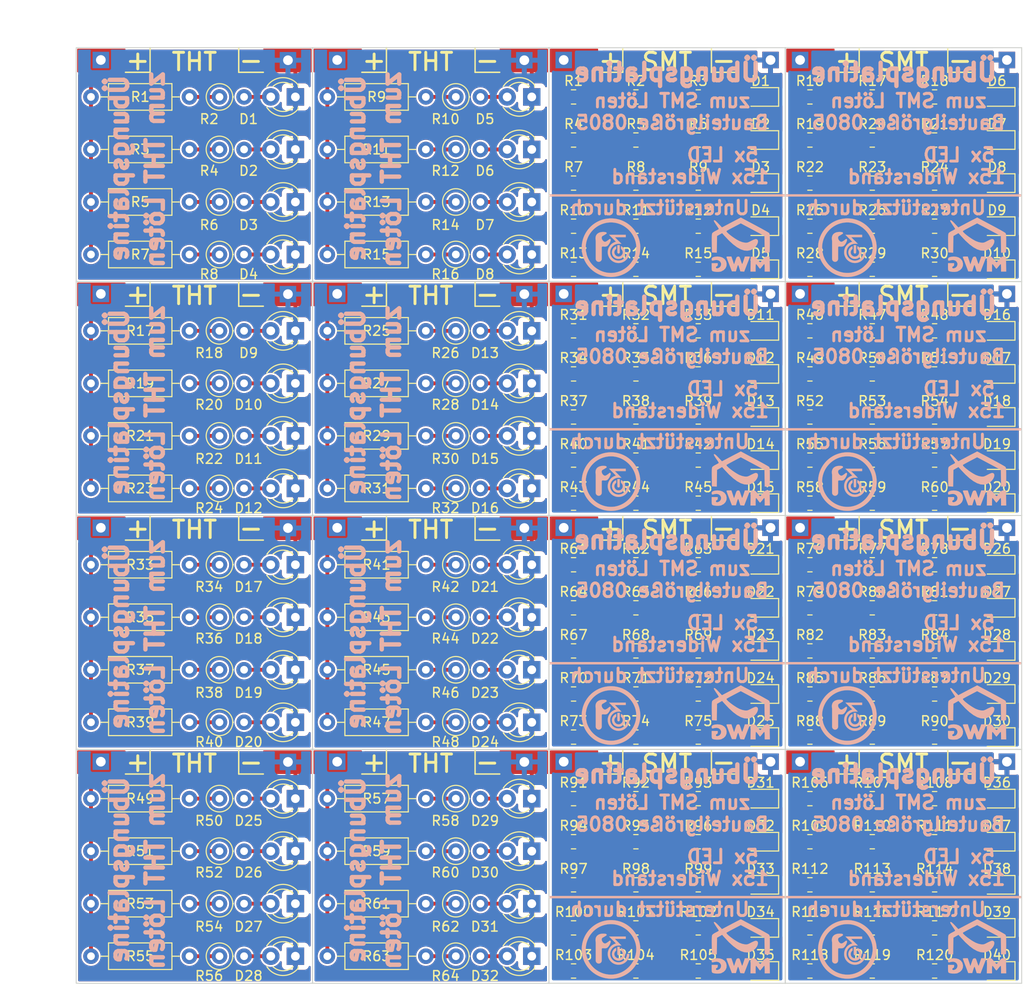
<source format=kicad_pcb>
(kicad_pcb (version 20211014) (generator pcbnew)
  (layers (0 "F.Cu" signal) (31 "B.Cu" signal) (34 "B.Paste" user) (35 "F.Paste" user) (36 "B.SilkS" user "B.Silkscreen") (37 "F.SilkS" user "F.Silkscreen") (38 "B.Mask" user) (39 "F.Mask" user) (44 "Edge.Cuts" user))
  (net 0 "")
  (net 1 "GND")
  (net 2 "Net-(D1-Pad2)")
  (net 3 "Net-(D2-Pad2)")
  (net 4 "Net-(D3-Pad2)")
  (net 5 "Net-(D4-Pad2)")
  (net 6 "+5V")
  (net 7 "Net-(R1-Pad2)")
  (net 8 "Net-(R5-Pad2)")
  (net 9 "Net-(R7-Pad2)")
  (net 10 "Net-(R3-Pad2)")
  (footprint "Resistor_SMD:R_0805_2012Metric_Pad1.20x1.40mm_HandSolder" (layer "F.Cu") (at 201.331332 161.29)
    (fp_text reference "R105")
    (fp_text value "60")
  )
  (footprint "LED_THT:LED_D3.0mm" (layer "F.Cu") (at 184.155 95.25 180)
    (fp_text reference "D13")
    (fp_text value "LED")
  )
  (footprint "Resistor_THT:R_Axial_DIN0207_L6.3mm_D2.5mm_P10.16mm_Horizontal" (layer "F.Cu") (at 163.068 95.25)
    (fp_text reference "R25")
    (fp_text value "60")
  )
  (footprint "practice_PCB:PinSocket_1x01_P2.54mm_Vertical" (layer "F.Cu") (at 159.004 115.595)
    (fp_text reference "J10")
    (fp_text value "GND")
  )
  (footprint "LED_THT:LED_D3.0mm" (layer "F.Cu") (at 159.771 130.217332 180)
    (fp_text reference "D19")
    (fp_text value "LED")
  )
  (footprint "Resistor_SMD:R_0805_2012Metric_Pad1.20x1.40mm_HandSolder" (layer "F.Cu") (at 188.468 99.695)
    (fp_text reference "R34")
    (fp_text value "60")
  )
  (footprint "practice_PCB:PinSocket_1x01_P2.54mm_Vertical" (layer "F.Cu") (at 211.836 67.31)
    (fp_text reference "J3")
    (fp_text value "5V")
  )
  (footprint "Resistor_SMD:R_0805_2012Metric_Pad1.20x1.40mm_HandSolder" (layer "F.Cu") (at 219.283666 108.585)
    (fp_text reference "R56")
    (fp_text value "60")
  )
  (footprint "LED_THT:LED_D3.0mm" (layer "F.Cu") (at 184.155 159.766 180)
    (fp_text reference "D32")
    (fp_text value "LED")
  )
  (footprint "Resistor_SMD:R_0805_2012Metric_Pad1.20x1.40mm_HandSolder" (layer "F.Cu") (at 201.331332 88.9)
    (fp_text reference "R15")
    (fp_text value "60")
  )
  (footprint "practice_PCB:PinSocket_1x01_P2.54mm_Vertical" (layer "F.Cu") (at 233.172 91.44)
    (fp_text reference "J8")
    (fp_text value "GND")
  )
  (footprint "LED_SMD:LED_0805_2012Metric_Pad1.15x1.40mm_HandSolder" (layer "F.Cu") (at 232.147 88.9 180)
    (fp_text reference "D10")
    (fp_text value "LED")
  )
  (footprint "LED_THT:LED_D3.0mm" (layer "F.Cu") (at 184.155 106.087332 180)
    (fp_text reference "D15")
    (fp_text value "LED")
  )
  (footprint "LED_SMD:LED_0805_2012Metric_Pad1.15x1.40mm_HandSolder" (layer "F.Cu") (at 207.763 143.51 180)
    (fp_text reference "D31")
    (fp_text value "LED")
  )
  (footprint "Resistor_SMD:R_0805_2012Metric_Pad1.20x1.40mm_HandSolder" (layer "F.Cu") (at 219.283666 95.25)
    (fp_text reference "R47")
    (fp_text value "60")
  )
  (footprint "Resistor_SMD:R_0805_2012Metric_Pad1.20x1.40mm_HandSolder" (layer "F.Cu") (at 194.899666 156.845)
    (fp_text reference "R101")
    (fp_text value "60")
  )
  (footprint "LED_SMD:LED_0805_2012Metric_Pad1.15x1.40mm_HandSolder" (layer "F.Cu") (at 232.147 75.565 180)
    (fp_text reference "D7")
    (fp_text value "LED")
  )
  (footprint "Resistor_SMD:R_0805_2012Metric_Pad1.20x1.40mm_HandSolder" (layer "F.Cu") (at 225.715332 143.51)
    (fp_text reference "R108")
    (fp_text value "60")
  )
  (footprint "Resistor_SMD:R_0805_2012Metric_Pad1.20x1.40mm_HandSolder" (layer "F.Cu") (at 194.899666 99.695)
    (fp_text reference "R35")
    (fp_text value "60")
  )
  (footprint "Resistor_THT:R_Axial_DIN0207_L6.3mm_D2.5mm_P2.54mm_Vertical" (layer "F.Cu") (at 176.3215 81.957332)
    (fp_text reference "R14")
    (fp_text value "60")
  )
  (footprint "LED_SMD:LED_0805_2012Metric_Pad1.15x1.40mm_HandSolder" (layer "F.Cu") (at 207.763 99.695 180)
    (fp_text reference "D12")
    (fp_text value "LED")
  )
  (footprint "Resistor_THT:R_Axial_DIN0207_L6.3mm_D2.5mm_P2.54mm_Vertical" (layer "F.Cu") (at 176.3215 143.51)
    (fp_text reference "R58")
    (fp_text value "60")
  )
  (footprint "Resistor_SMD:R_0805_2012Metric_Pad1.20x1.40mm_HandSolder" (layer "F.Cu") (at 219.283666 128.27)
    (fp_text reference "R83")
    (fp_text value "60")
  )
  (footprint "practice_PCB:PinSocket_1x01_P2.54mm_Vertical" (layer "F.Cu") (at 159.004 91.465)
    (fp_text reference "J6")
    (fp_text value "GND")
  )
  (footprint "Resistor_THT:R_Axial_DIN0207_L6.3mm_D2.5mm_P2.54mm_Vertical" (layer "F.Cu") (at 151.9375 135.636)
    (fp_text reference "R40")
    (fp_text value "60")
  )
  (footprint "LED_THT:LED_D3.0mm" (layer "F.Cu") (at 184.155 71.12 180)
    (fp_text reference "D5")
    (fp_text value "LED")
  )
  (footprint "Resistor_SMD:R_0805_2012Metric_Pad1.20x1.40mm_HandSolder" (layer "F.Cu") (at 188.468 88.9)
    (fp_text reference "R13")
    (fp_text value "60")
  )
  (footprint "Resistor_THT:R_Axial_DIN0207_L6.3mm_D2.5mm_P2.54mm_Vertical" (layer "F.Cu") (at 176.3215 100.668666)
    (fp_text reference "R28")
    (fp_text value "60")
  )
  (footprint "Resistor_SMD:R_0805_2012Metric_Pad1.20x1.40mm_HandSolder" (layer "F.Cu") (at 188.468 147.955)
    (fp_text reference "R94")
    (fp_text value "60")
  )
  (footprint "Resistor_SMD:R_0805_2012Metric_Pad1.20x1.40mm_HandSolder" (layer "F.Cu") (at 219.283666 71.12)
    (fp_text reference "R17")
    (fp_text value "60")
  )
  (footprint "Resistor_THT:R_Axial_DIN0207_L6.3mm_D2.5mm_P2.54mm_Vertical" (layer "F.Cu") (at 176.3215 87.376)
    (fp_text reference "R16")
    (fp_text value "60")
  )
  (footprint "Resistor_SMD:R_0805_2012Metric_Pad1.20x1.40mm_HandSolder" (layer "F.Cu") (at 219.283666 161.29)
    (fp_text reference "R119")
    (fp_text value "60")
  )
  (footprint "Resistor_THT:R_Axial_DIN0207_L6.3mm_D2.5mm_P2.54mm_Vertical" (layer "F.Cu") (at 176.3215 119.38)
    (fp_text reference "R42")
    (fp_text value "60")
  )
  (footprint "Resistor_SMD:R_0805_2012Metric_Pad1.20x1.40mm_HandSolder" (layer "F.Cu") (at 219.283666 119.38)
    (fp_text reference "R77")
    (fp_text value "60")
  )
  (footprint "Resistor_SMD:R_0805_2012Metric_Pad1.20x1.40mm_HandSolder" (layer "F.Cu") (at 194.899666 84.455)
    (fp_text reference "R11")
    (fp_text value "60")
  )
  (footprint "LED_THT:LED_D3.0mm" (layer "F.Cu") (at 184.155 119.38 180)
    (fp_text reference "D21")
    (fp_text value "LED")
  )
  (footprint "Resistor_SMD:R_0805_2012Metric_Pad1.20x1.40mm_HandSolder" (layer "F.Cu") (at 188.468 161.29)
    (fp_text reference "R103")
    (fp_text value "60")
  )
  (footprint "Resistor_SMD:R_0805_2012Metric_Pad1.20x1.40mm_HandSolder" (layer "F.Cu") (at 194.899666 119.38)
    (fp_text reference "R62")
    (fp_text value "60")
  )
  (footprint "Resistor_SMD:R_0805_2012Metric_Pad1.20x1.40mm_HandSolder" (layer "F.Cu") (at 194.899666 143.51)
    (fp_text reference "R92")
    (fp_text value "60")
  )
  (footprint "LED_THT:LED_D3.0mm" (layer "F.Cu") (at 184.155 148.928666 180)
    (fp_text reference "D30")
    (fp_text value "LED")
  )
  (footprint "Resistor_THT:R_Axial_DIN0207_L6.3mm_D2.5mm_P2.54mm_Vertical" (layer "F.Cu") (at 151.9375 71.12)
    (fp_text reference "R2")
    (fp_text value "60")
  )
  (footprint "Resistor_THT:R_Axial_DIN0207_L6.3mm_D2.5mm_P10.16mm_Horizontal" (layer "F.Cu") (at 138.684 100.668666)
    (fp_text reference "R19")
    (fp_text value "60")
  )
  (footprint "practice_PCB:PinSocket_1x01_P2.54mm_Vertical" (layer "F.Cu") (at 159.004 67.335)
    (fp_text reference "J2")
    (fp_text value "GND")
  )
  (footprint "Resistor_SMD:R_0805_2012Metric_Pad1.20x1.40mm_HandSolder" (layer "F.Cu") (at 225.715332 113.03)
    (fp_text reference "R60")
    (fp_text value "60")
  )
  (footprint "Resistor_THT:R_Axial_DIN0207_L6.3mm_D2.5mm_P2.54mm_Vertical" (layer "F.Cu") (at 151.9375 106.087332)
    (fp_text reference "R22")
    (fp_text value "60")
  )
  (footprint "Resistor_SMD:R_0805_2012Metric_Pad1.20x1.40mm_HandSolder" (layer "F.Cu") (at 212.852 75.565)
    (fp_text reference "R19")
    (fp_text value "60")
  )
  (footprint "Resistor_SMD:R_0805_2012Metric_Pad1.20x1.40mm_HandSolder" (layer "F.Cu") (at 212.852 137.16)
    (fp_text reference "R88")
    (fp_text value "60")
  )
  (footprint "Resistor_SMD:R_0805_2012Metric_Pad1.20x1.40mm_HandSolder" (layer "F.Cu") (at 188.468 71.12)
    (fp_text reference "R1")
    (fp_text value "60")
  )
  (footprint "Resistor_SMD:R_0805_2012Metric_Pad1.20x1.40mm_HandSolder" (layer "F.Cu") (at 225.715332 104.14)
    (fp_text reference "R54")
    (fp_text value "60")
  )
  (footprint "practice_PCB:PinSocket_1x01_P2.54mm_Vertical" (layer "F.Cu") (at 164.084 67.31)
    (fp_text reference "J3")
    (fp_text value "5V")
  )
  (footprint "Resistor_SMD:R_0805_2012Metric_Pad1.20x1.40mm_HandSolder" (layer "F.Cu") (at 225.715332 147.955)
    (fp_text reference "R111")
    (fp_text value "60")
  )
  (footprint "LED_THT:LED_D3.0mm" (layer "F.Cu") (at 184.155 124.798666 180)
    (fp_text reference "D22")
    (fp_text value "LED")
  )
  (footprint "Resistor_SMD:R_0805_2012Metric_Pad1.20x1.40mm_HandSolder" (layer "F.Cu") (at 188.468 95.25)
    (fp_text reference "R31")
    (fp_text value "60")
  )
  (footprint "Resistor_SMD:R_0805_2012Metric_Pad1.20x1.40mm_HandSolder" (layer "F.Cu") (at 225.715332 119.38)
    (fp_text reference "R78")
    (fp_text value "60")
  )
  (footprint "LED_THT:LED_D3.0mm" (layer "F.Cu") (at 184.155 76.538666 180)
    (fp_text reference "D6")
    (fp_text value "LED")
  )
  (footprint "Resistor_THT:R_Axial_DIN0207_L6.3mm_D2.5mm_P10.16mm_Horizontal" (layer "F.Cu") (at 163.068 71.12)
    (fp_text reference "R9")
    (fp_text value "60")
  )
  (footprint "Resistor_SMD:R_0805_2012Metric_Pad1.20x1.40mm_HandSolder" (layer "F.Cu") (at 188.468 128.27)
    (fp_text reference "R67")
    (fp_text value "60")
  )
  (footprint "LED_SMD:LED_0805_2012Metric_Pad1.15x1.40mm_HandSolder" (layer "F.Cu") (at 232.147 137.16 180)
    (fp_text reference "D30")
    (fp_text value "LED")
  )
  (footprint "Resistor_THT:R_Axial_DIN0207_L6.3mm_D2.5mm_P10.16mm_Horizontal" (layer "F.Cu") (at 138.684 124.798666)
    (fp_text reference "R35")
    (fp_text value "60")
  )
  (footprint "Resistor_SMD:R_0805_2012Metric_Pad1.20x1.40mm_HandSolder" (layer "F.Cu") (at 219.283666 80.01)
    (fp_text reference "R23")
    (fp_text value "60")
  )
  (footprint "Resistor_SMD:R_0805_2012Metric_Pad1.20x1.40mm_HandSolder" (layer "F.Cu") (at 201.331332 147.955)
    (fp_text reference "R96")
    (fp_text value "60")
  )
  (footprint "Resistor_THT:R_Axial_DIN0207_L6.3mm_D2.5mm_P2.54mm_Vertical" (layer "F.Cu") (at 151.9375 130.217332)
    (fp_text reference "R38")
    (fp_text value "60")
  )
  (footprint "Resistor_SMD:R_0805_2012Metric_Pad1.20x1.40mm_HandSolder" (layer "F.Cu") (at 212.852 80.01)
    (fp_text reference "R22")
    (fp_text value "60")
  )
  (footprint "Resistor_THT:R_Axial_DIN0207_L6.3mm_D2.5mm_P2.54mm_Vertical" (layer "F.Cu") (at 151.9375 87.376)
    (fp_text reference "R8")
    (fp_text value "60")
  )
  (footprint "LED_SMD:LED_0805_2012Metric_Pad1.15x1.40mm_HandSolder" (layer "F.Cu") (at 207.763 123.825 180)
    (fp_text reference "D22")
    (fp_text value "LED")
  )
  (footprint "Resistor_THT:R_Axial_DIN0207_L6.3mm_D2.5mm_P10.16mm_Horizontal" (layer "F.Cu") (at 138.684 159.766)
    (fp_text reference "R55")
    (fp_text value "60")
  )
  (footprint "Resistor_SMD:R_0805_2012Metric_Pad1.20x1.40mm_HandSolder" (layer "F.Cu") (at 201.331332 113.03)
    (fp_text reference "R45")
    (fp_text value "60")
  )
  (footprint "practice_PCB:PinSocket_1x01_P2.54mm_Vertical" (layer "F.Cu") (at 139.7 91.44)
    (fp_text reference "J5")
    (fp_text value "5V")
  )
  (footprint "LED_THT:LED_D3.0mm" (layer "F.Cu") (at 159.771 100.668666 180)
    (fp_text reference "D10")
    (fp_text value "LED")
  )
  (footprint "LED_SMD:LED_0805_2012Metric_Pad1.15x1.40mm_HandSolder" (layer "F.Cu") (at 232.147 71.12 180)
    (fp_text reference "D6")
    (fp_text value "LED")
  )
  (footprint "Resistor_THT:R_Axial_DIN0207_L6.3mm_D2.5mm_P10.16mm_Horizontal" (layer "F.Cu") (at 163.068 76.538666)
    (fp_text reference "R11")
    (fp_text value "60")
  )
  (footprint "LED_SMD:LED_0805_2012Metric_Pad1.15x1.40mm_HandSolder" (layer "F.Cu") (at 232.147 152.4 180)
    (fp_text reference "D38")
    (fp_text value "LED")
  )
  (footprint "practice_PCB:PinSocket_1x01_P2.54mm_Vertical" (layer "F.Cu") (at 183.388 91.465)
    (fp_text reference "J8")
    (fp_text value "GND")
  )
  (footprint "practice_PCB:PinSocket_1x01_P2.54mm_Vertical" (layer "F.Cu") (at 139.7 115.57)
    (fp_text reference "J9")
    (fp_text value "5V")
  )
  (footprint "LED_THT:LED_D3.0mm" (layer "F.Cu") (at 159.771 111.506 180)
    (fp_text reference "D12")
    (fp_text value "LED")
  )
  (footprint "Resistor_SMD:R_0805_2012Metric_Pad1.20x1.40mm_HandSolder" (layer "F.Cu") (at 201.331332 132.715)
    (fp_text reference "R72")
    (fp_text value "60")
  )
  (footprint "Resistor_SMD:R_0805_2012Metric_Pad1.20x1.40mm_HandSolder" (layer "F.Cu") (at 188.468 108.585)
    (fp_text reference "R40")
    (fp_text value "60")
  )
  (footprint "Resistor_THT:R_Axial_DIN0207_L6.3mm_D2.5mm_P10.16mm_Horizontal" (layer "F.Cu") (at 138.684 106.087332)
    (fp_text reference "R21")
    (fp_text value "60")
  )
  (footprint "practice_PCB:PinSocket_1x01_P2.54mm_Vertical" (layer "F.Cu") (at 183.388 115.595)
    (fp_text reference "J12")
    (fp_text value "GND")
  )
  (footprint "Resistor_SMD:R_0805_2012Metric_Pad1.20x1.40mm_HandSolder" (layer "F.Cu") (at 219.283666 123.825)
    (fp_text reference "R80")
    (fp_text value "60")
  )
  (footprint "Resistor_SMD:R_0805_2012Metric_Pad1.20x1.40mm_HandSolder" (layer "F.Cu") (at 225.715332 132.715)
    (fp_text reference "R87")
    (fp_text value "60")
  )
  (footprint "Resistor_SMD:R_0805_2012Metric_Pad1.20x1.40mm_HandSolder" (layer "F.Cu") (at 212.852 161.29)
    (fp_text reference "R118")
    (fp_text value "60")
  )
  (footprint "Resistor_THT:R_Axial_DIN0207_L6.3mm_D2.5mm_P2.54mm_Vertical" (layer "F.Cu") (at 151.9375 76.538666)
    (fp_text reference "R4")
    (fp_text value "60")
  )
  (footprint "Resistor_SMD:R_0805_2012Metric_Pad1.20x1.40mm_HandSolder" (layer "F.Cu") (at 188.468 132.715)
    (fp_text reference "R70")
    (fp_text value "60")
  )
  (footprint "Resistor_SMD:R_0805_2012Metric_Pad1.20x1.40mm_HandSolder" (layer "F.Cu") (at 219.283666 132.715)
    (fp_text reference "R86")
    (fp_text value "60")
  )
  (footprint "Resistor_SMD:R_0805_2012Metric_Pad1.20x1.40mm_HandSolder" (layer "F.Cu") (at 212.852 99.695)
    (fp_text reference "R49")
    (fp_text value "60")
  )
  (footprint "Resistor_THT:R_Axial_DIN0207_L6.3mm_D2.5mm_P2.54mm_Vertical" (layer "F.Cu") (at 176.3215 154.347332)
    (fp_text reference "R62")
    (fp_text value "60")
  )
  (footprint "Resistor_THT:R_Axial_DIN0207_L6.3mm_D2.5mm_P2.54mm_Vertical" (layer "F.Cu") (at 151.9375 95.25)
    (fp_text reference "R18")
    (fp_text value "60")
  )
  (footprint "Resistor_SMD:R_0805_2012Metric_Pad1.20x1.40mm_HandSolder" (layer "F.Cu") (at 194.899666 88.9)
    (fp_text reference "R14")
    (fp_text value "60")
  )
  (footprint "LED_SMD:LED_0805_2012Metric_Pad1.15x1.40mm_HandSolder" (layer "F.Cu") (at 207.763 108.585 180)
    (fp_text reference "D14")
    (fp_text value "LED")
  )
  (footprint "LED_SMD:LED_0805_2012Metric_Pad1.15x1.40mm_HandSolder" (layer "F.Cu") (at 232.147 123.825 180)
    (fp_text reference "D27")
    (fp_text value "LED")
  )
  (footprint "Resistor_SMD:R_0805_2012Metric_Pad1.20x1.40mm_HandSolder" (layer "F.Cu") (at 188.468 119.38)
    (fp_text reference "R61")
    (fp_text value "60")
  )
  (footprint "practice_PCB:PinSocket_1x01_P2.54mm_Vertical" (layer "F.Cu") (at 139.7 139.7)
    (fp_text reference "J13")
    (fp_text value "5V")
  )
  (footprint "practice_PCB:PinSocket_1x01_P2.54mm_Vertical" (layer "F.Cu") (at 159.004 139.725)
    (fp_text reference "J14")
    (fp_text value "GND")
  )
  (footprint "Resistor_SMD:R_0805_2012Metric_Pad1.20x1.40mm_HandSolder" (layer "F.Cu") (at 212.852 123.825)
    (fp_text reference "R79")
    (fp_text value "60")
  )
  (footprint "Resistor_SMD:R_0805_2012Metric_Pad1.20x1.40mm_HandSolder" (layer "F.Cu") (at 212.852 143.51)
    (fp_text reference "R106")
    (fp_text value "60")
  )
  (footprint "Resistor_SMD:R_0805_2012Metric_Pad1.20x1.40mm_HandSolder" (layer "F.Cu") (at 188.468 104.14)
    (fp_text reference "R37")
    (fp_text value "60")
  )
  (footprint "LED_THT:LED_D3.0mm" (layer "F.Cu") (at 159.771 71.12 180)
    (fp_text reference "D1")
    (fp_text value "LED")
  )
  (footprint "Resistor_SMD:R_0805_2012Metric_Pad1.20x1.40mm_HandSolder" (layer "F.Cu") (at 219.283666 137.16)
    (fp_text reference "R89")
    (fp_text value "60")
  )
  (footprint "Resistor_SMD:R_0805_2012Metric_Pad1.20x1.40mm_HandSolder" (layer "F.Cu") (at 212.852 108.585)
    (fp_text reference "R55")
    (fp_text value "60")
  )
  (footprint "LED_THT:LED_D3.0mm" (layer "F.Cu") (at 159.771 81.957332 180)
    (fp_text reference "D3")
    (fp_text value "LED")
  )
  (footprint "Resistor_SMD:R_0805_2012Metric_Pad1.20x1.40mm_HandSolder" (layer "F.Cu") (at 219.283666 143.51)
    (fp_text reference "R107")
    (fp_text value "60")
  )
  (footprint "Resistor_SMD:R_0805_2012Metric_Pad1.20x1.40mm_HandSolder" (layer "F.Cu") (at 188.468 80.01)
    (fp_text reference "R7")
    (fp_text value "60")
  )
  (footprint "Resistor_THT:R_Axial_DIN0207_L6.3mm_D2.5mm_P2.54mm_Vertical" (layer "F.Cu") (at 151.9375 159.766)
    (fp_text reference "R56")
    (fp_text value "60")
  )
  (footprint "LED_SMD:LED_0805_2012Metric_Pad1.15x1.40mm_HandSolder" (layer "F.Cu") (at 232.147 128.27 180)
    (fp_text reference "D28")
    (fp_text value "LED")
  )
  (footprint "Resistor_SMD:R_0805_2012Metric_Pad1.20x1.40mm_HandSolder" (layer "F.Cu") (at 225.715332 99.695)
    (fp_text reference "R51")
    (fp_text value "60")
  )
  (footprint "LED_SMD:LED_0805_2012Metric_Pad1.15x1.40mm_HandSolder" (layer "F.Cu") (at 207.763 132.715 180)
    (fp_text reference "D24")
    (fp_text value "LED")
  )
  (footprint "Resistor_THT:R_Axial_DIN0207_L6.3mm_D2.5mm_P2.54mm_Vertical" (layer "F.Cu") (at 176.3215 111.506)
    (fp_text reference "R32")
    (fp_text value "60")
  )
  (footprint "Resistor_SMD:R_0805_2012Metric_Pad1.20x1.40mm_HandSolder" (layer "F.Cu") (at 194.899666 80.01)
    (fp_text reference "R8")
    (fp_text value "60")
  )
  (footprint "Resistor_SMD:R_0805_2012Metric_Pad1.20x1.40mm_HandSolder" (layer "F.Cu") (at 225.715332 123.825)
    (fp_text reference "R81")
    (fp_text value "60")
  )
  (footprint "Resistor_THT:R_Axial_DIN0207_L6.3mm_D2.5mm_P10.16mm_Horizontal" (layer "F.Cu") (at 163.068 111.506)
    (fp_text reference "R31")
    (fp_text value "60")
  )
  (footprint "Resistor_THT:R_Axial_DIN0207_L6.3mm_D2.5mm_P2.54mm_Vertical" (layer "F.Cu") (at 176.3215 76.538666)
    (fp_text reference "R12")
    (fp_text value "60")
  )
  (footprint "Resistor_THT:R_Axial_DIN0207_L6.3mm_D2.5mm_P10.16mm_Horizontal" (layer "F.Cu") (at 163.068 124.798666)
    (fp_text reference "R43")
    (fp_text value "60")
  )
  (footprint "Resistor_SMD:R_0805_2012Metric_Pad1.20x1.40mm_HandSolder" (layer "F.Cu") (at 194.899666 104.14)
    (fp_text reference "R38")
    (fp_text value "60")
  )
  (footprint "Resistor_THT:R_Axial_DIN0207_L6.3mm_D2.5mm_P10.16mm_Horizontal" (layer "F.Cu") (at 138.684 87.376)
    (fp_text reference "R7")
    (fp_text value "60")
  )
  (footprint "Resistor_SMD:R_0805_2012Metric_Pad1.20x1.40mm_HandSolder" (layer "F.Cu") (at 225.715332 95.25)
    (fp_text reference "R48")
    (fp_text value "60")
  )
  (footprint "Resistor_THT:R_Axial_DIN0207_L6.3mm_D2.5mm_P2.54mm_Vertical" (layer "F.Cu") (at 151.9375 154.347332)
    (fp_text reference "R54")
    (fp_text value "60")
  )
  (footprint "LED_THT:LED_D3.0mm" (layer "F.Cu") (at 159.771 119.38 180)
    (fp_text reference "D17")
    (fp_text value "LED")
  )
  (footprint "LED_THT:LED_D3.0mm" (layer "F.Cu") (at 184.155 81.957332 180)
    (fp_text reference "D7")
    (fp_text value "LED")
  )
  (footprint "LED_THT:LED_D3.0mm" (layer "F.Cu") (at 159.771 154.347332 180)
    (fp_text reference "D27")
    (fp_text value "LED")
  )
  (footprint "LED_THT:LED_D3.0mm" (layer "F.Cu") (at 184.155 135.636 180)
    (fp_text reference "D24")
    (fp_text value "LED")
  )
  (footprint "LED_SMD:LED_0805_2012Metric_Pad1.15x1.40mm_HandSolder" (layer "F.Cu") (at 232.147 104.14 180)
    (fp_text reference "D18")
    (fp_text value "LED")
  )
  (footprint "Resistor_SMD:R_0805_2012Metric_Pad1.20x1.40mm_HandSolder" (layer "F.Cu") (at 212.852 152.4)
    (fp_text reference "R112")
    (fp_text value "60")
  )
  (footprint "Resistor_THT:R_Axial_DIN0207_L6.3mm_D2.5mm_P2.54mm_Vertical" (layer "F.Cu") (at 176.3215 95.25)
    (fp_text reference "R26")
    (fp_text value "60")
  )
  (footprint "Resistor_SMD:R_0805_2012Metric_Pad1.20x1.40mm_HandSolder" (layer "F.Cu") (at 212.852 156.845)
    (fp_text reference "R115")
    (fp_text value "60")
  )
  (footprint "LED_THT:LED_D3.0mm" (layer "F.Cu") (at 184.155 111.506 180)
    (fp_text reference "D16")
    (fp_text value "LED")
  )
  (footprint "Resistor_THT:R_Axial_DIN0207_L6.3mm_D2.5mm_P10.16mm_Horizontal" (layer "F.Cu") (at 138.684 154.347332)
    (fp_text reference "R53")
    (fp_text value "60")
  )
  (footprint "LED_SMD:LED_0805_2012Metric_Pad1.15x1.40mm_HandSolder" (layer "F.Cu") (at 207.763 119.38 180)
    (fp_text reference "D21")
    (fp_text value "LED")
  )
  (footprint "LED_SMD:LED_0805_2012Metric_Pad1.15x1.40mm_HandSolder" (layer "F.Cu") (at 207.763 128.27 180)
    (fp_text reference "D23")
    (fp_text value "LED")
  )
  (footprint "Resistor_SMD:R_0805_2012Metric_Pad1.20x1.40mm_HandSolder" (layer "F.Cu") (at 188.468 137.16)
    (fp_text reference "R73")
    (fp_text value "60")
  )
  (footprint "LED_SMD:LED_0805_2012Metric_Pad1.15x1.40mm_HandSolder" (layer "F.Cu") (at 207.763 152.4 180)
    (fp_text reference "D33")
    (fp_text value "LED")
  )
  (footprint "Resistor_SMD:R_0805_2012Metric_Pad1.20x1.40mm_HandSolder" (layer "F.Cu") (at 225.715332 75.565)
    (fp_text reference "R21")
    (fp_text value "60")
  )
  (footprint "Resistor_THT:R_Axial_DIN0207_L6.3mm_D2.5mm_P2.54mm_Vertical" (layer "F.Cu") (at 176.3215 135.636)
    (fp_text reference "R48")
    (fp_text value "60")
  )
  (footprint "LED_SMD:LED_0805_2012Metric_Pad1.15x1.40mm_HandSolder" (layer "F.Cu") (at 207.763 71.12 180)
    (fp_text reference "D1")
    (fp_text value "LED")
  )
  (footprint "Resistor_THT:R_Axial_DIN0207_L6.3mm_D2.5mm_P10.16mm_Horizontal" (layer "F.Cu") (at 138.684 71.12)
    (fp_text reference "R1")
    (fp_text value "60")
  )
  (footprint "practice_PCB:PinSocket_1x01_P2.54mm_Vertical" (layer "F.Cu") (at 233.172 139.7)
    (fp_text reference "J16")
    (fp_text value "GND")
  )
  (footprint "Resistor_SMD:R_0805_2012Metric_Pad1.20x1.40mm_HandSolder" (layer "F.Cu") (at 201.331332 71.12)
    (fp_text reference "R3")
    (fp_text value "60")
  )
  (footprint "Resistor_THT:R_Axial_DIN0207_L6.3mm_D2.5mm_P10.16mm_Horizontal" (layer "F.Cu") (at 163.068 143.51)
    (fp_text reference "R57")
    (fp_text value "60")
  )
  (footprint "Resistor_SMD:R_0805_2012Metric_Pad1.20x1.40mm_HandSolder" (layer "F.Cu") (at 225.715332 156.845)
    (fp_text reference "R117")
    (fp_text value "60")
  )
  (footprint "Resistor_THT:R_Axial_DIN0207_L6.3mm_D2.5mm_P2.54mm_Vertical" (layer "F.Cu") (at 151.9375 81.957332)
    (fp_text reference "R6")
    (fp_text value "60")
  )
  (footprint "Resistor_SMD:R_0805_2012Metric_Pad1.20x1.40mm_HandSolder" (layer "F.Cu") (at 201.331332 80.01)
    (fp_text reference "R9")
    (fp_text value "60")
  )
  (footprint "Resistor_SMD:R_0805_2012Metric_Pad1.20x1.40mm_HandSolder" (layer "F.Cu") (at 201.331332 128.27)
    (fp_text reference "R69")
    (fp_text value "60")
  )
  (footprint "Resistor_SMD:R_0805_2012Metric_Pad1.20x1.40mm_HandSolder" (layer "F.Cu") (at 194.899666 147.955)
    (fp_text reference "R95")
    (fp_text value "60")
  )
  (footprint "Resistor_SMD:R_0805_2012Metric_Pad1.20x1.40mm_HandSolder" (layer "F.Cu") (at 225.715332 88.9)
    (fp_text reference "R30")
    (fp_text value "60")
  )
  (footprint "practice_PCB:PinSocket_1x01_P2.54mm_Vertical" (layer "F.Cu") (at 164.084 139.7)
    (fp_text reference "J15")
    (fp_text value "5V")
  )
  (footprint "Resistor_SMD:R_0805_2012Metric_Pad1.20x1.40mm_HandSolder" (layer "F.Cu") (at 188.468 143.51)
    (fp_text reference "R91")
    (fp_text value "60")
  )
  (footprint "Resistor_SMD:R_0805_2012Metric_Pad1.20x1.40mm_HandSolder" (layer "F.Cu") (at 219.283666 104.14)
    (fp_text reference "R53")
    (fp_text value "60")
  )
  (footprint "LED_SMD:LED_0805_2012Metric_Pad1.15x1.40mm_HandSolder" (layer "F.Cu") (at 207.763 137.16 180)
    (fp_text reference "D25")
    (fp_text value "LED")
  )
  (footprint "LED_SMD:LED_0805_2012Metric_Pad1.15x1.40mm_HandSolder" (layer "F.Cu") (at 232.147 99.695 180)
    (fp_text reference "D17")
    (fp_text value "LED")
  )
  (footprint "Resistor_THT:R_Axial_DIN0207_L6.3mm_D2.5mm_P10.16mm_Horizontal" (layer "F.Cu") (at 163.068 87.376)
    (fp_text reference "R15")
    (fp_text value "60")
  )
  (footprint "Resistor_SMD:R_0805_2012Metric_Pad1.20x1.40mm_HandSolder" (layer "F.Cu") (at 225.715332 80.01)
    (fp_text reference "R24")
    (fp_text value "60")
  )
  (footprint "Resistor_THT:R_Axial_DIN0207_L6.3mm_D2.5mm_P2.54mm_Vertical" (layer "F.Cu") (at 176.3215 124.798666)
    (fp_text reference "R44")
    (fp_text value "60")
  )
  (footprint "LED_SMD:LED_0805_2012Metric_Pad1.15x1.40mm_HandSolder" (layer "F.Cu") (at 232.147 113.03 180)
    (fp_text reference "D20")
    (fp_text value "LED")
  )
  (footprint "Resistor_SMD:R_0805_2012Metric_Pad1.20x1.40mm_HandSolder" (layer "F.Cu") (at 194.899666 132.715)
    (fp_text reference "R71")
    (fp_text value "60")
  )
  (footprint "Resistor_SMD:R_0805_2012Metric_Pad1.20x1.40mm_HandSolder" (layer "F.Cu") (at 188.468 123.825)
    (fp_text reference "R64")
    (fp_text value "60")
  )
  (footprint "Resistor_THT:R_Axial_DIN0207_L6.3mm_D2.5mm_P2.54mm_Vertical" (layer "F.Cu") (at 151.9375 111.506)
    (fp_text reference "R24")
    (fp_text value "60")
  )
  (footprint "Resistor_SMD:R_0805_2012Metric_Pad1.20x1.40mm_HandSolder" (layer "F.Cu") (at 188.468 113.03)
    (fp_text reference "R43")
    (fp_text value "60")
  )
  (footprint "LED_THT:LED_D3.0mm" (layer "F.Cu") (at 184.155 143.51 180)
    (fp_text reference "D29")
    (fp_text value "LED")
  )
  (footprint "LED_SMD:LED_0805_2012Metric_Pad1.15x1.40mm_HandSolder" (layer "F.Cu") (at 207.763 84.455 180)
    (fp_text reference "D4")
    (fp_text value "LED")
  )
  (footprint "practice_PCB:PinSocket_1x01_P2.54mm_Vertical" (layer "F.Cu") (at 211.836 91.44)
    (fp_text reference "J7")
    (fp_text value "5V")
  )
  (footprint "Resistor_SMD:R_0805_2012Metric_Pad1.20x1.40mm_HandSolder" (layer "F.Cu") (at 225.715332 84.455)
    (fp_text reference "R27")
    (fp_text value "60")
  )
  (footprint "Resistor_THT:R_Axial_DIN0207_L6.3mm_D2.5mm_P10.16mm_Horizontal" (layer "F.Cu") (at 138.684 135.636)
    (fp_text reference "R39")
    (fp_text value "60")
  )
  (footprint "LED_SMD:LED_0805_2012Metric_Pad1.15x1.40mm_HandSolder" (layer "F.Cu") (at 232.147 143.51 180)
    (fp_text reference "D36")
    (fp_text value "LED")
  )
  (footprint "Resistor_THT:R_Axial_DIN0207_L6.3mm_D2.5mm_P10.16mm_Horizontal" (layer "F.Cu") (at 138.684 111.506)
    (fp_text reference "R23")
    (fp_text value "60")
  )
  (footprint "Resistor_SMD:R_0805_2012Metric_Pad1.20x1.40mm_HandSolder" (layer "F.Cu") (at 212.852 113.03)
    (fp_text reference "R58")
    (fp_text value "60")
  )
  (footprint "Resistor_SMD:R_0805_2012Metric_Pad1.20x1.40mm_HandSolder" (layer "F.Cu") (at 194.899666 95.25)
    (fp_text reference "R32")
    (fp_text value "60")
  )
  (footprint "Resistor_THT:R_Axial_DIN0207_L6.3mm_D2.5mm_P10.16mm_Horizontal" (layer "F.Cu") (at 138.684 95.25)
    (fp_text reference "R17")
    (fp_text value "60")
  )
  (footprint "LED_SMD:LED_0805_2012Metric_Pad1.15x1.40mm_HandSolder" (layer "F.Cu") (at 232.147 132.715 180)
    (fp_text reference "D29")
    (fp_text value "LED")
  )
  (footprint "Resistor_THT:R_Axial_DIN0207_L6.3mm_D2.5mm_P10.16mm_Horizontal" (layer "F.Cu") (at 138.684 81.957332)
    (fp_text reference "R5")
    (fp_text value "60")
  )
  (footprint "Resistor_SMD:R_0805_2012Metric_Pad1.20x1.40mm_HandSolder" (layer "F.Cu") (at 219.283666 156.845)
    (fp_text reference "R116")
    (fp_text value "60")
  )
  (footprint "practice_PCB:PinSocket_1x01_P2.54mm_Vertical" (layer "F.Cu") (at 187.452 139.7)
    (fp_text reference "J13")
    (fp_text value "5V")
  )
  (footprint "Resistor_SMD:R_0805_2012Metric_Pad1.20x1.40mm_HandSolder" (layer "F.Cu") (at 188.468 152.4)
    (fp_text reference "R97")
    (fp_text value "60")
  )
  (footprint "Resistor_THT:R_Axial_DIN0207_L6.3mm_D2.5mm_P2.54mm_Vertical" (layer "F.Cu") (at 151.9375 148.928666)
    (fp_text reference "R52")
    (fp_text value "60")
  )
  (footprint "Resistor_SMD:R_0805_2012Metric_Pad1.20x1.40mm_HandSolder" (layer "F.Cu") (at 225.715332 128.27)
    (fp_text reference "R84")
    (fp_text value "60")
  )
  (footprint "LED_SMD:LED_0805_2012Metric_Pad1.15x1.40mm_HandSolder" (layer "F.Cu") (at 207.763 75.565 180)
    (fp_text reference "D2")
    (fp_text value "LED")
  )
  (footprint "Resistor_SMD:R_0805_2012Metric_Pad1.20x1.40mm_HandSolder" (layer "F.Cu") (at 194.899666 128.27)
    (fp_text reference "R68")
    (fp_text value "60")
  )
  (footprint "Resistor_SMD:R_0805_2012Metric_Pad1.20x1.40mm_HandSolder" (layer "F.Cu") (at 201.331332 108.585)
    (fp_text reference "R42")
    (fp_text value "60")
  )
  (footprint "Resistor_THT:R_Axial_DIN0207_L6.3mm_D2.5mm_P10.16mm_Horizontal" (layer "F.Cu") (at 163.068 154.347332)
    (fp_text reference "R61")
    (fp_text value "60")
  )
  (footprint "Resistor_THT:R_Axial_DIN0207_L6.3mm_D2.5mm_P10.16mm_Horizontal" (layer "F.Cu") (at 163.068 100.668666)
    (fp_text reference "R27")
    (fp_text value "60")
  )
  (footprint "Resistor_SMD:R_0805_2012Metric_Pad1.20x1.40mm_HandSolder" (layer "F.Cu") (at 194.899666 161.29)
    (fp_text reference "R104")
    (fp_text value "60")
  )
  (footprint "Resistor_SMD:R_0805_2012Metric_Pad1.20x1.40mm_HandSolder" (layer "F.Cu") (at 201.331332 143.51)
    (fp_text reference "R93")
    (fp_text value "60")
  )
  (footprint "Resistor_SMD:R_0805_2012Metric_Pad1.20x1.40mm_HandSolder" (layer "F.Cu") (at 212.852 71.12)
    (fp_text reference "R16")
    (fp_text value "60")
  )
  (footprint "Resistor_SMD:R_0805_2012Metric_Pad1.20x1.40mm_HandSolder" (layer "F.Cu") (at 201.331332 75.565)
    (fp_text reference "R6")
    (fp_text value "60")
  )
  (footprint "LED_SMD:LED_0805_2012Metric_Pad1.15x1.40mm_HandSolder" (layer "F.Cu") (at 232.147 108.585 180)
    (fp_text reference "D19")
    (fp_text value "LED")
  )
  (footprint "Resistor_SMD:R_0805_2012Metric_Pad1.20x1.40mm_HandSolder" (layer "F.Cu") (at 188.468 84.455)
    (fp_text reference "R10")
    (fp_text value "60")
  )
  (footprint "Resistor_SMD:R_0805_2012Metric_Pad1.20x1.40mm_HandSolder" (layer "F.Cu") (at 219.283666 147.955)
    (fp_text reference "R110")
    (fp_text value "60")
  )
  (footprint "Resistor_THT:R_Axial_DIN0207_L6.3mm_D2.5mm_P10.16mm_Horizontal" (layer "F.Cu") (at 163.068 106.087332)
    (fp_text reference "R29")
    (fp_text value "60")
  )
  (footprint "Resistor_SMD:R_0805_2012Metric_Pad1.20x1.40mm_HandSolder" (layer "F.Cu") (at 212.852 119.38)
    (fp_text reference "R76")
    (fp_text value "60")
  )
  (footprint "LED_SMD:LED_0805_2012Metric_Pad1.15x1.40mm_HandSolder" (layer "F.Cu") (at 207.763 104.14 180)
    (fp_text reference "D13")
    (fp_text value "LED")
  )
  (footprint "LED_THT:LED_D3.0mm" (layer "F.Cu") (at 184.155 154.347332 180)
    (fp_text reference "D31")
    (fp_text value "LED")
  )
  (footprint "LED_THT:LED_D3.0mm" (layer "F.Cu") (at 159.771 135.636 180)
    (fp_text reference "D20")
    (fp_text value "LED")
  )
  (footprint "Resistor_SMD:R_0805_2012Metric_Pad1.20x1.40mm_HandSolder" (layer "F.Cu") (at 219.283666 113.03)
    (fp_text reference "R59")
    (fp_text value "60")
  )
  (footprint "LED_SMD:LED_0805_2012Metric_Pad1.15x1.40mm_HandSolder" (layer "F.Cu") (at 232.147 84.455 180)
    (fp_text reference "D9")
    (fp_text value "LED")
  )
  (footprint "Resistor_SMD:R_0805_2012Metric_Pad1.20x1.40mm_HandSolder" (layer "F.Cu") (at 219.283666 75.565)
    (fp_text reference "R20")
    (fp_text value "60")
  )
  (footprint "LED_SMD:LED_0805_2012Metric_Pad1.15x1.40mm_HandSolder" (layer "F.Cu") (at 207.763 113.03 180)
    (fp_text reference "D15")
    (fp_text value "LED")
  )
  (footprint "Resistor_SMD:R_0805_2012Metric_Pad1.20x1.40mm_HandSolder" (layer "F.Cu") (at 194.899666 123.825)
    (fp_text reference "R65")
    (fp_text value "60")
  )
  (footprint "LED_SMD:LED_0805_2012Metric_Pad1.15x1.40mm_HandSolder" (layer "F.Cu") (at 207.763 88.9 180)
    (fp_text reference "D5")
    (fp_text value "LED")
  )
  (footprint "practice_PCB:PinSocket_1x01_P2.54mm_Vertical" (layer "F.Cu") (at 208.788 67.31)
    (fp_text reference "J2")
    (fp_text value "GND")
  )
  (footprint "Resistor_THT:R_Axial_DIN0207_L6.3mm_D2.5mm_P10.16mm_Horizontal" (layer "F.Cu") (at 163.068 81.957332)
    (fp_text reference "R13")
    (fp_text value "60")
  )
  (footprint "Resistor_SMD:R_0805_2012Metric_Pad1.20x1.40mm_HandSolder" (layer "F.Cu") (at 194.899666 137.16)
    (fp_text reference "R74")
    (fp_text value "60")
  )
  (footprint "practice_PCB:PinSocket_1x01_P2.54mm_Vertical" (layer "F.Cu") (at 187.452 115.57)
    (fp_text reference "J9")
    (fp_text value "5V")
  )
  (footprint "LED_SMD:LED_0805_2012Metric_Pad1.15x1.40mm_HandSolder" (layer "F.Cu") (at 232.147 156.845 180)
    (fp_text reference "D39")
    (fp_text value "LED")
  )
  (footprint "Resistor_SMD:R_0805_2012Metric_Pad1.20x1.40mm_HandSolder" (layer "F.Cu") (at 194.899666 108.585)
    (fp_text reference "R41")
    (fp_text value "60")
  )
  (footprint "practice_PCB:PinSocket_1x01_P2.54mm_Vertical" (layer "F.Cu") (at 164.084 91.44)
    (fp_text reference "J7")
    (fp_text value "5V")
  )
  (footprint "LED_THT:LED_D3.0mm" (layer "F.Cu") (at 159.771 76.538666 180)
    (fp_text reference "D2")
    (fp_text value "LED")
  )
  (footprint "practice_PCB:PinSocket_1x01_P2.54mm_Vertical" (layer "F.Cu") (at 164.084 115.57)
    (fp_text reference "J11")
    (fp_text value "5V")
  )
  (footprint "Resistor_SMD:R_0805_2012Metric_Pad1.20x1.40mm_HandSolder" (layer "F.Cu") (at 212.852 128.27)
    (fp_text reference "R82")
    (fp_text value "60")
  )
  (footprint "Resistor_SMD:R_0805_2012Metric_Pad1.20x1.40mm_HandSolder" (layer "F.Cu") (at 201.331332 137.16)
    (fp_text reference "R75")
    (fp_text value "60")
  )
  (footprint "Resistor_SMD:R_0805_2012Metric_Pad1.20x1.40mm_HandSolder" (layer "F.Cu") (at 212.852 88.9)
    (fp_text reference "R28")
    (fp_text value "60")
  )
  (footprint "Resistor_SMD:R_0805_2012Metric_Pad1.20x1.40mm_HandSolder" (layer "F.Cu") (at 201.331332 152.4)
    (fp_text reference "R99")
    (fp_text value "60")
  )
  (footprint "LED_SMD:LED_0805_2012Metric_Pad1.15x1.40mm_HandSolder" (layer "F.Cu") (at 232.147 80.01 180)
    (fp_text reference "D8")
    (fp_text value "LED")
  )
  (footprint "practice_PCB:PinSocket_1x01_P2.54mm_Vertical" (layer "F.Cu") (at 211.836 139.7)
    (fp_text reference "J15")
    (fp_text value "5V")
  )
  (footprint "practice_PCB:PinSocket_1x01_P2.54mm_Vertical" (layer "F.Cu") (at 208.788 115.57)
    (fp_text reference "J10")
    (fp_text value "GND")
  )
  (footprint "Resistor_SMD:R_0805_2012Metric_Pad1.20x1.40mm_HandSolder" (layer "F.Cu") (at 201.331332 156.845)
    (fp_text reference "R102")
    (fp_text value "60")
  )
  (footprint "practice_PCB:PinSocket_1x01_P2.54mm_Vertical" (layer "F.Cu") (at 211.836 115.57)
    (fp_text reference "J11")
    (fp_text value "5V")
  )
  (footprint "Resistor_SMD:R_0805_2012Metric_Pad1.20x1.40mm_HandSolder" (layer "F.Cu") (at 194.899666 71.12)
    (fp_text reference "R2")
    (fp_text value "60")
  )
  (footprint "Resistor_THT:R_Axial_DIN0207_L6.3mm_D2.5mm_P10.16mm_Horizontal" (layer "F.Cu") (at 138.684 130.217332)
    (fp_text reference "R37")
    (fp_text value "60")
  )
  (footprint "Resistor_THT:R_Axial_DIN0207_L6.3mm_D2.5mm_P2.54mm_Vertical" (layer "F.Cu") (at 151.9375 100.668666)
    (fp_text reference "R20")
    (fp_text value "60")
  )
  (footprint "Resistor_THT:R_Axial_DIN0207_L6.3mm_D2.5mm_P2.54mm_Vertical" (layer "F.Cu") (at 176.3215 159.766)
    (fp_text reference "R64")
    (fp_text value "60")
  )
  (footprint "LED_SMD:LED_0805_2012Metric_Pad1.15x1.40mm_HandSolder" (layer "F.Cu") (at 232.147 161.29 180)
    (fp_text reference "D40")
    (fp_text value "LED")
  )
  (footprint "Resistor_SMD:R_0805_2012Metric_Pad1.20x1.40mm_HandSolder" (layer "F.Cu") (at 225.715332 161.29)
    (fp_text reference "R120")
    (fp_text value "60")
  )
  (footprint "LED_THT:LED_D3.0mm" (layer "F.Cu") (at 159.771 159.766 180)
    (fp_text reference "D28")
    (fp_text value "LED")
  )
  (footprint "practice_PCB:PinSocket_1x01_P2.54mm_Vertical" (layer "F.Cu") (at 183.388 139.725)
    (fp_text reference "J16")
    (fp_text value "GND")
  )
  (footprint "practice_PCB:PinSocket_1x01_P2.54mm_Vertical" (layer "F.Cu") (at 208.788 91.44)
    (fp_text reference "J6")
    (fp_text value "GND")
  )
  (footprint "practice_PCB:PinSocket_1x01_P2.54mm_Vertical" (layer "F.Cu") (at 208.788 139.7)
    (fp_text reference "J14")
    (fp_text value "GND")
  )
  (footprint "LED_SMD:LED_0805_2012Metric_Pad1.15x1.40mm_HandSolder" (layer "F.Cu") (at 207.763 156.845 180)
    (fp_text reference "D34")
    (fp_text value "LED")
  )
  (footprint "LED_THT:LED_D3.0mm" (layer "F.Cu") (at 159.771 143.51 180)
    (fp_text reference "D25")
    (fp_text value "LED")
  )
  (footprint "Resistor_SMD:R_0805_2012Metric_Pad1.20x1.40mm_HandSolder" (layer "F.Cu") (at 188.468 75.565)
    (fp_text reference "R4")
    (fp_text value "60")
  )
  (footprint "Resistor_SMD:R_0805_2012Metric_Pad1.20x1.40mm_HandSolder" (layer "F.Cu") (at 219.283666 99.695)
    (fp_text reference "R50")
    (fp_text value "60")
  )
  (footprint "Resistor_THT:R_Axial_DIN0207_L6.3mm_D2.5mm_P10.16mm_Horizontal" (layer "F.Cu") (at 138.684 148.928666)
    (fp_text reference "R51")
    (fp_text value "60")
  )
  (footprint "Resistor_SMD:R_0805_2012Metric_Pad1.20x1.40mm_HandSolder" (layer "F.Cu") (at 212.852 132.715)
    (fp_text reference "R85")
    (fp_text value "60")
  )
  (footprint "LED_THT:LED_D3.0mm" (layer "F.Cu") (at 159.771 95.25 180)
    (fp_text reference "D9")
    (fp_text value "LED")
  )
  (footprint "Resistor_THT:R_Axial_DIN0207_L6.3mm_D2.5mm_P2.54mm_Vertical" (layer "F.Cu") (at 176.3215 106.087332)
    (fp_text reference "R30")
    (fp_text value "60")
  )
  (footprint "Resistor_SMD:R_0805_2012Metric_Pad1.20x1.40mm_HandSolder" (layer "F.Cu") (at 219.283666 88.9)
    (fp_text reference "R29")
    (fp_text value "60")
  )
  (footprint "LED_SMD:LED_0805_2012Metric_Pad1.15x1.40mm_HandSolder" (layer "F.Cu") (at 207.763 161.29 180)
    (fp_text reference "D35")
    (fp_text value "LED")
  )
  (footprint "practice_PCB:PinSocket_1x01_P2.54mm_Vertical" (layer "F.Cu") (at 187.452 67.31)
    (fp_text reference "J1")
    (fp_text value "5V")
  )
  (footprint "Resistor_THT:R_Axial_DIN0207_L6.3mm_D2.5mm_P2.54mm_Vertical" (layer "F.Cu") (at 176.3215 148.928666)
    (fp_text reference "R60")
    (fp_text value "60")
  )
  (footprint "Resistor_SMD:R_0805_2012Metric_Pad1.20x1.40mm_HandSolder" (layer "F.Cu") (at 219.283666 84.455)
    (fp_text reference "R26")
    (fp_text value "60")
  )
  (footprint "practice_PCB:PinSocket_1x01_P2.54mm_Vertical" (layer "F.Cu") (at 183.388 67.335)
    (fp_text reference "J4")
    (fp_text value "GND")
  )
  (footprint "Resistor_SMD:R_0805_2012Metric_Pad1.20x1.40mm_HandSolder" (layer "F.Cu") (at 212.852 104.14)
    (fp_text reference "R52")
    (fp_text value "60")
  )
  (footprint "Resistor_SMD:R_0805_2012Metric_Pad1.20x1.40mm_HandSolder" (layer "F.Cu") (at 194.899666 113.03)
    (fp_text reference "R44")
    (fp_text value "60")
  )
  (footprint "Resistor_THT:R_Axial_DIN0207_L6.3mm_D2.5mm_P10.16mm_Horizontal" (layer "F.Cu") (at 138.684 76.538666)
    (fp_text reference "R3")
    (fp_text value "60")
  )
  (footprint "Resistor_THT:R_Axial_DIN0207_L6.3mm_D2.5mm_P2.54mm_Vertical" (layer "F.Cu") (at 176.3215 130.217332)
    (fp_text reference "R46")
    (fp_text value "60")
  )
  (footprint "Resistor_SMD:R_0805_2012Metric_Pad1.20x1.40mm_HandSolder" (layer "F.Cu") (at 194.899666 75.565)
    (fp_text reference "R5")
    (fp_text value "60")
  )
  (footprint "LED_SMD:LED_0805_2012Metric_Pad1.15x1.40mm_HandSolder" (layer "F.Cu") (at 207.763 147.955 180)
    (fp_text reference "D32")
    (fp_text value "LED")
  )
  (footprint "LED_THT:LED_D3.0mm" (layer "F.Cu") (at 159.771 148.928666 180)
    (fp_text reference "D26")
    (fp_text value "LED")
  )
  (footprint "Resistor_SMD:R_0805_2012Metric_Pad1.20x1.40mm_HandSolder" (layer "F.Cu") (at 188.468 156.845)
    (fp_text reference "R100")
    (fp_text value "60")
  )
  (footprint "Resistor_THT:R_Axial_DIN0207_L6.3mm_D2.5mm_P10.16mm_Horizontal" (layer "F.Cu") (at 138.684 119.38)
    (fp_text reference "R33")
    (fp_text value "60")
  )
  (footprint "Resistor_SMD:R_0805_2012Metric_Pad1.20x1.40mm_HandSolder" (layer "F.Cu") (at 201.331332 123.825)
    (fp_text reference "R66")
    (fp_text value "60")
  )
  (footprint "Resistor_SMD:R_0805_2012Metric_Pad1.20x1.40mm_HandSolder" (layer "F.Cu") (at 212.852 95.25)
    (fp_text reference "R46")
    (fp_text value "60")
  )
  (footprint "LED_SMD:LED_0805_2012Metric_Pad1.15x1.40mm_HandSolder" (layer "F.Cu") (at 207.763 80.01 180)
    (fp_text reference "D3")
    (fp_text value "LED")
  )
  (footprint "practice_PCB:PinSocket_1x01_P2.54mm_Vertical" (layer "F.Cu") (at 233.172 115.57)
    (fp_text reference "J12")
    (fp_text value "GND")
  )
  (footprint "Resistor_SMD:R_0805_2012Metric_Pad1.20x1.40mm_HandSolder" (layer "F.Cu") (at 219.283666 152.4)
    (fp_text reference "R113")
    (fp_text value "60")
  )
  (footprint "practice_PCB:PinSocket_1x01_P2.54mm_Vertical" (layer "F.Cu") (at 139.7 67.31)
    (fp_text reference "J1")
    (fp_text value "5V")
  )
  (footprint "Resistor_THT:R_Axial_DIN0207_L6.3mm_D2.5mm_P10.16mm_Horizontal" (layer "F.Cu") (at 138.684 143.51)
    (fp_text reference "R49")
    (fp_text value "60")
  )
  (footprint "Resistor_SMD:R_0805_2012Metric_Pad1.20x1.40mm_HandSolder" (layer "F.Cu") (at 194.899666 152.4)
    (fp_text reference "R98")
    (fp_text value "60")
  )
  (footprint "Resistor_THT:R_Axial_DIN0207_L6.3mm_D2.5mm_P2.54mm_Vertical" (layer "F.Cu") (at 151.9375 119.38)
    (fp_text reference "R34")
    (fp_text value "60")
  )
  (footprint "Resistor_THT:R_Axial_DIN0207_L6.3mm_D2.5mm_P2.54mm_Vertical" (layer "F.Cu") (at 151.9375 124.798666)
    (fp_text reference "R36")
    (fp_text value "60")
  )
  (footprint "Resistor_THT:R_Axial_DIN0207_L6.3mm_D2.5mm_P10.16mm_Horizontal" (layer "F.Cu") (at 163.068 130.217332)
    (fp_text reference "R45")
    (fp_text value "60")
  )
  (footprint "LED_SMD:LED_0805_2012Metric_Pad1.15x1.40mm_HandSolder" (layer "F.Cu") (at 232.147 119.38 180)
    (fp_text reference "D26")
    (fp_text value "LED")
  )
  (footprint "LED_THT:LED_D3.0mm" (layer "F.Cu") (at 184.155 100.668666 180)
    (fp_text reference "D14")
    (fp_text value "LED")
  )
  (footprint "LED_THT:LED_D3.0mm" (layer "F.Cu") (at 159.771 124.798666 180)
    (fp_text reference "D18")
    (fp_text value "LED")
  )
  (footprint "LED_THT:LED_D3.0mm" (layer "F.Cu") (at 159.771 106.087332 180)
    (fp_text reference "D11")
    (fp_text value "LED")
  )
  (footprint "Resistor_THT:R_Axial_DIN0207_L6.3mm_D2.5mm_P10.16mm_Horizontal" (layer "F.Cu") (at 163.068 135.636)
    (fp_text reference "R47")
    (fp_text value "60")
  )
  (footprint "Resistor_THT:R_Axial_DIN0207_L6.3mm_D2.5mm_P2.54mm_Vertical" (layer "F.Cu") (at 176.3215 71.12)
    (fp_text reference "R10")
    (fp_text value "60")
  )
  (footprint "LED_SMD:LED_0805_2012Metric_Pad1.15x1.40mm_HandSolder" (layer "F.Cu") (at 232.147 147.955 180)
    (fp_text reference "D37")
    (fp_text value "LED")
  )
  (footprint "LED_THT:LED_D3.0mm" (layer "F.Cu") (at 159.771 87.376 180)
    (fp_text reference "D4")
    (fp_text value "LED")
  )
  (footprint "Resistor_SMD:R_0805_2012Metric_Pad1.20x1.40mm_HandSolder" (layer "F.Cu") (at 201.331332 119.38)
    (fp_text reference "R63")
    (fp_text value "60")
  )
  (footprint "Resistor_SMD:R_0805_2012Metric_Pad1.20x1.40mm_HandSolder" (layer "F.Cu") (at 201.331332 104.14)
    (fp_text reference "R39")
    (fp_text value "60")
  )
  (footprint "practice_PCB:PinSocket_1x01_P2.54mm_Vertical" (layer "F.Cu") (at 233.172 67.31)
    (fp_text reference "J4")
    (fp_text value "GND")
  )
  (footprint "LED_SMD:LED_0805_2012Metric_Pad1.15x1.40mm_HandSolder" (layer "F.Cu") (at 207.763 95.25 180)
    (fp_text reference "D11")
    (fp_text value "LED")
  )
  (footprint "Resistor_SMD:R_0805_2012Metric_Pad1.20x1.40mm_HandSolder" (layer "F.Cu") (at 225.715332 137.16)
    (fp_text reference "R90")
    (fp_text value "60")
  )
  (footprint "LED_THT:LED_D3.0mm" (layer "F.Cu") (at 184.155 87.376 180)
    (fp_text reference "D8")
    (fp_text value "LED")
  )
  (footprint "LED_THT:LED_D3.0mm" (layer "F.Cu") (at 184.155 130.217332 180)
    (fp_text reference "D23")
    (fp_text value "LED")
  )
  (footprint "Resistor_THT:R_Axial_DIN0207_L6.3mm_D2.5mm_P2.54mm_Vertical" (layer "F.Cu") (at 151.9375 143.51)
    (fp_text reference "R50")
    (fp_text value "60")
  )
  (footprint "Resistor_THT:R_Axial_DIN0207_L6.3mm_D2.5mm_P10.16mm_Horizontal" (layer "F.Cu") (at 163.068 119.38)
    (fp_text reference "R41")
    (fp_text value "60")
  )
  (footprint "Resistor_SMD:R_0805_2012Metric_Pad1.20x1.40mm_HandSolder" (layer "F.Cu") (at 201.331332 95.25)
    (fp_text reference "R33")
    (fp_text value "60")
  )
  (footprint "Resistor_THT:R_Axial_DIN0207_L6.3mm_D2.5mm_P10.16mm_Horizontal" (layer "F.Cu") (at 163.068 159.766)
    (fp_text reference "R63")
    (fp_text value "60")
  )
  (footprint "Resistor_SMD:R_0805_2012Metric_Pad1.20x1.40mm_HandSolder" (layer "F.Cu") (at 201.331332 99.695)
    (fp_text reference "R36")
    (fp_text value "60")
  )
  (footprint "practice_PCB:PinSocket_1x01_P2.54mm_Vertical" (layer "F.Cu") (at 187.452 91.44)
    (fp_text reference "J5")
    (fp_text value "5V")
  )
  (footprint "Resistor_SMD:R_0805_2012Metric_Pad1.20x1.40mm_HandSolder" (layer "F.Cu") (at 212.852 84.455)
    (fp_text reference "R25")
    (fp_text value "60")
  )
  (footprint "Resistor_SMD:R_0805_2012Metric_Pad1.20x1.40mm_HandSolder" (layer "F.Cu") (at 225.715332 71.12)
    (fp_text reference "R18")
    (fp_text value "60")
  )
  (footprint "Resistor_SMD:R_0805_2012Metric_Pad1.20x1.40mm_HandSolder" (layer "F.Cu") (at 201.331332 84.455)
    (fp_text reference "R12")
    (fp_text value "60")
  )
  (footprint "Resistor_SMD:R_0805_2012Metric_Pad1.20x1.40mm_HandSolder" (layer "F.Cu") (at 212.852 147.955)
    (fp_text reference "R109")
    (fp_text value "60")
  )
  (footprint "Resistor_SMD:R_0805_2012Metric_Pad1.20x1.40mm_HandSolder" (layer "F.Cu") (at 225.715332 152.4)
    (fp_text reference "R114")
    (fp_text value "60")
  )
  (footprint "Resistor_THT:R_Axial_DIN0207_L6.3mm_D2.5mm_P10.16mm_Horizontal" (layer "F.Cu") (at 163.068 148.928666)
    (fp_text reference "R59")
    (fp_text value "60")
  )
  (footprint "Resistor_SMD:R_0805_2012Metric_Pad1.20x1.40mm_HandSolder" (layer "F.Cu") (at 225.715332 108.585)
    (fp_text reference "R57")
    (fp_text value "60")
  )
  (footprint "LED_SMD:LED_0805_2012Metric_Pad1.15x1.40mm_HandSolder" (layer "F.Cu") (at 232.147 95.25 180)
    (fp_text reference "D16")
    (fp_text value "LED")
  )
  (footprint "practice_PCB:MWG" (layer "B.Cu") (at 230.124 158.75 180)
    (fp_text reference "G***7" hide)
    (fp_text value "LOGO" hide)
  )
  (footprint "practice_PCB:MWG" (layer "B.Cu") (at 230.124 134.62 180)
    (fp_text reference "G***5" hide)
    (fp_text value "LOGO" hide)
  )
  (footprint "practice_PCB:MWG" (layer "B.Cu") (at 230.124 110.49 180)
    (fp_text reference "G***3" hide)
    (fp_text value "LOGO" hide)
  )
  (footprint "practice_PCB:MWG" (layer "B.Cu") (at 205.74 158.75 180)
    (fp_text reference "G***6" hide)
    (fp_text value "LOGO" hide)
  )
  (footprint "practice_PCB:MWG" (layer "B.Cu") (at 230.124 86.36 180)
    (fp_text reference "G***1" hide)
    (fp_text value "LOGO" hide)
  )
  (footprint "practice_PCB:MWG" (layer "B.Cu") (at 205.74 86.36 180)
    (fp_text reference "G***" hide)
    (fp_text value "LOGO" hide)
  )
  (footprint "practice_PCB:MWG" (layer "B.Cu") (at 205.74 134.62 180)
    (fp_text reference "G***4" hide)
    (fp_text value "LOGO" hide)
  )
  (footprint "practice_PCB:MWG" (layer "B.Cu") (at 205.74 110.49 180)
    (fp_text reference "G***2" hide)
    (fp_text value "LOGO" hide)
  )
  (gr_poly (pts (xy 192.815877 134.79922) (xy 192.771056 134.822785) (xy 192.728277 134.849502) (xy 192.687695 134.879216) (xy 192.649465 134.911774) (xy 192.613743 134.947021) (xy 192.580685 134.984801) (xy 192.550447 135.024962) (xy 192.523183 135.067348) (xy 192.49905 135.111805) (xy 192.478202 135.158179) (xy 192.460796 135.206315) (xy 192.446988 135.256059) (xy 192.436932 135.307257) (xy 192.430784 135.359754) (xy 192.4287 135.413395) (xy 192.429588 135.448458) (xy 192.432222 135.483062) (xy 192.436559 135.517165) (xy 192.442557 135.550724) (xy 192.450173 135.583695) (xy 192.459363 135.616037) (xy 192.470085 135.647705) (xy 192.482296 135.678657) (xy 192.495953 135.70885) (xy 192.511013 135.738242) (xy 192.527432 135.766788) (xy 192.545169 135.794447) (xy 192.56418 135.821175) (xy 192.584423 135.846929) (xy 192.605853 135.871667) (xy 192.628429 135.895345) (xy 192.652107 135.917921) (xy 192.676845 135.939352) (xy 192.7026 135.959594) (xy 192.729328 135.978605) (xy 192.756986 135.996342) (xy 192.785533 136.012762) (xy 192.814924 136.027822) (xy 192.845117 136.041478) (xy 192.87607 136.053689) (xy 192.907738 136.064411) (xy 192.940079 136.073602) (xy 192.973051 136.081217) (xy 193.006609 136.087215) (xy 193.040712 136.091553) (xy 193.075317 136.094187) (xy 193.110379 136.095074) (xy 193.110381 136.095074) (xy 193.145441 136.094187) (xy 193.180037 136.091553) (xy 193.214127 136.087215) (xy 193.247668 136.081217) (xy 193.280617 136.073601) (xy 193.312933 136.064411) (xy 193.344572 136.053689) (xy 193.375491 136.041478) (xy 193.405649 136.027821) (xy 193.435003 136.012762) (xy 193.463509 135.996342) (xy 193.491127 135.978605) (xy 193.517812 135.959594) (xy 193.543522 135.939352) (xy 193.568215 135.917921) (xy 193.591848 135.895345) (xy 193.614379 135.871667) (xy 193.635765 135.846929) (xy 193.655963 135.821174) (xy 193.674931 135.794446) (xy 193.692626 135.766788) (xy 193.709006 135.738241) (xy 193.724028 135.70885) (xy 193.73765 135.678657) (xy 193.749828 135.647705) (xy 193.760521 135.616036) (xy 193.769686 135.583695) (xy 193.77728 135.550724) (xy 193.78326 135.517165) (xy 193.787584 135.483062) (xy 193.79021 135.448458) (xy 193.791095 135.413395) (xy 193.790573 135.386441) (xy 193.789019 135.359754) (xy 193.786453 135.333352) (xy 193.782894 135.307257) (xy 193.778361 135.281486) (xy 193.772874 135.256059) (xy 193.766451 135.230996) (xy 193.759113 135.206315) (xy 193.750877 135.182036) (xy 193.741764 135.158179) (xy 193.731792 135.134762) (xy 193.720981 135.111805) (xy 193.709351 135.089327) (xy 193.696919 135.067348) (xy 193.683707 135.045886) (xy 193.669732 135.024962) (xy 193.655014 135.004594) (xy 193.639572 134.984801) (xy 193.623426 134.965604) (xy 193.606595 134.94702) (xy 193.589098 134.929071) (xy 193.570954 134.911774) (xy 193.552182 134.89515) (xy 193.532803 134.879216) (xy 193.512834 134.863994) (xy 193.492295 134.849502) (xy 193.471206 134.835759) (xy 193.449586 134.822785) (xy 193.427453 134.810599) (xy 193.404828 134.79922) (xy 193.381729 134.788667) (xy 193.358175 134.778961) (xy 193.358175 135.058575) (xy 193.378694 135.073828) (xy 193.398256 135.090234) (xy 193.416811 135.107744) (xy 193.434307 135.126308) (xy 193.450694 135.145877) (xy 193.465923 135.166402) (xy 193.479941 135.187834) (xy 193.492698 135.210123) (xy 193.504144 135.23322) (xy 193.514229 135.257077) (xy 193.5229 135.281642) (xy 193.530109 135.306869) (xy 193.535804 135.332707) (xy 193.539934 135.359106) (xy 193.542449 135.386019) (xy 193.543299 135.413395) (xy 193.542737 135.435708) (xy 193.541068 135.45773) (xy 193.53832 135.479433) (xy 193.534519 135.50079) (xy 193.529692 135.521774) (xy 193.523867 135.542357) (xy 193.517071 135.562512) (xy 193.50933 135.582212) (xy 193.500671 135.601429) (xy 193.491122 135.620136) (xy 193.480709 135.638305) (xy 193.46946 135.65591) (xy 193.457401 135.672923) (xy 193.444559 135.689316) (xy 193.430962 135.705062) (xy 193.416637 135.720135) (xy 193.40161 135.734505) (xy 193.385908 135.748147) (xy 193.369559 135.761032) (xy 193.35259 135.773134) (xy 193.335026 135.784425) (xy 193.316897 135.794878) (xy 193.298227 135.804464) (xy 193.279046 135.813158) (xy 193.259378 135.820932) (xy 193.239252 135.827758) (xy 193.218695 135.833608) (xy 193.197733 135.838457) (xy 193.176393 135.842275) (xy 193.154703 135.845037) (xy 193.13269 135.846713) (xy 193.110379 135.847278) (xy 193.088066 135.846713) (xy 193.066045 135.845037) (xy 193.044342 135.842275) (xy 193.022985 135.838457) (xy 193.002001 135.833608) (xy 192.981418 135.827758) (xy 192.961262 135.820932) (xy 192.941563 135.813158) (xy 192.922346 135.804464) (xy 192.903639 135.794877) (xy 192.885469 135.784425) (xy 192.867864 135.773134) (xy 192.850852 135.761032) (xy 192.834458 135.748147) (xy 192.818712 135.734505) (xy 192.80364 135.720134) (xy 192.789269 135.705062) (xy 192.775628 135.689316) (xy 192.762742 135.672923) (xy 192.75064 135.65591) (xy 192.739349 135.638305) (xy 192.728897 135.620136) (xy 192.71931 135.601429) (xy 192.710616 135.582212) (xy 192.702842 135.562512) (xy 192.696017 135.542357) (xy 192.690166 135.521774) (xy 192.685318 135.50079) (xy 192.681499 135.479433) (xy 192.678738 135.45773) (xy 192.677061 135.435708) (xy 192.676496 135.413395) (xy 192.67671 135.399631) (xy 192.67735 135.385979) (xy 192.678408 135.372445) (xy 192.679878 135.359036) (xy 192.681754 135.345757) (xy 192.68403 135.332614) (xy 192.689754 135.306762) (xy 192.696999 135.281528) (xy 192.705716 135.256961) (xy 192.715852 135.233108) (xy 192.727357 135.210018) (xy 192.740181 135.18774) (xy 192.754272 135.166321) (xy 192.769579 135.145811) (xy 192.786052 135.126257) (xy 192.80364 135.107708) (xy 192.822292 135.090213) (xy 192.841956 135.073819) (xy 192.862583 135.058575) (xy 192.862583 134.778961)) (layer "B.SilkS") (width 0.01) (fill solid))
  (gr_poly (pts (xy 192.128842 133.604) (xy 192.842339 134.316532) (xy 192.797086 134.328696) (xy 192.752614 134.342693) (xy 192.708966 134.358482) (xy 192.666184 134.376018) (xy 192.583393 134.416157) (xy 192.504585 134.462766) (xy 192.430104 134.515496) (xy 192.360294 134.574001) (xy 192.2955 134.637933) (xy 192.236065 134.706946) (xy 192.182333 134.780691) (xy 192.134649 134.858823) (xy 192.093357 134.940993) (xy 192.075216 134.983484) (xy 192.058801 135.026855) (xy 192.044157 135.071061) (xy 192.031326 135.116061) (xy 192.02035 135.16181) (xy 192.011274 135.208265) (xy 192.00414 135.255382) (xy 191.998991 135.303119) (xy 191.995869 135.351431) (xy 191.99482 135.400276) (xy 191.996269 135.457649) (xy 192.000572 135.514267) (xy 192.007658 135.57006) (xy 192.017457 135.624959) (xy 192.029899 135.678892) (xy 192.044914 135.731791) (xy 192.062433 135.783585) (xy 192.082385 135.834205) (xy 192.1047 135.88358) (xy 192.129309 135.93164) (xy 192.156142 135.978316) (xy 192.185128 136.023538) (xy 192.216198 136.067236) (xy 192.249281 136.10934) (xy 192.284309 136.149779) (xy 192.32121 136.188484) (xy 192.359915 136.225386) (xy 192.400355 136.260413) (xy 192.442458 136.293497) (xy 192.486156 136.324567) (xy 192.531378 136.353553) (xy 192.578054 136.380386) (xy 192.626114 136.404995) (xy 192.675489 136.42731) (xy 192.726109 136.447262) (xy 192.777903 136.464781) (xy 192.830802 136.479796) (xy 192.884735 136.492238) (xy 192.939633 136.502037) (xy 192.995426 136.509123) (xy 193.052044 136.513426) (xy 193.109417 136.514875) (xy 193.166793 136.513426) (xy 193.223419 136.509123) (xy 193.279225 136.502037) (xy 193.334141 136.492238) (xy 193.388096 136.479796) (xy 193.441021 136.464781) (xy 193.492844 136.447262) (xy 193.543496 136.42731) (xy 193.592906 136.404995) (xy 193.641004 136.380386) (xy 193.687721 136.353553) (xy 193.732984 136.324567) (xy 193.776725 136.293497) (xy 193.818872 136.260413) (xy 193.859356 136.225386) (xy 193.898107 136.188484) (xy 193.935053 136.149779) (xy 193.970126 136.10934) (xy 194.003253 136.067236) (xy 194.034366 136.023538) (xy 194.063394 135.978316) (xy 194.090266 135.93164) (xy 194.114913 135.88358) (xy 194.137264 135.834205) (xy 194.157248 135.783585) (xy 194.174796 135.731791) (xy 194.189837 135.678892) (xy 194.202301 135.624959) (xy 194.212118 135.57006) (xy 194.219216 135.514267) (xy 194.223527 135.457649) (xy 194.22498 135.400276) (xy 193.977184 135.400276) (xy 193.976054 135.444899) (xy 193.9727 135.488935) (xy 193.967177 135.532328) (xy 193.95954 135.575025) (xy 193.949844 135.61697) (xy 193.938142 135.658111) (xy 193.924491 135.698392) (xy 193.908944 135.737759) (xy 193.891556 135.776158) (xy 193.872382 135.813534) (xy 193.851477 135.849834) (xy 193.828895 135.885002) (xy 193.804692 135.918984) (xy 193.778921 135.951726) (xy 193.751637 135.983174) (xy 193.722896 136.013273) (xy 193.692752 136.04197) (xy 193.661259 136.069208) (xy 193.628473 136.094935) (xy 193.594448 136.119096) (xy 193.559238 136.141636) (xy 193.522899 136.162501) (xy 193.485485 136.181637) (xy 193.447051 136.19899) (xy 193.407651 136.214504) (xy 193.367341 136.228127) (xy 193.326175 136.239802) (xy 193.284207 136.249477) (xy 193.241493 136.257097) (xy 193.198086 136.262606) (xy 193.154043 136.265952) (xy 193.109417 136.267079) (xy 193.064794 136.265952) (xy 193.020759 136.262606) (xy 192.977366 136.257097) (xy 192.934669 136.249477) (xy 192.892723 136.239802) (xy 192.851582 136.228127) (xy 192.811301 136.214504) (xy 192.771934 136.19899) (xy 192.733535 136.181637) (xy 192.696159 136.162501) (xy 192.65986 136.141636) (xy 192.624692 136.119096) (xy 192.590709 136.094935) (xy 192.557967 136.069208) (xy 192.526519 136.04197) (xy 192.49642 136.013273) (xy 192.467724 135.983174) (xy 192.440485 135.951726) (xy 192.414759 135.918984) (xy 192.390598 135.885002) (xy 192.368058 135.849834) (xy 192.347192 135.813534) (xy 192.328056 135.776158) (xy 192.310704 135.737759) (xy 192.295189 135.698392) (xy 192.281567 135.658111) (xy 192.269891 135.61697) (xy 192.260216 135.575025) (xy 192.252597 135.532328) (xy 192.247087 135.488935) (xy 192.243741 135.444899) (xy 192.242614 135.400276) (xy 192.243741 135.355651) (xy 192.247087 135.311607) (xy 192.252597 135.268201) (xy 192.260216 135.225487) (xy 192.269891 135.183519) (xy 192.281567 135.142353) (xy 192.295189 135.102043) (xy 192.310704 135.062643) (xy 192.328056 135.024209) (xy 192.347192 134.986795) (xy 192.368058 134.950456) (xy 192.390598 134.915246) (xy 192.414759 134.881221) (xy 192.440485 134.848435) (xy 192.467724 134.816942) (xy 192.49642 134.786798) (xy 192.526519 134.758057) (xy 192.557967 134.730773) (xy 192.590709 134.705002) (xy 192.624692 134.680798) (xy 192.65986 134.658217) (xy 192.696159 134.637312) (xy 192.733535 134.618138) (xy 192.771934 134.60075) (xy 192.811301 134.585203) (xy 192.851582 134.571551) (xy 192.892723 134.55985) (xy 192.934669 134.550153) (xy 192.977366 134.542516) (xy 193.020759 134.536993) (xy 193.064794 134.53364) (xy 193.109417 134.53251) (xy 193.409278 134.53251) (xy 192.727599 133.851795) (xy 193.852804 133.851795) (xy 193.852804 133.603999)) (layer "B.SilkS") (width 0.01) (fill solid))
  (gr_line (start 210.185 129.54) (end 186.055 129.54) (layer "B.SilkS") (width 0.25))
  (gr_poly (pts (xy 192.815877 158.92922) (xy 192.771056 158.952785) (xy 192.728277 158.979502) (xy 192.687695 159.009216) (xy 192.649465 159.041774) (xy 192.613743 159.077021) (xy 192.580685 159.114801) (xy 192.550447 159.154962) (xy 192.523183 159.197348) (xy 192.49905 159.241805) (xy 192.478202 159.288179) (xy 192.460796 159.336315) (xy 192.446988 159.386059) (xy 192.436932 159.437257) (xy 192.430784 159.489754) (xy 192.4287 159.543395) (xy 192.429588 159.578458) (xy 192.432222 159.613062) (xy 192.436559 159.647165) (xy 192.442557 159.680724) (xy 192.450173 159.713695) (xy 192.459363 159.746037) (xy 192.470085 159.777705) (xy 192.482296 159.808657) (xy 192.495953 159.83885) (xy 192.511013 159.868242) (xy 192.527432 159.896788) (xy 192.545169 159.924447) (xy 192.56418 159.951175) (xy 192.584423 159.976929) (xy 192.605853 160.001667) (xy 192.628429 160.025345) (xy 192.652107 160.047921) (xy 192.676845 160.069352) (xy 192.7026 160.089594) (xy 192.729328 160.108605) (xy 192.756986 160.126342) (xy 192.785533 160.142762) (xy 192.814924 160.157822) (xy 192.845117 160.171478) (xy 192.87607 160.183689) (xy 192.907738 160.194411) (xy 192.940079 160.203602) (xy 192.973051 160.211217) (xy 193.006609 160.217215) (xy 193.040712 160.221553) (xy 193.075317 160.224187) (xy 193.110379 160.225074) (xy 193.110381 160.225074) (xy 193.145441 160.224187) (xy 193.180037 160.221553) (xy 193.214127 160.217215) (xy 193.247668 160.211217) (xy 193.280617 160.203601) (xy 193.312933 160.194411) (xy 193.344572 160.183689) (xy 193.375491 160.171478) (xy 193.405649 160.157821) (xy 193.435003 160.142762) (xy 193.463509 160.126342) (xy 193.491127 160.108605) (xy 193.517812 160.089594) (xy 193.543522 160.069352) (xy 193.568215 160.047921) (xy 193.591848 160.025345) (xy 193.614379 160.001667) (xy 193.635765 159.976929) (xy 193.655963 159.951174) (xy 193.674931 159.924446) (xy 193.692626 159.896788) (xy 193.709006 159.868241) (xy 193.724028 159.83885) (xy 193.73765 159.808657) (xy 193.749828 159.777705) (xy 193.760521 159.746036) (xy 193.769686 159.713695) (xy 193.77728 159.680724) (xy 193.78326 159.647165) (xy 193.787584 159.613062) (xy 193.79021 159.578458) (xy 193.791095 159.543395) (xy 193.790573 159.516441) (xy 193.789019 159.489754) (xy 193.786453 159.463352) (xy 193.782894 159.437257) (xy 193.778361 159.411486) (xy 193.772874 159.386059) (xy 193.766451 159.360996) (xy 193.759113 159.336315) (xy 193.750877 159.312036) (xy 193.741764 159.288179) (xy 193.731792 159.264762) (xy 193.720981 159.241805) (xy 193.709351 159.219327) (xy 193.696919 159.197348) (xy 193.683707 159.175886) (xy 193.669732 159.154962) (xy 193.655014 159.134594) (xy 193.639572 159.114801) (xy 193.623426 159.095604) (xy 193.606595 159.07702) (xy 193.589098 159.059071) (xy 193.570954 159.041774) (xy 193.552182 159.02515) (xy 193.532803 159.009216) (xy 193.512834 158.993994) (xy 193.492295 158.979502) (xy 193.471206 158.965759) (xy 193.449586 158.952785) (xy 193.427453 158.940599) (xy 193.404828 158.92922) (xy 193.381729 158.918667) (xy 193.358175 158.908961) (xy 193.358175 159.188575) (xy 193.378694 159.203828) (xy 193.398256 159.220234) (xy 193.416811 159.237744) (xy 193.434307 159.256308) (xy 193.450694 159.275877) (xy 193.465923 159.296402) (xy 193.479941 159.317834) (xy 193.492698 159.340123) (xy 193.504144 159.36322) (xy 193.514229 159.387077) (xy 193.5229 159.411642) (xy 193.530109 159.436869) (xy 193.535804 159.462707) (xy 193.539934 159.489106) (xy 193.542449 159.516019) (xy 193.543299 159.543395) (xy 193.542737 159.565708) (xy 193.541068 159.58773) (xy 193.53832 159.609433) (xy 193.534519 159.63079) (xy 193.529692 159.651774) (xy 193.523867 159.672357) (xy 193.517071 159.692512) (xy 193.50933 159.712212) (xy 193.500671 159.731429) (xy 193.491122 159.750136) (xy 193.480709 159.768305) (xy 193.46946 159.78591) (xy 193.457401 159.802923) (xy 193.444559 159.819316) (xy 193.430962 159.835062) (xy 193.416637 159.850135) (xy 193.40161 159.864505) (xy 193.385908 159.878147) (xy 193.369559 159.891032) (xy 193.35259 159.903134) (xy 193.335026 159.914425) (xy 193.316897 159.924878) (xy 193.298227 159.934464) (xy 193.279046 159.943158) (xy 193.259378 159.950932) (xy 193.239252 159.957758) (xy 193.218695 159.963608) (xy 193.197733 159.968457) (xy 193.176393 159.972275) (xy 193.154703 159.975037) (xy 193.13269 159.976713) (xy 193.110379 159.977278) (xy 193.088066 159.976713) (xy 193.066045 159.975037) (xy 193.044342 159.972275) (xy 193.022985 159.968457) (xy 193.002001 159.963608) (xy 192.981418 159.957758) (xy 192.961262 159.950932) (xy 192.941563 159.943158) (xy 192.922346 159.934464) (xy 192.903639 159.924877) (xy 192.885469 159.914425) (xy 192.867864 159.903134) (xy 192.850852 159.891032) (xy 192.834458 159.878147) (xy 192.818712 159.864505) (xy 192.80364 159.850134) (xy 192.789269 159.835062) (xy 192.775628 159.819316) (xy 192.762742 159.802923) (xy 192.75064 159.78591) (xy 192.739349 159.768305) (xy 192.728897 159.750136) (xy 192.71931 159.731429) (xy 192.710616 159.712212) (xy 192.702842 159.692512) (xy 192.696017 159.672357) (xy 192.690166 159.651774) (xy 192.685318 159.63079) (xy 192.681499 159.609433) (xy 192.678738 159.58773) (xy 192.677061 159.565708) (xy 192.676496 159.543395) (xy 192.67671 159.529631) (xy 192.67735 159.515979) (xy 192.678408 159.502445) (xy 192.679878 159.489036) (xy 192.681754 159.475757) (xy 192.68403 159.462614) (xy 192.689754 159.436762) (xy 192.696999 159.411528) (xy 192.705716 159.386961) (xy 192.715852 159.363108) (xy 192.727357 159.340018) (xy 192.740181 159.31774) (xy 192.754272 159.296321) (xy 192.769579 159.275811) (xy 192.786052 159.256257) (xy 192.80364 159.237708) (xy 192.822292 159.220213) (xy 192.841956 159.203819) (xy 192.862583 159.188575) (xy 192.862583 158.908961)) (layer "B.SilkS") (width 0.01) (fill solid))
  (gr_poly (pts (xy 215.881182 109.179356) (xy 215.827289 109.181661) (xy 215.772387 109.186086) (xy 215.744776 109.18916) (xy 215.717175 109.192843) (xy 215.689671 109.197161) (xy 215.662351 109.202142) (xy 215.635303 109.207811) (xy 215.608615 109.214196) (xy 215.582372 109.221322) (xy 215.556664 109.229217) (xy 215.531576 109.237905) (xy 215.507197 109.247415) (xy 215.459692 109.268765) (xy 215.41606 109.291765) (xy 215.376147 109.316289) (xy 215.339797 109.34221) (xy 215.306855 109.3694) (xy 215.277166 109.397732) (xy 215.250575 109.427079) (xy 215.226927 109.457313) (xy 215.206066 109.488307) (xy 215.187838 109.519934) (xy 215.172087 109.552066) (xy 215.158658 109.584576) (xy 215.147397 109.617337) (xy 215.138147 109.650221) (xy 215.130755 109.683101) (xy 215.125064 109.71585) (xy 215.12092 109.74834) (xy 215.118167 109.780444) (xy 215.116216 109.842985) (xy 215.11797 109.902455) (xy 215.122188 109.957834) (xy 215.133051 110.052247) (xy 215.137214 110.089243) (xy 215.138878 110.118075) (xy 215.138878 111.951954) (xy 215.139297 111.967895) (xy 215.140508 111.983625) (xy 215.142493 111.999127) (xy 215.14523 112.01438) (xy 215.148703 112.029364) (xy 215.152889 112.044061) (xy 215.157771 112.058452) (xy 215.163329 112.072516) (xy 215.169543 112.086234) (xy 215.176393 112.099587) (xy 215.183862 112.112555) (xy 215.191928 112.12512) (xy 215.200572 112.13726) (xy 215.209776 112.148958) (xy 215.219519 112.160194) (xy 215.229783 112.170947) (xy 215.240547 112.1812) (xy 215.251792 112.190932) (xy 215.2635 112.200123) (xy 215.275649 112.208756) (xy 215.288222 112.216809) (xy 215.301197 112.224264) (xy 215.314557 112.231101) (xy 215.328282 112.237301) (xy 215.342351 112.242844) (xy 215.356747 112.247711) (xy 215.371448 112.251883) (xy 215.386436 112.255339) (xy 215.401692 112.258062) (xy 215.417195 112.26003) (xy 215.432927 112.261225) (xy 215.448868 112.261628) (xy 215.464808 112.261225) (xy 215.48054 112.260029) (xy 215.496043 112.25806) (xy 215.511299 112.255337) (xy 215.526287 112.25188) (xy 215.540988 112.247708) (xy 215.555383 112.242841) (xy 215.569453 112.237297) (xy 215.583177 112.231097) (xy 215.596537 112.224259) (xy 215.609513 112.216804) (xy 215.622085 112.208751) (xy 215.634234 112.200118) (xy 215.645941 112.190926) (xy 215.657186 112.181195) (xy 215.66795 112.170942) (xy 215.678213 112.160188) (xy 215.687956 112.148953) (xy 215.69716 112.137255) (xy 215.705804 112.125114) (xy 215.71387 112.11255) (xy 215.721338 112.099582) (xy 215.728188 112.08623) (xy 215.734402 112.072512) (xy 215.739959 112.058448) (xy 215.74484 112.044058) (xy 215.749027 112.029362) (xy 215.752498 112.014378) (xy 215.755236 111.999126) (xy 215.757219 111.983625) (xy 215.75843 111.967895) (xy 215.758849 111.951956) (xy 215.758849 110.788184) (xy 215.759976 110.766283) (xy 215.763295 110.747419) (xy 215.768707 110.731385) (xy 215.776116 110.717974) (xy 215.785424 110.706978) (xy 215.796535 110.698191) (xy 215.809351 110.691405) (xy 215.823775 110.686413) (xy 215.839711 110.683009) (xy 215.85706 110.680985) (xy 215.895613 110.680248) (xy 215.985418 110.686221) (xy 216.035115 110.689619) (xy 216.086975 110.691081) (xy 216.140219 110.68895) (xy 216.167118 110.68602) (xy 216.194072 110.68157) (xy 216.220983 110.675394) (xy 216.247756 110.667284) (xy 216.274292 110.657033) (xy 216.300495 110.644435) (xy 216.326268 110.629282) (xy 216.351513 110.611366) (xy 216.376133 110.590482) (xy 216.400032 110.566421) (xy 216.419253 110.544808) (xy 216.437742 110.522867) (xy 216.472548 110.478219) (xy 216.504498 110.432916) (xy 216.533636 110.387394) (xy 216.560008 110.342089) (xy 216.58366 110.29744) (xy 216.604638 110.253882) (xy 216.622986 110.211853) (xy 216.638751 110.17179) (xy 216.651979 110.13413) (xy 216.662714 110.099309) (xy 216.671004 110.067764) (xy 216.676892 110.039933) (xy 216.680425 110.016252) (xy 216.681649 109.997158) (xy 216.680609 109.983089) (xy 216.679434 109.977492) (xy 216.678069 109.972111) (xy 216.676524 109.966944) (xy 216.674806 109.961989) (xy 216.672924 109.957243) (xy 216.670884 109.952704) (xy 216.668696 109.94837) (xy 216.666366 109.944239) (xy 216.663904 109.940309) (xy 216.661318 109.936577) (xy 216.658614 109.933041) (xy 216.655801 109.9297) (xy 216.652888 109.926549) (xy 216.649882 109.923589) (xy 216.646791 109.920815) (xy 216.643623 109.918227) (xy 216.640386 109.915822) (xy 216.637089 109.913597) (xy 216.633738 109.91155) (xy 216.630343 109.90968) (xy 216.626911 109.907983) (xy 216.62345 109.906459) (xy 216.619968 109.905103) (xy 216.616473 109.903916) (xy 216.609477 109.902033) (xy 216.602526 109.900793) (xy 216.595682 109.900177) (xy 216.589012 109.900169) (xy 216.58523 109.900915) (xy 216.580471 109.902817) (xy 216.568167 109.909832) (xy 216.552389 109.920705) (xy 216.533427 109.934927) (xy 216.431525 110.01514) (xy 216.368992 110.062118) (xy 216.335842 110.085545) (xy 216.301824 110.108252) (xy 216.267225 110.129731) (xy 216.232335 110.149473) (xy 216.197444 110.166969) (xy 216.162841 110.181711) (xy 216.138408 110.189136) (xy 216.113678 110.192923) (xy 216.088782 110.193266) (xy 216.063848 110.19036) (xy 216.039005 110.184399) (xy 216.014381 110.17558) (xy 215.990107 110.164095) (xy 215.96631 110.150142) (xy 215.94312 110.133914) (xy 215.920665 110.115605) (xy 215.899075 110.095412) (xy 215.878477 110.073529) (xy 215.859002 110.05015) (xy 215.840778 110.025471) (xy 215.823934 109.999687) (xy 215.808598 109.972992) (xy 215.7949 109.945581) (xy 215.782969 109.917649) (xy 215.772933 109.889391) (xy 215.764921 109.861002) (xy 215.759062 109.832676) (xy 215.755486 109.804609) (xy 215.75432 109.776995) (xy 215.755694 109.75003) (xy 215.759737 109.723907) (xy 215.766577 109.698823) (xy 215.776344 109.674971) (xy 215.789166 109.652547) (xy 215.805172 109.631745) (xy 215.824492 109.612761) (xy 215.847253 109.595789) (xy 215.873586 109.581024) (xy 215.896096 109.569696) (xy 215.921418 109.55616) (xy 215.978259 109.523963) (xy 216.039622 109.487433) (xy 216.101024 109.449571) (xy 216.157981 109.413375) (xy 216.206007 109.381848) (xy 216.240619 109.357989) (xy 216.251493 109.349873) (xy 216.257331 109.344798) (xy 216.258812 109.342911) (xy 216.260117 109.340692) (xy 216.261245 109.33816) (xy 216.262194 109.335334) (xy 216.262962 109.332235) (xy 216.263546 109.32888) (xy 216.264154 109.321485) (xy 216.264002 109.313302) (xy 216.263072 109.304488) (xy 216.261348 109.295195) (xy 216.258811 109.28558) (xy 216.255444 109.275797) (xy 216.25123 109.266) (xy 216.246152 109.256344) (xy 216.243284 109.251618) (xy 216.240193 109.246984) (xy 216.236877 109.242464) (xy 216.233335 109.238075) (xy 216.229563 109.233838) (xy 216.22556 109.229771) (xy 216.221324 109.225894) (xy 216.216852 109.222227) (xy 216.212143 109.218788) (xy 216.207194 109.215597) (xy 216.201159 109.212511) (xy 216.193253 109.20939) (xy 216.183559 109.206267) (xy 216.172162 109.20317) (xy 216.144598 109.197174) (xy 216.111237 109.191644) (xy 216.072757 109.186817) (xy 216.029833 109.182935) (xy 215.983143 109.180235) (xy 215.933364 109.178959) (xy 215.933365 109.178959) (xy 215.933365 109.178958) (xy 215.933366 109.178958) (xy 215.933367 109.178958)) (layer "B.SilkS") (width 0.01) (fill solid))
  (gr_poly (pts (xy 192.174951 107.785839) (xy 192.02152 107.797507) (xy 191.87032 107.816721) (xy 191.72154 107.843292) (xy 191.57537 107.87703) (xy 191.432 107.917744) (xy 191.29162 107.965246) (xy 191.154419 108.019344) (xy 191.020587 108.07985) (xy 190.890315 108.146573) (xy 190.763792 108.219324) (xy 190.641208 108.297913) (xy 190.522754 108.382149) (xy 190.408617 108.471844) (xy 190.29899 108.566806) (xy 190.194061 108.666847) (xy 190.09402 108.771776) (xy 189.999058 108.881403) (xy 189.909363 108.995539) (xy 189.825127 109.113994) (xy 189.746538 109.236578) (xy 189.673787 109.363101) (xy 189.607064 109.493373) (xy 189.546558 109.627205) (xy 189.49246 109.764406) (xy 189.444958 109.904786) (xy 189.404244 110.048156) (xy 189.370506 110.194326) (xy 189.343935 110.343106) (xy 189.324721 110.494306) (xy 189.313053 110.647737) (xy 189.309122 110.803208) (xy 189.313053 110.958678) (xy 189.324721 111.112109) (xy 189.343935 111.263309) (xy 189.370506 111.412089) (xy 189.404244 111.558259) (xy 189.444958 111.701629) (xy 189.49246 111.84201) (xy 189.546558 111.97921) (xy 189.607064 112.113042) (xy 189.673788 112.243314) (xy 189.746538 112.369837) (xy 189.825127 112.49242) (xy 189.909363 112.610875) (xy 189.999058 112.725011) (xy 190.09402 112.834639) (xy 190.194061 112.939568) (xy 190.29899 113.039608) (xy 190.408618 113.134571) (xy 190.522754 113.224265) (xy 190.641209 113.308501) (xy 190.763792 113.38709) (xy 190.890315 113.459841) (xy 191.020587 113.526564) (xy 191.154419 113.58707) (xy 191.29162 113.641169) (xy 191.432 113.68867) (xy 191.57537 113.729384) (xy 191.72154 113.763122) (xy 191.87032 113.789693) (xy 192.02152 113.808907) (xy 192.174951 113.820575) (xy 192.330421 113.824506) (xy 192.485892 113.820575) (xy 192.639322 113.808907) (xy 192.790523 113.789693) (xy 192.939303 113.763122) (xy 193.085473 113.729384) (xy 193.228843 113.68867) (xy 193.369223 113.641168) (xy 193.506424 113.58707) (xy 193.640255 113.526564) (xy 193.770527 113.459841) (xy 193.89705 113.38709) (xy 194.019634 113.308501) (xy 194.138089 113.224265) (xy 194.252225 113.134571) (xy 194.361853 113.039608) (xy 194.466782 112.939568) (xy 194.566822 112.834639) (xy 194.661785 112.725011) (xy 194.751479 112.610875) (xy 194.835715 112.49242) (xy 194.914304 112.369836) (xy 194.987055 112.243313) (xy 195.053778 112.113041) (xy 195.114284 111.97921) (xy 195.168383 111.842009) (xy 195.215884 111.701629) (xy 195.256599 111.558259) (xy 195.290336 111.412089) (xy 195.316907 111.263309) (xy 195.336121 111.112108) (xy 195.347789 110.958678) (xy 195.35172 110.803207) (xy 194.937727 110.803207) (xy 194.933446 110.930101) (xy 194.922601 111.056177) (xy 194.905351 111.181226) (xy 194.881853 111.305035) (xy 194.852266 111.427393) (xy 194.816749 111.548088) (xy 194.77546 111.666909) (xy 194.728557 111.783644) (xy 194.676199 111.898082) (xy 194.618543 112.010011) (xy 194.555749 112.11922) (xy 194.487974 112.225497) (xy 194.415377 112.32863) (xy 194.338116 112.428408) (xy 194.25635 112.52462) (xy 194.170236 112.617054) (xy 194.079934 112.705499) (xy 193.985602 112.789742) (xy 193.887397 112.869573) (xy 193.785479 112.944779) (xy 193.680005 113.01515) (xy 193.571134 113.080474) (xy 193.459024 113.140539) (xy 193.343834 113.195134) (xy 193.225722 113.244047) (xy 193.104847 113.287067) (xy 192.981365 113.323982) (xy 192.855437 113.35458) (xy 192.727221 113.378651) (xy 192.596873 113.395982) (xy 192.464554 113.406362) (xy 192.330421 113.40958) (xy 192.196262 113.405782) (xy 192.063869 113.395364) (xy 191.933404 113.378486) (xy 191.805031 113.355309) (xy 191.678914 113.325996) (xy 191.555217 113.290705) (xy 191.434102 113.2496) (xy 191.315734 113.202841) (xy 191.200276 113.150589) (xy 191.087892 113.093005) (xy 190.978744 113.030249) (xy 190.872997 112.962485) (xy 190.770815 112.889871) (xy 190.67236 112.81257) (xy 190.577796 112.730743) (xy 190.487287 112.64455) (xy 190.400996 112.554152) (xy 190.319088 112.459712) (xy 190.241724 112.361389) (xy 190.16907 112.259345) (xy 190.101288 112.153741) (xy 190.038542 112.044738) (xy 189.980996 111.932498) (xy 189.928813 111.81718) (xy 189.882157 111.698947) (xy 189.841191 111.577959) (xy 189.806079 111.454378) (xy 189.776984 111.328365) (xy 189.75407 111.20008) (xy 189.7375 111.069684) (xy 189.727438 110.93734) (xy 189.724048 110.803207) (xy 189.727439 110.669059) (xy 189.737502 110.536669) (xy 189.754073 110.406201) (xy 189.77699 110.27782) (xy 189.806088 110.151689) (xy 189.841204 110.027972) (xy 189.882174 109.906834) (xy 189.928834 109.788437) (xy 189.981022 109.672947) (xy 190.038572 109.560527) (xy 190.101323 109.451341) (xy 190.169109 109.345553) (xy 190.241768 109.243328) (xy 190.319136 109.144828) (xy 190.401048 109.050218) (xy 190.487343 108.959662) (xy 190.577855 108.873324) (xy 190.672421 108.791368) (xy 190.770878 108.713958) (xy 190.873062 108.641257) (xy 190.97881 108.57343) (xy 191.087957 108.510641) (xy 191.200341 108.453054) (xy 191.315797 108.400832) (xy 191.434162 108.354141) (xy 191.555272 108.313142) (xy 191.678964 108.278001) (xy 191.805073 108.248882) (xy 191.933438 108.225948) (xy 192.063893 108.209364) (xy 192.196275 108.199293) (xy 192.33042 108.1959) (xy 192.464597 108.199528) (xy 192.59707 108.210271) (xy 192.727667 108.227922) (xy 192.856222 108.252269) (xy 192.982562 108.283105) (xy 193.10652 108.320219) (xy 193.227926 108.363402) (xy 193.34661 108.412445) (xy 193.462402 108.467139) (xy 193.575133 108.527274) (xy 193.684634 108.592641) (xy 193.790736 108.663031) (xy 193.893267 108.738234) (xy 193.99206 108.818041) (xy 194.086944 108.902242) (xy 194.177751 108.990629) (xy 194.26431 109.082992) (xy 194.346452 109.179121) (xy 194.424007 109.278808) (xy 194.496806 109.381843) (xy 194.56468 109.488016) (xy 194.627459 109.597119) (xy 194.684973 109.708942) (xy 194.737053 109.823275) (xy 194.78353 109.93991) (xy 194.824234 110.058637) (xy 194.858995 110.179246) (xy 194.887643 110.301529) (xy 194.910011 110.425276) (xy 194.925927 110.550277) (xy 194.935222 110.676324) (xy 194.937727 110.803207) (xy 195.35172 110.803207) (xy 195.347789 110.647737) (xy 195.336121 110.494306) (xy 195.316907 110.343106) (xy 195.290336 110.194326) (xy 195.256599 110.048156) (xy 195.215884 109.904786) (xy 195.168383 109.764405) (xy 195.114284 109.627204) (xy 195.053778 109.493373) (xy 194.987055 109.363101) (xy 194.914304 109.236578) (xy 194.835715 109.113994) (xy 194.751479 108.995539) (xy 194.661785 108.881403) (xy 194.566822 108.771776) (xy 194.466782 108.666847) (xy 194.361853 108.566806) (xy 194.252225 108.471844) (xy 194.138089 108.382149) (xy 194.019634 108.297913) (xy 193.89705 108.219324) (xy 193.770527 108.146573) (xy 193.640255 108.07985) (xy 193.506424 108.019344) (xy 193.369223 107.965246) (xy 193.228843 107.917744) (xy 193.085473 107.87703) (xy 192.939303 107.843292) (xy 192.790523 107.816721) (xy 192.639322 107.797507) (xy 192.485892 107.785839) (xy 192.330421 107.781908)) (layer "B.SilkS") (width 0.01) (fill solid))
  (gr_poly (pts (xy 192.174951 83.655839) (xy 192.02152 83.667507) (xy 191.87032 83.686721) (xy 191.72154 83.713292) (xy 191.57537 83.74703) (xy 191.432 83.787744) (xy 191.29162 83.835246) (xy 191.154419 83.889344) (xy 191.020587 83.94985) (xy 190.890315 84.016573) (xy 190.763792 84.089324) (xy 190.641208 84.167913) (xy 190.522754 84.252149) (xy 190.408617 84.341844) (xy 190.29899 84.436806) (xy 190.194061 84.536847) (xy 190.09402 84.641776) (xy 189.999058 84.751403) (xy 189.909363 84.865539) (xy 189.825127 84.983994) (xy 189.746538 85.106578) (xy 189.673787 85.233101) (xy 189.607064 85.363373) (xy 189.546558 85.497205) (xy 189.49246 85.634406) (xy 189.444958 85.774786) (xy 189.404244 85.918156) (xy 189.370506 86.064326) (xy 189.343935 86.213106) (xy 189.324721 86.364306) (xy 189.313053 86.517737) (xy 189.309122 86.673208) (xy 189.313053 86.828678) (xy 189.324721 86.982109) (xy 189.343935 87.133309) (xy 189.370506 87.282089) (xy 189.404244 87.428259) (xy 189.444958 87.571629) (xy 189.49246 87.71201) (xy 189.546558 87.84921) (xy 189.607064 87.983042) (xy 189.673788 88.113314) (xy 189.746538 88.239837) (xy 189.825127 88.36242) (xy 189.909363 88.480875) (xy 189.999058 88.595011) (xy 190.09402 88.704639) (xy 190.194061 88.809568) (xy 190.29899 88.909608) (xy 190.408618 89.004571) (xy 190.522754 89.094265) (xy 190.641209 89.178501) (xy 190.763792 89.25709) (xy 190.890315 89.329841) (xy 191.020587 89.396564) (xy 191.154419 89.45707) (xy 191.29162 89.511169) (xy 191.432 89.55867) (xy 191.57537 89.599384) (xy 191.72154 89.633122) (xy 191.87032 89.659693) (xy 192.02152 89.678907) (xy 192.174951 89.690575) (xy 192.330421 89.694506) (xy 192.485892 89.690575) (xy 192.639322 89.678907) (xy 192.790523 89.659693) (xy 192.939303 89.633122) (xy 193.085473 89.599384) (xy 193.228843 89.55867) (xy 193.369223 89.511168) (xy 193.506424 89.45707) (xy 193.640255 89.396564) (xy 193.770527 89.329841) (xy 193.89705 89.25709) (xy 194.019634 89.178501) (xy 194.138089 89.094265) (xy 194.252225 89.004571) (xy 194.361853 88.909608) (xy 194.466782 88.809568) (xy 194.566822 88.704639) (xy 194.661785 88.595011) (xy 194.751479 88.480875) (xy 194.835715 88.36242) (xy 194.914304 88.239836) (xy 194.987055 88.113313) (xy 195.053778 87.983041) (xy 195.114284 87.84921) (xy 195.168383 87.712009) (xy 195.215884 87.571629) (xy 195.256599 87.428259) (xy 195.290336 87.282089) (xy 195.316907 87.133309) (xy 195.336121 86.982108) (xy 195.347789 86.828678) (xy 195.35172 86.673207) (xy 194.937727 86.673207) (xy 194.933446 86.800101) (xy 194.922601 86.926177) (xy 194.905351 87.051226) (xy 194.881853 87.175035) (xy 194.852266 87.297393) (xy 194.816749 87.418088) (xy 194.77546 87.536909) (xy 194.728557 87.653644) (xy 194.676199 87.768082) (xy 194.618543 87.880011) (xy 194.555749 87.98922) (xy 194.487974 88.095497) (xy 194.415377 88.19863) (xy 194.338116 88.298408) (xy 194.25635 88.39462) (xy 194.170236 88.487054) (xy 194.079934 88.575499) (xy 193.985602 88.659742) (xy 193.887397 88.739573) (xy 193.785479 88.814779) (xy 193.680005 88.88515) (xy 193.571134 88.950474) (xy 193.459024 89.010539) (xy 193.343834 89.065134) (xy 193.225722 89.114047) (xy 193.104847 89.157067) (xy 192.981365 89.193982) (xy 192.855437 89.22458) (xy 192.727221 89.248651) (xy 192.596873 89.265982) (xy 192.464554 89.276362) (xy 192.330421 89.27958) (xy 192.196262 89.275782) (xy 192.063869 89.265364) (xy 191.933404 89.248486) (xy 191.805031 89.225309) (xy 191.678914 89.195996) (xy 191.555217 89.160705) (xy 191.434102 89.1196) (xy 191.315734 89.072841) (xy 191.200276 89.020589) (xy 191.087892 88.963005) (xy 190.978744 88.900249) (xy 190.872997 88.832485) (xy 190.770815 88.759871) (xy 190.67236 88.68257) (xy 190.577796 88.600743) (xy 190.487287 88.51455) (xy 190.400996 88.424152) (xy 190.319088 88.329712) (xy 190.241724 88.231389) (xy 190.16907 88.129345) (xy 190.101288 88.023741) (xy 190.038542 87.914738) (xy 189.980996 87.802498) (xy 189.928813 87.68718) (xy 189.882157 87.568947) (xy 189.841191 87.447959) (xy 189.806079 87.324378) (xy 189.776984 87.198365) (xy 189.75407 87.07008) (xy 189.7375 86.939684) (xy 189.727438 86.80734) (xy 189.724048 86.673207) (xy 189.727439 86.539059) (xy 189.737502 86.406669) (xy 189.754073 86.276201) (xy 189.77699 86.14782) (xy 189.806088 86.021689) (xy 189.841204 85.897972) (xy 189.882174 85.776834) (xy 189.928834 85.658437) (xy 189.981022 85.542947) (xy 190.038572 85.430527) (xy 190.101323 85.321341) (xy 190.169109 85.215553) (xy 190.241768 85.113328) (xy 190.319136 85.014828) (xy 190.401048 84.920218) (xy 190.487343 84.829662) (xy 190.577855 84.743324) (xy 190.672421 84.661368) (xy 190.770878 84.583958) (xy 190.873062 84.511257) (xy 190.97881 84.44343) (xy 191.087957 84.380641) (xy 191.200341 84.323054) (xy 191.315797 84.270832) (xy 191.434162 84.224141) (xy 191.555272 84.183142) (xy 191.678964 84.148001) (xy 191.805073 84.118882) (xy 191.933438 84.095948) (xy 192.063893 84.079364) (xy 192.196275 84.069293) (xy 192.33042 84.0659) (xy 192.464597 84.069528) (xy 192.59707 84.080271) (xy 192.727667 84.097922) (xy 192.856222 84.122269) (xy 192.982562 84.153105) (xy 193.10652 84.190219) (xy 193.227926 84.233402) (xy 193.34661 84.282445) (xy 193.462402 84.337139) (xy 193.575133 84.397274) (xy 193.684634 84.462641) (xy 193.790736 84.533031) (xy 193.893267 84.608234) (xy 193.99206 84.688041) (xy 194.086944 84.772242) (xy 194.177751 84.860629) (xy 194.26431 84.952992) (xy 194.346452 85.049121) (xy 194.424007 85.148808) (xy 194.496806 85.251843) (xy 194.56468 85.358016) (xy 194.627459 85.467119) (xy 194.684973 85.578942) (xy 194.737053 85.693275) (xy 194.78353 85.80991) (xy 194.824234 85.928637) (xy 194.858995 86.049246) (xy 194.887643 86.171529) (xy 194.910011 86.295276) (xy 194.925927 86.420277) (xy 194.935222 86.546324) (xy 194.937727 86.673207) (xy 195.35172 86.673207) (xy 195.347789 86.517737) (xy 195.336121 86.364306) (xy 195.316907 86.213106) (xy 195.290336 86.064326) (xy 195.256599 85.918156) (xy 195.215884 85.774786) (xy 195.168383 85.634405) (xy 195.114284 85.497204) (xy 195.053778 85.363373) (xy 194.987055 85.233101) (xy 194.914304 85.106578) (xy 194.835715 84.983994) (xy 194.751479 84.865539) (xy 194.661785 84.751403) (xy 194.566822 84.641776) (xy 194.466782 84.536847) (xy 194.361853 84.436806) (xy 194.252225 84.341844) (xy 194.138089 84.252149) (xy 194.019634 84.167913) (xy 193.89705 84.089324) (xy 193.770527 84.016573) (xy 193.640255 83.94985) (xy 193.506424 83.889344) (xy 193.369223 83.835246) (xy 193.228843 83.787744) (xy 193.085473 83.74703) (xy 192.939303 83.713292) (xy 192.790523 83.686721) (xy 192.639322 83.667507) (xy 192.485892 83.655839) (xy 192.330421 83.651908)) (layer "B.SilkS") (width 0.01) (fill solid))
  (gr_poly (pts (xy 192.985999 87.153395) (xy 192.986162 87.159772) (xy 192.986644 87.166067) (xy 192.987439 87.172274) (xy 192.988537 87.178383) (xy 192.989932 87.184388) (xy 192.991614 87.19028) (xy 192.993577 87.196051) (xy 192.995812 87.201693) (xy 192.998311 87.207199) (xy 193.001067 87.21256) (xy 193.00407 87.217768) (xy 193.007314 87.222816) (xy 193.01079 87.227695) (xy 193.014491 87.232398) (xy 193.018407 87.236916) (xy 193.022533 87.241242) (xy 193.026858 87.245367) (xy 193.031377 87.249284) (xy 193.036079 87.252984) (xy 193.040958 87.25646) (xy 193.046006 87.259704) (xy 193.051215 87.262708) (xy 193.056576 87.265463) (xy 193.062081 87.267962) (xy 193.067724 87.270197) (xy 193.073495 87.27216) (xy 193.079387 87.273843) (xy 193.085392 87.275237) (xy 193.091501 87.276336) (xy 193.097708 87.27713) (xy 193.104003 87.277613) (xy 193.110379 87.277775) (xy 193.116753 87.277613) (xy 193.12304 87.27713) (xy 193.129234 87.276336) (xy 193.135326 87.275237) (xy 193.141309 87.273843) (xy 193.147175 87.27216) (xy 193.152917 87.270197) (xy 193.158527 87.267962) (xy 193.163997 87.265463) (xy 193.16932 87.262708) (xy 193.174489 87.259704) (xy 193.179495 87.25646) (xy 193.184331 87.252984) (xy 193.18899 87.249284) (xy 193.193463 87.245367) (xy 193.197744 87.241242) (xy 193.201824 87.236916) (xy 193.205696 87.232398) (xy 193.209352 87.227695) (xy 193.212785 87.222816) (xy 193.215987 87.217768) (xy 193.218951 87.21256) (xy 193.221669 87.207199) (xy 193.224132 87.201693) (xy 193.226335 87.196051) (xy 193.228268 87.19028) (xy 193.229925 87.184388) (xy 193.231298 87.178383) (xy 193.232379 87.172274) (xy 193.23316 87.166067) (xy 193.233635 87.159772) (xy 193.233795 87.153395) (xy 193.233795 86.410973) (xy 192.985999 86.410973)) (layer "B.SilkS") (width 0.01) (fill solid))
  (gr_poly (pts (xy 217.199877 158.92922) (xy 217.155056 158.952785) (xy 217.112277 158.979502) (xy 217.071695 159.009216) (xy 217.033465 159.041774) (xy 216.997743 159.077021) (xy 216.964685 159.114801) (xy 216.934447 159.154962) (xy 216.907183 159.197348) (xy 216.88305 159.241805) (xy 216.862202 159.288179) (xy 216.844796 159.336315) (xy 216.830988 159.386059) (xy 216.820932 159.437257) (xy 216.814784 159.489754) (xy 216.8127 159.543395) (xy 216.813588 159.578458) (xy 216.816222 159.613062) (xy 216.820559 159.647165) (xy 216.826557 159.680724) (xy 216.834173 159.713695) (xy 216.843363 159.746037) (xy 216.854085 159.777705) (xy 216.866296 159.808657) (xy 216.879953 159.83885) (xy 216.895013 159.868242) (xy 216.911432 159.896788) (xy 216.929169 159.924447) (xy 216.94818 159.951175) (xy 216.968423 159.976929) (xy 216.989853 160.001667) (xy 217.012429 160.025345) (xy 217.036107 160.047921) (xy 217.060845 160.069352) (xy 217.0866 160.089594) (xy 217.113328 160.108605) (xy 217.140986 160.126342) (xy 217.169533 160.142762) (xy 217.198924 160.157822) (xy 217.229117 160.171478) (xy 217.26007 160.183689) (xy 217.291738 160.194411) (xy 217.324079 160.203602) (xy 217.357051 160.211217) (xy 217.390609 160.217215) (xy 217.424712 160.221553) (xy 217.459317 160.224187) (xy 217.494379 160.225074) (xy 217.494381 160.225074) (xy 217.529441 160.224187) (xy 217.564037 160.221553) (xy 217.598127 160.217215) (xy 217.631668 160.211217) (xy 217.664617 160.203601) (xy 217.696933 160.194411) (xy 217.728572 160.183689) (xy 217.759491 160.171478) (xy 217.789649 160.157821) (xy 217.819003 160.142762) (xy 217.847509 160.126342) (xy 217.875127 160.108605) (xy 217.901812 160.089594) (xy 217.927522 160.069352) (xy 217.952215 160.047921) (xy 217.975848 160.025345) (xy 217.998379 160.001667) (xy 218.019765 159.976929) (xy 218.039963 159.951174) (xy 218.058931 159.924446) (xy 218.076626 159.896788) (xy 218.093006 159.868241) (xy 218.108028 159.83885) (xy 218.12165 159.808657) (xy 218.133828 159.777705) (xy 218.144521 159.746036) (xy 218.153686 159.713695) (xy 218.16128 159.680724) (xy 218.16726 159.647165) (xy 218.171584 159.613062) (xy 218.17421 159.578458) (xy 218.175095 159.543395) (xy 218.174573 159.516441) (xy 218.173019 159.489754) (xy 218.170453 159.463352) (xy 218.166894 159.437257) (xy 218.162361 159.411486) (xy 218.156874 159.386059) (xy 218.150451 159.360996) (xy 218.143113 159.336315) (xy 218.134877 159.312036) (xy 218.125764 159.288179) (xy 218.115792 159.264762) (xy 218.104981 159.241805) (xy 218.093351 159.219327) (xy 218.080919 159.197348) (xy 218.067707 159.175886) (xy 218.053732 159.154962) (xy 218.039014 159.134594) (xy 218.023572 159.114801) (xy 218.007426 159.095604) (xy 217.990595 159.07702) (xy 217.973098 159.059071) (xy 217.954954 159.041774) (xy 217.936182 159.02515) (xy 217.916803 159.009216) (xy 217.896834 158.993994) (xy 217.876295 158.979502) (xy 217.855206 158.965759) (xy 217.833586 158.952785) (xy 217.811453 158.940599) (xy 217.788828 158.92922) (xy 217.765729 158.918667) (xy 217.742175 158.908961) (xy 217.742175 159.188575) (xy 217.762694 159.203828) (xy 217.782256 159.220234) (xy 217.800811 159.237744) (xy 217.818307 159.256308) (xy 217.834694 159.275877) (xy 217.849923 159.296402) (xy 217.863941 159.317834) (xy 217.876698 159.340123) (xy 217.888144 159.36322) (xy 217.898229 159.387077) (xy 217.9069 159.411642) (xy 217.914109 159.436869) (xy 217.919804 159.462707) (xy 217.923934 159.489106) (xy 217.926449 159.516019) (xy 217.927299 159.543395) (xy 217.926737 159.565708) (xy 217.925068 159.58773) (xy 217.92232 159.609433) (xy 217.918519 159.63079) (xy 217.913692 159.651774) (xy 217.907867 159.672357) (xy 217.901071 159.692512) (xy 217.89333 159.712212) (xy 217.884671 159.731429) (xy 217.875122 159.750136) (xy 217.864709 159.768305) (xy 217.85346 159.78591) (xy 217.841401 159.802923) (xy 217.828559 159.819316) (xy 217.814962 159.835062) (xy 217.800637 159.850135) (xy 217.78561 159.864505) (xy 217.769908 159.878147) (xy 217.753559 159.891032) (xy 217.73659 159.903134) (xy 217.719026 159.914425) (xy 217.700897 159.924878) (xy 217.682227 159.934464) (xy 217.663046 159.943158) (xy 217.643378 159.950932) (xy 217.623252 159.957758) (xy 217.602695 159.963608) (xy 217.581733 159.968457) (xy 217.560393 159.972275) (xy 217.538703 159.975037) (xy 217.51669 159.976713) (xy 217.494379 159.977278) (xy 217.472066 159.976713) (xy 217.450045 159.975037) (xy 217.428342 159.972275) (xy 217.406985 159.968457) (xy 217.386001 159.963608) (xy 217.365418 159.957758) (xy 217.345262 159.950932) (xy 217.325563 159.943158) (xy 217.306346 159.934464) (xy 217.287639 159.924877) (xy 217.269469 159.914425) (xy 217.251864 159.903134) (xy 217.234852 159.891032) (xy 217.218458 159.878147) (xy 217.202712 159.864505) (xy 217.18764 159.850134) (xy 217.173269 159.835062) (xy 217.159628 159.819316) (xy 217.146742 159.802923) (xy 217.13464 159.78591) (xy 217.123349 159.768305) (xy 217.112897 159.750136) (xy 217.10331 159.731429) (xy 217.094616 159.712212) (xy 217.086842 159.692512) (xy 217.080017 159.672357) (xy 217.074166 159.651774) (xy 217.069318 159.63079) (xy 217.065499 159.609433) (xy 217.062738 159.58773) (xy 217.061061 159.565708) (xy 217.060496 159.543395) (xy 217.06071 159.529631) (xy 217.06135 159.515979) (xy 217.062408 159.502445) (xy 217.063878 159.489036) (xy 217.065754 159.475757) (xy 217.06803 159.462614) (xy 217.073754 159.436762) (xy 217.080999 159.411528) (xy 217.089716 159.386961) (xy 217.099852 159.363108) (xy 217.111357 159.340018) (xy 217.124181 159.31774) (xy 217.138272 159.296321) (xy 217.153579 159.275811) (xy 217.170052 159.256257) (xy 217.18764 159.237708) (xy 217.206292 159.220213) (xy 217.225956 159.203819) (xy 217.246583 159.188575) (xy 217.246583 158.908961)) (layer "B.SilkS") (width 0.01) (fill solid))
  (gr_poly (pts (xy 192.985999 159.543395) (xy 192.986162 159.549772) (xy 192.986644 159.556067) (xy 192.987439 159.562274) (xy 192.988537 159.568383) (xy 192.989932 159.574388) (xy 192.991614 159.58028) (xy 192.993577 159.586051) (xy 192.995812 159.591693) (xy 192.998311 159.597199) (xy 193.001067 159.60256) (xy 193.00407 159.607768) (xy 193.007314 159.612816) (xy 193.01079 159.617695) (xy 193.014491 159.622398) (xy 193.018407 159.626916) (xy 193.022533 159.631242) (xy 193.026858 159.635367) (xy 193.031377 159.639284) (xy 193.036079 159.642984) (xy 193.040958 159.64646) (xy 193.046006 159.649704) (xy 193.051215 159.652708) (xy 193.056576 159.655463) (xy 193.062081 159.657962) (xy 193.067724 159.660197) (xy 193.073495 159.66216) (xy 193.079387 159.663843) (xy 193.085392 159.665237) (xy 193.091501 159.666336) (xy 193.097708 159.66713) (xy 193.104003 159.667613) (xy 193.110379 159.667775) (xy 193.116753 159.667613) (xy 193.12304 159.66713) (xy 193.129234 159.666336) (xy 193.135326 159.665237) (xy 193.141309 159.663843) (xy 193.147175 159.66216) (xy 193.152917 159.660197) (xy 193.158527 159.657962) (xy 193.163997 159.655463) (xy 193.16932 159.652708) (xy 193.174489 159.649704) (xy 193.179495 159.64646) (xy 193.184331 159.642984) (xy 193.18899 159.639284) (xy 193.193463 159.635367) (xy 193.197744 159.631242) (xy 193.201824 159.626916) (xy 193.205696 159.622398) (xy 193.209352 159.617695) (xy 193.212785 159.612816) (xy 193.215987 159.607768) (xy 193.218951 159.60256) (xy 193.221669 159.597199) (xy 193.224132 159.591693) (xy 193.226335 159.586051) (xy 193.228268 159.58028) (xy 193.229925 159.574388) (xy 193.231298 159.568383) (xy 193.232379 159.562274) (xy 193.23316 159.556067) (xy 193.233635 159.549772) (xy 193.233795 159.543395) (xy 193.233795 158.800973) (xy 192.985999 158.800973)) (layer "B.SilkS") (width 0.01) (fill solid))
  (gr_line (start 234.569 105.41) (end 210.439 105.41) (layer "B.SilkS") (width 0.25))
  (gr_poly (pts (xy 216.558951 107.785839) (xy 216.40552 107.797507) (xy 216.25432 107.816721) (xy 216.10554 107.843292) (xy 215.95937 107.87703) (xy 215.816 107.917744) (xy 215.67562 107.965246) (xy 215.538419 108.019344) (xy 215.404587 108.07985) (xy 215.274315 108.146573) (xy 215.147792 108.219324) (xy 215.025208 108.297913) (xy 214.906754 108.382149) (xy 214.792617 108.471844) (xy 214.68299 108.566806) (xy 214.578061 108.666847) (xy 214.47802 108.771776) (xy 214.383058 108.881403) (xy 214.293363 108.995539) (xy 214.209127 109.113994) (xy 214.130538 109.236578) (xy 214.057787 109.363101) (xy 213.991064 109.493373) (xy 213.930558 109.627205) (xy 213.87646 109.764406) (xy 213.828958 109.904786) (xy 213.788244 110.048156) (xy 213.754506 110.194326) (xy 213.727935 110.343106) (xy 213.708721 110.494306) (xy 213.697053 110.647737) (xy 213.693122 110.803208) (xy 213.697053 110.958678) (xy 213.708721 111.112109) (xy 213.727935 111.263309) (xy 213.754506 111.412089) (xy 213.788244 111.558259) (xy 213.828958 111.701629) (xy 213.87646 111.84201) (xy 213.930558 111.97921) (xy 213.991064 112.113042) (xy 214.057788 112.243314) (xy 214.130538 112.369837) (xy 214.209127 112.49242) (xy 214.293363 112.610875) (xy 214.383058 112.725011) (xy 214.47802 112.834639) (xy 214.578061 112.939568) (xy 214.68299 113.039608) (xy 214.792618 113.134571) (xy 214.906754 113.224265) (xy 215.025209 113.308501) (xy 215.147792 113.38709) (xy 215.274315 113.459841) (xy 215.404587 113.526564) (xy 215.538419 113.58707) (xy 215.67562 113.641169) (xy 215.816 113.68867) (xy 215.95937 113.729384) (xy 216.10554 113.763122) (xy 216.25432 113.789693) (xy 216.40552 113.808907) (xy 216.558951 113.820575) (xy 216.714421 113.824506) (xy 216.869892 113.820575) (xy 217.023322 113.808907) (xy 217.174523 113.789693) (xy 217.323303 113.763122) (xy 217.469473 113.729384) (xy 217.612843 113.68867) (xy 217.753223 113.641168) (xy 217.890424 113.58707) (xy 218.024255 113.526564) (xy 218.154527 113.459841) (xy 218.28105 113.38709) (xy 218.403634 113.308501) (xy 218.522089 113.224265) (xy 218.636225 113.134571) (xy 218.745853 113.039608) (xy 218.850782 112.939568) (xy 218.950822 112.834639) (xy 219.045785 112.725011) (xy 219.135479 112.610875) (xy 219.219715 112.49242) (xy 219.298304 112.369836) (xy 219.371055 112.243313) (xy 219.437778 112.113041) (xy 219.498284 111.97921) (xy 219.552383 111.842009) (xy 219.599884 111.701629) (xy 219.640599 111.558259) (xy 219.674336 111.412089) (xy 219.700907 111.263309) (xy 219.720121 111.112108) (xy 219.731789 110.958678) (xy 219.73572 110.803207) (xy 219.321727 110.803207) (xy 219.317446 110.930101) (xy 219.306601 111.056177) (xy 219.289351 111.181226) (xy 219.265853 111.305035) (xy 219.236266 111.427393) (xy 219.200749 111.548088) (xy 219.15946 111.666909) (xy 219.112557 111.783644) (xy 219.060199 111.898082) (xy 219.002543 112.010011) (xy 218.939749 112.11922) (xy 218.871974 112.225497) (xy 218.799377 112.32863) (xy 218.722116 112.428408) (xy 218.64035 112.52462) (xy 218.554236 112.617054) (xy 218.463934 112.705499) (xy 218.369602 112.789742) (xy 218.271397 112.869573) (xy 218.169479 112.944779) (xy 218.064005 113.01515) (xy 217.955134 113.080474) (xy 217.843024 113.140539) (xy 217.727834 113.195134) (xy 217.609722 113.244047) (xy 217.488847 113.287067) (xy 217.365365 113.323982) (xy 217.239437 113.35458) (xy 217.111221 113.378651) (xy 216.980873 113.395982) (xy 216.848554 113.406362) (xy 216.714421 113.40958) (xy 216.580262 113.405782) (xy 216.447869 113.395364) (xy 216.317404 113.378486) (xy 216.189031 113.355309) (xy 216.062914 113.325996) (xy 215.939217 113.290705) (xy 215.818102 113.2496) (xy 215.699734 113.202841) (xy 215.584276 113.150589) (xy 215.471892 113.093005) (xy 215.362744 113.030249) (xy 215.256997 112.962485) (xy 215.154815 112.889871) (xy 215.05636 112.81257) (xy 214.961796 112.730743) (xy 214.871287 112.64455) (xy 214.784996 112.554152) (xy 214.703088 112.459712) (xy 214.625724 112.361389) (xy 214.55307 112.259345) (xy 214.485288 112.153741) (xy 214.422542 112.044738) (xy 214.364996 111.932498) (xy 214.312813 111.81718) (xy 214.266157 111.698947) (xy 214.225191 111.577959) (xy 214.190079 111.454378) (xy 214.160984 111.328365) (xy 214.13807 111.20008) (xy 214.1215 111.069684) (xy 214.111438 110.93734) (xy 214.108048 110.803207) (xy 214.111439 110.669059) (xy 214.121502 110.536669) (xy 214.138073 110.406201) (xy 214.16099 110.27782) (xy 214.190088 110.151689) (xy 214.225204 110.027972) (xy 214.266174 109.906834) (xy 214.312834 109.788437) (xy 214.365022 109.672947) (xy 214.422572 109.560527) (xy 214.485323 109.451341) (xy 214.553109 109.345553) (xy 214.625768 109.243328) (xy 214.703136 109.144828) (xy 214.785048 109.050218) (xy 214.871343 108.959662) (xy 214.961855 108.873324) (xy 215.056421 108.791368) (xy 215.154878 108.713958) (xy 215.257062 108.641257) (xy 215.36281 108.57343) (xy 215.471957 108.510641) (xy 215.584341 108.453054) (xy 215.699797 108.400832) (xy 215.818162 108.354141) (xy 215.939272 108.313142) (xy 216.062964 108.278001) (xy 216.189073 108.248882) (xy 216.317438 108.225948) (xy 216.447893 108.209364) (xy 216.580275 108.199293) (xy 216.71442 108.1959) (xy 216.848597 108.199528) (xy 216.98107 108.210271) (xy 217.111667 108.227922) (xy 217.240222 108.252269) (xy 217.366562 108.283105) (xy 217.49052 108.320219) (xy 217.611926 108.363402) (xy 217.73061 108.412445) (xy 217.846402 108.467139) (xy 217.959133 108.527274) (xy 218.068634 108.592641) (xy 218.174736 108.663031) (xy 218.277267 108.738234) (xy 218.37606 108.818041) (xy 218.470944 108.902242) (xy 218.561751 108.990629) (xy 218.64831 109.082992) (xy 218.730452 109.179121) (xy 218.808007 109.278808) (xy 218.880806 109.381843) (xy 218.94868 109.488016) (xy 219.011459 109.597119) (xy 219.068973 109.708942) (xy 219.121053 109.823275) (xy 219.16753 109.93991) (xy 219.208234 110.058637) (xy 219.242995 110.179246) (xy 219.271643 110.301529) (xy 219.294011 110.425276) (xy 219.309927 110.550277) (xy 219.319222 110.676324) (xy 219.321727 110.803207) (xy 219.73572 110.803207) (xy 219.731789 110.647737) (xy 219.720121 110.494306) (xy 219.700907 110.343106) (xy 219.674336 110.194326) (xy 219.640599 110.048156) (xy 219.599884 109.904786) (xy 219.552383 109.764405) (xy 219.498284 109.627204) (xy 219.437778 109.493373) (xy 219.371055 109.363101) (xy 219.298304 109.236578) (xy 219.219715 109.113994) (xy 219.135479 108.995539) (xy 219.045785 108.881403) (xy 218.950822 108.771776) (xy 218.850782 108.666847) (xy 218.745853 108.566806) (xy 218.636225 108.471844) (xy 218.522089 108.382149) (xy 218.403634 108.297913) (xy 218.28105 108.219324) (xy 218.154527 108.146573) (xy 218.024255 108.07985) (xy 217.890424 108.019344) (xy 217.753223 107.965246) (xy 217.612843 107.917744) (xy 217.469473 107.87703) (xy 217.323303 107.843292) (xy 217.174523 107.816721) (xy 217.023322 107.797507) (xy 216.869892 107.785839) (xy 216.714421 107.781908)) (layer "B.SilkS") (width 0.01) (fill solid))
  (gr_poly (pts (xy 191.497182 133.309356) (xy 191.443289 133.311661) (xy 191.388387 133.316086) (xy 191.360776 133.31916) (xy 191.333175 133.322843) (xy 191.305671 133.327161) (xy 191.278351 133.332142) (xy 191.251303 133.337811) (xy 191.224615 133.344196) (xy 191.198372 133.351322) (xy 191.172664 133.359217) (xy 191.147576 133.367905) (xy 191.123197 133.377415) (xy 191.075692 133.398765) (xy 191.03206 133.421765) (xy 190.992147 133.446289) (xy 190.955797 133.47221) (xy 190.922855 133.4994) (xy 190.893166 133.527732) (xy 190.866575 133.557079) (xy 190.842927 133.587313) (xy 190.822066 133.618307) (xy 190.803838 133.649934) (xy 190.788087 133.682066) (xy 190.774658 133.714576) (xy 190.763397 133.747337) (xy 190.754147 133.780221) (xy 190.746755 133.813101) (xy 190.741064 133.84585) (xy 190.73692 133.87834) (xy 190.734167 133.910444) (xy 190.732216 133.972985) (xy 190.73397 134.032455) (xy 190.738188 134.087834) (xy 190.749051 134.182247) (xy 190.753214 134.219243) (xy 190.754878 134.248075) (xy 190.754878 136.081954) (xy 190.755297 136.097895) (xy 190.756508 136.113625) (xy 190.758493 136.129127) (xy 190.76123 136.14438) (xy 190.764703 136.159364) (xy 190.768889 136.174061) (xy 190.773771 136.188452) (xy 190.779329 136.202516) (xy 190.785543 136.216234) (xy 190.792393 136.229587) (xy 190.799862 136.242555) (xy 190.807928 136.25512) (xy 190.816572 136.26726) (xy 190.825776 136.278958) (xy 190.835519 136.290194) (xy 190.845783 136.300947) (xy 190.856547 136.3112) (xy 190.867792 136.320932) (xy 190.8795 136.330123) (xy 190.891649 136.338756) (xy 190.904222 136.346809) (xy 190.917197 136.354264) (xy 190.930557 136.361101) (xy 190.944282 136.367301) (xy 190.958351 136.372844) (xy 190.972747 136.377711) (xy 190.987448 136.381883) (xy 191.002436 136.385339) (xy 191.017692 136.388062) (xy 191.033195 136.39003) (xy 191.048927 136.391225) (xy 191.064868 136.391628) (xy 191.080808 136.391225) (xy 191.09654 136.390029) (xy 191.112043 136.38806) (xy 191.127299 136.385337) (xy 191.142287 136.38188) (xy 191.156988 136.377708) (xy 191.171383 136.372841) (xy 191.185453 136.367297) (xy 191.199177 136.361097) (xy 191.212537 136.354259) (xy 191.225513 136.346804) (xy 191.238085 136.338751) (xy 191.250234 136.330118) (xy 191.261941 136.320926) (xy 191.273186 136.311195) (xy 191.28395 136.300942) (xy 191.294213 136.290188) (xy 191.303956 136.278953) (xy 191.31316 136.267255) (xy 191.321804 136.255114) (xy 191.32987 136.24255) (xy 191.337338 136.229582) (xy 191.344188 136.21623) (xy 191.350402 136.202512) (xy 191.355959 136.188448) (xy 191.36084 136.174058) (xy 191.365027 136.159362) (xy 191.368498 136.144378) (xy 191.371236 136.129126) (xy 191.373219 136.113625) (xy 191.37443 136.097895) (xy 191.374849 136.081956) (xy 191.374849 134.918184) (xy 191.375976 134.896283) (xy 191.379295 134.877419) (xy 191.384707 134.861385) (xy 191.392116 134.847974) (xy 191.401424 134.836978) (xy 191.412535 134.828191) (xy 191.425351 134.821405) (xy 191.439775 134.816413) (xy 191.455711 134.813009) (xy 191.47306 134.810985) (xy 191.511613 134.810248) (xy 191.601418 134.816221) (xy 191.651115 134.819619) (xy 191.702975 134.821081) (xy 191.756219 134.81895) (xy 191.783118 134.81602) (xy 191.810072 134.81157) (xy 191.836983 134.805394) (xy 191.863756 134.797284) (xy 191.890292 134.787033) (xy 191.916495 134.774435) (xy 191.942268 134.759282) (xy 191.967513 134.741366) (xy 191.992133 134.720482) (xy 192.016032 134.696421) (xy 192.035253 134.674808) (xy 192.053742 134.652867) (xy 192.088548 134.608219) (xy 192.120498 134.562916) (xy 192.149636 134.517394) (xy 192.176008 134.472089) (xy 192.19966 134.42744) (xy 192.220638 134.383882) (xy 192.238986 134.341853) (xy 192.254751 134.30179) (xy 192.267979 134.26413) (xy 192.278714 134.229309) (xy 192.287004 134.197764) (xy 192.292892 134.169933) (xy 192.296425 134.146252) (xy 192.297649 134.127158) (xy 192.296609 134.113089) (xy 192.295434 134.107492) (xy 192.294069 134.102111) (xy 192.292524 134.096944) (xy 192.290806 134.091989) (xy 192.288924 134.087243) (xy 192.286884 134.082704) (xy 192.284696 134.07837) (xy 192.282366 134.074239) (xy 192.279904 134.070309) (xy 192.277318 134.066577) (xy 192.274614 134.063041) (xy 192.271801 134.0597) (xy 192.268888 134.056549) (xy 192.265882 134.053589) (xy 192.262791 134.050815) (xy 192.259623 134.048227) (xy 192.256386 134.045822) (xy 192.253089 134.043597) (xy 192.249738 134.04155) (xy 192.246343 134.03968) (xy 192.242911 134.037983) (xy 192.23945 134.036459) (xy 192.235968 134.035103) (xy 192.232473 134.033916) (xy 192.225477 134.032033) (xy 192.218526 134.030793) (xy 192.211682 134.030177) (xy 192.205012 134.030169) (xy 192.20123 134.030915) (xy 192.196471 134.032817) (xy 192.184167 134.039832) (xy 192.168389 134.050705) (xy 192.149427 134.064927) (xy 192.047525 134.14514) (xy 191.984992 134.192118) (xy 191.951842 134.215545) (xy 191.917824 134.238252) (xy 191.883225 134.259731) (xy 191.848335 134.279473) (xy 191.813444 134.296969) (xy 191.778841 134.311711) (xy 191.754408 134.319136) (xy 191.729678 134.322923) (xy 191.704782 134.323266) (xy 191.679848 134.32036) (xy 191.655005 134.314399) (xy 191.630381 134.30558) (xy 191.606107 134.294095) (xy 191.58231 134.280142) (xy 191.55912 134.263914) (xy 191.536665 134.245605) (xy 191.515075 134.225412) (xy 191.494477 134.203529) (xy 191.475002 134.18015) (xy 191.456778 134.155471) (xy 191.439934 134.129687) (xy 191.424598 134.102992) (xy 191.4109 134.075581) (xy 191.398969 134.047649) (xy 191.388933 134.019391) (xy 191.380921 133.991002) (xy 191.375062 133.962676) (xy 191.371486 133.934609) (xy 191.37032 133.906995) (xy 191.371694 133.88003) (xy 191.375737 133.853907) (xy 191.382577 133.828823) (xy 191.392344 133.804971) (xy 191.405166 133.782547) (xy 191.421172 133.761745) (xy 191.440492 133.742761) (xy 191.463253 133.725789) (xy 191.489586 133.711024) (xy 191.512096 133.699696) (xy 191.537418 133.68616) (xy 191.594259 133.653963) (xy 191.655622 133.617433) (xy 191.717024 133.579571) (xy 191.773981 133.543375) (xy 191.822007 133.511848) (xy 191.856619 133.487989) (xy 191.867493 133.479873) (xy 191.873331 133.474798) (xy 191.874812 133.472911) (xy 191.876117 133.470692) (xy 191.877245 133.46816) (xy 191.878194 133.465334) (xy 191.878962 133.462235) (xy 191.879546 133.45888) (xy 191.880154 133.451485) (xy 191.880002 133.443302) (xy 191.879072 133.434488) (xy 191.877348 133.425195) (xy 191.874811 133.41558) (xy 191.871444 133.405797) (xy 191.86723 133.396) (xy 191.862152 133.386344) (xy 191.859284 133.381618) (xy 191.856193 133.376984) (xy 191.852877 133.372464) (xy 191.849335 133.368075) (xy 191.845563 133.363838) (xy 191.84156 133.359771) (xy 191.837324 133.355894) (xy 191.832852 133.352227) (xy 191.828143 133.348788) (xy 191.823194 133.345597) (xy 191.817159 133.342511) (xy 191.809253 133.33939) (xy 191.799559 133.336267) (xy 191.788162 133.33317) (xy 191.760598 133.327174) (xy 191.727237 133.321644) (xy 191.688757 133.316817) (xy 191.645833 133.312935) (xy 191.599143 133.310235) (xy 191.549364 133.308959) (xy 191.549365 133.308959) (xy 191.549365 133.308958) (xy 191.549366 133.308958) (xy 191.549367 133.308958)) (layer "B.SilkS") (width 0.01) (fill solid))
  (gr_poly (pts (xy 192.815877 110.66922) (xy 192.771056 110.692785) (xy 192.728277 110.719502) (xy 192.687695 110.749216) (xy 192.649465 110.781774) (xy 192.613743 110.817021) (xy 192.580685 110.854801) (xy 192.550447 110.894962) (xy 192.523183 110.937348) (xy 192.49905 110.981805) (xy 192.478202 111.028179) (xy 192.460796 111.076315) (xy 192.446988 111.126059) (xy 192.436932 111.177257) (xy 192.430784 111.229754) (xy 192.4287 111.283395) (xy 192.429588 111.318458) (xy 192.432222 111.353062) (xy 192.436559 111.387165) (xy 192.442557 111.420724) (xy 192.450173 111.453695) (xy 192.459363 111.486037) (xy 192.470085 111.517705) (xy 192.482296 111.548657) (xy 192.495953 111.57885) (xy 192.511013 111.608242) (xy 192.527432 111.636788) (xy 192.545169 111.664447) (xy 192.56418 111.691175) (xy 192.584423 111.716929) (xy 192.605853 111.741667) (xy 192.628429 111.765345) (xy 192.652107 111.787921) (xy 192.676845 111.809352) (xy 192.7026 111.829594) (xy 192.729328 111.848605) (xy 192.756986 111.866342) (xy 192.785533 111.882762) (xy 192.814924 111.897822) (xy 192.845117 111.911478) (xy 192.87607 111.923689) (xy 192.907738 111.934411) (xy 192.940079 111.943602) (xy 192.973051 111.951217) (xy 193.006609 111.957215) (xy 193.040712 111.961553) (xy 193.075317 111.964187) (xy 193.110379 111.965074) (xy 193.110381 111.965074) (xy 193.145441 111.964187) (xy 193.180037 111.961553) (xy 193.214127 111.957215) (xy 193.247668 111.951217) (xy 193.280617 111.943601) (xy 193.312933 111.934411) (xy 193.344572 111.923689) (xy 193.375491 111.911478) (xy 193.405649 111.897821) (xy 193.435003 111.882762) (xy 193.463509 111.866342) (xy 193.491127 111.848605) (xy 193.517812 111.829594) (xy 193.543522 111.809352) (xy 193.568215 111.787921) (xy 193.591848 111.765345) (xy 193.614379 111.741667) (xy 193.635765 111.716929) (xy 193.655963 111.691174) (xy 193.674931 111.664446) (xy 193.692626 111.636788) (xy 193.709006 111.608241) (xy 193.724028 111.57885) (xy 193.73765 111.548657) (xy 193.749828 111.517705) (xy 193.760521 111.486036) (xy 193.769686 111.453695) (xy 193.77728 111.420724) (xy 193.78326 111.387165) (xy 193.787584 111.353062) (xy 193.79021 111.318458) (xy 193.791095 111.283395) (xy 193.790573 111.256441) (xy 193.789019 111.229754) (xy 193.786453 111.203352) (xy 193.782894 111.177257) (xy 193.778361 111.151486) (xy 193.772874 111.126059) (xy 193.766451 111.100996) (xy 193.759113 111.076315) (xy 193.750877 111.052036) (xy 193.741764 111.028179) (xy 193.731792 111.004762) (xy 193.720981 110.981805) (xy 193.709351 110.959327) (xy 193.696919 110.937348) (xy 193.683707 110.915886) (xy 193.669732 110.894962) (xy 193.655014 110.874594) (xy 193.639572 110.854801) (xy 193.623426 110.835604) (xy 193.606595 110.81702) (xy 193.589098 110.799071) (xy 193.570954 110.781774) (xy 193.552182 110.76515) (xy 193.532803 110.749216) (xy 193.512834 110.733994) (xy 193.492295 110.719502) (xy 193.471206 110.705759) (xy 193.449586 110.692785) (xy 193.427453 110.680599) (xy 193.404828 110.66922) (xy 193.381729 110.658667) (xy 193.358175 110.648961) (xy 193.358175 110.928575) (xy 193.378694 110.943828) (xy 193.398256 110.960234) (xy 193.416811 110.977744) (xy 193.434307 110.996308) (xy 193.450694 111.015877) (xy 193.465923 111.036402) (xy 193.479941 111.057834) (xy 193.492698 111.080123) (xy 193.504144 111.10322) (xy 193.514229 111.127077) (xy 193.5229 111.151642) (xy 193.530109 111.176869) (xy 193.535804 111.202707) (xy 193.539934 111.229106) (xy 193.542449 111.256019) (xy 193.543299 111.283395) (xy 193.542737 111.305708) (xy 193.541068 111.32773) (xy 193.53832 111.349433) (xy 193.534519 111.37079) (xy 193.529692 111.391774) (xy 193.523867 111.412357) (xy 193.517071 111.432512) (xy 193.50933 111.452212) (xy 193.500671 111.471429) (xy 193.491122 111.490136) (xy 193.480709 111.508305) (xy 193.46946 111.52591) (xy 193.457401 111.542923) (xy 193.444559 111.559316) (xy 193.430962 111.575062) (xy 193.416637 111.590135) (xy 193.40161 111.604505) (xy 193.385908 111.618147) (xy 193.369559 111.631032) (xy 193.35259 111.643134) (xy 193.335026 111.654425) (xy 193.316897 111.664878) (xy 193.298227 111.674464) (xy 193.279046 111.683158) (xy 193.259378 111.690932) (xy 193.239252 111.697758) (xy 193.218695 111.703608) (xy 193.197733 111.708457) (xy 193.176393 111.712275) (xy 193.154703 111.715037) (xy 193.13269 111.716713) (xy 193.110379 111.717278) (xy 193.088066 111.716713) (xy 193.066045 111.715037) (xy 193.044342 111.712275) (xy 193.022985 111.708457) (xy 193.002001 111.703608) (xy 192.981418 111.697758) (xy 192.961262 111.690932) (xy 192.941563 111.683158) (xy 192.922346 111.674464) (xy 192.903639 111.664877) (xy 192.885469 111.654425) (xy 192.867864 111.643134) (xy 192.850852 111.631032) (xy 192.834458 111.618147) (xy 192.818712 111.604505) (xy 192.80364 111.590134) (xy 192.789269 111.575062) (xy 192.775628 111.559316) (xy 192.762742 111.542923) (xy 192.75064 111.52591) (xy 192.739349 111.508305) (xy 192.728897 111.490136) (xy 192.71931 111.471429) (xy 192.710616 111.452212) (xy 192.702842 111.432512) (xy 192.696017 111.412357) (xy 192.690166 111.391774) (xy 192.685318 111.37079) (xy 192.681499 111.349433) (xy 192.678738 111.32773) (xy 192.677061 111.305708) (xy 192.676496 111.283395) (xy 192.67671 111.269631) (xy 192.67735 111.255979) (xy 192.678408 111.242445) (xy 192.679878 111.229036) (xy 192.681754 111.215757) (xy 192.68403 111.202614) (xy 192.689754 111.176762) (xy 192.696999 111.151528) (xy 192.705716 111.126961) (xy 192.715852 111.103108) (xy 192.727357 111.080018) (xy 192.740181 111.05774) (xy 192.754272 111.036321) (xy 192.769579 111.015811) (xy 192.786052 110.996257) (xy 192.80364 110.977708) (xy 192.822292 110.960213) (xy 192.841956 110.943819) (xy 192.862583 110.928575) (xy 192.862583 110.648961)) (layer "B.SilkS") (width 0.01) (fill solid))
  (gr_line (start 210.185 81.28) (end 186.055 81.28) (layer "B.SilkS") (width 0.25))
  (gr_poly (pts (xy 217.199877 110.66922) (xy 217.155056 110.692785) (xy 217.112277 110.719502) (xy 217.071695 110.749216) (xy 217.033465 110.781774) (xy 216.997743 110.817021) (xy 216.964685 110.854801) (xy 216.934447 110.894962) (xy 216.907183 110.937348) (xy 216.88305 110.981805) (xy 216.862202 111.028179) (xy 216.844796 111.076315) (xy 216.830988 111.126059) (xy 216.820932 111.177257) (xy 216.814784 111.229754) (xy 216.8127 111.283395) (xy 216.813588 111.318458) (xy 216.816222 111.353062) (xy 216.820559 111.387165) (xy 216.826557 111.420724) (xy 216.834173 111.453695) (xy 216.843363 111.486037) (xy 216.854085 111.517705) (xy 216.866296 111.548657) (xy 216.879953 111.57885) (xy 216.895013 111.608242) (xy 216.911432 111.636788) (xy 216.929169 111.664447) (xy 216.94818 111.691175) (xy 216.968423 111.716929) (xy 216.989853 111.741667) (xy 217.012429 111.765345) (xy 217.036107 111.787921) (xy 217.060845 111.809352) (xy 217.0866 111.829594) (xy 217.113328 111.848605) (xy 217.140986 111.866342) (xy 217.169533 111.882762) (xy 217.198924 111.897822) (xy 217.229117 111.911478) (xy 217.26007 111.923689) (xy 217.291738 111.934411) (xy 217.324079 111.943602) (xy 217.357051 111.951217) (xy 217.390609 111.957215) (xy 217.424712 111.961553) (xy 217.459317 111.964187) (xy 217.494379 111.965074) (xy 217.494381 111.965074) (xy 217.529441 111.964187) (xy 217.564037 111.961553) (xy 217.598127 111.957215) (xy 217.631668 111.951217) (xy 217.664617 111.943601) (xy 217.696933 111.934411) (xy 217.728572 111.923689) (xy 217.759491 111.911478) (xy 217.789649 111.897821) (xy 217.819003 111.882762) (xy 217.847509 111.866342) (xy 217.875127 111.848605) (xy 217.901812 111.829594) (xy 217.927522 111.809352) (xy 217.952215 111.787921) (xy 217.975848 111.765345) (xy 217.998379 111.741667) (xy 218.019765 111.716929) (xy 218.039963 111.691174) (xy 218.058931 111.664446) (xy 218.076626 111.636788) (xy 218.093006 111.608241) (xy 218.108028 111.57885) (xy 218.12165 111.548657) (xy 218.133828 111.517705) (xy 218.144521 111.486036) (xy 218.153686 111.453695) (xy 218.16128 111.420724) (xy 218.16726 111.387165) (xy 218.171584 111.353062) (xy 218.17421 111.318458) (xy 218.175095 111.283395) (xy 218.174573 111.256441) (xy 218.173019 111.229754) (xy 218.170453 111.203352) (xy 218.166894 111.177257) (xy 218.162361 111.151486) (xy 218.156874 111.126059) (xy 218.150451 111.100996) (xy 218.143113 111.076315) (xy 218.134877 111.052036) (xy 218.125764 111.028179) (xy 218.115792 111.004762) (xy 218.104981 110.981805) (xy 218.093351 110.959327) (xy 218.080919 110.937348) (xy 218.067707 110.915886) (xy 218.053732 110.894962) (xy 218.039014 110.874594) (xy 218.023572 110.854801) (xy 218.007426 110.835604) (xy 217.990595 110.81702) (xy 217.973098 110.799071) (xy 217.954954 110.781774) (xy 217.936182 110.76515) (xy 217.916803 110.749216) (xy 217.896834 110.733994) (xy 217.876295 110.719502) (xy 217.855206 110.705759) (xy 217.833586 110.692785) (xy 217.811453 110.680599) (xy 217.788828 110.66922) (xy 217.765729 110.658667) (xy 217.742175 110.648961) (xy 217.742175 110.928575) (xy 217.762694 110.943828) (xy 217.782256 110.960234) (xy 217.800811 110.977744) (xy 217.818307 110.996308) (xy 217.834694 111.015877) (xy 217.849923 111.036402) (xy 217.863941 111.057834) (xy 217.876698 111.080123) (xy 217.888144 111.10322) (xy 217.898229 111.127077) (xy 217.9069 111.151642) (xy 217.914109 111.176869) (xy 217.919804 111.202707) (xy 217.923934 111.229106) (xy 217.926449 111.256019) (xy 217.927299 111.283395) (xy 217.926737 111.305708) (xy 217.925068 111.32773) (xy 217.92232 111.349433) (xy 217.918519 111.37079) (xy 217.913692 111.391774) (xy 217.907867 111.412357) (xy 217.901071 111.432512) (xy 217.89333 111.452212) (xy 217.884671 111.471429) (xy 217.875122 111.490136) (xy 217.864709 111.508305) (xy 217.85346 111.52591) (xy 217.841401 111.542923) (xy 217.828559 111.559316) (xy 217.814962 111.575062) (xy 217.800637 111.590135) (xy 217.78561 111.604505) (xy 217.769908 111.618147) (xy 217.753559 111.631032) (xy 217.73659 111.643134) (xy 217.719026 111.654425) (xy 217.700897 111.664878) (xy 217.682227 111.674464) (xy 217.663046 111.683158) (xy 217.643378 111.690932) (xy 217.623252 111.697758) (xy 217.602695 111.703608) (xy 217.581733 111.708457) (xy 217.560393 111.712275) (xy 217.538703 111.715037) (xy 217.51669 111.716713) (xy 217.494379 111.717278) (xy 217.472066 111.716713) (xy 217.450045 111.715037) (xy 217.428342 111.712275) (xy 217.406985 111.708457) (xy 217.386001 111.703608) (xy 217.365418 111.697758) (xy 217.345262 111.690932) (xy 217.325563 111.683158) (xy 217.306346 111.674464) (xy 217.287639 111.664877) (xy 217.269469 111.654425) (xy 217.251864 111.643134) (xy 217.234852 111.631032) (xy 217.218458 111.618147) (xy 217.202712 111.604505) (xy 217.18764 111.590134) (xy 217.173269 111.575062) (xy 217.159628 111.559316) (xy 217.146742 111.542923) (xy 217.13464 111.52591) (xy 217.123349 111.508305) (xy 217.112897 111.490136) (xy 217.10331 111.471429) (xy 217.094616 111.452212) (xy 217.086842 111.432512) (xy 217.080017 111.412357) (xy 217.074166 111.391774) (xy 217.069318 111.37079) (xy 217.065499 111.349433) (xy 217.062738 111.32773) (xy 217.061061 111.305708) (xy 217.060496 111.283395) (xy 217.06071 111.269631) (xy 217.06135 111.255979) (xy 217.062408 111.242445) (xy 217.063878 111.229036) (xy 217.065754 111.215757) (xy 217.06803 111.202614) (xy 217.073754 111.176762) (xy 217.080999 111.151528) (xy 217.089716 111.126961) (xy 217.099852 111.103108) (xy 217.111357 111.080018) (xy 217.124181 111.05774) (xy 217.138272 111.036321) (xy 217.153579 111.015811) (xy 217.170052 110.996257) (xy 217.18764 110.977708) (xy 217.206292 110.960213) (xy 217.225956 110.943819) (xy 217.246583 110.928575) (xy 217.246583 110.648961)) (layer "B.SilkS") (width 0.01) (fill solid))
  (gr_poly (pts (xy 192.128842 109.474) (xy 192.842339 110.186532) (xy 192.797086 110.198696) (xy 192.752614 110.212693) (xy 192.708966 110.228482) (xy 192.666184 110.246018) (xy 192.583393 110.286157) (xy 192.504585 110.332766) (xy 192.430104 110.385496) (xy 192.360294 110.444001) (xy 192.2955 110.507933) (xy 192.236065 110.576946) (xy 192.182333 110.650691) (xy 192.134649 110.728823) (xy 192.093357 110.810993) (xy 192.075216 110.853484) (xy 192.058801 110.896855) (xy 192.044157 110.941061) (xy 192.031326 110.986061) (xy 192.02035 111.03181) (xy 192.011274 111.078265) (xy 192.00414 111.125382) (xy 191.998991 111.173119) (xy 191.995869 111.221431) (xy 191.99482 111.270276) (xy 191.996269 111.327649) (xy 192.000572 111.384267) (xy 192.007658 111.44006) (xy 192.017457 111.494959) (xy 192.029899 111.548892) (xy 192.044914 111.601791) (xy 192.062433 111.653585) (xy 192.082385 111.704205) (xy 192.1047 111.75358) (xy 192.129309 111.80164) (xy 192.156142 111.848316) (xy 192.185128 111.893538) (xy 192.216198 111.937236) (xy 192.249281 111.97934) (xy 192.284309 112.019779) (xy 192.32121 112.058484) (xy 192.359915 112.095386) (xy 192.400355 112.130413) (xy 192.442458 112.163497) (xy 192.486156 112.194567) (xy 192.531378 112.223553) (xy 192.578054 112.250386) (xy 192.626114 112.274995) (xy 192.675489 112.29731) (xy 192.726109 112.317262) (xy 192.777903 112.334781) (xy 192.830802 112.349796) (xy 192.884735 112.362238) (xy 192.939633 112.372037) (xy 192.995426 112.379123) (xy 193.052044 112.383426) (xy 193.109417 112.384875) (xy 193.166793 112.383426) (xy 193.223419 112.379123) (xy 193.279225 112.372037) (xy 193.334141 112.362238) (xy 193.388096 112.349796) (xy 193.441021 112.334781) (xy 193.492844 112.317262) (xy 193.543496 112.29731) (xy 193.592906 112.274995) (xy 193.641004 112.250386) (xy 193.687721 112.223553) (xy 193.732984 112.194567) (xy 193.776725 112.163497) (xy 193.818872 112.130413) (xy 193.859356 112.095386) (xy 193.898107 112.058484) (xy 193.935053 112.019779) (xy 193.970126 111.97934) (xy 194.003253 111.937236) (xy 194.034366 111.893538) (xy 194.063394 111.848316) (xy 194.090266 111.80164) (xy 194.114913 111.75358) (xy 194.137264 111.704205) (xy 194.157248 111.653585) (xy 194.174796 111.601791) (xy 194.189837 111.548892) (xy 194.202301 111.494959) (xy 194.212118 111.44006) (xy 194.219216 111.384267) (xy 194.223527 111.327649) (xy 194.22498 111.270276) (xy 193.977184 111.270276) (xy 193.976054 111.314899) (xy 193.9727 111.358935) (xy 193.967177 111.402328) (xy 193.95954 111.445025) (xy 193.949844 111.48697) (xy 193.938142 111.528111) (xy 193.924491 111.568392) (xy 193.908944 111.607759) (xy 193.891556 111.646158) (xy 193.872382 111.683534) (xy 193.851477 111.719834) (xy 193.828895 111.755002) (xy 193.804692 111.788984) (xy 193.778921 111.821726) (xy 193.751637 111.853174) (xy 193.722896 111.883273) (xy 193.692752 111.91197) (xy 193.661259 111.939208) (xy 193.628473 111.964935) (xy 193.594448 111.989096) (xy 193.559238 112.011636) (xy 193.522899 112.032501) (xy 193.485485 112.051637) (xy 193.447051 112.06899) (xy 193.407651 112.084504) (xy 193.367341 112.098127) (xy 193.326175 112.109802) (xy 193.284207 112.119477) (xy 193.241493 112.127097) (xy 193.198086 112.132606) (xy 193.154043 112.135952) (xy 193.109417 112.137079) (xy 193.064794 112.135952) (xy 193.020759 112.132606) (xy 192.977366 112.127097) (xy 192.934669 112.119477) (xy 192.892723 112.109802) (xy 192.851582 112.098127) (xy 192.811301 112.084504) (xy 192.771934 112.06899) (xy 192.733535 112.051637) (xy 192.696159 112.032501) (xy 192.65986 112.011636) (xy 192.624692 111.989096) (xy 192.590709 111.964935) (xy 192.557967 111.939208) (xy 192.526519 111.91197) (xy 192.49642 111.883273) (xy 192.467724 111.853174) (xy 192.440485 111.821726) (xy 192.414759 111.788984) (xy 192.390598 111.755002) (xy 192.368058 111.719834) (xy 192.347192 111.683534) (xy 192.328056 111.646158) (xy 192.310704 111.607759) (xy 192.295189 111.568392) (xy 192.281567 111.528111) (xy 192.269891 111.48697) (xy 192.260216 111.445025) (xy 192.252597 111.402328) (xy 192.247087 111.358935) (xy 192.243741 111.314899) (xy 192.242614 111.270276) (xy 192.243741 111.225651) (xy 192.247087 111.181607) (xy 192.252597 111.138201) (xy 192.260216 111.095487) (xy 192.269891 111.053519) (xy 192.281567 111.012353) (xy 192.295189 110.972043) (xy 192.310704 110.932643) (xy 192.328056 110.894209) (xy 192.347192 110.856795) (xy 192.368058 110.820456) (xy 192.390598 110.785246) (xy 192.414759 110.751221) (xy 192.440485 110.718435) (xy 192.467724 110.686942) (xy 192.49642 110.656798) (xy 192.526519 110.628057) (xy 192.557967 110.600773) (xy 192.590709 110.575002) (xy 192.624692 110.550798) (xy 192.65986 110.528217) (xy 192.696159 110.507312) (xy 192.733535 110.488138) (xy 192.771934 110.47075) (xy 192.811301 110.455203) (xy 192.851582 110.441551) (xy 192.892723 110.42985) (xy 192.934669 110.420153) (xy 192.977366 110.412516) (xy 193.020759 110.406993) (xy 193.064794 110.40364) (xy 193.109417 110.40251) (xy 193.409278 110.40251) (xy 192.727599 109.721795) (xy 193.852804 109.721795) (xy 193.852804 109.473999)) (layer "B.SilkS") (width 0.01) (fill solid))
  (gr_poly (pts (xy 217.199877 86.53922) (xy 217.155056 86.562785) (xy 217.112277 86.589502) (xy 217.071695 86.619216) (xy 217.033465 86.651774) (xy 216.997743 86.687021) (xy 216.964685 86.724801) (xy 216.934447 86.764962) (xy 216.907183 86.807348) (xy 216.88305 86.851805) (xy 216.862202 86.898179) (xy 216.844796 86.946315) (xy 216.830988 86.996059) (xy 216.820932 87.047257) (xy 216.814784 87.099754) (xy 216.8127 87.153395) (xy 216.813588 87.188458) (xy 216.816222 87.223062) (xy 216.820559 87.257165) (xy 216.826557 87.290724) (xy 216.834173 87.323695) (xy 216.843363 87.356037) (xy 216.854085 87.387705) (xy 216.866296 87.418657) (xy 216.879953 87.44885) (xy 216.895013 87.478242) (xy 216.911432 87.506788) (xy 216.929169 87.534447) (xy 216.94818 87.561175) (xy 216.968423 87.586929) (xy 216.989853 87.611667) (xy 217.012429 87.635345) (xy 217.036107 87.657921) (xy 217.060845 87.679352) (xy 217.0866 87.699594) (xy 217.113328 87.718605) (xy 217.140986 87.736342) (xy 217.169533 87.752762) (xy 217.198924 87.767822) (xy 217.229117 87.781478) (xy 217.26007 87.793689) (xy 217.291738 87.804411) (xy 217.324079 87.813602) (xy 217.357051 87.821217) (xy 217.390609 87.827215) (xy 217.424712 87.831553) (xy 217.459317 87.834187) (xy 217.494379 87.835074) (xy 217.494381 87.835074) (xy 217.529441 87.834187) (xy 217.564037 87.831553) (xy 217.598127 87.827215) (xy 217.631668 87.821217) (xy 217.664617 87.813601) (xy 217.696933 87.804411) (xy 217.728572 87.793689) (xy 217.759491 87.781478) (xy 217.789649 87.767821) (xy 217.819003 87.752762) (xy 217.847509 87.736342) (xy 217.875127 87.718605) (xy 217.901812 87.699594) (xy 217.927522 87.679352) (xy 217.952215 87.657921) (xy 217.975848 87.635345) (xy 217.998379 87.611667) (xy 218.019765 87.586929) (xy 218.039963 87.561174) (xy 218.058931 87.534446) (xy 218.076626 87.506788) (xy 218.093006 87.478241) (xy 218.108028 87.44885) (xy 218.12165 87.418657) (xy 218.133828 87.387705) (xy 218.144521 87.356036) (xy 218.153686 87.323695) (xy 218.16128 87.290724) (xy 218.16726 87.257165) (xy 218.171584 87.223062) (xy 218.17421 87.188458) (xy 218.175095 87.153395) (xy 218.174573 87.126441) (xy 218.173019 87.099754) (xy 218.170453 87.073352) (xy 218.166894 87.047257) (xy 218.162361 87.021486) (xy 218.156874 86.996059) (xy 218.150451 86.970996) (xy 218.143113 86.946315) (xy 218.134877 86.922036) (xy 218.125764 86.898179) (xy 218.115792 86.874762) (xy 218.104981 86.851805) (xy 218.093351 86.829327) (xy 218.080919 86.807348) (xy 218.067707 86.785886) (xy 218.053732 86.764962) (xy 218.039014 86.744594) (xy 218.023572 86.724801) (xy 218.007426 86.705604) (xy 217.990595 86.68702) (xy 217.973098 86.669071) (xy 217.954954 86.651774) (xy 217.936182 86.63515) (xy 217.916803 86.619216) (xy 217.896834 86.603994) (xy 217.876295 86.589502) (xy 217.855206 86.575759) (xy 217.833586 86.562785) (xy 217.811453 86.550599) (xy 217.788828 86.53922) (xy 217.765729 86.528667) (xy 217.742175 86.518961) (xy 217.742175 86.798575) (xy 217.762694 86.813828) (xy 217.782256 86.830234) (xy 217.800811 86.847744) (xy 217.818307 86.866308) (xy 217.834694 86.885877) (xy 217.849923 86.906402) (xy 217.863941 86.927834) (xy 217.876698 86.950123) (xy 217.888144 86.97322) (xy 217.898229 86.997077) (xy 217.9069 87.021642) (xy 217.914109 87.046869) (xy 217.919804 87.072707) (xy 217.923934 87.099106) (xy 217.926449 87.126019) (xy 217.927299 87.153395) (xy 217.926737 87.175708) (xy 217.925068 87.19773) (xy 217.92232 87.219433) (xy 217.918519 87.24079) (xy 217.913692 87.261774) (xy 217.907867 87.282357) (xy 217.901071 87.302512) (xy 217.89333 87.322212) (xy 217.884671 87.341429) (xy 217.875122 87.360136) (xy 217.864709 87.378305) (xy 217.85346 87.39591) (xy 217.841401 87.412923) (xy 217.828559 87.429316) (xy 217.814962 87.445062) (xy 217.800637 87.460135) (xy 217.78561 87.474505) (xy 217.769908 87.488147) (xy 217.753559 87.501032) (xy 217.73659 87.513134) (xy 217.719026 87.524425) (xy 217.700897 87.534878) (xy 217.682227 87.544464) (xy 217.663046 87.553158) (xy 217.643378 87.560932) (xy 217.623252 87.567758) (xy 217.602695 87.573608) (xy 217.581733 87.578457) (xy 217.560393 87.582275) (xy 217.538703 87.585037) (xy 217.51669 87.586713) (xy 217.494379 87.587278) (xy 217.472066 87.586713) (xy 217.450045 87.585037) (xy 217.428342 87.582275) (xy 217.406985 87.578457) (xy 217.386001 87.573608) (xy 217.365418 87.567758) (xy 217.345262 87.560932) (xy 217.325563 87.553158) (xy 217.306346 87.544464) (xy 217.287639 87.534877) (xy 217.269469 87.524425) (xy 217.251864 87.513134) (xy 217.234852 87.501032) (xy 217.218458 87.488147) (xy 217.202712 87.474505) (xy 217.18764 87.460134) (xy 217.173269 87.445062) (xy 217.159628 87.429316) (xy 217.146742 87.412923) (xy 217.13464 87.39591) (xy 217.123349 87.378305) (xy 217.112897 87.360136) (xy 217.10331 87.341429) (xy 217.094616 87.322212) (xy 217.086842 87.302512) (xy 217.080017 87.282357) (xy 217.074166 87.261774) (xy 217.069318 87.24079) (xy 217.065499 87.219433) (xy 217.062738 87.19773) (xy 217.061061 87.175708) (xy 217.060496 87.153395) (xy 217.06071 87.139631) (xy 217.06135 87.125979) (xy 217.062408 87.112445) (xy 217.063878 87.099036) (xy 217.065754 87.085757) (xy 217.06803 87.072614) (xy 217.073754 87.046762) (xy 217.080999 87.021528) (xy 217.089716 86.996961) (xy 217.099852 86.973108) (xy 217.111357 86.950018) (xy 217.124181 86.92774) (xy 217.138272 86.906321) (xy 217.153579 86.885811) (xy 217.170052 86.866257) (xy 217.18764 86.847708) (xy 217.206292 86.830213) (xy 217.225956 86.813819) (xy 217.246583 86.798575) (xy 217.246583 86.518961)) (layer "B.SilkS") (width 0.01) (fill solid))
  (gr_poly (pts (xy 191.497182 85.049356) (xy 191.443289 85.051661) (xy 191.388387 85.056086) (xy 191.360776 85.05916) (xy 191.333175 85.062843) (xy 191.305671 85.067161) (xy 191.278351 85.072142) (xy 191.251303 85.077811) (xy 191.224615 85.084196) (xy 191.198372 85.091322) (xy 191.172664 85.099217) (xy 191.147576 85.107905) (xy 191.123197 85.117415) (xy 191.075692 85.138765) (xy 191.03206 85.161765) (xy 190.992147 85.186289) (xy 190.955797 85.21221) (xy 190.922855 85.2394) (xy 190.893166 85.267732) (xy 190.866575 85.297079) (xy 190.842927 85.327313) (xy 190.822066 85.358307) (xy 190.803838 85.389934) (xy 190.788087 85.422066) (xy 190.774658 85.454576) (xy 190.763397 85.487337) (xy 190.754147 85.520221) (xy 190.746755 85.553101) (xy 190.741064 85.58585) (xy 190.73692 85.61834) (xy 190.734167 85.650444) (xy 190.732216 85.712985) (xy 190.73397 85.772455) (xy 190.738188 85.827834) (xy 190.749051 85.922247) (xy 190.753214 85.959243) (xy 190.754878 85.988075) (xy 190.754878 87.821954) (xy 190.755297 87.837895) (xy 190.756508 87.853625) (xy 190.758493 87.869127) (xy 190.76123 87.88438) (xy 190.764703 87.899364) (xy 190.768889 87.914061) (xy 190.773771 87.928452) (xy 190.779329 87.942516) (xy 190.785543 87.956234) (xy 190.792393 87.969587) (xy 190.799862 87.982555) (xy 190.807928 87.99512) (xy 190.816572 88.00726) (xy 190.825776 88.018958) (xy 190.835519 88.030194) (xy 190.845783 88.040947) (xy 190.856547 88.0512) (xy 190.867792 88.060932) (xy 190.8795 88.070123) (xy 190.891649 88.078756) (xy 190.904222 88.086809) (xy 190.917197 88.094264) (xy 190.930557 88.101101) (xy 190.944282 88.107301) (xy 190.958351 88.112844) (xy 190.972747 88.117711) (xy 190.987448 88.121883) (xy 191.002436 88.125339) (xy 191.017692 88.128062) (xy 191.033195 88.13003) (xy 191.048927 88.131225) (xy 191.064868 88.131628) (xy 191.080808 88.131225) (xy 191.09654 88.130029) (xy 191.112043 88.12806) (xy 191.127299 88.125337) (xy 191.142287 88.12188) (xy 191.156988 88.117708) (xy 191.171383 88.112841) (xy 191.185453 88.107297) (xy 191.199177 88.101097) (xy 191.212537 88.094259) (xy 191.225513 88.086804) (xy 191.238085 88.078751) (xy 191.250234 88.070118) (xy 191.261941 88.060926) (xy 191.273186 88.051195) (xy 191.28395 88.040942) (xy 191.294213 88.030188) (xy 191.303956 88.018953) (xy 191.31316 88.007255) (xy 191.321804 87.995114) (xy 191.32987 87.98255) (xy 191.337338 87.969582) (xy 191.344188 87.95623) (xy 191.350402 87.942512) (xy 191.355959 87.928448) (xy 191.36084 87.914058) (xy 191.365027 87.899362) (xy 191.368498 87.884378) (xy 191.371236 87.869126) (xy 191.373219 87.853625) (xy 191.37443 87.837895) (xy 191.374849 87.821956) (xy 191.374849 86.658184) (xy 191.375976 86.636283) (xy 191.379295 86.617419) (xy 191.384707 86.601385) (xy 191.392116 86.587974) (xy 191.401424 86.576978) (xy 191.412535 86.568191) (xy 191.425351 86.561405) (xy 191.439775 86.556413) (xy 191.455711 86.553009) (xy 191.47306 86.550985) (xy 191.511613 86.550248) (xy 191.601418 86.556221) (xy 191.651115 86.559619) (xy 191.702975 86.561081) (xy 191.756219 86.55895) (xy 191.783118 86.55602) (xy 191.810072 86.55157) (xy 191.836983 86.545394) (xy 191.863756 86.537284) (xy 191.890292 86.527033) (xy 191.916495 86.514435) (xy 191.942268 86.499282) (xy 191.967513 86.481366) (xy 191.992133 86.460482) (xy 192.016032 86.436421) (xy 192.035253 86.414808) (xy 192.053742 86.392867) (xy 192.088548 86.348219) (xy 192.120498 86.302916) (xy 192.149636 86.257394) (xy 192.176008 86.212089) (xy 192.19966 86.16744) (xy 192.220638 86.123882) (xy 192.238986 86.081853) (xy 192.254751 86.04179) (xy 192.267979 86.00413) (xy 192.278714 85.969309) (xy 192.287004 85.937764) (xy 192.292892 85.909933) (xy 192.296425 85.886252) (xy 192.297649 85.867158) (xy 192.296609 85.853089) (xy 192.295434 85.847492) (xy 192.294069 85.842111) (xy 192.292524 85.836944) (xy 192.290806 85.831989) (xy 192.288924 85.827243) (xy 192.286884 85.822704) (xy 192.284696 85.81837) (xy 192.282366 85.814239) (xy 192.279904 85.810309) (xy 192.277318 85.806577) (xy 192.274614 85.803041) (xy 192.271801 85.7997) (xy 192.268888 85.796549) (xy 192.265882 85.793589) (xy 192.262791 85.790815) (xy 192.259623 85.788227) (xy 192.256386 85.785822) (xy 192.253089 85.783597) (xy 192.249738 85.78155) (xy 192.246343 85.77968) (xy 192.242911 85.777983) (xy 192.23945 85.776459) (xy 192.235968 85.775103) (xy 192.232473 85.773916) (xy 192.225477 85.772033) (xy 192.218526 85.770793) (xy 192.211682 85.770177) (xy 192.205012 85.770169) (xy 192.20123 85.770915) (xy 192.196471 85.772817) (xy 192.184167 85.779832) (xy 192.168389 85.790705) (xy 192.149427 85.804927) (xy 192.047525 85.88514) (xy 191.984992 85.932118) (xy 191.951842 85.955545) (xy 191.917824 85.978252) (xy 191.883225 85.999731) (xy 191.848335 86.019473) (xy 191.813444 86.036969) (xy 191.778841 86.051711) (xy 191.754408 86.059136) (xy 191.729678 86.062923) (xy 191.704782 86.063266) (xy 191.679848 86.06036) (xy 191.655005 86.054399) (xy 191.630381 86.04558) (xy 191.606107 86.034095) (xy 191.58231 86.020142) (xy 191.55912 86.003914) (xy 191.536665 85.985605) (xy 191.515075 85.965412) (xy 191.494477 85.943529) (xy 191.475002 85.92015) (xy 191.456778 85.895471) (xy 191.439934 85.869687) (xy 191.424598 85.842992) (xy 191.4109 85.815581) (xy 191.398969 85.787649) (xy 191.388933 85.759391) (xy 191.380921 85.731002) (xy 191.375062 85.702676) (xy 191.371486 85.674609) (xy 191.37032 85.646995) (xy 191.371694 85.62003) (xy 191.375737 85.593907) (xy 191.382577 85.568823) (xy 191.392344 85.544971) (xy 191.405166 85.522547) (xy 191.421172 85.501745) (xy 191.440492 85.482761) (xy 191.463253 85.465789) (xy 191.489586 85.451024) (xy 191.512096 85.439696) (xy 191.537418 85.42616) (xy 191.594259 85.393963) (xy 191.655622 85.357433) (xy 191.717024 85.319571) (xy 191.773981 85.283375) (xy 191.822007 85.251848) (xy 191.856619 85.227989) (xy 191.867493 85.219873) (xy 191.873331 85.214798) (xy 191.874812 85.212911) (xy 191.876117 85.210692) (xy 191.877245 85.20816) (xy 191.878194 85.205334) (xy 191.878962 85.202235) (xy 191.879546 85.19888) (xy 191.880154 85.191485) (xy 191.880002 85.183302) (xy 191.879072 85.174488) (xy 191.877348 85.165195) (xy 191.874811 85.15558) (xy 191.871444 85.145797) (xy 191.86723 85.136) (xy 191.862152 85.126344) (xy 191.859284 85.121618) (xy 191.856193 85.116984) (xy 191.852877 85.112464) (xy 191.849335 85.108075) (xy 191.845563 85.103838) (xy 191.84156 85.099771) (xy 191.837324 85.095894) (xy 191.832852 85.092227) (xy 191.828143 85.088788) (xy 191.823194 85.085597) (xy 191.817159 85.082511) (xy 191.809253 85.07939) (xy 191.799559 85.076267) (xy 191.788162 85.07317) (xy 191.760598 85.067174) (xy 191.727237 85.061644) (xy 191.688757 85.056817) (xy 191.645833 85.052935) (xy 191.599143 85.050235) (xy 191.549364 85.048959) (xy 191.549365 85.048959) (xy 191.549365 85.048958) (xy 191.549366 85.048958) (xy 191.549367 85.048958)) (layer "B.SilkS") (width 0.01) (fill solid))
  (gr_poly (pts (xy 216.512842 85.344) (xy 217.226339 86.056532) (xy 217.181086 86.068696) (xy 217.136614 86.082693) (xy 217.092966 86.098482) (xy 217.050184 86.116018) (xy 216.967393 86.156157) (xy 216.888585 86.202766) (xy 216.814104 86.255496) (xy 216.744294 86.314001) (xy 216.6795 86.377933) (xy 216.620065 86.446946) (xy 216.566333 86.520691) (xy 216.518649 86.598823) (xy 216.477357 86.680993) (xy 216.459216 86.723484) (xy 216.442801 86.766855) (xy 216.428157 86.811061) (xy 216.415326 86.856061) (xy 216.40435 86.90181) (xy 216.395274 86.948265) (xy 216.38814 86.995382) (xy 216.382991 87.043119) (xy 216.379869 87.091431) (xy 216.37882 87.140276) (xy 216.380269 87.197649) (xy 216.384572 87.254267) (xy 216.391658 87.31006) (xy 216.401457 87.364959) (xy 216.413899 87.418892) (xy 216.428914 87.471791) (xy 216.446433 87.523585) (xy 216.466385 87.574205) (xy 216.4887 87.62358) (xy 216.513309 87.67164) (xy 216.540142 87.718316) (xy 216.569128 87.763538) (xy 216.600198 87.807236) (xy 216.633281 87.84934) (xy 216.668309 87.889779) (xy 216.70521 87.928484) (xy 216.743915 87.965386) (xy 216.784355 88.000413) (xy 216.826458 88.033497) (xy 216.870156 88.064567) (xy 216.915378 88.093553) (xy 216.962054 88.120386) (xy 217.010114 88.144995) (xy 217.059489 88.16731) (xy 217.110109 88.187262) (xy 217.161903 88.204781) (xy 217.214802 88.219796) (xy 217.268735 88.232238) (xy 217.323633 88.242037) (xy 217.379426 88.249123) (xy 217.436044 88.253426) (xy 217.493417 88.254875) (xy 217.550793 88.253426) (xy 217.607419 88.249123) (xy 217.663225 88.242037) (xy 217.718141 88.232238) (xy 217.772096 88.219796) (xy 217.825021 88.204781) (xy 217.876844 88.187262) (xy 217.927496 88.16731) (xy 217.976906 88.144995) (xy 218.025004 88.120386) (xy 218.071721 88.093553) (xy 218.116984 88.064567) (xy 218.160725 88.033497) (xy 218.202872 88.000413) (xy 218.243356 87.965386) (xy 218.282107 87.928484) (xy 218.319053 87.889779) (xy 218.354126 87.84934) (xy 218.387253 87.807236) (xy 218.418366 87.763538) (xy 218.447394 87.718316) (xy 218.474266 87.67164) (xy 218.498913 87.62358) (xy 218.521264 87.574205) (xy 218.541248 87.523585) (xy 218.558796 87.471791) (xy 218.573837 87.418892) (xy 218.586301 87.364959) (xy 218.596118 87.31006) (xy 218.603216 87.254267) (xy 218.607527 87.197649) (xy 218.60898 87.140276) (xy 218.361184 87.140276) (xy 218.360054 87.184899) (xy 218.3567 87.228935) (xy 218.351177 87.272328) (xy 218.34354 87.315025) (xy 218.333844 87.35697) (xy 218.322142 87.398111) (xy 218.308491 87.438392) (xy 218.292944 87.477759) (xy 218.275556 87.516158) (xy 218.256382 87.553534) (xy 218.235477 87.589834) (xy 218.212895 87.625002) (xy 218.188692 87.658984) (xy 218.162921 87.691726) (xy 218.135637 87.723174) (xy 218.106896 87.753273) (xy 218.076752 87.78197) (xy 218.045259 87.809208) (xy 218.012473 87.834935) (xy 217.978448 87.859096) (xy 217.943238 87.881636) (xy 217.906899 87.902501) (xy 217.869485 87.921637) (xy 217.831051 87.93899) (xy 217.791651 87.954504) (xy 217.751341 87.968127) (xy 217.710175 87.979802) (xy 217.668207 87.989477) (xy 217.625493 87.997097) (xy 217.582086 88.002606) (xy 217.538043 88.005952) (xy 217.493417 88.007079) (xy 217.448794 88.005952) (xy 217.404759 88.002606) (xy 217.361366 87.997097) (xy 217.318669 87.989477) (xy 217.276723 87.979802) (xy 217.235582 87.968127) (xy 217.195301 87.954504) (xy 217.155934 87.93899) (xy 217.117535 87.921637) (xy 217.080159 87.902501) (xy 217.04386 87.881636) (xy 217.008692 87.859096) (xy 216.974709 87.834935) (xy 216.941967 87.809208) (xy 216.910519 87.78197) (xy 216.88042 87.753273) (xy 216.851724 87.723174) (xy 216.824485 87.691726) (xy 216.798759 87.658984) (xy 216.774598 87.625002) (xy 216.752058 87.589834) (xy 216.731192 87.553534) (xy 216.712056 87.516158) (xy 216.694704 87.477759) (xy 216.679189 87.438392) (xy 216.665567 87.398111) (xy 216.653891 87.35697) (xy 216.644216 87.315025) (xy 216.636597 87.272328) (xy 216.631087 87.228935) (xy 216.627741 87.184899) (xy 216.626614 87.140276) (xy 216.627741 87.095651) (xy 216.631087 87.051607) (xy 216.636597 87.008201) (xy 216.644216 86.965487) (xy 216.653891 86.923519) (xy 216.665567 86.882353) (xy 216.679189 86.842043) (xy 216.694704 86.802643) (xy 216.712056 86.764209) (xy 216.731192 86.726795) (xy 216.752058 86.690456) (xy 216.774598 86.655246) (xy 216.798759 86.621221) (xy 216.824485 86.588435) (xy 216.851724 86.556942) (xy 216.88042 86.526798) (xy 216.910519 86.498057) (xy 216.941967 86.470773) (xy 216.974709 86.445002) (xy 217.008692 86.420798) (xy 217.04386 86.398217) (xy 217.080159 86.377312) (xy 217.117535 86.358138) (xy 217.155934 86.34075) (xy 217.195301 86.325203) (xy 217.235582 86.311551) (xy 217.276723 86.29985) (xy 217.318669 86.290153) (xy 217.361366 86.282516) (xy 217.404759 86.276993) (xy 217.448794 86.27364) (xy 217.493417 86.27251) (xy 217.793278 86.27251) (xy 217.111599 85.591795) (xy 218.236804 85.591795) (xy 218.236804 85.343999)) (layer "B.SilkS") (width 0.01) (fill solid))
  (gr_line (start 234.569 81.28) (end 210.439 81.28) (layer "B.SilkS") (width 0.25))
  (gr_poly (pts (xy 216.558951 83.655839) (xy 216.40552 83.667507) (xy 216.25432 83.686721) (xy 216.10554 83.713292) (xy 215.95937 83.74703) (xy 215.816 83.787744) (xy 215.67562 83.835246) (xy 215.538419 83.889344) (xy 215.404587 83.94985) (xy 215.274315 84.016573) (xy 215.147792 84.089324) (xy 215.025208 84.167913) (xy 214.906754 84.252149) (xy 214.792617 84.341844) (xy 214.68299 84.436806) (xy 214.578061 84.536847) (xy 214.47802 84.641776) (xy 214.383058 84.751403) (xy 214.293363 84.865539) (xy 214.209127 84.983994) (xy 214.130538 85.106578) (xy 214.057787 85.233101) (xy 213.991064 85.363373) (xy 213.930558 85.497205) (xy 213.87646 85.634406) (xy 213.828958 85.774786) (xy 213.788244 85.918156) (xy 213.754506 86.064326) (xy 213.727935 86.213106) (xy 213.708721 86.364306) (xy 213.697053 86.517737) (xy 213.693122 86.673208) (xy 213.697053 86.828678) (xy 213.708721 86.982109) (xy 213.727935 87.133309) (xy 213.754506 87.282089) (xy 213.788244 87.428259) (xy 213.828958 87.571629) (xy 213.87646 87.71201) (xy 213.930558 87.84921) (xy 213.991064 87.983042) (xy 214.057788 88.113314) (xy 214.130538 88.239837) (xy 214.209127 88.36242) (xy 214.293363 88.480875) (xy 214.383058 88.595011) (xy 214.47802 88.704639) (xy 214.578061 88.809568) (xy 214.68299 88.909608) (xy 214.792618 89.004571) (xy 214.906754 89.094265) (xy 215.025209 89.178501) (xy 215.147792 89.25709) (xy 215.274315 89.329841) (xy 215.404587 89.396564) (xy 215.538419 89.45707) (xy 215.67562 89.511169) (xy 215.816 89.55867) (xy 215.95937 89.599384) (xy 216.10554 89.633122) (xy 216.25432 89.659693) (xy 216.40552 89.678907) (xy 216.558951 89.690575) (xy 216.714421 89.694506) (xy 216.869892 89.690575) (xy 217.023322 89.678907) (xy 217.174523 89.659693) (xy 217.323303 89.633122) (xy 217.469473 89.599384) (xy 217.612843 89.55867) (xy 217.753223 89.511168) (xy 217.890424 89.45707) (xy 218.024255 89.396564) (xy 218.154527 89.329841) (xy 218.28105 89.25709) (xy 218.403634 89.178501) (xy 218.522089 89.094265) (xy 218.636225 89.004571) (xy 218.745853 88.909608) (xy 218.850782 88.809568) (xy 218.950822 88.704639) (xy 219.045785 88.595011) (xy 219.135479 88.480875) (xy 219.219715 88.36242) (xy 219.298304 88.239836) (xy 219.371055 88.113313) (xy 219.437778 87.983041) (xy 219.498284 87.84921) (xy 219.552383 87.712009) (xy 219.599884 87.571629) (xy 219.640599 87.428259) (xy 219.674336 87.282089) (xy 219.700907 87.133309) (xy 219.720121 86.982108) (xy 219.731789 86.828678) (xy 219.73572 86.673207) (xy 219.321727 86.673207) (xy 219.317446 86.800101) (xy 219.306601 86.926177) (xy 219.289351 87.051226) (xy 219.265853 87.175035) (xy 219.236266 87.297393) (xy 219.200749 87.418088) (xy 219.15946 87.536909) (xy 219.112557 87.653644) (xy 219.060199 87.768082) (xy 219.002543 87.880011) (xy 218.939749 87.98922) (xy 218.871974 88.095497) (xy 218.799377 88.19863) (xy 218.722116 88.298408) (xy 218.64035 88.39462) (xy 218.554236 88.487054) (xy 218.463934 88.575499) (xy 218.369602 88.659742) (xy 218.271397 88.739573) (xy 218.169479 88.814779) (xy 218.064005 88.88515) (xy 217.955134 88.950474) (xy 217.843024 89.010539) (xy 217.727834 89.065134) (xy 217.609722 89.114047) (xy 217.488847 89.157067) (xy 217.365365 89.193982) (xy 217.239437 89.22458) (xy 217.111221 89.248651) (xy 216.980873 89.265982) (xy 216.848554 89.276362) (xy 216.714421 89.27958) (xy 216.580262 89.275782) (xy 216.447869 89.265364) (xy 216.317404 89.248486) (xy 216.189031 89.225309) (xy 216.062914 89.195996) (xy 215.939217 89.160705) (xy 215.818102 89.1196) (xy 215.699734 89.072841) (xy 215.584276 89.020589) (xy 215.471892 88.963005) (xy 215.362744 88.900249) (xy 215.256997 88.832485) (xy 215.154815 88.759871) (xy 215.05636 88.68257) (xy 214.961796 88.600743) (xy 214.871287 88.51455) (xy 214.784996 88.424152) (xy 214.703088 88.329712) (xy 214.625724 88.231389) (xy 214.55307 88.129345) (xy 214.485288 88.023741) (xy 214.422542 87.914738) (xy 214.364996 87.802498) (xy 214.312813 87.68718) (xy 214.266157 87.568947) (xy 214.225191 87.447959) (xy 214.190079 87.324378) (xy 214.160984 87.198365) (xy 214.13807 87.07008) (xy 214.1215 86.939684) (xy 214.111438 86.80734) (xy 214.108048 86.673207) (xy 214.111439 86.539059) (xy 214.121502 86.406669) (xy 214.138073 86.276201) (xy 214.16099 86.14782) (xy 214.190088 86.021689) (xy 214.225204 85.897972) (xy 214.266174 85.776834) (xy 214.312834 85.658437) (xy 214.365022 85.542947) (xy 214.422572 85.430527) (xy 214.485323 85.321341) (xy 214.553109 85.215553) (xy 214.625768 85.113328) (xy 214.703136 85.014828) (xy 214.785048 84.920218) (xy 214.871343 84.829662) (xy 214.961855 84.743324) (xy 215.056421 84.661368) (xy 215.154878 84.583958) (xy 215.257062 84.511257) (xy 215.36281 84.44343) (xy 215.471957 84.380641) (xy 215.584341 84.323054) (xy 215.699797 84.270832) (xy 215.818162 84.224141) (xy 215.939272 84.183142) (xy 216.062964 84.148001) (xy 216.189073 84.118882) (xy 216.317438 84.095948) (xy 216.447893 84.079364) (xy 216.580275 84.069293) (xy 216.71442 84.0659) (xy 216.848597 84.069528) (xy 216.98107 84.080271) (xy 217.111667 84.097922) (xy 217.240222 84.122269) (xy 217.366562 84.153105) (xy 217.49052 84.190219) (xy 217.611926 84.233402) (xy 217.73061 84.282445) (xy 217.846402 84.337139) (xy 217.959133 84.397274) (xy 218.068634 84.462641) (xy 218.174736 84.533031) (xy 218.277267 84.608234) (xy 218.37606 84.688041) (xy 218.470944 84.772242) (xy 218.561751 84.860629) (xy 218.64831 84.952992) (xy 218.730452 85.049121) (xy 218.808007 85.148808) (xy 218.880806 85.251843) (xy 218.94868 85.358016) (xy 219.011459 85.467119) (xy 219.068973 85.578942) (xy 219.121053 85.693275) (xy 219.16753 85.80991) (xy 219.208234 85.928637) (xy 219.242995 86.049246) (xy 219.271643 86.171529) (xy 219.294011 86.295276) (xy 219.309927 86.420277) (xy 219.319222 86.546324) (xy 219.321727 86.673207) (xy 219.73572 86.673207) (xy 219.731789 86.517737) (xy 219.720121 86.364306) (xy 219.700907 86.213106) (xy 219.674336 86.064326) (xy 219.640599 85.918156) (xy 219.599884 85.774786) (xy 219.552383 85.634405) (xy 219.498284 85.497204) (xy 219.437778 85.363373) (xy 219.371055 85.233101) (xy 219.298304 85.106578) (xy 219.219715 84.983994) (xy 219.135479 84.865539) (xy 219.045785 84.751403) (xy 218.950822 84.641776) (xy 218.850782 84.536847) (xy 218.745853 84.436806) (xy 218.636225 84.341844) (xy 218.522089 84.252149) (xy 218.403634 84.167913) (xy 218.28105 84.089324) (xy 218.154527 84.016573) (xy 218.024255 83.94985) (xy 217.890424 83.889344) (xy 217.753223 83.835246) (xy 217.612843 83.787744) (xy 217.469473 83.74703) (xy 217.323303 83.713292) (xy 217.174523 83.686721) (xy 217.023322 83.667507) (xy 216.869892 83.655839) (xy 216.714421 83.651908)) (layer "B.SilkS") (width 0.01) (fill solid))
  (gr_poly (pts (xy 192.985999 135.413395) (xy 192.986162 135.419772) (xy 192.986644 135.426067) (xy 192.987439 135.432274) (xy 192.988537 135.438383) (xy 192.989932 135.444388) (xy 192.991614 135.45028) (xy 192.993577 135.456051) (xy 192.995812 135.461693) (xy 192.998311 135.467199) (xy 193.001067 135.47256) (xy 193.00407 135.477768) (xy 193.007314 135.482816) (xy 193.01079 135.487695) (xy 193.014491 135.492398) (xy 193.018407 135.496916) (xy 193.022533 135.501242) (xy 193.026858 135.505367) (xy 193.031377 135.509284) (xy 193.036079 135.512984) (xy 193.040958 135.51646) (xy 193.046006 135.519704) (xy 193.051215 135.522708) (xy 193.056576 135.525463) (xy 193.062081 135.527962) (xy 193.067724 135.530197) (xy 193.073495 135.53216) (xy 193.079387 135.533843) (xy 193.085392 135.535237) (xy 193.091501 135.536336) (xy 193.097708 135.53713) (xy 193.104003 135.537613) (xy 193.110379 135.537775) (xy 193.116753 135.537613) (xy 193.12304 135.53713) (xy 193.129234 135.536336) (xy 193.135326 135.535237) (xy 193.141309 135.533843) (xy 193.147175 135.53216) (xy 193.152917 135.530197) (xy 193.158527 135.527962) (xy 193.163997 135.525463) (xy 193.16932 135.522708) (xy 193.174489 135.519704) (xy 193.179495 135.51646) (xy 193.184331 135.512984) (xy 193.18899 135.509284) (xy 193.193463 135.505367) (xy 193.197744 135.501242) (xy 193.201824 135.496916) (xy 193.205696 135.492398) (xy 193.209352 135.487695) (xy 193.212785 135.482816) (xy 193.215987 135.477768) (xy 193.218951 135.47256) (xy 193.221669 135.467199) (xy 193.224132 135.461693) (xy 193.226335 135.456051) (xy 193.228268 135.45028) (xy 193.229925 135.444388) (xy 193.231298 135.438383) (xy 193.232379 135.432274) (xy 193.23316 135.426067) (xy 193.233635 135.419772) (xy 193.233795 135.413395) (xy 193.233795 134.670973) (xy 192.985999 134.670973)) (layer "B.SilkS") (width 0.01) (fill solid))
  (gr_poly (pts (xy 192.128842 85.344) (xy 192.842339 86.056532) (xy 192.797086 86.068696) (xy 192.752614 86.082693) (xy 192.708966 86.098482) (xy 192.666184 86.116018) (xy 192.583393 86.156157) (xy 192.504585 86.202766) (xy 192.430104 86.255496) (xy 192.360294 86.314001) (xy 192.2955 86.377933) (xy 192.236065 86.446946) (xy 192.182333 86.520691) (xy 192.134649 86.598823) (xy 192.093357 86.680993) (xy 192.075216 86.723484) (xy 192.058801 86.766855) (xy 192.044157 86.811061) (xy 192.031326 86.856061) (xy 192.02035 86.90181) (xy 192.011274 86.948265) (xy 192.00414 86.995382) (xy 191.998991 87.043119) (xy 191.995869 87.091431) (xy 191.99482 87.140276) (xy 191.996269 87.197649) (xy 192.000572 87.254267) (xy 192.007658 87.31006) (xy 192.017457 87.364959) (xy 192.029899 87.418892) (xy 192.044914 87.471791) (xy 192.062433 87.523585) (xy 192.082385 87.574205) (xy 192.1047 87.62358) (xy 192.129309 87.67164) (xy 192.156142 87.718316) (xy 192.185128 87.763538) (xy 192.216198 87.807236) (xy 192.249281 87.84934) (xy 192.284309 87.889779) (xy 192.32121 87.928484) (xy 192.359915 87.965386) (xy 192.400355 88.000413) (xy 192.442458 88.033497) (xy 192.486156 88.064567) (xy 192.531378 88.093553) (xy 192.578054 88.120386) (xy 192.626114 88.144995) (xy 192.675489 88.16731) (xy 192.726109 88.187262) (xy 192.777903 88.204781) (xy 192.830802 88.219796) (xy 192.884735 88.232238) (xy 192.939633 88.242037) (xy 192.995426 88.249123) (xy 193.052044 88.253426) (xy 193.109417 88.254875) (xy 193.166793 88.253426) (xy 193.223419 88.249123) (xy 193.279225 88.242037) (xy 193.334141 88.232238) (xy 193.388096 88.219796) (xy 193.441021 88.204781) (xy 193.492844 88.187262) (xy 193.543496 88.16731) (xy 193.592906 88.144995) (xy 193.641004 88.120386) (xy 193.687721 88.093553) (xy 193.732984 88.064567) (xy 193.776725 88.033497) (xy 193.818872 88.000413) (xy 193.859356 87.965386) (xy 193.898107 87.928484) (xy 193.935053 87.889779) (xy 193.970126 87.84934) (xy 194.003253 87.807236) (xy 194.034366 87.763538) (xy 194.063394 87.718316) (xy 194.090266 87.67164) (xy 194.114913 87.62358) (xy 194.137264 87.574205) (xy 194.157248 87.523585) (xy 194.174796 87.471791) (xy 194.189837 87.418892) (xy 194.202301 87.364959) (xy 194.212118 87.31006) (xy 194.219216 87.254267) (xy 194.223527 87.197649) (xy 194.22498 87.140276) (xy 193.977184 87.140276) (xy 193.976054 87.184899) (xy 193.9727 87.228935) (xy 193.967177 87.272328) (xy 193.95954 87.315025) (xy 193.949844 87.35697) (xy 193.938142 87.398111) (xy 193.924491 87.438392) (xy 193.908944 87.477759) (xy 193.891556 87.516158) (xy 193.872382 87.553534) (xy 193.851477 87.589834) (xy 193.828895 87.625002) (xy 193.804692 87.658984) (xy 193.778921 87.691726) (xy 193.751637 87.723174) (xy 193.722896 87.753273) (xy 193.692752 87.78197) (xy 193.661259 87.809208) (xy 193.628473 87.834935) (xy 193.594448 87.859096) (xy 193.559238 87.881636) (xy 193.522899 87.902501) (xy 193.485485 87.921637) (xy 193.447051 87.93899) (xy 193.407651 87.954504) (xy 193.367341 87.968127) (xy 193.326175 87.979802) (xy 193.284207 87.989477) (xy 193.241493 87.997097) (xy 193.198086 88.002606) (xy 193.154043 88.005952) (xy 193.109417 88.007079) (xy 193.064794 88.005952) (xy 193.020759 88.002606) (xy 192.977366 87.997097) (xy 192.934669 87.989477) (xy 192.892723 87.979802) (xy 192.851582 87.968127) (xy 192.811301 87.954504) (xy 192.771934 87.93899) (xy 192.733535 87.921637) (xy 192.696159 87.902501) (xy 192.65986 87.881636) (xy 192.624692 87.859096) (xy 192.590709 87.834935) (xy 192.557967 87.809208) (xy 192.526519 87.78197) (xy 192.49642 87.753273) (xy 192.467724 87.723174) (xy 192.440485 87.691726) (xy 192.414759 87.658984) (xy 192.390598 87.625002) (xy 192.368058 87.589834) (xy 192.347192 87.553534) (xy 192.328056 87.516158) (xy 192.310704 87.477759) (xy 192.295189 87.438392) (xy 192.281567 87.398111) (xy 192.269891 87.35697) (xy 192.260216 87.315025) (xy 192.252597 87.272328) (xy 192.247087 87.228935) (xy 192.243741 87.184899) (xy 192.242614 87.140276) (xy 192.243741 87.095651) (xy 192.247087 87.051607) (xy 192.252597 87.008201) (xy 192.260216 86.965487) (xy 192.269891 86.923519) (xy 192.281567 86.882353) (xy 192.295189 86.842043) (xy 192.310704 86.802643) (xy 192.328056 86.764209) (xy 192.347192 86.726795) (xy 192.368058 86.690456) (xy 192.390598 86.655246) (xy 192.414759 86.621221) (xy 192.440485 86.588435) (xy 192.467724 86.556942) (xy 192.49642 86.526798) (xy 192.526519 86.498057) (xy 192.557967 86.470773) (xy 192.590709 86.445002) (xy 192.624692 86.420798) (xy 192.65986 86.398217) (xy 192.696159 86.377312) (xy 192.733535 86.358138) (xy 192.771934 86.34075) (xy 192.811301 86.325203) (xy 192.851582 86.311551) (xy 192.892723 86.29985) (xy 192.934669 86.290153) (xy 192.977366 86.282516) (xy 193.020759 86.276993) (xy 193.064794 86.27364) (xy 193.109417 86.27251) (xy 193.409278 86.27251) (xy 192.727599 85.591795) (xy 193.852804 85.591795) (xy 193.852804 85.343999)) (layer "B.SilkS") (width 0.01) (fill solid))
  (gr_poly (pts (xy 216.512842 133.604) (xy 217.226339 134.316532) (xy 217.181086 134.328696) (xy 217.136614 134.342693) (xy 217.092966 134.358482) (xy 217.050184 134.376018) (xy 216.967393 134.416157) (xy 216.888585 134.462766) (xy 216.814104 134.515496) (xy 216.744294 134.574001) (xy 216.6795 134.637933) (xy 216.620065 134.706946) (xy 216.566333 134.780691) (xy 216.518649 134.858823) (xy 216.477357 134.940993) (xy 216.459216 134.983484) (xy 216.442801 135.026855) (xy 216.428157 135.071061) (xy 216.415326 135.116061) (xy 216.40435 135.16181) (xy 216.395274 135.208265) (xy 216.38814 135.255382) (xy 216.382991 135.303119) (xy 216.379869 135.351431) (xy 216.37882 135.400276) (xy 216.380269 135.457649) (xy 216.384572 135.514267) (xy 216.391658 135.57006) (xy 216.401457 135.624959) (xy 216.413899 135.678892) (xy 216.428914 135.731791) (xy 216.446433 135.783585) (xy 216.466385 135.834205) (xy 216.4887 135.88358) (xy 216.513309 135.93164) (xy 216.540142 135.978316) (xy 216.569128 136.023538) (xy 216.600198 136.067236) (xy 216.633281 136.10934) (xy 216.668309 136.149779) (xy 216.70521 136.188484) (xy 216.743915 136.225386) (xy 216.784355 136.260413) (xy 216.826458 136.293497) (xy 216.870156 136.324567) (xy 216.915378 136.353553) (xy 216.962054 136.380386) (xy 217.010114 136.404995) (xy 217.059489 136.42731) (xy 217.110109 136.447262) (xy 217.161903 136.464781) (xy 217.214802 136.479796) (xy 217.268735 136.492238) (xy 217.323633 136.502037) (xy 217.379426 136.509123) (xy 217.436044 136.513426) (xy 217.493417 136.514875) (xy 217.550793 136.513426) (xy 217.607419 136.509123) (xy 217.663225 136.502037) (xy 217.718141 136.492238) (xy 217.772096 136.479796) (xy 217.825021 136.464781) (xy 217.876844 136.447262) (xy 217.927496 136.42731) (xy 217.976906 136.404995) (xy 218.025004 136.380386) (xy 218.071721 136.353553) (xy 218.116984 136.324567) (xy 218.160725 136.293497) (xy 218.202872 136.260413) (xy 218.243356 136.225386) (xy 218.282107 136.188484) (xy 218.319053 136.149779) (xy 218.354126 136.10934) (xy 218.387253 136.067236) (xy 218.418366 136.023538) (xy 218.447394 135.978316) (xy 218.474266 135.93164) (xy 218.498913 135.88358) (xy 218.521264 135.834205) (xy 218.541248 135.783585) (xy 218.558796 135.731791) (xy 218.573837 135.678892) (xy 218.586301 135.624959) (xy 218.596118 135.57006) (xy 218.603216 135.514267) (xy 218.607527 135.457649) (xy 218.60898 135.400276) (xy 218.361184 135.400276) (xy 218.360054 135.444899) (xy 218.3567 135.488935) (xy 218.351177 135.532328) (xy 218.34354 135.575025) (xy 218.333844 135.61697) (xy 218.322142 135.658111) (xy 218.308491 135.698392) (xy 218.292944 135.737759) (xy 218.275556 135.776158) (xy 218.256382 135.813534) (xy 218.235477 135.849834) (xy 218.212895 135.885002) (xy 218.188692 135.918984) (xy 218.162921 135.951726) (xy 218.135637 135.983174) (xy 218.106896 136.013273) (xy 218.076752 136.04197) (xy 218.045259 136.069208) (xy 218.012473 136.094935) (xy 217.978448 136.119096) (xy 217.943238 136.141636) (xy 217.906899 136.162501) (xy 217.869485 136.181637) (xy 217.831051 136.19899) (xy 217.791651 136.214504) (xy 217.751341 136.228127) (xy 217.710175 136.239802) (xy 217.668207 136.249477) (xy 217.625493 136.257097) (xy 217.582086 136.262606) (xy 217.538043 136.265952) (xy 217.493417 136.267079) (xy 217.448794 136.265952) (xy 217.404759 136.262606) (xy 217.361366 136.257097) (xy 217.318669 136.249477) (xy 217.276723 136.239802) (xy 217.235582 136.228127) (xy 217.195301 136.214504) (xy 217.155934 136.19899) (xy 217.117535 136.181637) (xy 217.080159 136.162501) (xy 217.04386 136.141636) (xy 217.008692 136.119096) (xy 216.974709 136.094935) (xy 216.941967 136.069208) (xy 216.910519 136.04197) (xy 216.88042 136.013273) (xy 216.851724 135.983174) (xy 216.824485 135.951726) (xy 216.798759 135.918984) (xy 216.774598 135.885002) (xy 216.752058 135.849834) (xy 216.731192 135.813534) (xy 216.712056 135.776158) (xy 216.694704 135.737759) (xy 216.679189 135.698392) (xy 216.665567 135.658111) (xy 216.653891 135.61697) (xy 216.644216 135.575025) (xy 216.636597 135.532328) (xy 216.631087 135.488935) (xy 216.627741 135.444899) (xy 216.626614 135.400276) (xy 216.627741 135.355651) (xy 216.631087 135.311607) (xy 216.636597 135.268201) (xy 216.644216 135.225487) (xy 216.653891 135.183519) (xy 216.665567 135.142353) (xy 216.679189 135.102043) (xy 216.694704 135.062643) (xy 216.712056 135.024209) (xy 216.731192 134.986795) (xy 216.752058 134.950456) (xy 216.774598 134.915246) (xy 216.798759 134.881221) (xy 216.824485 134.848435) (xy 216.851724 134.816942) (xy 216.88042 134.786798) (xy 216.910519 134.758057) (xy 216.941967 134.730773) (xy 216.974709 134.705002) (xy 217.008692 134.680798) (xy 217.04386 134.658217) (xy 217.080159 134.637312) (xy 217.117535 134.618138) (xy 217.155934 134.60075) (xy 217.195301 134.585203) (xy 217.235582 134.571551) (xy 217.276723 134.55985) (xy 217.318669 134.550153) (xy 217.361366 134.542516) (xy 217.404759 134.536993) (xy 217.448794 134.53364) (xy 217.493417 134.53251) (xy 217.793278 134.53251) (xy 217.111599 133.851795) (xy 218.236804 133.851795) (xy 218.236804 133.603999)) (layer "B.SilkS") (width 0.01) (fill solid))
  (gr_poly (pts (xy 191.497182 109.179356) (xy 191.443289 109.181661) (xy 191.388387 109.186086) (xy 191.360776 109.18916) (xy 191.333175 109.192843) (xy 191.305671 109.197161) (xy 191.278351 109.202142) (xy 191.251303 109.207811) (xy 191.224615 109.214196) (xy 191.198372 109.221322) (xy 191.172664 109.229217) (xy 191.147576 109.237905) (xy 191.123197 109.247415) (xy 191.075692 109.268765) (xy 191.03206 109.291765) (xy 190.992147 109.316289) (xy 190.955797 109.34221) (xy 190.922855 109.3694) (xy 190.893166 109.397732) (xy 190.866575 109.427079) (xy 190.842927 109.457313) (xy 190.822066 109.488307) (xy 190.803838 109.519934) (xy 190.788087 109.552066) (xy 190.774658 109.584576) (xy 190.763397 109.617337) (xy 190.754147 109.650221) (xy 190.746755 109.683101) (xy 190.741064 109.71585) (xy 190.73692 109.74834) (xy 190.734167 109.780444) (xy 190.732216 109.842985) (xy 190.73397 109.902455) (xy 190.738188 109.957834) (xy 190.749051 110.052247) (xy 190.753214 110.089243) (xy 190.754878 110.118075) (xy 190.754878 111.951954) (xy 190.755297 111.967895) (xy 190.756508 111.983625) (xy 190.758493 111.999127) (xy 190.76123 112.01438) (xy 190.764703 112.029364) (xy 190.768889 112.044061) (xy 190.773771 112.058452) (xy 190.779329 112.072516) (xy 190.785543 112.086234) (xy 190.792393 112.099587) (xy 190.799862 112.112555) (xy 190.807928 112.12512) (xy 190.816572 112.13726) (xy 190.825776 112.148958) (xy 190.835519 112.160194) (xy 190.845783 112.170947) (xy 190.856547 112.1812) (xy 190.867792 112.190932) (xy 190.8795 112.200123) (xy 190.891649 112.208756) (xy 190.904222 112.216809) (xy 190.917197 112.224264) (xy 190.930557 112.231101) (xy 190.944282 112.237301) (xy 190.958351 112.242844) (xy 190.972747 112.247711) (xy 190.987448 112.251883) (xy 191.002436 112.255339) (xy 191.017692 112.258062) (xy 191.033195 112.26003) (xy 191.048927 112.261225) (xy 191.064868 112.261628) (xy 191.080808 112.261225) (xy 191.09654 112.260029) (xy 191.112043 112.25806) (xy 191.127299 112.255337) (xy 191.142287 112.25188) (xy 191.156988 112.247708) (xy 191.171383 112.242841) (xy 191.185453 112.237297) (xy 191.199177 112.231097) (xy 191.212537 112.224259) (xy 191.225513 112.216804) (xy 191.238085 112.208751) (xy 191.250234 112.200118) (xy 191.261941 112.190926) (xy 191.273186 112.181195) (xy 191.28395 112.170942) (xy 191.294213 112.160188) (xy 191.303956 112.148953) (xy 191.31316 112.137255) (xy 191.321804 112.125114) (xy 191.32987 112.11255) (xy 191.337338 112.099582) (xy 191.344188 112.08623) (xy 191.350402 112.072512) (xy 191.355959 112.058448) (xy 191.36084 112.044058) (xy 191.365027 112.029362) (xy 191.368498 112.014378) (xy 191.371236 111.999126) (xy 191.373219 111.983625) (xy 191.37443 111.967895) (xy 191.374849 111.951956) (xy 191.374849 110.788184) (xy 191.375976 110.766283) (xy 191.379295 110.747419) (xy 191.384707 110.731385) (xy 191.392116 110.717974) (xy 191.401424 110.706978) (xy 191.412535 110.698191) (xy 191.425351 110.691405) (xy 191.439775 110.686413) (xy 191.455711 110.683009) (xy 191.47306 110.680985) (xy 191.511613 110.680248) (xy 191.601418 110.686221) (xy 191.651115 110.689619) (xy 191.702975 110.691081) (xy 191.756219 110.68895) (xy 191.783118 110.68602) (xy 191.810072 110.68157) (xy 191.836983 110.675394) (xy 191.863756 110.667284) (xy 191.890292 110.657033) (xy 191.916495 110.644435) (xy 191.942268 110.629282) (xy 191.967513 110.611366) (xy 191.992133 110.590482) (xy 192.016032 110.566421) (xy 192.035253 110.544808) (xy 192.053742 110.522867) (xy 192.088548 110.478219) (xy 192.120498 110.432916) (xy 192.149636 110.387394) (xy 192.176008 110.342089) (xy 192.19966 110.29744) (xy 192.220638 110.253882) (xy 192.238986 110.211853) (xy 192.254751 110.17179) (xy 192.267979 110.13413) (xy 192.278714 110.099309) (xy 192.287004 110.067764) (xy 192.292892 110.039933) (xy 192.296425 110.016252) (xy 192.297649 109.997158) (xy 192.296609 109.983089) (xy 192.295434 109.977492) (xy 192.294069 109.972111) (xy 192.292524 109.966944) (xy 192.290806 109.961989) (xy 192.288924 109.957243) (xy 192.286884 109.952704) (xy 192.284696 109.94837) (xy 192.282366 109.944239) (xy 192.279904 109.940309) (xy 192.277318 109.936577) (xy 192.274614 109.933041) (xy 192.271801 109.9297) (xy 192.268888 109.926549) (xy 192.265882 109.923589) (xy 192.262791 109.920815) (xy 192.259623 109.918227) (xy 192.256386 109.915822) (xy 192.253089 109.913597) (xy 192.249738 109.91155) (xy 192.246343 109.90968) (xy 192.242911 109.907983) (xy 192.23945 109.906459) (xy 192.235968 109.905103) (xy 192.232473 109.903916) (xy 192.225477 109.902033) (xy 192.218526 109.900793) (xy 192.211682 109.900177) (xy 192.205012 109.900169) (xy 192.20123 109.900915) (xy 192.196471 109.902817) (xy 192.184167 109.909832) (xy 192.168389 109.920705) (xy 192.149427 109.934927) (xy 192.047525 110.01514) (xy 191.984992 110.062118) (xy 191.951842 110.085545) (xy 191.917824 110.108252) (xy 191.883225 110.129731) (xy 191.848335 110.149473) (xy 191.813444 110.166969) (xy 191.778841 110.181711) (xy 191.754408 110.189136) (xy 191.729678 110.192923) (xy 191.704782 110.193266) (xy 191.679848 110.19036) (xy 191.655005 110.184399) (xy 191.630381 110.17558) (xy 191.606107 110.164095) (xy 191.58231 110.150142) (xy 191.55912 110.133914) (xy 191.536665 110.115605) (xy 191.515075 110.095412) (xy 191.494477 110.073529) (xy 191.475002 110.05015) (xy 191.456778 110.025471) (xy 191.439934 109.999687) (xy 191.424598 109.972992) (xy 191.4109 109.945581) (xy 191.398969 109.917649) (xy 191.388933 109.889391) (xy 191.380921 109.861002) (xy 191.375062 109.832676) (xy 191.371486 109.804609) (xy 191.37032 109.776995) (xy 191.371694 109.75003) (xy 191.375737 109.723907) (xy 191.382577 109.698823) (xy 191.392344 109.674971) (xy 191.405166 109.652547) (xy 191.421172 109.631745) (xy 191.440492 109.612761) (xy 191.463253 109.595789) (xy 191.489586 109.581024) (xy 191.512096 109.569696) (xy 191.537418 109.55616) (xy 191.594259 109.523963) (xy 191.655622 109.487433) (xy 191.717024 109.449571) (xy 191.773981 109.413375) (xy 191.822007 109.381848) (xy 191.856619 109.357989) (xy 191.867493 109.349873) (xy 191.873331 109.344798) (xy 191.874812 109.342911) (xy 191.876117 109.340692) (xy 191.877245 109.33816) (xy 191.878194 109.335334) (xy 191.878962 109.332235) (xy 191.879546 109.32888) (xy 191.880154 109.321485) (xy 191.880002 109.313302) (xy 191.879072 109.304488) (xy 191.877348 109.295195) (xy 191.874811 109.28558) (xy 191.871444 109.275797) (xy 191.86723 109.266) (xy 191.862152 109.256344) (xy 191.859284 109.251618) (xy 191.856193 109.246984) (xy 191.852877 109.242464) (xy 191.849335 109.238075) (xy 191.845563 109.233838) (xy 191.84156 109.229771) (xy 191.837324 109.225894) (xy 191.832852 109.222227) (xy 191.828143 109.218788) (xy 191.823194 109.215597) (xy 191.817159 109.212511) (xy 191.809253 109.20939) (xy 191.799559 109.206267) (xy 191.788162 109.20317) (xy 191.760598 109.197174) (xy 191.727237 109.191644) (xy 191.688757 109.186817) (xy 191.645833 109.182935) (xy 191.599143 109.180235) (xy 191.549364 109.178959) (xy 191.549365 109.178959) (xy 191.549365 109.178958) (xy 191.549366 109.178958) (xy 191.549367 109.178958)) (layer "B.SilkS") (width 0.01) (fill solid))
  (gr_line (start 210.185 153.67) (end 186.055 153.67) (layer "B.SilkS") (width 0.25))
  (gr_line (start 234.569 153.67) (end 210.439 153.67) (layer "B.SilkS") (width 0.25))
  (gr_poly (pts (xy 216.558951 156.045839) (xy 216.40552 156.057507) (xy 216.25432 156.076721) (xy 216.10554 156.103292) (xy 215.95937 156.13703) (xy 215.816 156.177744) (xy 215.67562 156.225246) (xy 215.538419 156.279344) (xy 215.404587 156.33985) (xy 215.274315 156.406573) (xy 215.147792 156.479324) (xy 215.025208 156.557913) (xy 214.906754 156.642149) (xy 214.792617 156.731844) (xy 214.68299 156.826806) (xy 214.578061 156.926847) (xy 214.47802 157.031776) (xy 214.383058 157.141403) (xy 214.293363 157.255539) (xy 214.209127 157.373994) (xy 214.130538 157.496578) (xy 214.057787 157.623101) (xy 213.991064 157.753373) (xy 213.930558 157.887205) (xy 213.87646 158.024406) (xy 213.828958 158.164786) (xy 213.788244 158.308156) (xy 213.754506 158.454326) (xy 213.727935 158.603106) (xy 213.708721 158.754306) (xy 213.697053 158.907737) (xy 213.693122 159.063208) (xy 213.697053 159.218678) (xy 213.708721 159.372109) (xy 213.727935 159.523309) (xy 213.754506 159.672089) (xy 213.788244 159.818259) (xy 213.828958 159.961629) (xy 213.87646 160.10201) (xy 213.930558 160.23921) (xy 213.991064 160.373042) (xy 214.057788 160.503314) (xy 214.130538 160.629837) (xy 214.209127 160.75242) (xy 214.293363 160.870875) (xy 214.383058 160.985011) (xy 214.47802 161.094639) (xy 214.578061 161.199568) (xy 214.68299 161.299608) (xy 214.792618 161.394571) (xy 214.906754 161.484265) (xy 215.025209 161.568501) (xy 215.147792 161.64709) (xy 215.274315 161.719841) (xy 215.404587 161.786564) (xy 215.538419 161.84707) (xy 215.67562 161.901169) (xy 215.816 161.94867) (xy 215.95937 161.989384) (xy 216.10554 162.023122) (xy 216.25432 162.049693) (xy 216.40552 162.068907) (xy 216.558951 162.080575) (xy 216.714421 162.084506) (xy 216.869892 162.080575) (xy 217.023322 162.068907) (xy 217.174523 162.049693) (xy 217.323303 162.023122) (xy 217.469473 161.989384) (xy 217.612843 161.94867) (xy 217.753223 161.901168) (xy 217.890424 161.84707) (xy 218.024255 161.786564) (xy 218.154527 161.719841) (xy 218.28105 161.64709) (xy 218.403634 161.568501) (xy 218.522089 161.484265) (xy 218.636225 161.394571) (xy 218.745853 161.299608) (xy 218.850782 161.199568) (xy 218.950822 161.094639) (xy 219.045785 160.985011) (xy 219.135479 160.870875) (xy 219.219715 160.75242) (xy 219.298304 160.629836) (xy 219.371055 160.503313) (xy 219.437778 160.373041) (xy 219.498284 160.23921) (xy 219.552383 160.102009) (xy 219.599884 159.961629) (xy 219.640599 159.818259) (xy 219.674336 159.672089) (xy 219.700907 159.523309) (xy 219.720121 159.372108) (xy 219.731789 159.218678) (xy 219.73572 159.063207) (xy 219.321727 159.063207) (xy 219.317446 159.190101) (xy 219.306601 159.316177) (xy 219.289351 159.441226) (xy 219.265853 159.565035) (xy 219.236266 159.687393) (xy 219.200749 159.808088) (xy 219.15946 159.926909) (xy 219.112557 160.043644) (xy 219.060199 160.158082) (xy 219.002543 160.270011) (xy 218.939749 160.37922) (xy 218.871974 160.485497) (xy 218.799377 160.58863) (xy 218.722116 160.688408) (xy 218.64035 160.78462) (xy 218.554236 160.877054) (xy 218.463934 160.965499) (xy 218.369602 161.049742) (xy 218.271397 161.129573) (xy 218.169479 161.204779) (xy 218.064005 161.27515) (xy 217.955134 161.340474) (xy 217.843024 161.400539) (xy 217.727834 161.455134) (xy 217.609722 161.504047) (xy 217.488847 161.547067) (xy 217.365365 161.583982) (xy 217.239437 161.61458) (xy 217.111221 161.638651) (xy 216.980873 161.655982) (xy 216.848554 161.666362) (xy 216.714421 161.66958) (xy 216.580262 161.665782) (xy 216.447869 161.655364) (xy 216.317404 161.638486) (xy 216.189031 161.615309) (xy 216.062914 161.585996) (xy 215.939217 161.550705) (xy 215.818102 161.5096) (xy 215.699734 161.462841) (xy 215.584276 161.410589) (xy 215.471892 161.353005) (xy 215.362744 161.290249) (xy 215.256997 161.222485) (xy 215.154815 161.149871) (xy 215.05636 161.07257) (xy 214.961796 160.990743) (xy 214.871287 160.90455) (xy 214.784996 160.814152) (xy 214.703088 160.719712) (xy 214.625724 160.621389) (xy 214.55307 160.519345) (xy 214.485288 160.413741) (xy 214.422542 160.304738) (xy 214.364996 160.192498) (xy 214.312813 160.07718) (xy 214.266157 159.958947) (xy 214.225191 159.837959) (xy 214.190079 159.714378) (xy 214.160984 159.588365) (xy 214.13807 159.46008) (xy 214.1215 159.329684) (xy 214.111438 159.19734) (xy 214.108048 159.063207) (xy 214.111439 158.929059) (xy 214.121502 158.796669) (xy 214.138073 158.666201) (xy 214.16099 158.53782) (xy 214.190088 158.411689) (xy 214.225204 158.287972) (xy 214.266174 158.166834) (xy 214.312834 158.048437) (xy 214.365022 157.932947) (xy 214.422572 157.820527) (xy 214.485323 157.711341) (xy 214.553109 157.605553) (xy 214.625768 157.503328) (xy 214.703136 157.404828) (xy 214.785048 157.310218) (xy 214.871343 157.219662) (xy 214.961855 157.133324) (xy 215.056421 157.051368) (xy 215.154878 156.973958) (xy 215.257062 156.901257) (xy 215.36281 156.83343) (xy 215.471957 156.770641) (xy 215.584341 156.713054) (xy 215.699797 156.660832) (xy 215.818162 156.614141) (xy 215.939272 156.573142) (xy 216.062964 156.538001) (xy 216.189073 156.508882) (xy 216.317438 156.485948) (xy 216.447893 156.469364) (xy 216.580275 156.459293) (xy 216.71442 156.4559) (xy 216.848597 156.459528) (xy 216.98107 156.470271) (xy 217.111667 156.487922) (xy 217.240222 156.512269) (xy 217.366562 156.543105) (xy 217.49052 156.580219) (xy 217.611926 156.623402) (xy 217.73061 156.672445) (xy 217.846402 156.727139) (xy 217.959133 156.787274) (xy 218.068634 156.852641) (xy 218.174736 156.923031) (xy 218.277267 156.998234) (xy 218.37606 157.078041) (xy 218.470944 157.162242) (xy 218.561751 157.250629) (xy 218.64831 157.342992) (xy 218.730452 157.439121) (xy 218.808007 157.538808) (xy 218.880806 157.641843) (xy 218.94868 157.748016) (xy 219.011459 157.857119) (xy 219.068973 157.968942) (xy 219.121053 158.083275) (xy 219.16753 158.19991) (xy 219.208234 158.318637) (xy 219.242995 158.439246) (xy 219.271643 158.561529) (xy 219.294011 158.685276) (xy 219.309927 158.810277) (xy 219.319222 158.936324) (xy 219.321727 159.063207) (xy 219.73572 159.063207) (xy 219.731789 158.907737) (xy 219.720121 158.754306) (xy 219.700907 158.603106) (xy 219.674336 158.454326) (xy 219.640599 158.308156) (xy 219.599884 158.164786) (xy 219.552383 158.024405) (xy 219.498284 157.887204) (xy 219.437778 157.753373) (xy 219.371055 157.623101) (xy 219.298304 157.496578) (xy 219.219715 157.373994) (xy 219.135479 157.255539) (xy 219.045785 157.141403) (xy 218.950822 157.031776) (xy 218.850782 156.926847) (xy 218.745853 156.826806) (xy 218.636225 156.731844) (xy 218.522089 156.642149) (xy 218.403634 156.557913) (xy 218.28105 156.479324) (xy 218.154527 156.406573) (xy 218.024255 156.33985) (xy 217.890424 156.279344) (xy 217.753223 156.225246) (xy 217.612843 156.177744) (xy 217.469473 156.13703) (xy 217.323303 156.103292) (xy 217.174523 156.076721) (xy 217.023322 156.057507) (xy 216.869892 156.045839) (xy 216.714421 156.041908)) (layer "B.SilkS") (width 0.01) (fill solid))
  (gr_poly (pts (xy 217.369999 111.283395) (xy 217.370162 111.289772) (xy 217.370644 111.296067) (xy 217.371439 111.302274) (xy 217.372537 111.308383) (xy 217.373932 111.314388) (xy 217.375614 111.32028) (xy 217.377577 111.326051) (xy 217.379812 111.331693) (xy 217.382311 111.337199) (xy 217.385067 111.34256) (xy 217.38807 111.347768) (xy 217.391314 111.352816) (xy 217.39479 111.357695) (xy 217.398491 111.362398) (xy 217.402407 111.366916) (xy 217.406533 111.371242) (xy 217.410858 111.375367) (xy 217.415377 111.379284) (xy 217.420079 111.382984) (xy 217.424958 111.38646) (xy 217.430006 111.389704) (xy 217.435215 111.392708) (xy 217.440576 111.395463) (xy 217.446081 111.397962) (xy 217.451724 111.400197) (xy 217.457495 111.40216) (xy 217.463387 111.403843) (xy 217.469392 111.405237) (xy 217.475501 111.406336) (xy 217.481708 111.40713) (xy 217.488003 111.407613) (xy 217.494379 111.407775) (xy 217.500753 111.407613) (xy 217.50704 111.40713) (xy 217.513234 111.406336) (xy 217.519326 111.405237) (xy 217.525309 111.403843) (xy 217.531175 111.40216) (xy 217.536917 111.400197) (xy 217.542527 111.397962) (xy 217.547997 111.395463) (xy 217.55332 111.392708) (xy 217.558489 111.389704) (xy 217.563495 111.38646) (xy 217.568331 111.382984) (xy 217.57299 111.379284) (xy 217.577463 111.375367) (xy 217.581744 111.371242) (xy 217.585824 111.366916) (xy 217.589696 111.362398) (xy 217.593352 111.357695) (xy 217.596785 111.352816) (xy 217.599987 111.347768) (xy 217.602951 111.34256) (xy 217.605669 111.337199) (xy 217.608132 111.331693) (xy 217.610335 111.326051) (xy 217.612268 111.32028) (xy 217.613925 111.314388) (xy 217.615298 111.308383) (xy 217.616379 111.302274) (xy 217.61716 111.296067) (xy 217.617635 111.289772) (xy 217.617795 111.283395) (xy 217.617795 110.540973) (xy 217.369999 110.540973)) (layer "B.SilkS") (width 0.01) (fill solid))
  (gr_poly (pts (xy 216.512842 157.734) (xy 217.226339 158.446532) (xy 217.181086 158.458696) (xy 217.136614 158.472693) (xy 217.092966 158.488482) (xy 217.050184 158.506018) (xy 216.967393 158.546157) (xy 216.888585 158.592766) (xy 216.814104 158.645496) (xy 216.744294 158.704001) (xy 216.6795 158.767933) (xy 216.620065 158.836946) (xy 216.566333 158.910691) (xy 216.518649 158.988823) (xy 216.477357 159.070993) (xy 216.459216 159.113484) (xy 216.442801 159.156855) (xy 216.428157 159.201061) (xy 216.415326 159.246061) (xy 216.40435 159.29181) (xy 216.395274 159.338265) (xy 216.38814 159.385382) (xy 216.382991 159.433119) (xy 216.379869 159.481431) (xy 216.37882 159.530276) (xy 216.380269 159.587649) (xy 216.384572 159.644267) (xy 216.391658 159.70006) (xy 216.401457 159.754959) (xy 216.413899 159.808892) (xy 216.428914 159.861791) (xy 216.446433 159.913585) (xy 216.466385 159.964205) (xy 216.4887 160.01358) (xy 216.513309 160.06164) (xy 216.540142 160.108316) (xy 216.569128 160.153538) (xy 216.600198 160.197236) (xy 216.633281 160.23934) (xy 216.668309 160.279779) (xy 216.70521 160.318484) (xy 216.743915 160.355386) (xy 216.784355 160.390413) (xy 216.826458 160.423497) (xy 216.870156 160.454567) (xy 216.915378 160.483553) (xy 216.962054 160.510386) (xy 217.010114 160.534995) (xy 217.059489 160.55731) (xy 217.110109 160.577262) (xy 217.161903 160.594781) (xy 217.214802 160.609796) (xy 217.268735 160.622238) (xy 217.323633 160.632037) (xy 217.379426 160.639123) (xy 217.436044 160.643426) (xy 217.493417 160.644875) (xy 217.550793 160.643426) (xy 217.607419 160.639123) (xy 217.663225 160.632037) (xy 217.718141 160.622238) (xy 217.772096 160.609796) (xy 217.825021 160.594781) (xy 217.876844 160.577262) (xy 217.927496 160.55731) (xy 217.976906 160.534995) (xy 218.025004 160.510386) (xy 218.071721 160.483553) (xy 218.116984 160.454567) (xy 218.160725 160.423497) (xy 218.202872 160.390413) (xy 218.243356 160.355386) (xy 218.282107 160.318484) (xy 218.319053 160.279779) (xy 218.354126 160.23934) (xy 218.387253 160.197236) (xy 218.418366 160.153538) (xy 218.447394 160.108316) (xy 218.474266 160.06164) (xy 218.498913 160.01358) (xy 218.521264 159.964205) (xy 218.541248 159.913585) (xy 218.558796 159.861791) (xy 218.573837 159.808892) (xy 218.586301 159.754959) (xy 218.596118 159.70006) (xy 218.603216 159.644267) (xy 218.607527 159.587649) (xy 218.60898 159.530276) (xy 218.361184 159.530276) (xy 218.360054 159.574899) (xy 218.3567 159.618935) (xy 218.351177 159.662328) (xy 218.34354 159.705025) (xy 218.333844 159.74697) (xy 218.322142 159.788111) (xy 218.308491 159.828392) (xy 218.292944 159.867759) (xy 218.275556 159.906158) (xy 218.256382 159.943534) (xy 218.235477 159.979834) (xy 218.212895 160.015002) (xy 218.188692 160.048984) (xy 218.162921 160.081726) (xy 218.135637 160.113174) (xy 218.106896 160.143273) (xy 218.076752 160.17197) (xy 218.045259 160.199208) (xy 218.012473 160.224935) (xy 217.978448 160.249096) (xy 217.943238 160.271636) (xy 217.906899 160.292501) (xy 217.869485 160.311637) (xy 217.831051 160.32899) (xy 217.791651 160.344504) (xy 217.751341 160.358127) (xy 217.710175 160.369802) (xy 217.668207 160.379477) (xy 217.625493 160.387097) (xy 217.582086 160.392606) (xy 217.538043 160.395952) (xy 217.493417 160.397079) (xy 217.448794 160.395952) (xy 217.404759 160.392606) (xy 217.361366 160.387097) (xy 217.318669 160.379477) (xy 217.276723 160.369802) (xy 217.235582 160.358127) (xy 217.195301 160.344504) (xy 217.155934 160.32899) (xy 217.117535 160.311637) (xy 217.080159 160.292501) (xy 217.04386 160.271636) (xy 217.008692 160.249096) (xy 216.974709 160.224935) (xy 216.941967 160.199208) (xy 216.910519 160.17197) (xy 216.88042 160.143273) (xy 216.851724 160.113174) (xy 216.824485 160.081726) (xy 216.798759 160.048984) (xy 216.774598 160.015002) (xy 216.752058 159.979834) (xy 216.731192 159.943534) (xy 216.712056 159.906158) (xy 216.694704 159.867759) (xy 216.679189 159.828392) (xy 216.665567 159.788111) (xy 216.653891 159.74697) (xy 216.644216 159.705025) (xy 216.636597 159.662328) (xy 216.631087 159.618935) (xy 216.627741 159.574899) (xy 216.626614 159.530276) (xy 216.627741 159.485651) (xy 216.631087 159.441607) (xy 216.636597 159.398201) (xy 216.644216 159.355487) (xy 216.653891 159.313519) (xy 216.665567 159.272353) (xy 216.679189 159.232043) (xy 216.694704 159.192643) (xy 216.712056 159.154209) (xy 216.731192 159.116795) (xy 216.752058 159.080456) (xy 216.774598 159.045246) (xy 216.798759 159.011221) (xy 216.824485 158.978435) (xy 216.851724 158.946942) (xy 216.88042 158.916798) (xy 216.910519 158.888057) (xy 216.941967 158.860773) (xy 216.974709 158.835002) (xy 217.008692 158.810798) (xy 217.04386 158.788217) (xy 217.080159 158.767312) (xy 217.117535 158.748138) (xy 217.155934 158.73075) (xy 217.195301 158.715203) (xy 217.235582 158.701551) (xy 217.276723 158.68985) (xy 217.318669 158.680153) (xy 217.361366 158.672516) (xy 217.404759 158.666993) (xy 217.448794 158.66364) (xy 217.493417 158.66251) (xy 217.793278 158.66251) (xy 217.111599 157.981795) (xy 218.236804 157.981795) (xy 218.236804 157.733999)) (layer "B.SilkS") (width 0.01) (fill solid))
  (gr_poly (pts (xy 191.497182 157.439356) (xy 191.443289 157.441661) (xy 191.388387 157.446086) (xy 191.360776 157.44916) (xy 191.333175 157.452843) (xy 191.305671 157.457161) (xy 191.278351 157.462142) (xy 191.251303 157.467811) (xy 191.224615 157.474196) (xy 191.198372 157.481322) (xy 191.172664 157.489217) (xy 191.147576 157.497905) (xy 191.123197 157.507415) (xy 191.075692 157.528765) (xy 191.03206 157.551765) (xy 190.992147 157.576289) (xy 190.955797 157.60221) (xy 190.922855 157.6294) (xy 190.893166 157.657732) (xy 190.866575 157.687079) (xy 190.842927 157.717313) (xy 190.822066 157.748307) (xy 190.803838 157.779934) (xy 190.788087 157.812066) (xy 190.774658 157.844576) (xy 190.763397 157.877337) (xy 190.754147 157.910221) (xy 190.746755 157.943101) (xy 190.741064 157.97585) (xy 190.73692 158.00834) (xy 190.734167 158.040444) (xy 190.732216 158.102985) (xy 190.73397 158.162455) (xy 190.738188 158.217834) (xy 190.749051 158.312247) (xy 190.753214 158.349243) (xy 190.754878 158.378075) (xy 190.754878 160.211954) (xy 190.755297 160.227895) (xy 190.756508 160.243625) (xy 190.758493 160.259127) (xy 190.76123 160.27438) (xy 190.764703 160.289364) (xy 190.768889 160.304061) (xy 190.773771 160.318452) (xy 190.779329 160.332516) (xy 190.785543 160.346234) (xy 190.792393 160.359587) (xy 190.799862 160.372555) (xy 190.807928 160.38512) (xy 190.816572 160.39726) (xy 190.825776 160.408958) (xy 190.835519 160.420194) (xy 190.845783 160.430947) (xy 190.856547 160.4412) (xy 190.867792 160.450932) (xy 190.8795 160.460123) (xy 190.891649 160.468756) (xy 190.904222 160.476809) (xy 190.917197 160.484264) (xy 190.930557 160.491101) (xy 190.944282 160.497301) (xy 190.958351 160.502844) (xy 190.972747 160.507711) (xy 190.987448 160.511883) (xy 191.002436 160.515339) (xy 191.017692 160.518062) (xy 191.033195 160.52003) (xy 191.048927 160.521225) (xy 191.064868 160.521628) (xy 191.080808 160.521225) (xy 191.09654 160.520029) (xy 191.112043 160.51806) (xy 191.127299 160.515337) (xy 191.142287 160.51188) (xy 191.156988 160.507708) (xy 191.171383 160.502841) (xy 191.185453 160.497297) (xy 191.199177 160.491097) (xy 191.212537 160.484259) (xy 191.225513 160.476804) (xy 191.238085 160.468751) (xy 191.250234 160.460118) (xy 191.261941 160.450926) (xy 191.273186 160.441195) (xy 191.28395 160.430942) (xy 191.294213 160.420188) (xy 191.303956 160.408953) (xy 191.31316 160.397255) (xy 191.321804 160.385114) (xy 191.32987 160.37255) (xy 191.337338 160.359582) (xy 191.344188 160.34623) (xy 191.350402 160.332512) (xy 191.355959 160.318448) (xy 191.36084 160.304058) (xy 191.365027 160.289362) (xy 191.368498 160.274378) (xy 191.371236 160.259126) (xy 191.373219 160.243625) (xy 191.37443 160.227895) (xy 191.374849 160.211956) (xy 191.374849 159.048184) (xy 191.375976 159.026283) (xy 191.379295 159.007419) (xy 191.384707 158.991385) (xy 191.392116 158.977974) (xy 191.401424 158.966978) (xy 191.412535 158.958191) (xy 191.425351 158.951405) (xy 191.439775 158.946413) (xy 191.455711 158.943009) (xy 191.47306 158.940985) (xy 191.511613 158.940248) (xy 191.601418 158.946221) (xy 191.651115 158.949619) (xy 191.702975 158.951081) (xy 191.756219 158.94895) (xy 191.783118 158.94602) (xy 191.810072 158.94157) (xy 191.836983 158.935394) (xy 191.863756 158.927284) (xy 191.890292 158.917033) (xy 191.916495 158.904435) (xy 191.942268 158.889282) (xy 191.967513 158.871366) (xy 191.992133 158.850482) (xy 192.016032 158.826421) (xy 192.035253 158.804808) (xy 192.053742 158.782867) (xy 192.088548 158.738219) (xy 192.120498 158.692916) (xy 192.149636 158.647394) (xy 192.176008 158.602089) (xy 192.19966 158.55744) (xy 192.220638 158.513882) (xy 192.238986 158.471853) (xy 192.254751 158.43179) (xy 192.267979 158.39413) (xy 192.278714 158.359309) (xy 192.287004 158.327764) (xy 192.292892 158.299933) (xy 192.296425 158.276252) (xy 192.297649 158.257158) (xy 192.296609 158.243089) (xy 192.295434 158.237492) (xy 192.294069 158.232111) (xy 192.292524 158.226944) (xy 192.290806 158.221989) (xy 192.288924 158.217243) (xy 192.286884 158.212704) (xy 192.284696 158.20837) (xy 192.282366 158.204239) (xy 192.279904 158.200309) (xy 192.277318 158.196577) (xy 192.274614 158.193041) (xy 192.271801 158.1897) (xy 192.268888 158.186549) (xy 192.265882 158.183589) (xy 192.262791 158.180815) (xy 192.259623 158.178227) (xy 192.256386 158.175822) (xy 192.253089 158.173597) (xy 192.249738 158.17155) (xy 192.246343 158.16968) (xy 192.242911 158.167983) (xy 192.23945 158.166459) (xy 192.235968 158.165103) (xy 192.232473 158.163916) (xy 192.225477 158.162033) (xy 192.218526 158.160793) (xy 192.211682 158.160177) (xy 192.205012 158.160169) (xy 192.20123 158.160915) (xy 192.196471 158.162817) (xy 192.184167 158.169832) (xy 192.168389 158.180705) (xy 192.149427 158.194927) (xy 192.047525 158.27514) (xy 191.984992 158.322118) (xy 191.951842 158.345545) (xy 191.917824 158.368252) (xy 191.883225 158.389731) (xy 191.848335 158.409473) (xy 191.813444 158.426969) (xy 191.778841 158.441711) (xy 191.754408 158.449136) (xy 191.729678 158.452923) (xy 191.704782 158.453266) (xy 191.679848 158.45036) (xy 191.655005 158.444399) (xy 191.630381 158.43558) (xy 191.606107 158.424095) (xy 191.58231 158.410142) (xy 191.55912 158.393914) (xy 191.536665 158.375605) (xy 191.515075 158.355412) (xy 191.494477 158.333529) (xy 191.475002 158.31015) (xy 191.456778 158.285471) (xy 191.439934 158.259687) (xy 191.424598 158.232992) (xy 191.4109 158.205581) (xy 191.398969 158.177649) (xy 191.388933 158.149391) (xy 191.380921 158.121002) (xy 191.375062 158.092676) (xy 191.371486 158.064609) (xy 191.37032 158.036995) (xy 191.371694 158.01003) (xy 191.375737 157.983907) (xy 191.382577 157.958823) (xy 191.392344 157.934971) (xy 191.405166 157.912547) (xy 191.421172 157.891745) (xy 191.440492 157.872761) (xy 191.463253 157.855789) (xy 191.489586 157.841024) (xy 191.512096 157.829696) (xy 191.537418 157.81616) (xy 191.594259 157.783963) (xy 191.655622 157.747433) (xy 191.717024 157.709571) (xy 191.773981 157.673375) (xy 191.822007 157.641848) (xy 191.856619 157.617989) (xy 191.867493 157.609873) (xy 191.873331 157.604798) (xy 191.874812 157.602911) (xy 191.876117 157.600692) (xy 191.877245 157.59816) (xy 191.878194 157.595334) (xy 191.878962 157.592235) (xy 191.879546 157.58888) (xy 191.880154 157.581485) (xy 191.880002 157.573302) (xy 191.879072 157.564488) (xy 191.877348 157.555195) (xy 191.874811 157.54558) (xy 191.871444 157.535797) (xy 191.86723 157.526) (xy 191.862152 157.516344) (xy 191.859284 157.511618) (xy 191.856193 157.506984) (xy 191.852877 157.502464) (xy 191.849335 157.498075) (xy 191.845563 157.493838) (xy 191.84156 157.489771) (xy 191.837324 157.485894) (xy 191.832852 157.482227) (xy 191.828143 157.478788) (xy 191.823194 157.475597) (xy 191.817159 157.472511) (xy 191.809253 157.46939) (xy 191.799559 157.466267) (xy 191.788162 157.46317) (xy 191.760598 157.457174) (xy 191.727237 157.451644) (xy 191.688757 157.446817) (xy 191.645833 157.442935) (xy 191.599143 157.440235) (xy 191.549364 157.438959) (xy 191.549365 157.438959) (xy 191.549365 157.438958) (xy 191.549366 157.438958) (xy 191.549367 157.438958)) (layer "B.SilkS") (width 0.01) (fill solid))
  (gr_poly (pts (xy 215.881182 133.309356) (xy 215.827289 133.311661) (xy 215.772387 133.316086) (xy 215.744776 133.31916) (xy 215.717175 133.322843) (xy 215.689671 133.327161) (xy 215.662351 133.332142) (xy 215.635303 133.337811) (xy 215.608615 133.344196) (xy 215.582372 133.351322) (xy 215.556664 133.359217) (xy 215.531576 133.367905) (xy 215.507197 133.377415) (xy 215.459692 133.398765) (xy 215.41606 133.421765) (xy 215.376147 133.446289) (xy 215.339797 133.47221) (xy 215.306855 133.4994) (xy 215.277166 133.527732) (xy 215.250575 133.557079) (xy 215.226927 133.587313) (xy 215.206066 133.618307) (xy 215.187838 133.649934) (xy 215.172087 133.682066) (xy 215.158658 133.714576) (xy 215.147397 133.747337) (xy 215.138147 133.780221) (xy 215.130755 133.813101) (xy 215.125064 133.84585) (xy 215.12092 133.87834) (xy 215.118167 133.910444) (xy 215.116216 133.972985) (xy 215.11797 134.032455) (xy 215.122188 134.087834) (xy 215.133051 134.182247) (xy 215.137214 134.219243) (xy 215.138878 134.248075) (xy 215.138878 136.081954) (xy 215.139297 136.097895) (xy 215.140508 136.113625) (xy 215.142493 136.129127) (xy 215.14523 136.14438) (xy 215.148703 136.159364) (xy 215.152889 136.174061) (xy 215.157771 136.188452) (xy 215.163329 136.202516) (xy 215.169543 136.216234) (xy 215.176393 136.229587) (xy 215.183862 136.242555) (xy 215.191928 136.25512) (xy 215.200572 136.26726) (xy 215.209776 136.278958) (xy 215.219519 136.290194) (xy 215.229783 136.300947) (xy 215.240547 136.3112) (xy 215.251792 136.320932) (xy 215.2635 136.330123) (xy 215.275649 136.338756) (xy 215.288222 136.346809) (xy 215.301197 136.354264) (xy 215.314557 136.361101) (xy 215.328282 136.367301) (xy 215.342351 136.372844) (xy 215.356747 136.377711) (xy 215.371448 136.381883) (xy 215.386436 136.385339) (xy 215.401692 136.388062) (xy 215.417195 136.39003) (xy 215.432927 136.391225) (xy 215.448868 136.391628) (xy 215.464808 136.391225) (xy 215.48054 136.390029) (xy 215.496043 136.38806) (xy 215.511299 136.385337) (xy 215.526287 136.38188) (xy 215.540988 136.377708) (xy 215.555383 136.372841) (xy 215.569453 136.367297) (xy 215.583177 136.361097) (xy 215.596537 136.354259) (xy 215.609513 136.346804) (xy 215.622085 136.338751) (xy 215.634234 136.330118) (xy 215.645941 136.320926) (xy 215.657186 136.311195) (xy 215.66795 136.300942) (xy 215.678213 136.290188) (xy 215.687956 136.278953) (xy 215.69716 136.267255) (xy 215.705804 136.255114) (xy 215.71387 136.24255) (xy 215.721338 136.229582) (xy 215.728188 136.21623) (xy 215.734402 136.202512) (xy 215.739959 136.188448) (xy 215.74484 136.174058) (xy 215.749027 136.159362) (xy 215.752498 136.144378) (xy 215.755236 136.129126) (xy 215.757219 136.113625) (xy 215.75843 136.097895) (xy 215.758849 136.081956) (xy 215.758849 134.918184) (xy 215.759976 134.896283) (xy 215.763295 134.877419) (xy 215.768707 134.861385) (xy 215.776116 134.847974) (xy 215.785424 134.836978) (xy 215.796535 134.828191) (xy 215.809351 134.821405) (xy 215.823775 134.816413) (xy 215.839711 134.813009) (xy 215.85706 134.810985) (xy 215.895613 134.810248) (xy 215.985418 134.816221) (xy 216.035115 134.819619) (xy 216.086975 134.821081) (xy 216.140219 134.81895) (xy 216.167118 134.81602) (xy 216.194072 134.81157) (xy 216.220983 134.805394) (xy 216.247756 134.797284) (xy 216.274292 134.787033) (xy 216.300495 134.774435) (xy 216.326268 134.759282) (xy 216.351513 134.741366) (xy 216.376133 134.720482) (xy 216.400032 134.696421) (xy 216.419253 134.674808) (xy 216.437742 134.652867) (xy 216.472548 134.608219) (xy 216.504498 134.562916) (xy 216.533636 134.517394) (xy 216.560008 134.472089) (xy 216.58366 134.42744) (xy 216.604638 134.383882) (xy 216.622986 134.341853) (xy 216.638751 134.30179) (xy 216.651979 134.26413) (xy 216.662714 134.229309) (xy 216.671004 134.197764) (xy 216.676892 134.169933) (xy 216.680425 134.146252) (xy 216.681649 134.127158) (xy 216.680609 134.113089) (xy 216.679434 134.107492) (xy 216.678069 134.102111) (xy 216.676524 134.096944) (xy 216.674806 134.091989) (xy 216.672924 134.087243) (xy 216.670884 134.082704) (xy 216.668696 134.07837) (xy 216.666366 134.074239) (xy 216.663904 134.070309) (xy 216.661318 134.066577) (xy 216.658614 134.063041) (xy 216.655801 134.0597) (xy 216.652888 134.056549) (xy 216.649882 134.053589) (xy 216.646791 134.050815) (xy 216.643623 134.048227) (xy 216.640386 134.045822) (xy 216.637089 134.043597) (xy 216.633738 134.04155) (xy 216.630343 134.03968) (xy 216.626911 134.037983) (xy 216.62345 134.036459) (xy 216.619968 134.035103) (xy 216.616473 134.033916) (xy 216.609477 134.032033) (xy 216.602526 134.030793) (xy 216.595682 134.030177) (xy 216.589012 134.030169) (xy 216.58523 134.030915) (xy 216.580471 134.032817) (xy 216.568167 134.039832) (xy 216.552389 134.050705) (xy 216.533427 134.064927) (xy 216.431525 134.14514) (xy 216.368992 134.192118) (xy 216.335842 134.215545) (xy 216.301824 134.238252) (xy 216.267225 134.259731) (xy 216.232335 134.279473) (xy 216.197444 134.296969) (xy 216.162841 134.311711) (xy 216.138408 134.319136) (xy 216.113678 134.322923) (xy 216.088782 134.323266) (xy 216.063848 134.32036) (xy 216.039005 134.314399) (xy 216.014381 134.30558) (xy 215.990107 134.294095) (xy 215.96631 134.280142) (xy 215.94312 134.263914) (xy 215.920665 134.245605) (xy 215.899075 134.225412) (xy 215.878477 134.203529) (xy 215.859002 134.18015) (xy 215.840778 134.155471) (xy 215.823934 134.129687) (xy 215.808598 134.102992) (xy 215.7949 134.075581) (xy 215.782969 134.047649) (xy 215.772933 134.019391) (xy 215.764921 133.991002) (xy 215.759062 133.962676) (xy 215.755486 133.934609) (xy 215.75432 133.906995) (xy 215.755694 133.88003) (xy 215.759737 133.853907) (xy 215.766577 133.828823) (xy 215.776344 133.804971) (xy 215.789166 133.782547) (xy 215.805172 133.761745) (xy 215.824492 133.742761) (xy 215.847253 133.725789) (xy 215.873586 133.711024) (xy 215.896096 133.699696) (xy 215.921418 133.68616) (xy 215.978259 133.653963) (xy 216.039622 133.617433) (xy 216.101024 133.579571) (xy 216.157981 133.543375) (xy 216.206007 133.511848) (xy 216.240619 133.487989) (xy 216.251493 133.479873) (xy 216.257331 133.474798) (xy 216.258812 133.472911) (xy 216.260117 133.470692) (xy 216.261245 133.46816) (xy 216.262194 133.465334) (xy 216.262962 133.462235) (xy 216.263546 133.45888) (xy 216.264154 133.451485) (xy 216.264002 133.443302) (xy 216.263072 133.434488) (xy 216.261348 133.425195) (xy 216.258811 133.41558) (xy 216.255444 133.405797) (xy 216.25123 133.396) (xy 216.246152 133.386344) (xy 216.243284 133.381618) (xy 216.240193 133.376984) (xy 216.236877 133.372464) (xy 216.233335 133.368075) (xy 216.229563 133.363838) (xy 216.22556 133.359771) (xy 216.221324 133.355894) (xy 216.216852 133.352227) (xy 216.212143 133.348788) (xy 216.207194 133.345597) (xy 216.201159 133.342511) (xy 216.193253 133.33939) (xy 216.183559 133.336267) (xy 216.172162 133.33317) (xy 216.144598 133.327174) (xy 216.111237 133.321644) (xy 216.072757 133.316817) (xy 216.029833 133.312935) (xy 215.983143 133.310235) (xy 215.933364 133.308959) (xy 215.933365 133.308959) (xy 215.933365 133.308958) (xy 215.933366 133.308958) (xy 215.933367 133.308958)) (layer "B.SilkS") (width 0.01) (fill solid))
  (gr_poly (pts (xy 217.369999 159.543395) (xy 217.370162 159.549772) (xy 217.370644 159.556067) (xy 217.371439 159.562274) (xy 217.372537 159.568383) (xy 217.373932 159.574388) (xy 217.375614 159.58028) (xy 217.377577 159.586051) (xy 217.379812 159.591693) (xy 217.382311 159.597199) (xy 217.385067 159.60256) (xy 217.38807 159.607768) (xy 217.391314 159.612816) (xy 217.39479 159.617695) (xy 217.398491 159.622398) (xy 217.402407 159.626916) (xy 217.406533 159.631242) (xy 217.410858 159.635367) (xy 217.415377 159.639284) (xy 217.420079 159.642984) (xy 217.424958 159.64646) (xy 217.430006 159.649704) (xy 217.435215 159.652708) (xy 217.440576 159.655463) (xy 217.446081 159.657962) (xy 217.451724 159.660197) (xy 217.457495 159.66216) (xy 217.463387 159.663843) (xy 217.469392 159.665237) (xy 217.475501 159.666336) (xy 217.481708 159.66713) (xy 217.488003 159.667613) (xy 217.494379 159.667775) (xy 217.500753 159.667613) (xy 217.50704 159.66713) (xy 217.513234 159.666336) (xy 217.519326 159.665237) (xy 217.525309 159.663843) (xy 217.531175 159.66216) (xy 217.536917 159.660197) (xy 217.542527 159.657962) (xy 217.547997 159.655463) (xy 217.55332 159.652708) (xy 217.558489 159.649704) (xy 217.563495 159.64646) (xy 217.568331 159.642984) (xy 217.57299 159.639284) (xy 217.577463 159.635367) (xy 217.581744 159.631242) (xy 217.585824 159.626916) (xy 217.589696 159.622398) (xy 217.593352 159.617695) (xy 217.596785 159.612816) (xy 217.599987 159.607768) (xy 217.602951 159.60256) (xy 217.605669 159.597199) (xy 217.608132 159.591693) (xy 217.610335 159.586051) (xy 217.612268 159.58028) (xy 217.613925 159.574388) (xy 217.615298 159.568383) (xy 217.616379 159.562274) (xy 217.61716 159.556067) (xy 217.617635 159.549772) (xy 217.617795 159.543395) (xy 217.617795 158.800973) (xy 217.369999 158.800973)) (layer "B.SilkS") (width 0.01) (fill solid))
  (gr_poly (pts (xy 217.369999 87.153395) (xy 217.370162 87.159772) (xy 217.370644 87.166067) (xy 217.371439 87.172274) (xy 217.372537 87.178383) (xy 217.373932 87.184388) (xy 217.375614 87.19028) (xy 217.377577 87.196051) (xy 217.379812 87.201693) (xy 217.382311 87.207199) (xy 217.385067 87.21256) (xy 217.38807 87.217768) (xy 217.391314 87.222816) (xy 217.39479 87.227695) (xy 217.398491 87.232398) (xy 217.402407 87.236916) (xy 217.406533 87.241242) (xy 217.410858 87.245367) (xy 217.415377 87.249284) (xy 217.420079 87.252984) (xy 217.424958 87.25646) (xy 217.430006 87.259704) (xy 217.435215 87.262708) (xy 217.440576 87.265463) (xy 217.446081 87.267962) (xy 217.451724 87.270197) (xy 217.457495 87.27216) (xy 217.463387 87.273843) (xy 217.469392 87.275237) (xy 217.475501 87.276336) (xy 217.481708 87.27713) (xy 217.488003 87.277613) (xy 217.494379 87.277775) (xy 217.500753 87.277613) (xy 217.50704 87.27713) (xy 217.513234 87.276336) (xy 217.519326 87.275237) (xy 217.525309 87.273843) (xy 217.531175 87.27216) (xy 217.536917 87.270197) (xy 217.542527 87.267962) (xy 217.547997 87.265463) (xy 217.55332 87.262708) (xy 217.558489 87.259704) (xy 217.563495 87.25646) (xy 217.568331 87.252984) (xy 217.57299 87.249284) (xy 217.577463 87.245367) (xy 217.581744 87.241242) (xy 217.585824 87.236916) (xy 217.589696 87.232398) (xy 217.593352 87.227695) (xy 217.596785 87.222816) (xy 217.599987 87.217768) (xy 217.602951 87.21256) (xy 217.605669 87.207199) (xy 217.608132 87.201693) (xy 217.610335 87.196051) (xy 217.612268 87.19028) (xy 217.613925 87.184388) (xy 217.615298 87.178383) (xy 217.616379 87.172274) (xy 217.61716 87.166067) (xy 217.617635 87.159772) (xy 217.617795 87.153395) (xy 217.617795 86.410973) (xy 217.369999 86.410973)) (layer "B.SilkS") (width 0.01) (fill solid))
  (gr_line (start 210.185 105.41) (end 186.055 105.41) (layer "B.SilkS") (width 0.25))
  (gr_poly (pts (xy 192.174951 131.915839) (xy 192.02152 131.927507) (xy 191.87032 131.946721) (xy 191.72154 131.973292) (xy 191.57537 132.00703) (xy 191.432 132.047744) (xy 191.29162 132.095246) (xy 191.154419 132.149344) (xy 191.020587 132.20985) (xy 190.890315 132.276573) (xy 190.763792 132.349324) (xy 190.641208 132.427913) (xy 190.522754 132.512149) (xy 190.408617 132.601844) (xy 190.29899 132.696806) (xy 190.194061 132.796847) (xy 190.09402 132.901776) (xy 189.999058 133.011403) (xy 189.909363 133.125539) (xy 189.825127 133.243994) (xy 189.746538 133.366578) (xy 189.673787 133.493101) (xy 189.607064 133.623373) (xy 189.546558 133.757205) (xy 189.49246 133.894406) (xy 189.444958 134.034786) (xy 189.404244 134.178156) (xy 189.370506 134.324326) (xy 189.343935 134.473106) (xy 189.324721 134.624306) (xy 189.313053 134.777737) (xy 189.309122 134.933208) (xy 189.313053 135.088678) (xy 189.324721 135.242109) (xy 189.343935 135.393309) (xy 189.370506 135.542089) (xy 189.404244 135.688259) (xy 189.444958 135.831629) (xy 189.49246 135.97201) (xy 189.546558 136.10921) (xy 189.607064 136.243042) (xy 189.673788 136.373314) (xy 189.746538 136.499837) (xy 189.825127 136.62242) (xy 189.909363 136.740875) (xy 189.999058 136.855011) (xy 190.09402 136.964639) (xy 190.194061 137.069568) (xy 190.29899 137.169608) (xy 190.408618 137.264571) (xy 190.522754 137.354265) (xy 190.641209 137.438501) (xy 190.763792 137.51709) (xy 190.890315 137.589841) (xy 191.020587 137.656564) (xy 191.154419 137.71707) (xy 191.29162 137.771169) (xy 191.432 137.81867) (xy 191.57537 137.859384) (xy 191.72154 137.893122) (xy 191.87032 137.919693) (xy 192.02152 137.938907) (xy 192.174951 137.950575) (xy 192.330421 137.954506) (xy 192.485892 137.950575) (xy 192.639322 137.938907) (xy 192.790523 137.919693) (xy 192.939303 137.893122) (xy 193.085473 137.859384) (xy 193.228843 137.81867) (xy 193.369223 137.771168) (xy 193.506424 137.71707) (xy 193.640255 137.656564) (xy 193.770527 137.589841) (xy 193.89705 137.51709) (xy 194.019634 137.438501) (xy 194.138089 137.354265) (xy 194.252225 137.264571) (xy 194.361853 137.169608) (xy 194.466782 137.069568) (xy 194.566822 136.964639) (xy 194.661785 136.855011) (xy 194.751479 136.740875) (xy 194.835715 136.62242) (xy 194.914304 136.499836) (xy 194.987055 136.373313) (xy 195.053778 136.243041) (xy 195.114284 136.10921) (xy 195.168383 135.972009) (xy 195.215884 135.831629) (xy 195.256599 135.688259) (xy 195.290336 135.542089) (xy 195.316907 135.393309) (xy 195.336121 135.242108) (xy 195.347789 135.088678) (xy 195.35172 134.933207) (xy 194.937727 134.933207) (xy 194.933446 135.060101) (xy 194.922601 135.186177) (xy 194.905351 135.311226) (xy 194.881853 135.435035) (xy 194.852266 135.557393) (xy 194.816749 135.678088) (xy 194.77546 135.796909) (xy 194.728557 135.913644) (xy 194.676199 136.028082) (xy 194.618543 136.140011) (xy 194.555749 136.24922) (xy 194.487974 136.355497) (xy 194.415377 136.45863) (xy 194.338116 136.558408) (xy 194.25635 136.65462) (xy 194.170236 136.747054) (xy 194.079934 136.835499) (xy 193.985602 136.919742) (xy 193.887397 136.999573) (xy 193.785479 137.074779) (xy 193.680005 137.14515) (xy 193.571134 137.210474) (xy 193.459024 137.270539) (xy 193.343834 137.325134) (xy 193.225722 137.374047) (xy 193.104847 137.417067) (xy 192.981365 137.453982) (xy 192.855437 137.48458) (xy 192.727221 137.508651) (xy 192.596873 137.525982) (xy 192.464554 137.536362) (xy 192.330421 137.53958) (xy 192.196262 137.535782) (xy 192.063869 137.525364) (xy 191.933404 137.508486) (xy 191.805031 137.485309) (xy 191.678914 137.455996) (xy 191.555217 137.420705) (xy 191.434102 137.3796) (xy 191.315734 137.332841) (xy 191.200276 137.280589) (xy 191.087892 137.223005) (xy 190.978744 137.160249) (xy 190.872997 137.092485) (xy 190.770815 137.019871) (xy 190.67236 136.94257) (xy 190.577796 136.860743) (xy 190.487287 136.77455) (xy 190.400996 136.684152) (xy 190.319088 136.589712) (xy 190.241724 136.491389) (xy 190.16907 136.389345) (xy 190.101288 136.283741) (xy 190.038542 136.174738) (xy 189.980996 136.062498) (xy 189.928813 135.94718) (xy 189.882157 135.828947) (xy 189.841191 135.707959) (xy 189.806079 135.584378) (xy 189.776984 135.458365) (xy 189.75407 135.33008) (xy 189.7375 135.199684) (xy 189.727438 135.06734) (xy 189.724048 134.933207) (xy 189.727439 134.799059) (xy 189.737502 134.666669) (xy 189.754073 134.536201) (xy 189.77699 134.40782) (xy 189.806088 134.281689) (xy 189.841204 134.157972) (xy 189.882174 134.036834) (xy 189.928834 133.918437) (xy 189.981022 133.802947) (xy 190.038572 133.690527) (xy 190.101323 133.581341) (xy 190.169109 133.475553) (xy 190.241768 133.373328) (xy 190.319136 133.274828) (xy 190.401048 133.180218) (xy 190.487343 133.089662) (xy 190.577855 133.003324) (xy 190.672421 132.921368) (xy 190.770878 132.843958) (xy 190.873062 132.771257) (xy 190.97881 132.70343) (xy 191.087957 132.640641) (xy 191.200341 132.583054) (xy 191.315797 132.530832) (xy 191.434162 132.484141) (xy 191.555272 132.443142) (xy 191.678964 132.408001) (xy 191.805073 132.378882) (xy 191.933438 132.355948) (xy 192.063893 132.339364) (xy 192.196275 132.329293) (xy 192.33042 132.3259) (xy 192.464597 132.329528) (xy 192.59707 132.340271) (xy 192.727667 132.357922) (xy 192.856222 132.382269) (xy 192.982562 132.413105) (xy 193.10652 132.450219) (xy 193.227926 132.493402) (xy 193.34661 132.542445) (xy 193.462402 132.597139) (xy 193.575133 132.657274) (xy 193.684634 132.722641) (xy 193.790736 132.793031) (xy 193.893267 132.868234) (xy 193.99206 132.948041) (xy 194.086944 133.032242) (xy 194.177751 133.120629) (xy 194.26431 133.212992) (xy 194.346452 133.309121) (xy 194.424007 133.408808) (xy 194.496806 133.511843) (xy 194.56468 133.618016) (xy 194.627459 133.727119) (xy 194.684973 133.838942) (xy 194.737053 133.953275) (xy 194.78353 134.06991) (xy 194.824234 134.188637) (xy 194.858995 134.309246) (xy 194.887643 134.431529) (xy 194.910011 134.555276) (xy 194.925927 134.680277) (xy 194.935222 134.806324) (xy 194.937727 134.933207) (xy 195.35172 134.933207) (xy 195.347789 134.777737) (xy 195.336121 134.624306) (xy 195.316907 134.473106) (xy 195.290336 134.324326) (xy 195.256599 134.178156) (xy 195.215884 134.034786) (xy 195.168383 133.894405) (xy 195.114284 133.757204) (xy 195.053778 133.623373) (xy 194.987055 133.493101) (xy 194.914304 133.366578) (xy 194.835715 133.243994) (xy 194.751479 133.125539) (xy 194.661785 133.011403) (xy 194.566822 132.901776) (xy 194.466782 132.796847) (xy 194.361853 132.696806) (xy 194.252225 132.601844) (xy 194.138089 132.512149) (xy 194.019634 132.427913) (xy 193.89705 132.349324) (xy 193.770527 132.276573) (xy 193.640255 132.20985) (xy 193.506424 132.149344) (xy 193.369223 132.095246) (xy 193.228843 132.047744) (xy 193.085473 132.00703) (xy 192.939303 131.973292) (xy 192.790523 131.946721) (xy 192.639322 131.927507) (xy 192.485892 131.915839) (xy 192.330421 131.911908)) (layer "B.SilkS") (width 0.01) (fill solid))
  (gr_poly (pts (xy 192.815877 86.53922) (xy 192.771056 86.562785) (xy 192.728277 86.589502) (xy 192.687695 86.619216) (xy 192.649465 86.651774) (xy 192.613743 86.687021) (xy 192.580685 86.724801) (xy 192.550447 86.764962) (xy 192.523183 86.807348) (xy 192.49905 86.851805) (xy 192.478202 86.898179) (xy 192.460796 86.946315) (xy 192.446988 86.996059) (xy 192.436932 87.047257) (xy 192.430784 87.099754) (xy 192.4287 87.153395) (xy 192.429588 87.188458) (xy 192.432222 87.223062) (xy 192.436559 87.257165) (xy 192.442557 87.290724) (xy 192.450173 87.323695) (xy 192.459363 87.356037) (xy 192.470085 87.387705) (xy 192.482296 87.418657) (xy 192.495953 87.44885) (xy 192.511013 87.478242) (xy 192.527432 87.506788) (xy 192.545169 87.534447) (xy 192.56418 87.561175) (xy 192.584423 87.586929) (xy 192.605853 87.611667) (xy 192.628429 87.635345) (xy 192.652107 87.657921) (xy 192.676845 87.679352) (xy 192.7026 87.699594) (xy 192.729328 87.718605) (xy 192.756986 87.736342) (xy 192.785533 87.752762) (xy 192.814924 87.767822) (xy 192.845117 87.781478) (xy 192.87607 87.793689) (xy 192.907738 87.804411) (xy 192.940079 87.813602) (xy 192.973051 87.821217) (xy 193.006609 87.827215) (xy 193.040712 87.831553) (xy 193.075317 87.834187) (xy 193.110379 87.835074) (xy 193.110381 87.835074) (xy 193.145441 87.834187) (xy 193.180037 87.831553) (xy 193.214127 87.827215) (xy 193.247668 87.821217) (xy 193.280617 87.813601) (xy 193.312933 87.804411) (xy 193.344572 87.793689) (xy 193.375491 87.781478) (xy 193.405649 87.767821) (xy 193.435003 87.752762) (xy 193.463509 87.736342) (xy 193.491127 87.718605) (xy 193.517812 87.699594) (xy 193.543522 87.679352) (xy 193.568215 87.657921) (xy 193.591848 87.635345) (xy 193.614379 87.611667) (xy 193.635765 87.586929) (xy 193.655963 87.561174) (xy 193.674931 87.534446) (xy 193.692626 87.506788) (xy 193.709006 87.478241) (xy 193.724028 87.44885) (xy 193.73765 87.418657) (xy 193.749828 87.387705) (xy 193.760521 87.356036) (xy 193.769686 87.323695) (xy 193.77728 87.290724) (xy 193.78326 87.257165) (xy 193.787584 87.223062) (xy 193.79021 87.188458) (xy 193.791095 87.153395) (xy 193.790573 87.126441) (xy 193.789019 87.099754) (xy 193.786453 87.073352) (xy 193.782894 87.047257) (xy 193.778361 87.021486) (xy 193.772874 86.996059) (xy 193.766451 86.970996) (xy 193.759113 86.946315) (xy 193.750877 86.922036) (xy 193.741764 86.898179) (xy 193.731792 86.874762) (xy 193.720981 86.851805) (xy 193.709351 86.829327) (xy 193.696919 86.807348) (xy 193.683707 86.785886) (xy 193.669732 86.764962) (xy 193.655014 86.744594) (xy 193.639572 86.724801) (xy 193.623426 86.705604) (xy 193.606595 86.68702) (xy 193.589098 86.669071) (xy 193.570954 86.651774) (xy 193.552182 86.63515) (xy 193.532803 86.619216) (xy 193.512834 86.603994) (xy 193.492295 86.589502) (xy 193.471206 86.575759) (xy 193.449586 86.562785) (xy 193.427453 86.550599) (xy 193.404828 86.53922) (xy 193.381729 86.528667) (xy 193.358175 86.518961) (xy 193.358175 86.798575) (xy 193.378694 86.813828) (xy 193.398256 86.830234) (xy 193.416811 86.847744) (xy 193.434307 86.866308) (xy 193.450694 86.885877) (xy 193.465923 86.906402) (xy 193.479941 86.927834) (xy 193.492698 86.950123) (xy 193.504144 86.97322) (xy 193.514229 86.997077) (xy 193.5229 87.021642) (xy 193.530109 87.046869) (xy 193.535804 87.072707) (xy 193.539934 87.099106) (xy 193.542449 87.126019) (xy 193.543299 87.153395) (xy 193.542737 87.175708) (xy 193.541068 87.19773) (xy 193.53832 87.219433) (xy 193.534519 87.24079) (xy 193.529692 87.261774) (xy 193.523867 87.282357) (xy 193.517071 87.302512) (xy 193.50933 87.322212) (xy 193.500671 87.341429) (xy 193.491122 87.360136) (xy 193.480709 87.378305) (xy 193.46946 87.39591) (xy 193.457401 87.412923) (xy 193.444559 87.429316) (xy 193.430962 87.445062) (xy 193.416637 87.460135) (xy 193.40161 87.474505) (xy 193.385908 87.488147) (xy 193.369559 87.501032) (xy 193.35259 87.513134) (xy 193.335026 87.524425) (xy 193.316897 87.534878) (xy 193.298227 87.544464) (xy 193.279046 87.553158) (xy 193.259378 87.560932) (xy 193.239252 87.567758) (xy 193.218695 87.573608) (xy 193.197733 87.578457) (xy 193.176393 87.582275) (xy 193.154703 87.585037) (xy 193.13269 87.586713) (xy 193.110379 87.587278) (xy 193.088066 87.586713) (xy 193.066045 87.585037) (xy 193.044342 87.582275) (xy 193.022985 87.578457) (xy 193.002001 87.573608) (xy 192.981418 87.567758) (xy 192.961262 87.560932) (xy 192.941563 87.553158) (xy 192.922346 87.544464) (xy 192.903639 87.534877) (xy 192.885469 87.524425) (xy 192.867864 87.513134) (xy 192.850852 87.501032) (xy 192.834458 87.488147) (xy 192.818712 87.474505) (xy 192.80364 87.460134) (xy 192.789269 87.445062) (xy 192.775628 87.429316) (xy 192.762742 87.412923) (xy 192.75064 87.39591) (xy 192.739349 87.378305) (xy 192.728897 87.360136) (xy 192.71931 87.341429) (xy 192.710616 87.322212) (xy 192.702842 87.302512) (xy 192.696017 87.282357) (xy 192.690166 87.261774) (xy 192.685318 87.24079) (xy 192.681499 87.219433) (xy 192.678738 87.19773) (xy 192.677061 87.175708) (xy 192.676496 87.153395) (xy 192.67671 87.139631) (xy 192.67735 87.125979) (xy 192.678408 87.112445) (xy 192.679878 87.099036) (xy 192.681754 87.085757) (xy 192.68403 87.072614) (xy 192.689754 87.046762) (xy 192.696999 87.021528) (xy 192.705716 86.996961) (xy 192.715852 86.973108) (xy 192.727357 86.950018) (xy 192.740181 86.92774) (xy 192.754272 86.906321) (xy 192.769579 86.885811) (xy 192.786052 86.866257) (xy 192.80364 86.847708) (xy 192.822292 86.830213) (xy 192.841956 86.813819) (xy 192.862583 86.798575) (xy 192.862583 86.518961)) (layer "B.SilkS") (width 0.01) (fill solid))
  (gr_poly (pts (xy 217.199877 134.79922) (xy 217.155056 134.822785) (xy 217.112277 134.849502) (xy 217.071695 134.879216) (xy 217.033465 134.911774) (xy 216.997743 134.947021) (xy 216.964685 134.984801) (xy 216.934447 135.024962) (xy 216.907183 135.067348) (xy 216.88305 135.111805) (xy 216.862202 135.158179) (xy 216.844796 135.206315) (xy 216.830988 135.256059) (xy 216.820932 135.307257) (xy 216.814784 135.359754) (xy 216.8127 135.413395) (xy 216.813588 135.448458) (xy 216.816222 135.483062) (xy 216.820559 135.517165) (xy 216.826557 135.550724) (xy 216.834173 135.583695) (xy 216.843363 135.616037) (xy 216.854085 135.647705) (xy 216.866296 135.678657) (xy 216.879953 135.70885) (xy 216.895013 135.738242) (xy 216.911432 135.766788) (xy 216.929169 135.794447) (xy 216.94818 135.821175) (xy 216.968423 135.846929) (xy 216.989853 135.871667) (xy 217.012429 135.895345) (xy 217.036107 135.917921) (xy 217.060845 135.939352) (xy 217.0866 135.959594) (xy 217.113328 135.978605) (xy 217.140986 135.996342) (xy 217.169533 136.012762) (xy 217.198924 136.027822) (xy 217.229117 136.041478) (xy 217.26007 136.053689) (xy 217.291738 136.064411) (xy 217.324079 136.073602) (xy 217.357051 136.081217) (xy 217.390609 136.087215) (xy 217.424712 136.091553) (xy 217.459317 136.094187) (xy 217.494379 136.095074) (xy 217.494381 136.095074) (xy 217.529441 136.094187) (xy 217.564037 136.091553) (xy 217.598127 136.087215) (xy 217.631668 136.081217) (xy 217.664617 136.073601) (xy 217.696933 136.064411) (xy 217.728572 136.053689) (xy 217.759491 136.041478) (xy 217.789649 136.027821) (xy 217.819003 136.012762) (xy 217.847509 135.996342) (xy 217.875127 135.978605) (xy 217.901812 135.959594) (xy 217.927522 135.939352) (xy 217.952215 135.917921) (xy 217.975848 135.895345) (xy 217.998379 135.871667) (xy 218.019765 135.846929) (xy 218.039963 135.821174) (xy 218.058931 135.794446) (xy 218.076626 135.766788) (xy 218.093006 135.738241) (xy 218.108028 135.70885) (xy 218.12165 135.678657) (xy 218.133828 135.647705) (xy 218.144521 135.616036) (xy 218.153686 135.583695) (xy 218.16128 135.550724) (xy 218.16726 135.517165) (xy 218.171584 135.483062) (xy 218.17421 135.448458) (xy 218.175095 135.413395) (xy 218.174573 135.386441) (xy 218.173019 135.359754) (xy 218.170453 135.333352) (xy 218.166894 135.307257) (xy 218.162361 135.281486) (xy 218.156874 135.256059) (xy 218.150451 135.230996) (xy 218.143113 135.206315) (xy 218.134877 135.182036) (xy 218.125764 135.158179) (xy 218.115792 135.134762) (xy 218.104981 135.111805) (xy 218.093351 135.089327) (xy 218.080919 135.067348) (xy 218.067707 135.045886) (xy 218.053732 135.024962) (xy 218.039014 135.004594) (xy 218.023572 134.984801) (xy 218.007426 134.965604) (xy 217.990595 134.94702) (xy 217.973098 134.929071) (xy 217.954954 134.911774) (xy 217.936182 134.89515) (xy 217.916803 134.879216) (xy 217.896834 134.863994) (xy 217.876295 134.849502) (xy 217.855206 134.835759) (xy 217.833586 134.822785) (xy 217.811453 134.810599) (xy 217.788828 134.79922) (xy 217.765729 134.788667) (xy 217.742175 134.778961) (xy 217.742175 135.058575) (xy 217.762694 135.073828) (xy 217.782256 135.090234) (xy 217.800811 135.107744) (xy 217.818307 135.126308) (xy 217.834694 135.145877) (xy 217.849923 135.166402) (xy 217.863941 135.187834) (xy 217.876698 135.210123) (xy 217.888144 135.23322) (xy 217.898229 135.257077) (xy 217.9069 135.281642) (xy 217.914109 135.306869) (xy 217.919804 135.332707) (xy 217.923934 135.359106) (xy 217.926449 135.386019) (xy 217.927299 135.413395) (xy 217.926737 135.435708) (xy 217.925068 135.45773) (xy 217.92232 135.479433) (xy 217.918519 135.50079) (xy 217.913692 135.521774) (xy 217.907867 135.542357) (xy 217.901071 135.562512) (xy 217.89333 135.582212) (xy 217.884671 135.601429) (xy 217.875122 135.620136) (xy 217.864709 135.638305) (xy 217.85346 135.65591) (xy 217.841401 135.672923) (xy 217.828559 135.689316) (xy 217.814962 135.705062) (xy 217.800637 135.720135) (xy 217.78561 135.734505) (xy 217.769908 135.748147) (xy 217.753559 135.761032) (xy 217.73659 135.773134) (xy 217.719026 135.784425) (xy 217.700897 135.794878) (xy 217.682227 135.804464) (xy 217.663046 135.813158) (xy 217.643378 135.820932) (xy 217.623252 135.827758) (xy 217.602695 135.833608) (xy 217.581733 135.838457) (xy 217.560393 135.842275) (xy 217.538703 135.845037) (xy 217.51669 135.846713) (xy 217.494379 135.847278) (xy 217.472066 135.846713) (xy 217.450045 135.845037) (xy 217.428342 135.842275) (xy 217.406985 135.838457) (xy 217.386001 135.833608) (xy 217.365418 135.827758) (xy 217.345262 135.820932) (xy 217.325563 135.813158) (xy 217.306346 135.804464) (xy 217.287639 135.794877) (xy 217.269469 135.784425) (xy 217.251864 135.773134) (xy 217.234852 135.761032) (xy 217.218458 135.748147) (xy 217.202712 135.734505) (xy 217.18764 135.720134) (xy 217.173269 135.705062) (xy 217.159628 135.689316) (xy 217.146742 135.672923) (xy 217.13464 135.65591) (xy 217.123349 135.638305) (xy 217.112897 135.620136) (xy 217.10331 135.601429) (xy 217.094616 135.582212) (xy 217.086842 135.562512) (xy 217.080017 135.542357) (xy 217.074166 135.521774) (xy 217.069318 135.50079) (xy 217.065499 135.479433) (xy 217.062738 135.45773) (xy 217.061061 135.435708) (xy 217.060496 135.413395) (xy 217.06071 135.399631) (xy 217.06135 135.385979) (xy 217.062408 135.372445) (xy 217.063878 135.359036) (xy 217.065754 135.345757) (xy 217.06803 135.332614) (xy 217.073754 135.306762) (xy 217.080999 135.281528) (xy 217.089716 135.256961) (xy 217.099852 135.233108) (xy 217.111357 135.210018) (xy 217.124181 135.18774) (xy 217.138272 135.166321) (xy 217.153579 135.145811) (xy 217.170052 135.126257) (xy 217.18764 135.107708) (xy 217.206292 135.090213) (xy 217.225956 135.073819) (xy 217.246583 135.058575) (xy 217.246583 134.778961)) (layer "B.SilkS") (width 0.01) (fill solid))
  (gr_poly (pts (xy 216.512842 109.474) (xy 217.226339 110.186532) (xy 217.181086 110.198696) (xy 217.136614 110.212693) (xy 217.092966 110.228482) (xy 217.050184 110.246018) (xy 216.967393 110.286157) (xy 216.888585 110.332766) (xy 216.814104 110.385496) (xy 216.744294 110.444001) (xy 216.6795 110.507933) (xy 216.620065 110.576946) (xy 216.566333 110.650691) (xy 216.518649 110.728823) (xy 216.477357 110.810993) (xy 216.459216 110.853484) (xy 216.442801 110.896855) (xy 216.428157 110.941061) (xy 216.415326 110.986061) (xy 216.40435 111.03181) (xy 216.395274 111.078265) (xy 216.38814 111.125382) (xy 216.382991 111.173119) (xy 216.379869 111.221431) (xy 216.37882 111.270276) (xy 216.380269 111.327649) (xy 216.384572 111.384267) (xy 216.391658 111.44006) (xy 216.401457 111.494959) (xy 216.413899 111.548892) (xy 216.428914 111.601791) (xy 216.446433 111.653585) (xy 216.466385 111.704205) (xy 216.4887 111.75358) (xy 216.513309 111.80164) (xy 216.540142 111.848316) (xy 216.569128 111.893538) (xy 216.600198 111.937236) (xy 216.633281 111.97934) (xy 216.668309 112.019779) (xy 216.70521 112.058484) (xy 216.743915 112.095386) (xy 216.784355 112.130413) (xy 216.826458 112.163497) (xy 216.870156 112.194567) (xy 216.915378 112.223553) (xy 216.962054 112.250386) (xy 217.010114 112.274995) (xy 217.059489 112.29731) (xy 217.110109 112.317262) (xy 217.161903 112.334781) (xy 217.214802 112.349796) (xy 217.268735 112.362238) (xy 217.323633 112.372037) (xy 217.379426 112.379123) (xy 217.436044 112.383426) (xy 217.493417 112.384875) (xy 217.550793 112.383426) (xy 217.607419 112.379123) (xy 217.663225 112.372037) (xy 217.718141 112.362238) (xy 217.772096 112.349796) (xy 217.825021 112.334781) (xy 217.876844 112.317262) (xy 217.927496 112.29731) (xy 217.976906 112.274995) (xy 218.025004 112.250386) (xy 218.071721 112.223553) (xy 218.116984 112.194567) (xy 218.160725 112.163497) (xy 218.202872 112.130413) (xy 218.243356 112.095386) (xy 218.282107 112.058484) (xy 218.319053 112.019779) (xy 218.354126 111.97934) (xy 218.387253 111.937236) (xy 218.418366 111.893538) (xy 218.447394 111.848316) (xy 218.474266 111.80164) (xy 218.498913 111.75358) (xy 218.521264 111.704205) (xy 218.541248 111.653585) (xy 218.558796 111.601791) (xy 218.573837 111.548892) (xy 218.586301 111.494959) (xy 218.596118 111.44006) (xy 218.603216 111.384267) (xy 218.607527 111.327649) (xy 218.60898 111.270276) (xy 218.361184 111.270276) (xy 218.360054 111.314899) (xy 218.3567 111.358935) (xy 218.351177 111.402328) (xy 218.34354 111.445025) (xy 218.333844 111.48697) (xy 218.322142 111.528111) (xy 218.308491 111.568392) (xy 218.292944 111.607759) (xy 218.275556 111.646158) (xy 218.256382 111.683534) (xy 218.235477 111.719834) (xy 218.212895 111.755002) (xy 218.188692 111.788984) (xy 218.162921 111.821726) (xy 218.135637 111.853174) (xy 218.106896 111.883273) (xy 218.076752 111.91197) (xy 218.045259 111.939208) (xy 218.012473 111.964935) (xy 217.978448 111.989096) (xy 217.943238 112.011636) (xy 217.906899 112.032501) (xy 217.869485 112.051637) (xy 217.831051 112.06899) (xy 217.791651 112.084504) (xy 217.751341 112.098127) (xy 217.710175 112.109802) (xy 217.668207 112.119477) (xy 217.625493 112.127097) (xy 217.582086 112.132606) (xy 217.538043 112.135952) (xy 217.493417 112.137079) (xy 217.448794 112.135952) (xy 217.404759 112.132606) (xy 217.361366 112.127097) (xy 217.318669 112.119477) (xy 217.276723 112.109802) (xy 217.235582 112.098127) (xy 217.195301 112.084504) (xy 217.155934 112.06899) (xy 217.117535 112.051637) (xy 217.080159 112.032501) (xy 217.04386 112.011636) (xy 217.008692 111.989096) (xy 216.974709 111.964935) (xy 216.941967 111.939208) (xy 216.910519 111.91197) (xy 216.88042 111.883273) (xy 216.851724 111.853174) (xy 216.824485 111.821726) (xy 216.798759 111.788984) (xy 216.774598 111.755002) (xy 216.752058 111.719834) (xy 216.731192 111.683534) (xy 216.712056 111.646158) (xy 216.694704 111.607759) (xy 216.679189 111.568392) (xy 216.665567 111.528111) (xy 216.653891 111.48697) (xy 216.644216 111.445025) (xy 216.636597 111.402328) (xy 216.631087 111.358935) (xy 216.627741 111.314899) (xy 216.626614 111.270276) (xy 216.627741 111.225651) (xy 216.631087 111.181607) (xy 216.636597 111.138201) (xy 216.644216 111.095487) (xy 216.653891 111.053519) (xy 216.665567 111.012353) (xy 216.679189 110.972043) (xy 216.694704 110.932643) (xy 216.712056 110.894209) (xy 216.731192 110.856795) (xy 216.752058 110.820456) (xy 216.774598 110.785246) (xy 216.798759 110.751221) (xy 216.824485 110.718435) (xy 216.851724 110.686942) (xy 216.88042 110.656798) (xy 216.910519 110.628057) (xy 216.941967 110.600773) (xy 216.974709 110.575002) (xy 217.008692 110.550798) (xy 217.04386 110.528217) (xy 217.080159 110.507312) (xy 217.117535 110.488138) (xy 217.155934 110.47075) (xy 217.195301 110.455203) (xy 217.235582 110.441551) (xy 217.276723 110.42985) (xy 217.318669 110.420153) (xy 217.361366 110.412516) (xy 217.404759 110.406993) (xy 217.448794 110.40364) (xy 217.493417 110.40251) (xy 217.793278 110.40251) (xy 217.111599 109.721795) (xy 218.236804 109.721795) (xy 218.236804 109.473999)) (layer "B.SilkS") (width 0.01) (fill solid))
  (gr_line (start 234.569 129.54) (end 210.439 129.54) (layer "B.SilkS") (width 0.25))
  (gr_poly (pts (xy 215.881182 85.049356) (xy 215.827289 85.051661) (xy 215.772387 85.056086) (xy 215.744776 85.05916) (xy 215.717175 85.062843) (xy 215.689671 85.067161) (xy 215.662351 85.072142) (xy 215.635303 85.077811) (xy 215.608615 85.084196) (xy 215.582372 85.091322) (xy 215.556664 85.099217) (xy 215.531576 85.107905) (xy 215.507197 85.117415) (xy 215.459692 85.138765) (xy 215.41606 85.161765) (xy 215.376147 85.186289) (xy 215.339797 85.21221) (xy 215.306855 85.2394) (xy 215.277166 85.267732) (xy 215.250575 85.297079) (xy 215.226927 85.327313) (xy 215.206066 85.358307) (xy 215.187838 85.389934) (xy 215.172087 85.422066) (xy 215.158658 85.454576) (xy 215.147397 85.487337) (xy 215.138147 85.520221) (xy 215.130755 85.553101) (xy 215.125064 85.58585) (xy 215.12092 85.61834) (xy 215.118167 85.650444) (xy 215.116216 85.712985) (xy 215.11797 85.772455) (xy 215.122188 85.827834) (xy 215.133051 85.922247) (xy 215.137214 85.959243) (xy 215.138878 85.988075) (xy 215.138878 87.821954) (xy 215.139297 87.837895) (xy 215.140508 87.853625) (xy 215.142493 87.869127) (xy 215.14523 87.88438) (xy 215.148703 87.899364) (xy 215.152889 87.914061) (xy 215.157771 87.928452) (xy 215.163329 87.942516) (xy 215.169543 87.956234) (xy 215.176393 87.969587) (xy 215.183862 87.982555) (xy 215.191928 87.99512) (xy 215.200572 88.00726) (xy 215.209776 88.018958) (xy 215.219519 88.030194) (xy 215.229783 88.040947) (xy 215.240547 88.0512) (xy 215.251792 88.060932) (xy 215.2635 88.070123) (xy 215.275649 88.078756) (xy 215.288222 88.086809) (xy 215.301197 88.094264) (xy 215.314557 88.101101) (xy 215.328282 88.107301) (xy 215.342351 88.112844) (xy 215.356747 88.117711) (xy 215.371448 88.121883) (xy 215.386436 88.125339) (xy 215.401692 88.128062) (xy 215.417195 88.13003) (xy 215.432927 88.131225) (xy 215.448868 88.131628) (xy 215.464808 88.131225) (xy 215.48054 88.130029) (xy 215.496043 88.12806) (xy 215.511299 88.125337) (xy 215.526287 88.12188) (xy 215.540988 88.117708) (xy 215.555383 88.112841) (xy 215.569453 88.107297) (xy 215.583177 88.101097) (xy 215.596537 88.094259) (xy 215.609513 88.086804) (xy 215.622085 88.078751) (xy 215.634234 88.070118) (xy 215.645941 88.060926) (xy 215.657186 88.051195) (xy 215.66795 88.040942) (xy 215.678213 88.030188) (xy 215.687956 88.018953) (xy 215.69716 88.007255) (xy 215.705804 87.995114) (xy 215.71387 87.98255) (xy 215.721338 87.969582) (xy 215.728188 87.95623) (xy 215.734402 87.942512) (xy 215.739959 87.928448) (xy 215.74484 87.914058) (xy 215.749027 87.899362) (xy 215.752498 87.884378) (xy 215.755236 87.869126) (xy 215.757219 87.853625) (xy 215.75843 87.837895) (xy 215.758849 87.821956) (xy 215.758849 86.658184) (xy 215.759976 86.636283) (xy 215.763295 86.617419) (xy 215.768707 86.601385) (xy 215.776116 86.587974) (xy 215.785424 86.576978) (xy 215.796535 86.568191) (xy 215.809351 86.561405) (xy 215.823775 86.556413) (xy 215.839711 86.553009) (xy 215.85706 86.550985) (xy 215.895613 86.550248) (xy 215.985418 86.556221) (xy 216.035115 86.559619) (xy 216.086975 86.561081) (xy 216.140219 86.55895) (xy 216.167118 86.55602) (xy 216.194072 86.55157) (xy 216.220983 86.545394) (xy 216.247756 86.537284) (xy 216.274292 86.527033) (xy 216.300495 86.514435) (xy 216.326268 86.499282) (xy 216.351513 86.481366) (xy 216.376133 86.460482) (xy 216.400032 86.436421) (xy 216.419253 86.414808) (xy 216.437742 86.392867) (xy 216.472548 86.348219) (xy 216.504498 86.302916) (xy 216.533636 86.257394) (xy 216.560008 86.212089) (xy 216.58366 86.16744) (xy 216.604638 86.123882) (xy 216.622986 86.081853) (xy 216.638751 86.04179) (xy 216.651979 86.00413) (xy 216.662714 85.969309) (xy 216.671004 85.937764) (xy 216.676892 85.909933) (xy 216.680425 85.886252) (xy 216.681649 85.867158) (xy 216.680609 85.853089) (xy 216.679434 85.847492) (xy 216.678069 85.842111) (xy 216.676524 85.836944) (xy 216.674806 85.831989) (xy 216.672924 85.827243) (xy 216.670884 85.822704) (xy 216.668696 85.81837) (xy 216.666366 85.814239) (xy 216.663904 85.810309) (xy 216.661318 85.806577) (xy 216.658614 85.803041) (xy 216.655801 85.7997) (xy 216.652888 85.796549) (xy 216.649882 85.793589) (xy 216.646791 85.790815) (xy 216.643623 85.788227) (xy 216.640386 85.785822) (xy 216.637089 85.783597) (xy 216.633738 85.78155) (xy 216.630343 85.77968) (xy 216.626911 85.777983) (xy 216.62345 85.776459) (xy 216.619968 85.775103) (xy 216.616473 85.773916) (xy 216.609477 85.772033) (xy 216.602526 85.770793) (xy 216.595682 85.770177) (xy 216.589012 85.770169) (xy 216.58523 85.770915) (xy 216.580471 85.772817) (xy 216.568167 85.779832) (xy 216.552389 85.790705) (xy 216.533427 85.804927) (xy 216.431525 85.88514) (xy 216.368992 85.932118) (xy 216.335842 85.955545) (xy 216.301824 85.978252) (xy 216.267225 85.999731) (xy 216.232335 86.019473) (xy 216.197444 86.036969) (xy 216.162841 86.051711) (xy 216.138408 86.059136) (xy 216.113678 86.062923) (xy 216.088782 86.063266) (xy 216.063848 86.06036) (xy 216.039005 86.054399) (xy 216.014381 86.04558) (xy 215.990107 86.034095) (xy 215.96631 86.020142) (xy 215.94312 86.003914) (xy 215.920665 85.985605) (xy 215.899075 85.965412) (xy 215.878477 85.943529) (xy 215.859002 85.92015) (xy 215.840778 85.895471) (xy 215.823934 85.869687) (xy 215.808598 85.842992) (xy 215.7949 85.815581) (xy 215.782969 85.787649) (xy 215.772933 85.759391) (xy 215.764921 85.731002) (xy 215.759062 85.702676) (xy 215.755486 85.674609) (xy 215.75432 85.646995) (xy 215.755694 85.62003) (xy 215.759737 85.593907) (xy 215.766577 85.568823) (xy 215.776344 85.544971) (xy 215.789166 85.522547) (xy 215.805172 85.501745) (xy 215.824492 85.482761) (xy 215.847253 85.465789) (xy 215.873586 85.451024) (xy 215.896096 85.439696) (xy 215.921418 85.42616) (xy 215.978259 85.393963) (xy 216.039622 85.357433) (xy 216.101024 85.319571) (xy 216.157981 85.283375) (xy 216.206007 85.251848) (xy 216.240619 85.227989) (xy 216.251493 85.219873) (xy 216.257331 85.214798) (xy 216.258812 85.212911) (xy 216.260117 85.210692) (xy 216.261245 85.20816) (xy 216.262194 85.205334) (xy 216.262962 85.202235) (xy 216.263546 85.19888) (xy 216.264154 85.191485) (xy 216.264002 85.183302) (xy 216.263072 85.174488) (xy 216.261348 85.165195) (xy 216.258811 85.15558) (xy 216.255444 85.145797) (xy 216.25123 85.136) (xy 216.246152 85.126344) (xy 216.243284 85.121618) (xy 216.240193 85.116984) (xy 216.236877 85.112464) (xy 216.233335 85.108075) (xy 216.229563 85.103838) (xy 216.22556 85.099771) (xy 216.221324 85.095894) (xy 216.216852 85.092227) (xy 216.212143 85.088788) (xy 216.207194 85.085597) (xy 216.201159 85.082511) (xy 216.193253 85.07939) (xy 216.183559 85.076267) (xy 216.172162 85.07317) (xy 216.144598 85.067174) (xy 216.111237 85.061644) (xy 216.072757 85.056817) (xy 216.029833 85.052935) (xy 215.983143 85.050235) (xy 215.933364 85.048959) (xy 215.933365 85.048959) (xy 215.933365 85.048958) (xy 215.933366 85.048958) (xy 215.933367 85.048958)) (layer "B.SilkS") (width 0.01) (fill solid))
  (gr_poly (pts (xy 192.174951 156.045839) (xy 192.02152 156.057507) (xy 191.87032 156.076721) (xy 191.72154 156.103292) (xy 191.57537 156.13703) (xy 191.432 156.177744) (xy 191.29162 156.225246) (xy 191.154419 156.279344) (xy 191.020587 156.33985) (xy 190.890315 156.406573) (xy 190.763792 156.479324) (xy 190.641208 156.557913) (xy 190.522754 156.642149) (xy 190.408617 156.731844) (xy 190.29899 156.826806) (xy 190.194061 156.926847) (xy 190.09402 157.031776) (xy 189.999058 157.141403) (xy 189.909363 157.255539) (xy 189.825127 157.373994) (xy 189.746538 157.496578) (xy 189.673787 157.623101) (xy 189.607064 157.753373) (xy 189.546558 157.887205) (xy 189.49246 158.024406) (xy 189.444958 158.164786) (xy 189.404244 158.308156) (xy 189.370506 158.454326) (xy 189.343935 158.603106) (xy 189.324721 158.754306) (xy 189.313053 158.907737) (xy 189.309122 159.063208) (xy 189.313053 159.218678) (xy 189.324721 159.372109) (xy 189.343935 159.523309) (xy 189.370506 159.672089) (xy 189.404244 159.818259) (xy 189.444958 159.961629) (xy 189.49246 160.10201) (xy 189.546558 160.23921) (xy 189.607064 160.373042) (xy 189.673788 160.503314) (xy 189.746538 160.629837) (xy 189.825127 160.75242) (xy 189.909363 160.870875) (xy 189.999058 160.985011) (xy 190.09402 161.094639) (xy 190.194061 161.199568) (xy 190.29899 161.299608) (xy 190.408618 161.394571) (xy 190.522754 161.484265) (xy 190.641209 161.568501) (xy 190.763792 161.64709) (xy 190.890315 161.719841) (xy 191.020587 161.786564) (xy 191.154419 161.84707) (xy 191.29162 161.901169) (xy 191.432 161.94867) (xy 191.57537 161.989384) (xy 191.72154 162.023122) (xy 191.87032 162.049693) (xy 192.02152 162.068907) (xy 192.174951 162.080575) (xy 192.330421 162.084506) (xy 192.485892 162.080575) (xy 192.639322 162.068907) (xy 192.790523 162.049693) (xy 192.939303 162.023122) (xy 193.085473 161.989384) (xy 193.228843 161.94867) (xy 193.369223 161.901168) (xy 193.506424 161.84707) (xy 193.640255 161.786564) (xy 193.770527 161.719841) (xy 193.89705 161.64709) (xy 194.019634 161.568501) (xy 194.138089 161.484265) (xy 194.252225 161.394571) (xy 194.361853 161.299608) (xy 194.466782 161.199568) (xy 194.566822 161.094639) (xy 194.661785 160.985011) (xy 194.751479 160.870875) (xy 194.835715 160.75242) (xy 194.914304 160.629836) (xy 194.987055 160.503313) (xy 195.053778 160.373041) (xy 195.114284 160.23921) (xy 195.168383 160.102009) (xy 195.215884 159.961629) (xy 195.256599 159.818259) (xy 195.290336 159.672089) (xy 195.316907 159.523309) (xy 195.336121 159.372108) (xy 195.347789 159.218678) (xy 195.35172 159.063207) (xy 194.937727 159.063207) (xy 194.933446 159.190101) (xy 194.922601 159.316177) (xy 194.905351 159.441226) (xy 194.881853 159.565035) (xy 194.852266 159.687393) (xy 194.816749 159.808088) (xy 194.77546 159.926909) (xy 194.728557 160.043644) (xy 194.676199 160.158082) (xy 194.618543 160.270011) (xy 194.555749 160.37922) (xy 194.487974 160.485497) (xy 194.415377 160.58863) (xy 194.338116 160.688408) (xy 194.25635 160.78462) (xy 194.170236 160.877054) (xy 194.079934 160.965499) (xy 193.985602 161.049742) (xy 193.887397 161.129573) (xy 193.785479 161.204779) (xy 193.680005 161.27515) (xy 193.571134 161.340474) (xy 193.459024 161.400539) (xy 193.343834 161.455134) (xy 193.225722 161.504047) (xy 193.104847 161.547067) (xy 192.981365 161.583982) (xy 192.855437 161.61458) (xy 192.727221 161.638651) (xy 192.596873 161.655982) (xy 192.464554 161.666362) (xy 192.330421 161.66958) (xy 192.196262 161.665782) (xy 192.063869 161.655364) (xy 191.933404 161.638486) (xy 191.805031 161.615309) (xy 191.678914 161.585996) (xy 191.555217 161.550705) (xy 191.434102 161.5096) (xy 191.315734 161.462841) (xy 191.200276 161.410589) (xy 191.087892 161.353005) (xy 190.978744 161.290249) (xy 190.872997 161.222485) (xy 190.770815 161.149871) (xy 190.67236 161.07257) (xy 190.577796 160.990743) (xy 190.487287 160.90455) (xy 190.400996 160.814152) (xy 190.319088 160.719712) (xy 190.241724 160.621389) (xy 190.16907 160.519345) (xy 190.101288 160.413741) (xy 190.038542 160.304738) (xy 189.980996 160.192498) (xy 189.928813 160.07718) (xy 189.882157 159.958947) (xy 189.841191 159.837959) (xy 189.806079 159.714378) (xy 189.776984 159.588365) (xy 189.75407 159.46008) (xy 189.7375 159.329684) (xy 189.727438 159.19734) (xy 189.724048 159.063207) (xy 189.727439 158.929059) (xy 189.737502 158.796669) (xy 189.754073 158.666201) (xy 189.77699 158.53782) (xy 189.806088 158.411689) (xy 189.841204 158.287972) (xy 189.882174 158.166834) (xy 189.928834 158.048437) (xy 189.981022 157.932947) (xy 190.038572 157.820527) (xy 190.101323 157.711341) (xy 190.169109 157.605553) (xy 190.241768 157.503328) (xy 190.319136 157.404828) (xy 190.401048 157.310218) (xy 190.487343 157.219662) (xy 190.577855 157.133324) (xy 190.672421 157.051368) (xy 190.770878 156.973958) (xy 190.873062 156.901257) (xy 190.97881 156.83343) (xy 191.087957 156.770641) (xy 191.200341 156.713054) (xy 191.315797 156.660832) (xy 191.434162 156.614141) (xy 191.555272 156.573142) (xy 191.678964 156.538001) (xy 191.805073 156.508882) (xy 191.933438 156.485948) (xy 192.063893 156.469364) (xy 192.196275 156.459293) (xy 192.33042 156.4559) (xy 192.464597 156.459528) (xy 192.59707 156.470271) (xy 192.727667 156.487922) (xy 192.856222 156.512269) (xy 192.982562 156.543105) (xy 193.10652 156.580219) (xy 193.227926 156.623402) (xy 193.34661 156.672445) (xy 193.462402 156.727139) (xy 193.575133 156.787274) (xy 193.684634 156.852641) (xy 193.790736 156.923031) (xy 193.893267 156.998234) (xy 193.99206 157.078041) (xy 194.086944 157.162242) (xy 194.177751 157.250629) (xy 194.26431 157.342992) (xy 194.346452 157.439121) (xy 194.424007 157.538808) (xy 194.496806 157.641843) (xy 194.56468 157.748016) (xy 194.627459 157.857119) (xy 194.684973 157.968942) (xy 194.737053 158.083275) (xy 194.78353 158.19991) (xy 194.824234 158.318637) (xy 194.858995 158.439246) (xy 194.887643 158.561529) (xy 194.910011 158.685276) (xy 194.925927 158.810277) (xy 194.935222 158.936324) (xy 194.937727 159.063207) (xy 195.35172 159.063207) (xy 195.347789 158.907737) (xy 195.336121 158.754306) (xy 195.316907 158.603106) (xy 195.290336 158.454326) (xy 195.256599 158.308156) (xy 195.215884 158.164786) (xy 195.168383 158.024405) (xy 195.114284 157.887204) (xy 195.053778 157.753373) (xy 194.987055 157.623101) (xy 194.914304 157.496578) (xy 194.835715 157.373994) (xy 194.751479 157.255539) (xy 194.661785 157.141403) (xy 194.566822 157.031776) (xy 194.466782 156.926847) (xy 194.361853 156.826806) (xy 194.252225 156.731844) (xy 194.138089 156.642149) (xy 194.019634 156.557913) (xy 193.89705 156.479324) (xy 193.770527 156.406573) (xy 193.640255 156.33985) (xy 193.506424 156.279344) (xy 193.369223 156.225246) (xy 193.228843 156.177744) (xy 193.085473 156.13703) (xy 192.939303 156.103292) (xy 192.790523 156.076721) (xy 192.639322 156.057507) (xy 192.485892 156.045839) (xy 192.330421 156.041908)) (layer "B.SilkS") (width 0.01) (fill solid))
  (gr_poly (pts (xy 216.558951 131.915839) (xy 216.40552 131.927507) (xy 216.25432 131.946721) (xy 216.10554 131.973292) (xy 215.95937 132.00703) (xy 215.816 132.047744) (xy 215.67562 132.095246) (xy 215.538419 132.149344) (xy 215.404587 132.20985) (xy 215.274315 132.276573) (xy 215.147792 132.349324) (xy 215.025208 132.427913) (xy 214.906754 132.512149) (xy 214.792617 132.601844) (xy 214.68299 132.696806) (xy 214.578061 132.796847) (xy 214.47802 132.901776) (xy 214.383058 133.011403) (xy 214.293363 133.125539) (xy 214.209127 133.243994) (xy 214.130538 133.366578) (xy 214.057787 133.493101) (xy 213.991064 133.623373) (xy 213.930558 133.757205) (xy 213.87646 133.894406) (xy 213.828958 134.034786) (xy 213.788244 134.178156) (xy 213.754506 134.324326) (xy 213.727935 134.473106) (xy 213.708721 134.624306) (xy 213.697053 134.777737) (xy 213.693122 134.933208) (xy 213.697053 135.088678) (xy 213.708721 135.242109) (xy 213.727935 135.393309) (xy 213.754506 135.542089) (xy 213.788244 135.688259) (xy 213.828958 135.831629) (xy 213.87646 135.97201) (xy 213.930558 136.10921) (xy 213.991064 136.243042) (xy 214.057788 136.373314) (xy 214.130538 136.499837) (xy 214.209127 136.62242) (xy 214.293363 136.740875) (xy 214.383058 136.855011) (xy 214.47802 136.964639) (xy 214.578061 137.069568) (xy 214.68299 137.169608) (xy 214.792618 137.264571) (xy 214.906754 137.354265) (xy 215.025209 137.438501) (xy 215.147792 137.51709) (xy 215.274315 137.589841) (xy 215.404587 137.656564) (xy 215.538419 137.71707) (xy 215.67562 137.771169) (xy 215.816 137.81867) (xy 215.95937 137.859384) (xy 216.10554 137.893122) (xy 216.25432 137.919693) (xy 216.40552 137.938907) (xy 216.558951 137.950575) (xy 216.714421 137.954506) (xy 216.869892 137.950575) (xy 217.023322 137.938907) (xy 217.174523 137.919693) (xy 217.323303 137.893122) (xy 217.469473 137.859384) (xy 217.612843 137.81867) (xy 217.753223 137.771168) (xy 217.890424 137.71707) (xy 218.024255 137.656564) (xy 218.154527 137.589841) (xy 218.28105 137.51709) (xy 218.403634 137.438501) (xy 218.522089 137.354265) (xy 218.636225 137.264571) (xy 218.745853 137.169608) (xy 218.850782 137.069568) (xy 218.950822 136.964639) (xy 219.045785 136.855011) (xy 219.135479 136.740875) (xy 219.219715 136.62242) (xy 219.298304 136.499836) (xy 219.371055 136.373313) (xy 219.437778 136.243041) (xy 219.498284 136.10921) (xy 219.552383 135.972009) (xy 219.599884 135.831629) (xy 219.640599 135.688259) (xy 219.674336 135.542089) (xy 219.700907 135.393309) (xy 219.720121 135.242108) (xy 219.731789 135.088678) (xy 219.73572 134.933207) (xy 219.321727 134.933207) (xy 219.317446 135.060101) (xy 219.306601 135.186177) (xy 219.289351 135.311226) (xy 219.265853 135.435035) (xy 219.236266 135.557393) (xy 219.200749 135.678088) (xy 219.15946 135.796909) (xy 219.112557 135.913644) (xy 219.060199 136.028082) (xy 219.002543 136.140011) (xy 218.939749 136.24922) (xy 218.871974 136.355497) (xy 218.799377 136.45863) (xy 218.722116 136.558408) (xy 218.64035 136.65462) (xy 218.554236 136.747054) (xy 218.463934 136.835499) (xy 218.369602 136.919742) (xy 218.271397 136.999573) (xy 218.169479 137.074779) (xy 218.064005 137.14515) (xy 217.955134 137.210474) (xy 217.843024 137.270539) (xy 217.727834 137.325134) (xy 217.609722 137.374047) (xy 217.488847 137.417067) (xy 217.365365 137.453982) (xy 217.239437 137.48458) (xy 217.111221 137.508651) (xy 216.980873 137.525982) (xy 216.848554 137.536362) (xy 216.714421 137.53958) (xy 216.580262 137.535782) (xy 216.447869 137.525364) (xy 216.317404 137.508486) (xy 216.189031 137.485309) (xy 216.062914 137.455996) (xy 215.939217 137.420705) (xy 215.818102 137.3796) (xy 215.699734 137.332841) (xy 215.584276 137.280589) (xy 215.471892 137.223005) (xy 215.362744 137.160249) (xy 215.256997 137.092485) (xy 215.154815 137.019871) (xy 215.05636 136.94257) (xy 214.961796 136.860743) (xy 214.871287 136.77455) (xy 214.784996 136.684152) (xy 214.703088 136.589712) (xy 214.625724 136.491389) (xy 214.55307 136.389345) (xy 214.485288 136.283741) (xy 214.422542 136.174738) (xy 214.364996 136.062498) (xy 214.312813 135.94718) (xy 214.266157 135.828947) (xy 214.225191 135.707959) (xy 214.190079 135.584378) (xy 214.160984 135.458365) (xy 214.13807 135.33008) (xy 214.1215 135.199684) (xy 214.111438 135.06734) (xy 214.108048 134.933207) (xy 214.111439 134.799059) (xy 214.121502 134.666669) (xy 214.138073 134.536201) (xy 214.16099 134.40782) (xy 214.190088 134.281689) (xy 214.225204 134.157972) (xy 214.266174 134.036834) (xy 214.312834 133.918437) (xy 214.365022 133.802947) (xy 214.422572 133.690527) (xy 214.485323 133.581341) (xy 214.553109 133.475553) (xy 214.625768 133.373328) (xy 214.703136 133.274828) (xy 214.785048 133.180218) (xy 214.871343 133.089662) (xy 214.961855 133.003324) (xy 215.056421 132.921368) (xy 215.154878 132.843958) (xy 215.257062 132.771257) (xy 215.36281 132.70343) (xy 215.471957 132.640641) (xy 215.584341 132.583054) (xy 215.699797 132.530832) (xy 215.818162 132.484141) (xy 215.939272 132.443142) (xy 216.062964 132.408001) (xy 216.189073 132.378882) (xy 216.317438 132.355948) (xy 216.447893 132.339364) (xy 216.580275 132.329293) (xy 216.71442 132.3259) (xy 216.848597 132.329528) (xy 216.98107 132.340271) (xy 217.111667 132.357922) (xy 217.240222 132.382269) (xy 217.366562 132.413105) (xy 217.49052 132.450219) (xy 217.611926 132.493402) (xy 217.73061 132.542445) (xy 217.846402 132.597139) (xy 217.959133 132.657274) (xy 218.068634 132.722641) (xy 218.174736 132.793031) (xy 218.277267 132.868234) (xy 218.37606 132.948041) (xy 218.470944 133.032242) (xy 218.561751 133.120629) (xy 218.64831 133.212992) (xy 218.730452 133.309121) (xy 218.808007 133.408808) (xy 218.880806 133.511843) (xy 218.94868 133.618016) (xy 219.011459 133.727119) (xy 219.068973 133.838942) (xy 219.121053 133.953275) (xy 219.16753 134.06991) (xy 219.208234 134.188637) (xy 219.242995 134.309246) (xy 219.271643 134.431529) (xy 219.294011 134.555276) (xy 219.309927 134.680277) (xy 219.319222 134.806324) (xy 219.321727 134.933207) (xy 219.73572 134.933207) (xy 219.731789 134.777737) (xy 219.720121 134.624306) (xy 219.700907 134.473106) (xy 219.674336 134.324326) (xy 219.640599 134.178156) (xy 219.599884 134.034786) (xy 219.552383 133.894405) (xy 219.498284 133.757204) (xy 219.437778 133.623373) (xy 219.371055 133.493101) (xy 219.298304 133.366578) (xy 219.219715 133.243994) (xy 219.135479 133.125539) (xy 219.045785 133.011403) (xy 218.950822 132.901776) (xy 218.850782 132.796847) (xy 218.745853 132.696806) (xy 218.636225 132.601844) (xy 218.522089 132.512149) (xy 218.403634 132.427913) (xy 218.28105 132.349324) (xy 218.154527 132.276573) (xy 218.024255 132.20985) (xy 217.890424 132.149344) (xy 217.753223 132.095246) (xy 217.612843 132.047744) (xy 217.469473 132.00703) (xy 217.323303 131.973292) (xy 217.174523 131.946721) (xy 217.023322 131.927507) (xy 216.869892 131.915839) (xy 216.714421 131.911908)) (layer "B.SilkS") (width 0.01) (fill solid))
  (gr_poly (pts (xy 192.128842 157.734) (xy 192.842339 158.446532) (xy 192.797086 158.458696) (xy 192.752614 158.472693) (xy 192.708966 158.488482) (xy 192.666184 158.506018) (xy 192.583393 158.546157) (xy 192.504585 158.592766) (xy 192.430104 158.645496) (xy 192.360294 158.704001) (xy 192.2955 158.767933) (xy 192.236065 158.836946) (xy 192.182333 158.910691) (xy 192.134649 158.988823) (xy 192.093357 159.070993) (xy 192.075216 159.113484) (xy 192.058801 159.156855) (xy 192.044157 159.201061) (xy 192.031326 159.246061) (xy 192.02035 159.29181) (xy 192.011274 159.338265) (xy 192.00414 159.385382) (xy 191.998991 159.433119) (xy 191.995869 159.481431) (xy 191.99482 159.530276) (xy 191.996269 159.587649) (xy 192.000572 159.644267) (xy 192.007658 159.70006) (xy 192.017457 159.754959) (xy 192.029899 159.808892) (xy 192.044914 159.861791) (xy 192.062433 159.913585) (xy 192.082385 159.964205) (xy 192.1047 160.01358) (xy 192.129309 160.06164) (xy 192.156142 160.108316) (xy 192.185128 160.153538) (xy 192.216198 160.197236) (xy 192.249281 160.23934) (xy 192.284309 160.279779) (xy 192.32121 160.318484) (xy 192.359915 160.355386) (xy 192.400355 160.390413) (xy 192.442458 160.423497) (xy 192.486156 160.454567) (xy 192.531378 160.483553) (xy 192.578054 160.510386) (xy 192.626114 160.534995) (xy 192.675489 160.55731) (xy 192.726109 160.577262) (xy 192.777903 160.594781) (xy 192.830802 160.609796) (xy 192.884735 160.622238) (xy 192.939633 160.632037) (xy 192.995426 160.639123) (xy 193.052044 160.643426) (xy 193.109417 160.644875) (xy 193.166793 160.643426) (xy 193.223419 160.639123) (xy 193.279225 160.632037) (xy 193.334141 160.622238) (xy 193.388096 160.609796) (xy 193.441021 160.594781) (xy 193.492844 160.577262) (xy 193.543496 160.55731) (xy 193.592906 160.534995) (xy 193.641004 160.510386) (xy 193.687721 160.483553) (xy 193.732984 160.454567) (xy 193.776725 160.423497) (xy 193.818872 160.390413) (xy 193.859356 160.355386) (xy 193.898107 160.318484) (xy 193.935053 160.279779) (xy 193.970126 160.23934) (xy 194.003253 160.197236) (xy 194.034366 160.153538) (xy 194.063394 160.108316) (xy 194.090266 160.06164) (xy 194.114913 160.01358) (xy 194.137264 159.964205) (xy 194.157248 159.913585) (xy 194.174796 159.861791) (xy 194.189837 159.808892) (xy 194.202301 159.754959) (xy 194.212118 159.70006) (xy 194.219216 159.644267) (xy 194.223527 159.587649) (xy 194.22498 159.530276) (xy 193.977184 159.530276) (xy 193.976054 159.574899) (xy 193.9727 159.618935) (xy 193.967177 159.662328) (xy 193.95954 159.705025) (xy 193.949844 159.74697) (xy 193.938142 159.788111) (xy 193.924491 159.828392) (xy 193.908944 159.867759) (xy 193.891556 159.906158) (xy 193.872382 159.943534) (xy 193.851477 159.979834) (xy 193.828895 160.015002) (xy 193.804692 160.048984) (xy 193.778921 160.081726) (xy 193.751637 160.113174) (xy 193.722896 160.143273) (xy 193.692752 160.17197) (xy 193.661259 160.199208) (xy 193.628473 160.224935) (xy 193.594448 160.249096) (xy 193.559238 160.271636) (xy 193.522899 160.292501) (xy 193.485485 160.311637) (xy 193.447051 160.32899) (xy 193.407651 160.344504) (xy 193.367341 160.358127) (xy 193.326175 160.369802) (xy 193.284207 160.379477) (xy 193.241493 160.387097) (xy 193.198086 160.392606) (xy 193.154043 160.395952) (xy 193.109417 160.397079) (xy 193.064794 160.395952) (xy 193.020759 160.392606) (xy 192.977366 160.387097) (xy 192.934669 160.379477) (xy 192.892723 160.369802) (xy 192.851582 160.358127) (xy 192.811301 160.344504) (xy 192.771934 160.32899) (xy 192.733535 160.311637) (xy 192.696159 160.292501) (xy 192.65986 160.271636) (xy 192.624692 160.249096) (xy 192.590709 160.224935) (xy 192.557967 160.199208) (xy 192.526519 160.17197) (xy 192.49642 160.143273) (xy 192.467724 160.113174) (xy 192.440485 160.081726) (xy 192.414759 160.048984) (xy 192.390598 160.015002) (xy 192.368058 159.979834) (xy 192.347192 159.943534) (xy 192.328056 159.906158) (xy 192.310704 159.867759) (xy 192.295189 159.828392) (xy 192.281567 159.788111) (xy 192.269891 159.74697) (xy 192.260216 159.705025) (xy 192.252597 159.662328) (xy 192.247087 159.618935) (xy 192.243741 159.574899) (xy 192.242614 159.530276) (xy 192.243741 159.485651) (xy 192.247087 159.441607) (xy 192.252597 159.398201) (xy 192.260216 159.355487) (xy 192.269891 159.313519) (xy 192.281567 159.272353) (xy 192.295189 159.232043) (xy 192.310704 159.192643) (xy 192.328056 159.154209) (xy 192.347192 159.116795) (xy 192.368058 159.080456) (xy 192.390598 159.045246) (xy 192.414759 159.011221) (xy 192.440485 158.978435) (xy 192.467724 158.946942) (xy 192.49642 158.916798) (xy 192.526519 158.888057) (xy 192.557967 158.860773) (xy 192.590709 158.835002) (xy 192.624692 158.810798) (xy 192.65986 158.788217) (xy 192.696159 158.767312) (xy 192.733535 158.748138) (xy 192.771934 158.73075) (xy 192.811301 158.715203) (xy 192.851582 158.701551) (xy 192.892723 158.68985) (xy 192.934669 158.680153) (xy 192.977366 158.672516) (xy 193.020759 158.666993) (xy 193.064794 158.66364) (xy 193.109417 158.66251) (xy 193.409278 158.66251) (xy 192.727599 157.981795) (xy 193.852804 157.981795) (xy 193.852804 157.733999)) (layer "B.SilkS") (width 0.01) (fill solid))
  (gr_poly (pts (xy 217.369999 135.413395) (xy 217.370162 135.419772) (xy 217.370644 135.426067) (xy 217.371439 135.432274) (xy 217.372537 135.438383) (xy 217.373932 135.444388) (xy 217.375614 135.45028) (xy 217.377577 135.456051) (xy 217.379812 135.461693) (xy 217.382311 135.467199) (xy 217.385067 135.47256) (xy 217.38807 135.477768) (xy 217.391314 135.482816) (xy 217.39479 135.487695) (xy 217.398491 135.492398) (xy 217.402407 135.496916) (xy 217.406533 135.501242) (xy 217.410858 135.505367) (xy 217.415377 135.509284) (xy 217.420079 135.512984) (xy 217.424958 135.51646) (xy 217.430006 135.519704) (xy 217.435215 135.522708) (xy 217.440576 135.525463) (xy 217.446081 135.527962) (xy 217.451724 135.530197) (xy 217.457495 135.53216) (xy 217.463387 135.533843) (xy 217.469392 135.535237) (xy 217.475501 135.536336) (xy 217.481708 135.53713) (xy 217.488003 135.537613) (xy 217.494379 135.537775) (xy 217.500753 135.537613) (xy 217.50704 135.53713) (xy 217.513234 135.536336) (xy 217.519326 135.535237) (xy 217.525309 135.533843) (xy 217.531175 135.53216) (xy 217.536917 135.530197) (xy 217.542527 135.527962) (xy 217.547997 135.525463) (xy 217.55332 135.522708) (xy 217.558489 135.519704) (xy 217.563495 135.51646) (xy 217.568331 135.512984) (xy 217.57299 135.509284) (xy 217.577463 135.505367) (xy 217.581744 135.501242) (xy 217.585824 135.496916) (xy 217.589696 135.492398) (xy 217.593352 135.487695) (xy 217.596785 135.482816) (xy 217.599987 135.477768) (xy 217.602951 135.47256) (xy 217.605669 135.467199) (xy 217.608132 135.461693) (xy 217.610335 135.456051) (xy 217.612268 135.45028) (xy 217.613925 135.444388) (xy 217.615298 135.438383) (xy 217.616379 135.432274) (xy 217.61716 135.426067) (xy 217.617635 135.419772) (xy 217.617795 135.413395) (xy 217.617795 134.670973) (xy 217.369999 134.670973)) (layer "B.SilkS") (width 0.01) (fill solid))
  (gr_poly (pts (xy 215.881182 157.439356) (xy 215.827289 157.441661) (xy 215.772387 157.446086) (xy 215.744776 157.44916) (xy 215.717175 157.452843) (xy 215.689671 157.457161) (xy 215.662351 157.462142) (xy 215.635303 157.467811) (xy 215.608615 157.474196) (xy 215.582372 157.481322) (xy 215.556664 157.489217) (xy 215.531576 157.497905) (xy 215.507197 157.507415) (xy 215.459692 157.528765) (xy 215.41606 157.551765) (xy 215.376147 157.576289) (xy 215.339797 157.60221) (xy 215.306855 157.6294) (xy 215.277166 157.657732) (xy 215.250575 157.687079) (xy 215.226927 157.717313) (xy 215.206066 157.748307) (xy 215.187838 157.779934) (xy 215.172087 157.812066) (xy 215.158658 157.844576) (xy 215.147397 157.877337) (xy 215.138147 157.910221) (xy 215.130755 157.943101) (xy 215.125064 157.97585) (xy 215.12092 158.00834) (xy 215.118167 158.040444) (xy 215.116216 158.102985) (xy 215.11797 158.162455) (xy 215.122188 158.217834) (xy 215.133051 158.312247) (xy 215.137214 158.349243) (xy 215.138878 158.378075) (xy 215.138878 160.211954) (xy 215.139297 160.227895) (xy 215.140508 160.243625) (xy 215.142493 160.259127) (xy 215.14523 160.27438) (xy 215.148703 160.289364) (xy 215.152889 160.304061) (xy 215.157771 160.318452) (xy 215.163329 160.332516) (xy 215.169543 160.346234) (xy 215.176393 160.359587) (xy 215.183862 160.372555) (xy 215.191928 160.38512) (xy 215.200572 160.39726) (xy 215.209776 160.408958) (xy 215.219519 160.420194) (xy 215.229783 160.430947) (xy 215.240547 160.4412) (xy 215.251792 160.450932) (xy 215.2635 160.460123) (xy 215.275649 160.468756) (xy 215.288222 160.476809) (xy 215.301197 160.484264) (xy 215.314557 160.491101) (xy 215.328282 160.497301) (xy 215.342351 160.502844) (xy 215.356747 160.507711) (xy 215.371448 160.511883) (xy 215.386436 160.515339) (xy 215.401692 160.518062) (xy 215.417195 160.52003) (xy 215.432927 160.521225) (xy 215.448868 160.521628) (xy 215.464808 160.521225) (xy 215.48054 160.520029) (xy 215.496043 160.51806) (xy 215.511299 160.515337) (xy 215.526287 160.51188) (xy 215.540988 160.507708) (xy 215.555383 160.502841) (xy 215.569453 160.497297) (xy 215.583177 160.491097) (xy 215.596537 160.484259) (xy 215.609513 160.476804) (xy 215.622085 160.468751) (xy 215.634234 160.460118) (xy 215.645941 160.450926) (xy 215.657186 160.441195) (xy 215.66795 160.430942) (xy 215.678213 160.420188) (xy 215.687956 160.408953) (xy 215.69716 160.397255) (xy 215.705804 160.385114) (xy 215.71387 160.37255) (xy 215.721338 160.359582) (xy 215.728188 160.34623) (xy 215.734402 160.332512) (xy 215.739959 160.318448) (xy 215.74484 160.304058) (xy 215.749027 160.289362) (xy 215.752498 160.274378) (xy 215.755236 160.259126) (xy 215.757219 160.243625) (xy 215.75843 160.227895) (xy 215.758849 160.211956) (xy 215.758849 159.048184) (xy 215.759976 159.026283) (xy 215.763295 159.007419) (xy 215.768707 158.991385) (xy 215.776116 158.977974) (xy 215.785424 158.966978) (xy 215.796535 158.958191) (xy 215.809351 158.951405) (xy 215.823775 158.946413) (xy 215.839711 158.943009) (xy 215.85706 158.940985) (xy 215.895613 158.940248) (xy 215.985418 158.946221) (xy 216.035115 158.949619) (xy 216.086975 158.951081) (xy 216.140219 158.94895) (xy 216.167118 158.94602) (xy 216.194072 158.94157) (xy 216.220983 158.935394) (xy 216.247756 158.927284) (xy 216.274292 158.917033) (xy 216.300495 158.904435) (xy 216.326268 158.889282) (xy 216.351513 158.871366) (xy 216.376133 158.850482) (xy 216.400032 158.826421) (xy 216.419253 158.804808) (xy 216.437742 158.782867) (xy 216.472548 158.738219) (xy 216.504498 158.692916) (xy 216.533636 158.647394) (xy 216.560008 158.602089) (xy 216.58366 158.55744) (xy 216.604638 158.513882) (xy 216.622986 158.471853) (xy 216.638751 158.43179) (xy 216.651979 158.39413) (xy 216.662714 158.359309) (xy 216.671004 158.327764) (xy 216.676892 158.299933) (xy 216.680425 158.276252) (xy 216.681649 158.257158) (xy 216.680609 158.243089) (xy 216.679434 158.237492) (xy 216.678069 158.232111) (xy 216.676524 158.226944) (xy 216.674806 158.221989) (xy 216.672924 158.217243) (xy 216.670884 158.212704) (xy 216.668696 158.20837) (xy 216.666366 158.204239) (xy 216.663904 158.200309) (xy 216.661318 158.196577) (xy 216.658614 158.193041) (xy 216.655801 158.1897) (xy 216.652888 158.186549) (xy 216.649882 158.183589) (xy 216.646791 158.180815) (xy 216.643623 158.178227) (xy 216.640386 158.175822) (xy 216.637089 158.173597) (xy 216.633738 158.17155) (xy 216.630343 158.16968) (xy 216.626911 158.167983) (xy 216.62345 158.166459) (xy 216.619968 158.165103) (xy 216.616473 158.163916) (xy 216.609477 158.162033) (xy 216.602526 158.160793) (xy 216.595682 158.160177) (xy 216.589012 158.160169) (xy 216.58523 158.160915) (xy 216.580471 158.162817) (xy 216.568167 158.169832) (xy 216.552389 158.180705) (xy 216.533427 158.194927) (xy 216.431525 158.27514) (xy 216.368992 158.322118) (xy 216.335842 158.345545) (xy 216.301824 158.368252) (xy 216.267225 158.389731) (xy 216.232335 158.409473) (xy 216.197444 158.426969) (xy 216.162841 158.441711) (xy 216.138408 158.449136) (xy 216.113678 158.452923) (xy 216.088782 158.453266) (xy 216.063848 158.45036) (xy 216.039005 158.444399) (xy 216.014381 158.43558) (xy 215.990107 158.424095) (xy 215.96631 158.410142) (xy 215.94312 158.393914) (xy 215.920665 158.375605) (xy 215.899075 158.355412) (xy 215.878477 158.333529) (xy 215.859002 158.31015) (xy 215.840778 158.285471) (xy 215.823934 158.259687) (xy 215.808598 158.232992) (xy 215.7949 158.205581) (xy 215.782969 158.177649) (xy 215.772933 158.149391) (xy 215.764921 158.121002) (xy 215.759062 158.092676) (xy 215.755486 158.064609) (xy 215.75432 158.036995) (xy 215.755694 158.01003) (xy 215.759737 157.983907) (xy 215.766577 157.958823) (xy 215.776344 157.934971) (xy 215.789166 157.912547) (xy 215.805172 157.891745) (xy 215.824492 157.872761) (xy 215.847253 157.855789) (xy 215.873586 157.841024) (xy 215.896096 157.829696) (xy 215.921418 157.81616) (xy 215.978259 157.783963) (xy 216.039622 157.747433) (xy 216.101024 157.709571) (xy 216.157981 157.673375) (xy 216.206007 157.641848) (xy 216.240619 157.617989) (xy 216.251493 157.609873) (xy 216.257331 157.604798) (xy 216.258812 157.602911) (xy 216.260117 157.600692) (xy 216.261245 157.59816) (xy 216.262194 157.595334) (xy 216.262962 157.592235) (xy 216.263546 157.58888) (xy 216.264154 157.581485) (xy 216.264002 157.573302) (xy 216.263072 157.564488) (xy 216.261348 157.555195) (xy 216.258811 157.54558) (xy 216.255444 157.535797) (xy 216.25123 157.526) (xy 216.246152 157.516344) (xy 216.243284 157.511618) (xy 216.240193 157.506984) (xy 216.236877 157.502464) (xy 216.233335 157.498075) (xy 216.229563 157.493838) (xy 216.22556 157.489771) (xy 216.221324 157.485894) (xy 216.216852 157.482227) (xy 216.212143 157.478788) (xy 216.207194 157.475597) (xy 216.201159 157.472511) (xy 216.193253 157.46939) (xy 216.183559 157.466267) (xy 216.172162 157.46317) (xy 216.144598 157.457174) (xy 216.111237 157.451644) (xy 216.072757 157.446817) (xy 216.029833 157.442935) (xy 215.983143 157.440235) (xy 215.933364 157.438959) (xy 215.933365 157.438959) (xy 215.933365 157.438958) (xy 215.933366 157.438958) (xy 215.933367 157.438958)) (layer "B.SilkS") (width 0.01) (fill solid))
  (gr_poly (pts (xy 192.985999 111.283395) (xy 192.986162 111.289772) (xy 192.986644 111.296067) (xy 192.987439 111.302274) (xy 192.988537 111.308383) (xy 192.989932 111.314388) (xy 192.991614 111.32028) (xy 192.993577 111.326051) (xy 192.995812 111.331693) (xy 192.998311 111.337199) (xy 193.001067 111.34256) (xy 193.00407 111.347768) (xy 193.007314 111.352816) (xy 193.01079 111.357695) (xy 193.014491 111.362398) (xy 193.018407 111.366916) (xy 193.022533 111.371242) (xy 193.026858 111.375367) (xy 193.031377 111.379284) (xy 193.036079 111.382984) (xy 193.040958 111.38646) (xy 193.046006 111.389704) (xy 193.051215 111.392708) (xy 193.056576 111.395463) (xy 193.062081 111.397962) (xy 193.067724 111.400197) (xy 193.073495 111.40216) (xy 193.079387 111.403843) (xy 193.085392 111.405237) (xy 193.091501 111.406336) (xy 193.097708 111.40713) (xy 193.104003 111.407613) (xy 193.110379 111.407775) (xy 193.116753 111.407613) (xy 193.12304 111.40713) (xy 193.129234 111.406336) (xy 193.135326 111.405237) (xy 193.141309 111.403843) (xy 193.147175 111.40216) (xy 193.152917 111.400197) (xy 193.158527 111.397962) (xy 193.163997 111.395463) (xy 193.16932 111.392708) (xy 193.174489 111.389704) (xy 193.179495 111.38646) (xy 193.184331 111.382984) (xy 193.18899 111.379284) (xy 193.193463 111.375367) (xy 193.197744 111.371242) (xy 193.201824 111.366916) (xy 193.205696 111.362398) (xy 193.209352 111.357695) (xy 193.212785 111.352816) (xy 193.215987 111.347768) (xy 193.218951 111.34256) (xy 193.221669 111.337199) (xy 193.224132 111.331693) (xy 193.226335 111.326051) (xy 193.228268 111.32028) (xy 193.229925 111.314388) (xy 193.231298 111.308383) (xy 193.232379 111.302274) (xy 193.23316 111.296067) (xy 193.233635 111.289772) (xy 193.233795 111.283395) (xy 193.233795 110.540973) (xy 192.985999 110.540973)) (layer "B.SilkS") (width 0.01) (fill solid))
  (gr_line (start 142.24 116.84) (end 144.78 116.84) (layer "F.SilkS") (width 0.15))
  (gr_line (start 202.692 140.97) (end 202.692 138.557) (layer "F.SilkS") (width 0.15))
  (gr_line (start 202.692 68.58) (end 202.692 66.167) (layer "F.SilkS") (width 0.15))
  (gr_line (start 229.616 140.97) (end 227.076 140.97) (layer "F.SilkS") (width 0.15))
  (gr_line (start 215.519 68.58) (end 217.932 68.58) (layer "F.SilkS") (width 0.15))
  (gr_line (start 193.548 92.71) (end 193.548 90.297) (layer "F.SilkS") (width 0.15))
  (gr_line (start 144.78 116.84) (end 144.78 114.3) (layer "F.SilkS") (width 0.15))
  (gr_line (start 217.932 116.84) (end 217.932 114.427) (layer "F.SilkS") (width 0.15))
  (gr_line (start 217.932 92.71) (end 217.932 90.297) (layer "F.SilkS") (width 0.15))
  (gr_line (start 217.932 68.58) (end 217.932 66.167) (layer "F.SilkS") (width 0.15))
  (gr_line (start 169.164 68.58) (end 169.164 66.04) (layer "F.SilkS") (width 0.15))
  (gr_line (start 227.076 68.58) (end 227.076 66.167) (layer "F.SilkS") (width 0.15))
  (gr_line (start 191.135 68.58) (end 193.548 68.58) (layer "F.SilkS") (width 0.15))
  (gr_line (start 193.548 68.58) (end 193.548 66.167) (layer "F.SilkS") (width 0.15))
  (gr_line (start 229.616 116.84) (end 227.076 116.84) (layer "F.SilkS") (width 0.15))
  (gr_line (start 156.464 92.71) (end 153.924 92.71) (layer "F.SilkS") (width 0.15))
  (gr_line (start 180.848 116.84) (end 178.308 116.84) (layer "F.SilkS") (width 0.15))
  (gr_line (start 169.164 116.84) (end 169.164 114.3) (layer "F.SilkS") (width 0.15))
  (gr_line (start 180.848 92.71) (end 178.308 92.71) (layer "F.SilkS") (width 0.15))
  (gr_line (start 156.464 140.97) (end 153.924 140.97) (layer "F.SilkS") (width 0.15))
  (gr_line (start 193.548 140.97) (end 193.548 138.557) (layer "F.SilkS") (width 0.15))
  (gr_line (start 227.076 116.84) (end 227.076 114.427) (layer "F.SilkS") (width 0.15))
  (gr_line (start 144.78 140.97) (end 144.78 138.43) (layer "F.SilkS") (width 0.15))
  (gr_line (start 215.519 116.84) (end 217.932 116.84) (layer "F.SilkS") (width 0.15))
  (gr_line (start 166.624 140.97) (end 169.164 140.97) (layer "F.SilkS") (width 0.15))
  (gr_line (start 153.924 68.58) (end 153.924 66.04) (layer "F.SilkS") (width 0.15))
  (gr_line (start 142.24 140.97) (end 144.78 140.97) (layer "F.SilkS") (width 0.15))
  (gr_line (start 178.308 140.97) (end 178.308 138.43) (layer "F.SilkS") (width 0.15))
  (gr_line (start 202.692 92.71) (end 202.692 90.297) (layer "F.SilkS") (width 0.15))
  (gr_line (start 227.076 140.97) (end 227.076 138.557) (layer "F.SilkS") (width 0.15))
  (gr_line (start 217.932 140.97) (end 217.932 138.557) (layer "F.SilkS") (width 0.15))
  (gr_line (start 202.692 116.84) (end 202.692 114.427) (layer "F.SilkS") (width 0.15))
  (gr_line (start 178.308 92.71) (end 178.308 90.17) (layer "F.SilkS") (width 0.15))
  (gr_line (start 166.624 68.58) (end 169.164 68.58) (layer "F.SilkS") (width 0.15))
  (gr_line (start 153.924 92.71) (end 153.924 90.17) (layer "F.SilkS") (width 0.15))
  (gr_line (start 142.24 92.71) (end 144.78 92.71) (layer "F.SilkS") (width 0.15))
  (gr_line (start 215.519 140.97) (end 217.932 140.97) (layer "F.SilkS") (width 0.15))
  (gr_line (start 180.848 140.97) (end 178.308 140.97) (layer "F.SilkS") (width 0.15))
  (gr_line (start 144.78 92.71) (end 144.78 90.17) (layer "F.SilkS") (width 0.15))
  (gr_line (start 166.624 92.71) (end 169.164 92.71) (layer "F.SilkS") (width 0.15))
  (gr_line (start 153.924 116.84) (end 153.924 114.3) (layer "F.SilkS") (width 0.15))
  (gr_line (start 193.548 116.84) (end 193.548 114.427) (layer "F.SilkS") (width 0.15))
  (gr_line (start 205.232 92.71) (end 202.692 92.71) (layer "F.SilkS") (width 0.15))
  (gr_line (start 205.232 68.58) (end 202.692 68.58) (layer "F.SilkS") (width 0.15))
  (gr_line (start 153.924 140.97) (end 153.924 138.43) (layer "F.SilkS") (width 0.15))
  (gr_line (start 142.24 68.58) (end 144.78 68.58) (layer "F.SilkS") (width 0.15))
  (gr_line (start 205.232 140.97) (end 202.692 140.97) (layer "F.SilkS") (width 0.15))
  (gr_line (start 169.164 140.97) (end 169.164 138.43) (layer "F.SilkS") (width 0.15))
  (gr_line (start 205.232 116.84) (end 202.692 116.84) (layer "F.SilkS") (width 0.15))
  (gr_line (start 191.135 116.84) (end 193.548 116.84) (layer "F.SilkS") (width 0.15))
  (gr_line (start 144.78 68.58) (end 144.78 66.04) (layer "F.SilkS") (width 0.15))
  (gr_line (start 191.135 92.71) (end 193.548 92.71) (layer "F.SilkS") (width 0.15))
  (gr_line (start 180.848 68.58) (end 178.308 68.58) (layer "F.SilkS") (width 0.15))
  (gr_line (start 178.308 68.58) (end 178.308 66.04) (layer "F.SilkS") (width 0.15))
  (gr_line (start 178.308 116.84) (end 178.308 114.3) (layer "F.SilkS") (width 0.15))
  (gr_line (start 215.519 92.71) (end 217.932 92.71) (layer "F.SilkS") (width 0.15))
  (gr_line (start 227.076 92.71) (end 227.076 90.297) (layer "F.SilkS") (width 0.15))
  (gr_line (start 166.624 116.84) (end 169.164 116.84) (layer "F.SilkS") (width 0.15))
  (gr_line (start 156.464 68.58) (end 153.924 68.58) (layer "F.SilkS") (width 0.15))
  (gr_line (start 169.164 92.71) (end 169.164 90.17) (layer "F.SilkS") (width 0.15))
  (gr_line (start 191.135 140.97) (end 193.548 140.97) (layer "F.SilkS") (width 0.15))
  (gr_line (start 229.616 92.71) (end 227.076 92.71) (layer "F.SilkS") (width 0.15))
  (gr_line (start 156.464 116.84) (end 153.924 116.84) (layer "F.SilkS") (width 0.15))
  (gr_line (start 229.616 68.58) (end 227.076 68.58) (layer "F.SilkS") (width 0.15))
  (gr_line (start 185.928 114.3) (end 210.312 114.3) (layer "Edge.Cuts") (width 0.1))
  (gr_line (start 210.312 138.43) (end 210.312 162.56) (layer "Edge.Cuts") (width 0.1))
  (gr_line (start 210.312 162.56) (end 234.696 162.56) (layer "Edge.Cuts") (width 0.1))
  (gr_line (start 210.312 138.43) (end 185.928 138.43) (layer "Edge.Cuts") (width 0.1))
  (gr_line (start 210.312 66.04) (end 210.312 90.17) (layer "Edge.Cuts") (width 0.1))
  (gr_line (start 234.696 66.04) (end 210.312 66.04) (layer "Edge.Cuts") (width 0.1))
  (gr_line (start 185.928 90.17) (end 210.312 90.17) (layer "Edge.Cuts") (width 0.1))
  (gr_line (start 234.696 114.3) (end 210.312 114.3) (layer "Edge.Cuts") (width 0.1))
  (gr_line (start 210.312 90.17) (end 210.312 114.3) (layer "Edge.Cuts") (width 0.1))
  (gr_line (start 210.312 66.04) (end 185.928 66.04) (layer "Edge.Cuts") (width 0.1))
  (gr_line (start 185.928 138.43) (end 210.312 138.43) (layer "Edge.Cuts") (width 0.1))
  (gr_line (start 234.696 66.04) (end 234.696 90.17) (layer "Edge.Cuts") (width 0.1))
  (gr_line (start 234.696 90.17) (end 234.696 114.3) (layer "Edge.Cuts") (width 0.1))
  (gr_rect (start 161.544 90.17) (end 185.928 66.04) (layer "Edge.Cuts") (width 0.1) (fill none))
  (gr_line (start 234.696 90.17) (end 210.312 90.17) (layer "Edge.Cuts") (width 0.1))
  (gr_line (start 234.696 114.3) (end 234.696 138.43) (layer "Edge.Cuts") (width 0.1))
  (gr_line (start 210.312 114.3) (end 185.928 114.3) (layer "Edge.Cuts") (width 0.1))
  (gr_line (start 185.928 162.56) (end 210.312 162.56) (layer "Edge.Cuts") (width 0.1))
  (gr_line (start 210.312 114.3) (end 234.696 114.3) (layer "Edge.Cuts") (width 0.1))
  (gr_line (start 185.928 66.04) (end 185.928 90.17) (layer "Edge.Cuts") (width 0.1))
  (gr_line (start 210.312 90.17) (end 234.696 90.17) (layer "Edge.Cuts") (width 0.1))
  (gr_line (start 210.312 114.3) (end 210.312 138.43) (layer "Edge.Cuts") (width 0.1))
  (gr_line (start 185.928 114.3) (end 185.928 138.43) (layer "Edge.Cuts") (width 0.1))
  (gr_line (start 210.312 66.04) (end 210.312 90.17) (layer "Edge.Cuts") (width 0.1))
  (gr_line (start 185.928 90.17) (end 185.928 114.3) (layer "Edge.Cuts") (width 0.1))
  (gr_rect (start 137.16 90.17) (end 161.544 66.04) (layer "Edge.Cuts") (width 0.1) (fill none))
  (gr_rect (start 161.544 162.56) (end 185.928 138.43) (layer "Edge.Cuts") (width 0.1) (fill none))
  (gr_line (start 210.312 90.17) (end 185.928 90.17) (layer "Edge.Cuts") (width 0.1))
  (gr_rect (start 161.544 114.3) (end 185.928 90.17) (layer "Edge.Cuts") (width 0.1) (fill none))
  (gr_line (start 234.696 138.43) (end 210.312 138.43) (layer "Edge.Cuts") (width 0.1))
  (gr_rect (start 137.16 114.3) (end 161.544 90.17) (layer "Edge.Cuts") (width 0.1) (fill none))
  (gr_line (start 210.312 90.17) (end 210.312 114.3) (layer "Edge.Cuts") (width 0.1))
  (gr_line (start 185.928 138.43) (end 185.928 162.56) (layer "Edge.Cuts") (width 0.1))
  (gr_rect (start 161.544 138.43) (end 185.928 114.3) (layer "Edge.Cuts") (width 0.1) (fill none))
  (gr_rect (start 137.16 162.56) (end 161.544 138.43) (layer "Edge.Cuts") (width 0.1) (fill none))
  (gr_line (start 210.312 138.43) (end 234.696 138.43) (layer "Edge.Cuts") (width 0.1))
  (gr_line (start 234.696 138.43) (end 234.696 162.56) (layer "Edge.Cuts") (width 0.1))
  (gr_rect (start 137.16 138.43) (end 161.544 114.3) (layer "Edge.Cuts") (width 0.1) (fill none))
  (gr_line (start 210.312 138.43) (end 210.312 162.56) (layer "Edge.Cuts") (width 0.1))
  (gr_line (start 210.312 114.3) (end 210.312 138.43) (layer "Edge.Cuts") (width 0.1))
  (gr_text " 5x LED\n15x Widerstand" (at 208.788 150.622) (layer "B.SilkS") (effects (font (size 1.4 1.4) (thickness 0.3)) (justify left mirror)))
  (gr_text "Unterstützt durch" (at 197.358 154.94) (layer "B.SilkS") (effects (font (size 1.4 1.4) (thickness 0.3)) (justify mirror)))
  (gr_text "zum THT Löten" (at 145.288 126.873 90) (layer "B.SilkS") (effects (font (size 1.8 1.8) (thickness 0.45)) (justify mirror)))
  (gr_text "zum SMT Löten\nBauteilgröße 0805" (at 198.628 145.034) (layer "B.SilkS") (effects (font (size 1.4 1.4) (thickness 0.3)) (justify mirror)))
  (gr_text "Unterstützt durch" (at 197.358 106.68) (layer "B.SilkS") (effects (font (size 1.4 1.4) (thickness 0.3)) (justify mirror)))
  (gr_text "Übungsplatine" (at 141.605 102.616 90) (layer "B.SilkS") (effects (font (size 1.8 1.8) (thickness 0.45)) (justify mirror)))
  (gr_text "zum SMT Löten\nBauteilgröße 0805" (at 223.012 96.774) (layer "B.SilkS") (effects (font (size 1.4 1.4) (thickness 0.3)) (justify mirror)))
  (gr_text "Übungsplatine" (at 141.605 150.876 90) (layer "B.SilkS") (effects (font (size 1.8 1.8) (thickness 0.45)) (justify mirror)))
  (gr_text "Übungsplatine" (at 198.12 140.97) (layer "B.SilkS") (effects (font (size 1.8 1.8) (thickness 0.45)) (justify mirror)))
  (gr_text " 5x LED\n15x Widerstand" (at 208.788 102.362) (layer "B.SilkS") (effects (font (size 1.4 1.4) (thickness 0.3)) (justify left mirror)))
  (gr_text " 5x LED\n15x Widerstand" (at 233.172 78.232) (layer "B.SilkS") (effects (font (size 1.4 1.4) (thickness 0.3)) (justify left mirror)))
  (gr_text "Übungsplatine" (at 165.989 126.746 90) (layer "B.SilkS") (effects (font (size 1.8 1.8) (thickness 0.45)) (justify mirror)))
  (gr_text "Übungsplatine" (at 198.12 92.71) (layer "B.SilkS") (effects (font (size 1.8 1.8) (thickness 0.45)) (justify mirror)))
  (gr_text "Übungsplatine" (at 198.12 116.84) (layer "B.SilkS") (effects (font (size 1.8 1.8) (thickness 0.45)) (justify mirror)))
  (gr_text " 5x LED\n15x Widerstand" (at 233.172 102.362) (layer "B.SilkS") (effects (font (size 1.4 1.4) (thickness 0.3)) (justify left mirror)))
  (gr_text "Unterstützt durch" (at 221.742 130.81) (layer "B.SilkS") (effects (font (size 1.4 1.4) (thickness 0.3)) (justify mirror)))
  (gr_text "zum THT Löten" (at 169.672 102.743 90) (layer "B.SilkS") (effects (font (size 1.8 1.8) (thickness 0.45)) (justify mirror)))
  (gr_text "zum SMT Löten\nBauteilgröße 0805" (at 198.628 72.644) (layer "B.SilkS") (effects (font (size 1.4 1.4) (thickness 0.3)) (justify mirror)))
  (gr_text "zum SMT Löten\nBauteilgröße 0805" (at 223.012 72.644) (layer "B.SilkS") (effects (font (size 1.4 1.4) (thickness 0.3)) (justify mirror)))
  (gr_text "Unterstützt durch" (at 197.358 82.55) (layer "B.SilkS") (effects (font (size 1.4 1.4) (thickness 0.3)) (justify mirror)))
  (gr_text "Unterstützt durch" (at 221.742 106.68) (layer "B.SilkS") (effects (font (size 1.4 1.4) (thickness 0.3)) (justify mirror)))
  (gr_text "zum THT Löten" (at 145.288 151.003 90) (layer "B.SilkS") (effects (font (size 1.8 1.8) (thickness 0.45)) (justify mirror)))
  (gr_text " 5x LED\n15x Widerstand" (at 208.788 78.232) (layer "B.SilkS") (effects (font (size 1.4 1.4) (thickness 0.3)) (justify left mirror)))
  (gr_text "zum SMT Löten\nBauteilgröße 0805" (at 223.012 120.904) (layer "B.SilkS") (effects (font (size 1.4 1.4) (thickness 0.3)) (justify mirror)))
  (gr_text "Übungsplatine" (at 198.12 68.58) (layer "B.SilkS") (effects (font (size 1.8 1.8) (thickness 0.45)) (justify mirror)))
  (gr_text "zum SMT Löten\nBauteilgröße 0805" (at 223.012 145.034) (layer "B.SilkS") (effects (font (size 1.4 1.4) (thickness 0.3)) (justify mirror)))
  (gr_text "Unterstützt durch" (at 221.742 82.55) (layer "B.SilkS") (effects (font (size 1.4 1.4) (thickness 0.3)) (justify mirror)))
  (gr_text "zum THT Löten" (at 169.672 78.613 90) (layer "B.SilkS") (effects (font (size 1.8 1.8) (thickness 0.45)) (justify mirror)))
  (gr_text "Übungsplatine" (at 141.605 126.746 90) (layer "B.SilkS") (effects (font (size 1.8 1.8) (thickness 0.45)) (justify mirror)))
  (gr_text "zum THT Löten" (at 145.288 78.613 90) (layer "B.SilkS") (effects (font (size 1.8 1.8) (thickness 0.45)) (justify mirror)))
  (gr_text "Übungsplatine" (at 141.605 78.486 90) (layer "B.SilkS") (effects (font (size 1.8 1.8) (thickness 0.45)) (justify mirror)))
  (gr_text " 5x LED\n15x Widerstand" (at 233.172 126.492) (layer "B.SilkS") (effects (font (size 1.4 1.4) (thickness 0.3)) (justify left mirror)))
  (gr_text "Übungsplatine" (at 222.504 140.97) (layer "B.SilkS") (effects (font (size 1.8 1.8) (thickness 0.45)) (justify mirror)))
  (gr_text "zum THT Löten" (at 169.672 151.003 90) (layer "B.SilkS") (effects (font (size 1.8 1.8) (thickness 0.45)) (justify mirror)))
  (gr_text "Übungsplatine" (at 165.989 150.876 90) (layer "B.SilkS") (effects (font (size 1.8 1.8) (thickness 0.45)) (justify mirror)))
  (gr_text "zum SMT Löten\nBauteilgröße 0805" (at 198.628 96.774) (layer "B.SilkS") (effects (font (size 1.4 1.4) (thickness 0.3)) (justify mirror)))
  (gr_text " 5x LED\n15x Widerstand" (at 233.172 150.622) (layer "B.SilkS") (effects (font (size 1.4 1.4) (thickness 0.3)) (justify left mirror)))
  (gr_text "Unterstützt durch" (at 197.358 130.81) (layer "B.SilkS") (effects (font (size 1.4 1.4) (thickness 0.3)) (justify mirror)))
  (gr_text "Unterstützt durch" (at 221.742 154.94) (layer "B.SilkS") (effects (font (size 1.4 1.4) (thickness 0.3)) (justify mirror)))
  (gr_text "Übungsplatine" (at 165.989 78.486 90) (layer "B.SilkS") (effects (font (size 1.8 1.8) (thickness 0.45)) (justify mirror)))
  (gr_text "zum THT Löten" (at 169.672 126.873 90) (layer "B.SilkS") (effects (font (size 1.8 1.8) (thickness 0.45)) (justify mirror)))
  (gr_text "Übungsplatine" (at 222.504 116.84) (layer "B.SilkS") (effects (font (size 1.8 1.8) (thickness 0.45)) (justify mirror)))
  (gr_text "Übungsplatine" (at 165.989 102.616 90) (layer "B.SilkS") (effects (font (size 1.8 1.8) (thickness 0.45)) (justify mirror)))
  (gr_text "zum THT Löten" (at 145.288 102.743 90) (layer "B.SilkS") (effects (font (size 1.8 1.8) (thickness 0.45)) (justify mirror)))
  (gr_text "Übungsplatine" (at 222.504 92.71) (layer "B.SilkS") (effects (font (size 1.8 1.8) (thickness 0.45)) (justify mirror)))
  (gr_text "zum SMT Löten\nBauteilgröße 0805" (at 198.628 120.904) (layer "B.SilkS") (effects (font (size 1.4 1.4) (thickness 0.3)) (justify mirror)))
  (gr_text "Übungsplatine" (at 222.504 68.58) (layer "B.SilkS") (effects (font (size 1.8 1.8) (thickness 0.45)) (justify mirror)))
  (gr_text " 5x LED\n15x Widerstand" (at 208.788 126.492) (layer "B.SilkS") (effects (font (size 1.4 1.4) (thickness 0.3)) (justify left mirror)))
  (gr_text "SMT" (at 198.12 115.76) (layer "F.SilkS") (effects (font (size 1.8 1.8) (thickness 0.3))))
  (gr_text "+" (at 167.894 91.44) (layer "F.SilkS") (effects (font (size 2 2) (thickness 0.3))))
  (gr_text "-" (at 228.346 91.44) (layer "F.SilkS") (effects (font (size 2 2) (thickness 0.3))))
  (gr_text "+" (at 216.662 139.7) (layer "F.SilkS") (effects (font (size 2 2) (thickness 0.3))))
  (gr_text "-" (at 179.578 115.57) (layer "F.SilkS") (effects (font (size 2 2) (thickness 0.3))))
  (gr_text "SMT" (at 222.504 139.89) (layer "F.SilkS") (effects (font (size 1.8 1.8) (thickness 0.3))))
  (gr_text "+" (at 143.51 115.57) (layer "F.SilkS") (effects (font (size 2 2) (thickness 0.3))))
  (gr_text "+" (at 167.894 115.57) (layer "F.SilkS") (effects (font (size 2 2) (thickness 0.3))))
  (gr_text "-" (at 179.578 67.31) (layer "F.SilkS") (effects (font (size 2 2) (thickness 0.3))))
  (gr_text "-" (at 228.346 67.31) (layer "F.SilkS") (effects (font (size 2 2) (thickness 0.3))))
  (gr_text "+" (at 192.278 115.57) (layer "F.SilkS") (effects (font (size 2 2) (thickness 0.3))))
  (gr_text "-" (at 203.962 67.31) (layer "F.SilkS") (effects (font (size 2 2) (thickness 0.3))))
  (gr_text "THT" (at 149.352 67.5) (layer "F.SilkS") (effects (font (size 1.8 1.8) (thickness 0.3))))
  (gr_text "-" (at 203.962 91.44) (layer "F.SilkS") (effects (font (size 2 2) (thickness 0.3))))
  (gr_text "-" (at 203.962 115.57) (layer "F.SilkS") (effects (font (size 2 2) (thickness 0.3))))
  (gr_text "+" (at 167.894 139.7) (layer "F.SilkS") (effects (font (size 2 2) (thickness 0.3))))
  (gr_text "-" (at 155.194 139.7) (layer "F.SilkS") (effects (font (size 2 2) (thickness 0.3))))
  (gr_text "+" (at 167.894 67.31) (layer "F.SilkS") (effects (font (size 2 2) (thickness 0.3))))
  (gr_text "-" (at 203.962 139.7) (layer "F.SilkS") (effects (font (size 2 2) (thickness 0.3))))
  (gr_text "THT" (at 173.736 91.63) (layer "F.SilkS") (effects (font (size 1.8 1.8) (thickness 0.3))))
  (gr_text "+" (at 192.278 139.7) (layer "F.SilkS") (effects (font (size 2 2) (thickness 0.3))))
  (gr_text "SMT" (at 198.12 139.89) (layer "F.SilkS") (effects (font (size 1.8 1.8) (thickness 0.3))))
  (gr_text "+" (at 216.662 91.44) (layer "F.SilkS") (effects (font (size 2 2) (thickness 0.3))))
  (gr_text "+" (at 192.278 67.31) (layer "F.SilkS") (effects (font (size 2 2) (thickness 0.3))))
  (gr_text "THT" (at 173.736 67.5) (layer "F.SilkS") (effects (font (size 1.8 1.8) (thickness 0.3))))
  (gr_text "THT" (at 149.352 91.63) (layer "F.SilkS") (effects (font (size 1.8 1.8) (thickness 0.3))))
  (gr_text "THT" (at 149.352 139.89) (layer "F.SilkS") (effects (font (size 1.8 1.8) (thickness 0.3))))
  (gr_text "+" (at 143.51 67.31) (layer "F.SilkS") (effects (font (size 2 2) (thickness 0.3))))
  (gr_text "-" (at 155.194 115.57) (layer "F.SilkS") (effects (font (size 2 2) (thickness 0.3))))
  (gr_text "-" (at 155.194 91.44) (layer "F.SilkS") (effects (font (size 2 2) (thickness 0.3))))
  (gr_text "SMT" (at 222.504 67.5) (layer "F.SilkS") (effects (font (size 1.8 1.8) (thickness 0.3))))
  (gr_text "+" (at 143.51 139.7) (layer "F.SilkS") (effects (font (size 2 2) (thickness 0.3))))
  (gr_text "THT" (at 173.736 139.89) (layer "F.SilkS") (effects (font (size 1.8 1.8) (thickness 0.3))))
  (gr_text "THT" (at 173.736 115.76) (layer "F.SilkS") (effects (font (size 1.8 1.8) (thickness 0.3))))
  (gr_text "+" (at 216.662 67.31) (layer "F.SilkS") (effects (font (size 2 2) (thickness 0.3))))
  (gr_text "SMT" (at 222.504 115.76) (layer "F.SilkS") (effects (font (size 1.8 1.8) (thickness 0.3))))
  (gr_text "+" (at 143.51 91.44) (layer "F.SilkS") (effects (font (size 2 2) (thickness 0.3))))
  (gr_text "SMT" (at 198.12 67.5) (layer "F.SilkS") (effects (font (size 1.8 1.8) (thickness 0.3))))
  (gr_text "-" (at 179.578 139.7) (layer "F.SilkS") (effects (font (size 2 2) (thickness 0.3))))
  (gr_text "+" (at 192.278 91.44) (layer "F.SilkS") (effects (font (size 2 2) (thickness 0.3))))
  (gr_text "-" (at 179.578 91.44) (layer "F.SilkS") (effects (font (size 2 2) (thickness 0.3))))
  (gr_text "+" (at 216.662 115.57) (layer "F.SilkS") (effects (font (size 2 2) (thickness 0.3))))
  (gr_text "THT" (at 149.352 115.76) (layer "F.SilkS") (effects (font (size 1.8 1.8) (thickness 0.3))))
  (gr_text "-" (at 228.346 139.7) (layer "F.SilkS") (effects (font (size 2 2) (thickness 0.3))))
  (gr_text "SMT" (at 222.504 91.63) (layer "F.SilkS") (effects (font (size 1.8 1.8) (thickness 0.3))))
  (gr_text "SMT" (at 198.12 91.63) (layer "F.SilkS") (effects (font (size 1.8 1.8) (thickness 0.3))))
  (gr_text "-" (at 228.346 115.57) (layer "F.SilkS") (effects (font (size 2 2) (thickness 0.3))))
  (gr_text "-" (at 155.194 67.31) (layer "F.SilkS") (effects (font (size 2 2) (thickness 0.3))))
  (segment (start 195.899666 128.27) (end 200.331332 128.27) (width 0.5) (layer "F.Cu") (net 0))
  (segment (start 220.283666 161.29) (end 224.715332 161.29) (width 0.5) (layer "F.Cu") (net 0))
  (segment (start 189.468 113.03) (end 193.899666 113.03) (width 0.5) (layer "F.Cu") (net 0))
  (segment (start 195.899666 143.51) (end 200.331332 143.51) (width 0.5) (layer "F.Cu") (net 0))
  (segment (start 202.331332 161.29) (end 206.738 161.29) (width 0.5) (layer "F.Cu") (net 0))
  (segment (start 202.331332 88.9) (end 206.738 88.9) (width 0.5) (layer "F.Cu") (net 0))
  (segment (start 202.331332 137.16) (end 206.738 137.16) (width 0.5) (layer "F.Cu") (net 0))
  (segment (start 195.899666 95.25) (end 200.331332 95.25) (width 0.5) (layer "F.Cu") (net 0))
  (segment (start 226.715332 161.29) (end 231.122 161.29) (width 0.5) (layer "F.Cu") (net 0))
  (segment (start 220.283666 84.455) (end 224.715332 84.455) (width 0.5) (layer "F.Cu") (net 0))
  (segment (start 220.283666 108.585) (end 224.715332 108.585) (width 0.5) (layer "F.Cu") (net 0))
  (segment (start 189.468 147.955) (end 193.899666 147.955) (width 0.5) (layer "F.Cu") (net 0))
  (segment (start 220.283666 113.03) (end 224.715332 113.03) (width 0.5) (layer "F.Cu") (net 0))
  (segment (start 195.899666 132.715) (end 200.331332 132.715) (width 0.5) (layer "F.Cu") (net 0))
  (segment (start 189.468 99.695) (end 193.899666 99.695) (width 0.5) (layer "F.Cu") (net 0))
  (segment (start 189.468 75.565) (end 193.899666 75.565) (width 0.5) (layer "F.Cu") (net 0))
  (segment (start 195.899666 108.585) (end 200.331332 108.585) (width 0.5) (layer "F.Cu") (net 0))
  (segment (start 189.468 123.825) (end 193.899666 123.825) (width 0.5) (layer "F.Cu") (net 0))
  (segment (start 226.715332 113.03) (end 231.122 113.03) (width 0.5) (layer "F.Cu") (net 0))
  (segment (start 195.899666 161.29) (end 200.331332 161.29) (width 0.5) (layer "F.Cu") (net 0))
  (segment (start 220.283666 80.01) (end 224.715332 80.01) (width 0.5) (layer "F.Cu") (net 0))
  (segment (start 195.899666 80.01) (end 200.331332 80.01) (width 0.5) (layer "F.Cu") (net 0))
  (segment (start 195.899666 88.9) (end 200.331332 88.9) (width 0.5) (layer "F.Cu") (net 0))
  (segment (start 220.283666 71.12) (end 224.715332 71.12) (width 0.5) (layer "F.Cu") (net 0))
  (segment (start 189.468 156.845) (end 193.899666 156.845) (width 0.5) (layer "F.Cu") (net 0))
  (segment (start 213.852 147.955) (end 218.283666 147.955) (width 0.5) (layer "F.Cu") (net 0))
  (segment (start 226.715332 88.9) (end 231.122 88.9) (width 0.5) (layer "F.Cu") (net 0))
  (segment (start 220.283666 143.51) (end 224.715332 143.51) (width 0.5) (layer "F.Cu") (net 0))
  (segment (start 189.468 161.29) (end 193.899666 161.29) (width 0.5) (layer "F.Cu") (net 0))
  (segment (start 220.283666 156.845) (end 224.715332 156.845) (width 0.5) (layer "F.Cu") (net 0))
  (segment (start 220.283666 95.25) (end 224.715332 95.25) (width 0.5) (layer "F.Cu") (net 0))
  (segment (start 195.899666 104.14) (end 200.331332 104.14) (width 0.5) (layer "F.Cu") (net 0))
  (segment (start 220.283666 128.27) (end 224.715332 128.27) (width 0.5) (layer "F.Cu") (net 0))
  (segment (start 189.468 137.16) (end 193.899666 137.16) (width 0.5) (layer "F.Cu") (net 0))
  (segment (start 213.852 113.03) (end 218.283666 113.03) (width 0.5) (layer "F.Cu") (net 0))
  (segment (start 220.283666 132.715) (end 224.715332 132.715) (width 0.5) (layer "F.Cu") (net 0))
  (segment (start 202.331332 113.03) (end 206.738 113.03) (width 0.5) (layer "F.Cu") (net 0))
  (segment (start 220.283666 137.16) (end 224.715332 137.16) (width 0.5) (layer "F.Cu") (net 0))
  (segment (start 195.899666 137.16) (end 200.331332 137.16) (width 0.5) (layer "F.Cu") (net 0))
  (segment (start 213.852 75.565) (end 218.283666 75.565) (width 0.5) (layer "F.Cu") (net 0))
  (segment (start 213.852 108.585) (end 218.283666 108.585) (width 0.5) (layer "F.Cu") (net 0))
  (segment (start 220.283666 119.38) (end 224.715332 119.38) (width 0.5) (layer "F.Cu") (net 0))
  (segment (start 220.283666 152.4) (end 224.715332 152.4) (width 0.5) (layer "F.Cu") (net 0))
  (segment (start 195.899666 84.455) (end 200.331332 84.455) (width 0.5) (layer "F.Cu") (net 0))
  (segment (start 189.468 88.9) (end 193.899666 88.9) (width 0.5) (layer "F.Cu") (net 0))
  (segment (start 213.852 123.825) (end 218.283666 123.825) (width 0.5) (layer "F.Cu") (net 0))
  (segment (start 195.899666 156.845) (end 200.331332 156.845) (width 0.5) (layer "F.Cu") (net 0))
  (segment (start 213.852 132.715) (end 218.283666 132.715) (width 0.5) (layer "F.Cu") (net 0))
  (segment (start 195.899666 113.03) (end 200.331332 113.03) (width 0.5) (layer "F.Cu") (net 0))
  (segment (start 189.468 108.585) (end 193.899666 108.585) (width 0.5) (layer "F.Cu") (net 0))
  (segment (start 195.899666 152.4) (end 200.331332 152.4) (width 0.5) (layer "F.Cu") (net 0))
  (segment (start 213.852 156.845) (end 218.283666 156.845) (width 0.5) (layer "F.Cu") (net 0))
  (segment (start 195.899666 119.38) (end 200.331332 119.38) (width 0.5) (layer "F.Cu") (net 0))
  (segment (start 213.852 137.16) (end 218.283666 137.16) (width 0.5) (layer "F.Cu") (net 0))
  (segment (start 213.852 99.695) (end 218.283666 99.695) (width 0.5) (layer "F.Cu") (net 0))
  (segment (start 226.715332 137.16) (end 231.122 137.16) (width 0.5) (layer "F.Cu") (net 0))
  (segment (start 189.468 84.455) (end 193.899666 84.455) (width 0.5) (layer "F.Cu") (net 0))
  (segment (start 213.852 161.29) (end 218.283666 161.29) (width 0.5) (layer "F.Cu") (net 0))
  (segment (start 189.468 132.715) (end 193.899666 132.715) (width 0.5) (layer "F.Cu") (net 0))
  (segment (start 220.283666 104.14) (end 224.715332 104.14) (width 0.5) (layer "F.Cu") (net 0))
  (segment (start 220.283666 88.9) (end 224.715332 88.9) (width 0.5) (layer "F.Cu") (net 0))
  (segment (start 195.899666 71.12) (end 200.331332 71.12) (width 0.5) (layer "F.Cu") (net 0))
  (segment (start 213.852 84.455) (end 218.283666 84.455) (width 0.5) (layer "F.Cu") (net 0))
  (segment (start 213.852 88.9) (end 218.283666 88.9) (width 0.5) (layer "F.Cu") (net 0))
  (segment (start 208.788 71.12) (end 208.788 88.9) (width 0.5) (layer "F.Cu") (net 1))
  (segment (start 184.155 68.102) (end 183.388 67.335) (width 0.4) (layer "F.Cu") (net 1))
  (segment (start 233.172 119.38) (end 233.172 137.16) (width 0.5) (layer "F.Cu") (net 1))
  (segment (start 159.771 143.51) (end 159.771 159.766) (width 0.4) (layer "F.Cu") (net 1))
  (segment (start 159.771 68.102) (end 159.004 67.335) (width 0.4) (layer "F.Cu") (net 1))
  (segment (start 233.172 95.25) (end 233.172 113.03) (width 0.5) (layer "F.Cu") (net 1))
  (segment (start 233.172 143.51) (end 233.172 139.7) (width 0.5) (layer "F.Cu") (net 1))
  (segment (start 233.172 71.12) (end 233.172 67.31) (width 0.5) (layer "F.Cu") (net 1))
  (segment (start 208.788 119.38) (end 208.788 115.57) (width 0.5) (layer "F.Cu") (net 1))
  (segment (start 184.155 119.38) (end 184.155 116.362) (width 0.4) (layer "F.Cu") (net 1))
  (segment (start 159.771 71.12) (end 159.771 68.102) (width 0.4) (layer "F.Cu") (net 1))
  (segment (start 208.788 71.12) (end 208.788 67.31) (width 0.5) (layer "F.Cu") (net 1))
  (segment (start 208.788 119.38) (end 208.788 137.16) (width 0.5) (layer "F.Cu") (net 1))
  (segment (start 159.771 92.232) (end 159.004 91.465) (width 0.4) (layer "F.Cu") (net 1))
  (segment (start 159.771 140.492) (end 159.004 139.725) (width 0.4) (layer "F.Cu") (net 1))
  (segment (start 208.788 143.51) (end 208.788 161.29) (width 0.5) (layer "F.Cu") (net 1))
  (segment (start 184.155 119.38) (end 184.155 135.636) (width 0.4) (layer "F.Cu") (net 1))
  (segment (start 159.771 119.38) (end 159.771 135.636) (width 0.4) (layer "F.Cu") (net 1))
  (segment (start 184.155 71.12) (end 184.155 68.102) (width 0.4) (layer "F.Cu") (net 1))
  (segment (start 233.172 119.38) (end 233.172 115.57) (width 0.5) (layer "F.Cu") (net 1))
  (segment (start 233.172 95.25) (end 233.172 91.44) (width 0.5) (layer "F.Cu") (net 1))
  (segment (start 184.155 95.25) (end 184.155 92.232) (width 0.4) (layer "F.Cu") (net 1))
  (segment (start 184.155 143.51) (end 184.155 159.766) (width 0.4) (layer "F.Cu") (net 1))
  (segment (start 159.771 116.362) (end 159.004 115.595) (width 0.4) (layer "F.Cu") (net 1))
  (segment (start 233.172 71.12) (end 233.172 88.9) (width 0.5) (layer "F.Cu") (net 1))
  (segment (start 159.771 71.12) (end 159.771 87.376) (width 0.4) (layer "F.Cu") (net 1))
  (segment (start 184.155 92.232) (end 183.388 91.465) (width 0.4) (layer "F.Cu") (net 1))
  (segment (start 159.771 95.25) (end 159.771 111.506) (width 0.4) (layer "F.Cu") (net 1))
  (segment (start 184.155 140.492) (end 183.388 139.725) (width 0.4) (layer "F.Cu") (net 1))
  (segment (start 159.771 95.25) (end 159.771 92.232) (width 0.4) (layer "F.Cu") (net 1))
  (segment (start 233.172 143.51) (end 233.172 161.29) (width 0.5) (layer "F.Cu") (net 1))
  (segment (start 184.155 143.51) (end 184.155 140.492) (width 0.4) (layer "F.Cu") (net 1))
  (segment (start 208.788 143.51) (end 208.788 139.7) (width 0.5) (layer "F.Cu") (net 1))
  (segment (start 208.788 95.25) (end 208.788 113.03) (width 0.5) (layer "F.Cu") (net 1))
  (segment (start 159.771 143.51) (end 159.771 140.492) (width 0.4) (layer "F.Cu") (net 1))
  (segment (start 184.155 95.25) (end 184.155 111.506) (width 0.4) (layer "F.Cu") (net 1))
  (segment (start 184.155 116.362) (end 183.388 115.595) (width 0.4) (layer "F.Cu") (net 1))
  (segment (start 184.155 71.12) (end 184.155 87.376) (width 0.4) (layer "F.Cu") (net 1))
  (segment (start 208.788 95.25) (end 208.788 91.44) (width 0.5) (layer "F.Cu") (net 1))
  (segment (start 159.771 119.38) (end 159.771 116.362) (width 0.4) (layer "F.Cu") (net 1))
  (segment (start 154.4775 71.12) (end 157.231 71.12) (width 0.4) (layer "F.Cu") (net 2))
  (segment (start 178.8615 143.51) (end 181.615 143.51) (width 0.4) (layer "F.Cu") (net 2))
  (segment (start 226.715332 95.25) (end 231.122 95.25) (width 0.5) (layer "F.Cu") (net 2))
  (segment (start 202.331332 119.38) (end 206.738 119.38) (width 0.5) (layer "F.Cu") (net 2))
  (segment (start 226.715332 119.38) (end 231.122 119.38) (width 0.5) (layer "F.Cu") (net 2))
  (segment (start 202.331332 95.25) (end 206.738 95.25) (width 0.5) (layer "F.Cu") (net 2))
  (segment (start 178.8615 119.38) (end 181.615 119.38) (width 0.4) (layer "F.Cu") (net 2))
  (segment (start 202.331332 71.12) (end 206.738 71.12) (width 0.5) (layer "F.Cu") (net 2))
  (segment (start 226.715332 71.12) (end 231.122 71.12) (width 0.5) (layer "F.Cu") (net 2))
  (segment (start 178.8615 71.12) (end 181.615 71.12) (width 0.4) (layer "F.Cu") (net 2))
  (segment (start 226.715332 143.51) (end 231.122 143.51) (width 0.5) (layer "F.Cu") (net 2))
  (segment (start 178.8615 95.25) (end 181.615 95.25) (width 0.4) (layer "F.Cu") (net 2))
  (segment (start 154.4775 143.51) (end 157.231 143.51) (width 0.4) (layer "F.Cu") (net 2))
  (segment (start 154.4775 119.38) (end 157.231 119.38) (width 0.4) (layer "F.Cu") (net 2))
  (segment (start 202.331332 143.51) (end 206.738 143.51) (width 0.5) (layer "F.Cu") (net 2))
  (segment (start 154.4775 95.25) (end 157.231 95.25) (width 0.4) (layer "F.Cu") (net 2))
  (segment (start 226.715332 99.695) (end 231.122 99.695) (width 0.5) (layer "F.Cu") (net 3))
  (segment (start 202.331332 99.695) (end 206.738 99.695) (width 0.5) (layer "F.Cu") (net 3))
  (segment (start 178.8615 100.668666) (end 181.615 100.668666) (width 0.4) (layer "F.Cu") (net 3))
  (segment (start 154.4775 76.538666) (end 157.231 76.538666) (width 0.4) (layer "F.Cu") (net 3))
  (segment (start 202.331332 75.565) (end 206.738 75.565) (width 0.5) (layer "F.Cu") (net 3))
  (segment (start 226.715332 123.825) (end 231.122 123.825) (width 0.5) (layer "F.Cu") (net 3))
  (segment (start 154.4775 124.798666) (end 157.231 124.798666) (width 0.4) (layer "F.Cu") (net 3))
  (segment (start 202.331332 123.825) (end 206.738 123.825) (width 0.5) (layer "F.Cu") (net 3))
  (segment (start 178.8615 124.798666) (end 181.615 124.798666) (width 0.4) (layer "F.Cu") (net 3))
  (segment (start 154.4775 100.668666) (end 157.231 100.668666) (width 0.4) (layer "F.Cu") (net 3))
  (segment (start 226.715332 75.565) (end 231.122 75.565) (width 0.5) (layer "F.Cu") (net 3))
  (segment (start 226.715332 147.955) (end 231.122 147.955) (width 0.5) (layer "F.Cu") (net 3))
  (segment (start 154.4775 148.928666) (end 157.231 148.928666) (width 0.4) (layer "F.Cu") (net 3))
  (segment (start 178.8615 148.928666) (end 181.615 148.928666) (width 0.4) (layer "F.Cu") (net 3))
  (segment (start 178.8615 76.538666) (end 181.615 76.538666) (width 0.4) (layer "F.Cu") (net 3))
  (segment (start 202.331332 147.955) (end 206.738 147.955) (width 0.5) (layer "F.Cu") (net 3))
  (segment (start 157.231 130.217332) (end 154.4775 130.217332) (width 0.4) (layer "F.Cu") (net 4))
  (segment (start 202.331332 128.27) (end 206.738 128.27) (width 0.5) (layer "F.Cu") (net 4))
  (segment (start 181.615 81.957332) (end 178.8615 81.957332) (width 0.4) (layer "F.Cu") (net 4))
  (segment (start 181.615 130.217332) (end 178.8615 130.217332) (width 0.4) (layer "F.Cu") (net 4))
  (segment (start 202.331332 104.14) (end 206.738 104.14) (width 0.5) (layer "F.Cu") (net 4))
  (segment (start 226.715332 80.01) (end 231.122 80.01) (width 0.5) (layer "F.Cu") (net 4))
  (segment (start 157.231 106.087332) (end 154.4775 106.087332) (width 0.4) (layer "F.Cu") (net 4))
  (segment (start 202.331332 80.01) (end 206.738 80.01) (width 0.5) (layer "F.Cu") (net 4))
  (segment (start 226.715332 128.27) (end 231.122 128.27) (width 0.5) (layer "F.Cu") (net 4))
  (segment (start 226.715332 152.4) (end 231.122 152.4) (width 0.5) (layer "F.Cu") (net 4))
  (segment (start 181.615 154.347332) (end 178.8615 154.347332) (width 0.4) (layer "F.Cu") (net 4))
  (segment (start 226.715332 104.14) (end 231.122 104.14) (width 0.5) (layer "F.Cu") (net 4))
  (segment (start 157.231 81.957332) (end 154.4775 81.957332) (width 0.4) (layer "F.Cu") (net 4))
  (segment (start 202.331332 152.4) (end 206.738 152.4) (width 0.5) (layer "F.Cu") (net 4))
  (segment (start 157.231 154.347332) (end 154.4775 154.347332) (width 0.4) (layer "F.Cu") (net 4))
  (segment (start 181.615 106.087332) (end 178.8615 106.087332) (width 0.4) (layer "F.Cu") (net 4))
  (segment (start 154.4775 87.376) (end 157.231 87.376) (width 0.4) (layer "F.Cu") (net 5))
  (segment (start 154.4775 159.766) (end 157.231 159.766) (width 0.4) (layer "F.Cu") (net 5))
  (segment (start 226.715332 84.455) (end 231.122 84.455) (width 0.5) (layer "F.Cu") (net 5))
  (segment (start 202.331332 108.585) (end 206.738 108.585) (width 0.5) (layer "F.Cu") (net 5))
  (segment (start 178.8615 159.766) (end 181.615 159.766) (width 0.4) (layer "F.Cu") (net 5))
  (segment (start 202.331332 84.455) (end 206.738 84.455) (width 0.5) (layer "F.Cu") (net 5))
  (segment (start 202.331332 156.845) (end 206.738 156.845) (width 0.5) (layer "F.Cu") (net 5))
  (segment (start 154.4775 135.636) (end 157.231 135.636) (width 0.4) (layer "F.Cu") (net 5))
  (segment (start 178.8615 111.506) (end 181.615 111.506) (width 0.4) (layer "F.Cu") (net 5))
  (segment (start 226.715332 108.585) (end 231.122 108.585) (width 0.5) (layer "F.Cu") (net 5))
  (segment (start 226.715332 132.715) (end 231.122 132.715) (width 0.5) (layer "F.Cu") (net 5))
  (segment (start 178.8615 87.376) (end 181.615 87.376) (width 0.4) (layer "F.Cu") (net 5))
  (segment (start 202.331332 132.715) (end 206.738 132.715) (width 0.5) (layer "F.Cu") (net 5))
  (segment (start 226.715332 156.845) (end 231.122 156.845) (width 0.5) (layer "F.Cu") (net 5))
  (segment (start 154.4775 111.506) (end 157.231 111.506) (width 0.4) (layer "F.Cu") (net 5))
  (segment (start 178.8615 135.636) (end 181.615 135.636) (width 0.4) (layer "F.Cu") (net 5))
  (segment (start 138.684 143.51) (end 138.684 159.766) (width 0.4) (layer "F.Cu") (net 6))
  (segment (start 163.068 95.25) (end 163.068 111.506) (width 0.4) (layer "F.Cu") (net 6))
  (segment (start 187.468 71.12) (end 187.468 67.326) (width 0.5) (layer "F.Cu") (net 6))
  (segment (start 187.468 113.03) (end 187.468 95.25) (width 0.5) (layer "F.Cu") (net 6))
  (segment (start 138.684 68.326) (end 139.7 67.31) (width 0.4) (layer "F.Cu") (net 6))
  (segment (start 211.852 139.716) (end 211.836 139.7) (width 0.5) (layer "F.Cu") (net 6))
  (segment (start 211.852 161.29) (end 211.852 143.51) (width 0.5) (layer "F.Cu") (net 6))
  (segment (start 187.468 161.29) (end 187.468 143.51) (width 0.5) (layer "F.Cu") (net 6))
  (segment (start 138.684 71.12) (end 138.684 68.326) (width 0.4) (layer "F.Cu") (net 6))
  (segment (start 138.684 116.586) (end 139.7 115.57) (width 0.4) (layer "F.Cu") (net 6))
  (segment (start 211.852 137.16) (end 211.852 119.38) (width 0.5) (layer "F.Cu") (net 6))
  (segment (start 163.068 119.38) (end 163.068 116.586) (width 0.4) (layer "F.Cu") (net 6))
  (segment (start 138.684 140.716) (end 139.7 139.7) (width 0.4) (layer "F.Cu") (net 6))
  (segment (start 163.068 71.12) (end 163.068 87.376) (width 0.4) (layer "F.Cu") (net 6))
  (segment (start 163.068 71.12) (end 163.068 68.326) (width 0.4) (layer "F.Cu") (net 6))
  (segment (start 163.068 119.38) (end 163.068 135.636) (width 0.4) (layer "F.Cu") (net 6))
  (segment (start 138.684 143.51) (end 138.684 140.716) (width 0.4) (layer "F.Cu") (net 6))
  (segment (start 163.068 143.51) (end 163.068 159.766) (width 0.4) (layer "F.Cu") (net 6))
  (segment (start 187.468 115.586) (end 187.452 115.57) (width 0.5) (layer "F.Cu") (net 6))
  (segment (start 187.468 88.9) (end 187.468 71.12) (width 0.5) (layer "F.Cu") (net 6))
  (segment (start 187.468 95.25) (end 187.468 91.456) (width 0.5) (layer "F.Cu") (net 6))
  (segment (start 211.852 67.326) (end 211.836 67.31) (width 0.5) (layer "F.Cu") (net 6))
  (segment (start 163.068 95.25) (end 163.068 92.456) (width 0.4) (layer "F.Cu") (net 6))
  (segment (start 138.684 92.456) (end 139.7 91.44) (width 0.4) (layer "F.Cu") (net 6))
  (segment (start 163.068 116.586) (end 164.084 115.57) (width 0.4) (layer "F.Cu") (net 6))
  (segment (start 138.684 95.25) (end 138.684 111.506) (width 0.4) (layer "F.Cu") (net 6))
  (segment (start 187.468 91.456) (end 187.452 91.44) (width 0.5) (layer "F.Cu") (net 6))
  (segment (start 211.852 95.25) (end 211.852 91.456) (width 0.5) (layer "F.Cu") (net 6))
  (segment (start 211.852 113.03) (end 211.852 95.25) (width 0.5) (layer "F.Cu") (net 6))
  (segment (start 187.468 119.38) (end 187.468 115.586) (width 0.5) (layer "F.Cu") (net 6))
  (segment (start 138.684 71.12) (end 138.684 87.376) (width 0.4) (layer "F.Cu") (net 6))
  (segment (start 211.852 71.12) (end 211.852 67.326) (width 0.5) (layer "F.Cu") (net 6))
  (segment (start 211.852 119.38) (end 211.852 115.586) (width 0.5) (layer "F.Cu") (net 6))
  (segment (start 211.852 115.586) (end 211.836 115.57) (width 0.5) (layer "F.Cu") (net 6))
  (segment (start 163.068 143.51) (end 163.068 140.716) (width 0.4) (layer "F.Cu") (net 6))
  (segment (start 163.068 140.716) (end 164.084 139.7) (width 0.4) (layer "F.Cu") (net 6))
  (segment (start 211.852 91.456) (end 211.836 91.44) (width 0.5) (layer "F.Cu") (net 6))
  (segment (start 163.068 68.326) (end 164.084 67.31) (width 0.4) (layer "F.Cu") (net 6))
  (segment (start 187.468 139.716) (end 187.452 139.7) (width 0.5) (layer "F.Cu") (net 6))
  (segment (start 187.468 67.326) (end 187.452 67.31) (width 0.5) (layer "F.Cu") (net 6))
  (segment (start 138.684 119.38) (end 138.684 135.636) (width 0.4) (layer "F.Cu") (net 6))
  (segment (start 163.068 92.456) (end 164.084 91.44) (width 0.4) (layer "F.Cu") (net 6))
  (segment (start 138.684 95.25) (end 138.684 92.456) (width 0.4) (layer "F.Cu") (net 6))
  (segment (start 138.684 119.38) (end 138.684 116.586) (width 0.4) (layer "F.Cu") (net 6))
  (segment (start 187.468 143.51) (end 187.468 139.716) (width 0.5) (layer "F.Cu") (net 6))
  (segment (start 211.852 88.9) (end 211.852 71.12) (width 0.5) (layer "F.Cu") (net 6))
  (segment (start 187.468 137.16) (end 187.468 119.38) (width 0.5) (layer "F.Cu") (net 6))
  (segment (start 211.852 143.51) (end 211.852 139.716) (width 0.5) (layer "F.Cu") (net 6))
  (segment (start 213.852 95.25) (end 218.283666 95.25) (width 0.5) (layer "F.Cu") (net 7))
  (segment (start 148.844 71.12) (end 151.9375 71.12) (width 0.4) (layer "F.Cu") (net 7))
  (segment (start 213.852 71.12) (end 218.283666 71.12) (width 0.5) (layer "F.Cu") (net 7))
  (segment (start 173.228 71.12) (end 176.3215 71.12) (width 0.4) (layer "F.Cu") (net 7))
  (segment (start 148.844 143.51) (end 151.9375 143.51) (width 0.4) (layer "F.Cu") (net 7))
  (segment (start 213.852 119.38) (end 218.283666 119.38) (width 0.5) (layer "F.Cu") (net 7))
  (segment (start 189.468 95.25) (end 193.899666 95.25) (width 0.5) (layer "F.Cu") (net 7))
  (segment (start 148.844 95.25) (end 151.9375 95.25) (width 0.4) (layer "F.Cu") (net 7))
  (segment (start 173.228 95.25) (end 176.3215 95.25) (width 0.4) (layer "F.Cu") (net 7))
  (segment (start 173.228 143.51) (end 176.3215 143.51) (width 0.4) (layer "F.Cu") (net 7))
  (segment (start 148.844 119.38) (end 151.9375 119.38) (width 0.4) (layer "F.Cu") (net 7))
  (segment (start 189.468 143.51) (end 193.899666 143.51) (width 0.5) (layer "F.Cu") (net 7))
  (segment (start 189.468 71.12) (end 193.899666 71.12) (width 0.5) (layer "F.Cu") (net 7))
  (segment (start 189.468 119.38) (end 193.899666 119.38) (width 0.5) (layer "F.Cu") (net 7))
  (segment (start 213.852 143.51) (end 218.283666 143.51) (width 0.5) (layer "F.Cu") (net 7))
  (segment (start 173.228 119.38) (end 176.3215 119.38) (width 0.4) (layer "F.Cu") (net 7))
  (segment (start 151.9375 130.217332) (end 148.844 130.217332) (width 0.4) (layer "F.Cu") (net 8))
  (segment (start 176.3215 154.347332) (end 173.228 154.347332) (width 0.4) (layer "F.Cu") (net 8))
  (segment (start 195.899666 147.955) (end 200.331332 147.955) (width 0.5) (layer "F.Cu") (net 8))
  (segment (start 176.3215 106.087332) (end 173.228 106.087332) (width 0.4) (layer "F.Cu") (net 8))
  (segment (start 195.899666 99.695) (end 200.331332 99.695) (width 0.5) (layer "F.Cu") (net 8))
  (segment (start 220.283666 99.695) (end 224.715332 99.695) (width 0.5) (layer "F.Cu") (net 8))
  (segment (start 151.9375 106.087332) (end 148.844 106.087332) (width 0.4) (layer "F.Cu") (net 8))
  (segment (start 220.283666 147.955) (end 224.715332 147.955) (width 0.5) (layer "F.Cu") (net 8))
  (segment (start 176.3215 81.957332) (end 173.228 81.957332) (width 0.4) (layer "F.Cu") (net 8))
  (segment (start 195.899666 75.565) (end 200.331332 75.565) (width 0.5) (layer "F.Cu") (net 8))
  (segment (start 151.9375 81.957332) (end 148.844 81.957332) (width 0.4) (layer "F.Cu") (net 8))
  (segment (start 151.9375 154.347332) (end 148.844 154.347332) (width 0.4) (layer "F.Cu") (net 8))
  (segment (start 220.283666 75.565) (end 224.715332 75.565) (width 0.5) (layer "F.Cu") (net 8))
  (segment (start 176.3215 130.217332) (end 173.228 130.217332) (width 0.4) (layer "F.Cu") (net 8))
  (segment (start 220.283666 123.825) (end 224.715332 123.825) (width 0.5) (layer "F.Cu") (net 8))
  (segment (start 195.899666 123.825) (end 200.331332 123.825) (width 0.5) (layer "F.Cu") (net 8))
  (segment (start 189.468 152.4) (end 193.899666 152.4) (width 0.5) (layer "F.Cu") (net 9))
  (segment (start 189.468 80.01) (end 193.899666 80.01) (width 0.5) (layer "F.Cu") (net 9))
  (segment (start 148.844 159.766) (end 151.9375 159.766) (width 0.4) (layer "F.Cu") (net 9))
  (segment (start 173.228 135.636) (end 176.3215 135.636) (width 0.4) (layer "F.Cu") (net 9))
  (segment (start 148.844 87.376) (end 151.9375 87.376) (width 0.4) (layer "F.Cu") (net 9))
  (segment (start 189.468 104.14) (end 193.899666 104.14) (width 0.5) (layer "F.Cu") (net 9))
  (segment (start 173.228 87.376) (end 176.3215 87.376) (width 0.4) (layer "F.Cu") (net 9))
  (segment (start 213.852 152.4) (end 218.283666 152.4) (width 0.5) (layer "F.Cu") (net 9))
  (segment (start 173.228 159.766) (end 176.3215 159.766) (width 0.4) (layer "F.Cu") (net 9))
  (segment (start 148.844 111.506) (end 151.9375 111.506) (width 0.4) (layer "F.Cu") (net 9))
  (segment (start 173.228 111.506) (end 176.3215 111.506) (width 0.4) (layer "F.Cu") (net 9))
  (segment (start 148.844 135.636) (end 151.9375 135.636) (width 0.4) (layer "F.Cu") (net 9))
  (segment (start 213.852 104.14) (end 218.283666 104.14) (width 0.5) (layer "F.Cu") (net 9))
  (segment (start 213.852 80.01) (end 218.283666 80.01) (width 0.5) (layer "F.Cu") (net 9))
  (segment (start 213.852 128.27) (end 218.283666 128.27) (width 0.5) (layer "F.Cu") (net 9))
  (segment (start 189.468 128.27) (end 193.899666 128.27) (width 0.5) (layer "F.Cu") (net 9))
  (segment (start 148.844 124.798666) (end 151.9375 124.798666) (width 0.4) (layer "F.Cu") (net 10))
  (segment (start 173.228 100.668666) (end 176.3215 100.668666) (width 0.4) (layer "F.Cu") (net 10))
  (segment (start 173.228 76.538666) (end 176.3215 76.538666) (width 0.4) (layer "F.Cu") (net 10))
  (segment (start 173.228 124.798666) (end 176.3215 124.798666) (width 0.4) (layer "F.Cu") (net 10))
  (segment (start 148.844 76.538666) (end 151.9375 76.538666) (width 0.4) (layer "F.Cu") (net 10))
  (segment (start 148.844 148.928666) (end 151.9375 148.928666) (width 0.4) (layer "F.Cu") (net 10))
  (segment (start 173.228 148.928666) (end 176.3215 148.928666) (width 0.4) (layer "F.Cu") (net 10))
  (segment (start 148.844 100.668666) (end 151.9375 100.668666) (width 0.4) (layer "F.Cu") (net 10))
  (zone (net 6) (net_name "+5V") (layer "F.Cu") (priority 1) (connect_pads yes (clearance 0.1)) (min_thickness 0.1) (fill yes (thermal_gap 0.508) (thermal_bridge_width 0.508))
    (polygon (pts (xy 166.624 140.97) (xy 161.544 140.97) (xy 161.544 138.43) (xy 166.624 138.43)))
  )
  (zone (net 1) (net_name "GND") (layers F&B.Cu) (connect_pads (clearance 0.2)) (min_thickness 0.2) (fill yes (thermal_gap 0.508) (thermal_bridge_width 0.508))
    (polygon (pts (xy 161.544 114.3) (xy 137.16 114.3) (xy 137.16 90.17) (xy 161.544 90.17)))
  )
  (zone (net 6) (net_name "+5V") (layer "F.Cu") (priority 1) (connect_pads yes (clearance 0.1)) (min_thickness 0.1) (fill yes (thermal_gap 0.508) (thermal_bridge_width 0.508))
    (polygon (pts (xy 142.24 140.97) (xy 137.16 140.97) (xy 137.16 138.43) (xy 142.24 138.43)))
  )
  (zone (net 1) (net_name "GND") (layer "F.Cu") (priority 1) (connect_pads yes (clearance 0.1)) (min_thickness 0.1) (fill yes (thermal_gap 0.508) (thermal_bridge_width 0.508))
    (polygon (pts (xy 185.928 116.84) (xy 180.848 116.84) (xy 180.848 114.3) (xy 185.928 114.3)))
  )
  (zone (net 1) (net_name "GND") (layers F&B.Cu) (connect_pads (clearance 0.2)) (min_thickness 0.2) (fill yes (thermal_gap 0.508) (thermal_bridge_width 0.508))
    (polygon (pts (xy 185.928 90.17) (xy 161.544 90.17) (xy 161.544 66.04) (xy 185.928 66.04)))
  )
  (zone (net 1) (net_name "GND") (layers F&B.Cu) (connect_pads (clearance 0.2)) (min_thickness 0.2) (fill yes (thermal_gap 0.508) (thermal_bridge_width 0.508))
    (polygon (pts (xy 185.928 114.3) (xy 161.544 114.3) (xy 161.544 90.17) (xy 185.928 90.17)))
  )
  (zone (net 1) (net_name "GND") (layers F&B.Cu) (connect_pads (clearance 0.2)) (min_thickness 0.2) (fill yes (thermal_gap 0.508) (thermal_bridge_width 0.508))
    (polygon (pts (xy 185.928 162.56) (xy 161.544 162.56) (xy 161.544 138.43) (xy 185.928 138.43)))
  )
  (zone (net 1) (net_name "GND") (layers F&B.Cu) (connect_pads (clearance 0.3)) (min_thickness 0.3) (fill yes (thermal_gap 0.508) (thermal_bridge_width 0.508))
    (polygon (pts (xy 210.312 138.684) (xy 185.928 138.684) (xy 185.928 114.3) (xy 210.312 114.3)))
  )
  (zone (net 6) (net_name "+5V") (layer "F.Cu") (priority 1) (connect_pads yes (clearance 0.1)) (min_thickness 0.1) (fill yes (thermal_gap 0.508) (thermal_bridge_width 0.508))
    (polygon (pts (xy 142.24 92.71) (xy 137.16 92.71) (xy 137.16 90.17) (xy 142.24 90.17)))
  )
  (zone (net 1) (net_name "GND") (layers F&B.Cu) (connect_pads (clearance 0.3)) (min_thickness 0.3) (fill yes (thermal_gap 0.508) (thermal_bridge_width 0.508))
    (polygon (pts (xy 210.312 90.424) (xy 185.928 90.424) (xy 185.928 66.04) (xy 210.312 66.04)))
  )
  (zone (net 1) (net_name "GND") (layers F&B.Cu) (connect_pads (clearance 0.2)) (min_thickness 0.2) (fill yes (thermal_gap 0.508) (thermal_bridge_width 0.508))
    (polygon (pts (xy 161.544 90.17) (xy 137.16 90.17) (xy 137.16 66.04) (xy 161.544 66.04)))
  )
  (zone (net 1) (net_name "GND") (layer "F.Cu") (priority 1) (connect_pads yes (clearance 0.1)) (min_thickness 0.1) (fill yes (thermal_gap 0.508) (thermal_bridge_width 0.508))
    (polygon (pts (xy 161.544 68.58) (xy 156.464 68.58) (xy 156.464 66.04) (xy 161.544 66.04)))
  )
  (zone (net 1) (net_name "GND") (layers F&B.Cu) (connect_pads (clearance 0.3)) (min_thickness 0.3) (fill yes (thermal_gap 0.508) (thermal_bridge_width 0.508))
    (polygon (pts (xy 210.312 114.554) (xy 185.928 114.554) (xy 185.928 90.17) (xy 210.312 90.17)))
  )
  (zone (net 1) (net_name "GND") (layer "F.Cu") (priority 1) (connect_pads yes (clearance 0.1)) (min_thickness 0.1) (fill yes (thermal_gap 0.508) (thermal_bridge_width 0.508))
    (polygon (pts (xy 185.928 140.97) (xy 180.848 140.97) (xy 180.848 138.43) (xy 185.928 138.43)))
  )
  (zone (net 1) (net_name "GND") (layer "F.Cu") (priority 1) (connect_pads yes (clearance 0.1)) (min_thickness 0.1) (fill yes (thermal_gap 0.508) (thermal_bridge_width 0.508))
    (polygon (pts (xy 161.544 116.84) (xy 156.464 116.84) (xy 156.464 114.3) (xy 161.544 114.3)))
  )
  (zone (net 1) (net_name "GND") (layers F&B.Cu) (connect_pads (clearance 0.2)) (min_thickness 0.2) (fill yes (thermal_gap 0.508) (thermal_bridge_width 0.508))
    (polygon (pts (xy 185.928 138.43) (xy 161.544 138.43) (xy 161.544 114.3) (xy 185.928 114.3)))
  )
  (zone (net 1) (net_name "GND") (layer "F.Cu") (priority 1) (connect_pads yes (clearance 0.1)) (min_thickness 0.1) (fill yes (thermal_gap 0.508) (thermal_bridge_width 0.508))
    (polygon (pts (xy 161.544 140.97) (xy 156.464 140.97) (xy 156.464 138.43) (xy 161.544 138.43)))
  )
  (zone (net 6) (net_name "+5V") (layer "F.Cu") (priority 1) (connect_pads (clearance 0.508)) (min_thickness 0.254) (fill yes (thermal_gap 0.508) (thermal_bridge_width 0.508))
    (polygon (pts (xy 190.881 116.84) (xy 185.928 116.84) (xy 185.928 114.3) (xy 190.881 114.3)))
  )
  (zone (net 6) (net_name "+5V") (layer "F.Cu") (priority 1) (connect_pads yes (clearance 0.1)) (min_thickness 0.1) (fill yes (thermal_gap 0.508) (thermal_bridge_width 0.508))
    (polygon (pts (xy 142.24 116.84) (xy 137.16 116.84) (xy 137.16 114.3) (xy 142.24 114.3)))
  )
  (zone (net 1) (net_name "GND") (layers F&B.Cu) (connect_pads (clearance 0.3)) (min_thickness 0.3) (fill yes (thermal_gap 0.508) (thermal_bridge_width 0.508))
    (polygon (pts (xy 234.696 162.814) (xy 210.312 162.814) (xy 210.312 138.43) (xy 234.696 138.43)))
  )
  (zone (net 6) (net_name "+5V") (layer "F.Cu") (priority 1) (connect_pads (clearance 0.508)) (min_thickness 0.254) (fill yes (thermal_gap 0.508) (thermal_bridge_width 0.508))
    (polygon (pts (xy 190.881 68.58) (xy 185.928 68.58) (xy 185.928 66.04) (xy 190.881 66.04)))
  )
  (zone (net 6) (net_name "+5V") (layer "F.Cu") (priority 1) (connect_pads (clearance 0.508)) (min_thickness 0.254) (fill yes (thermal_gap 0.508) (thermal_bridge_width 0.508))
    (polygon (pts (xy 190.881 140.97) (xy 185.928 140.97) (xy 185.928 138.43) (xy 190.881 138.43)))
  )
  (zone (net 6) (net_name "+5V") (layer "F.Cu") (priority 1) (connect_pads yes (clearance 0.1)) (min_thickness 0.1) (fill yes (thermal_gap 0.508) (thermal_bridge_width 0.508))
    (polygon (pts (xy 215.392 116.84) (xy 210.312 116.84) (xy 210.312 114.3) (xy 215.392 114.3)))
  )
  (zone (net 6) (net_name "+5V") (layer "F.Cu") (priority 1) (connect_pads yes (clearance 0.1)) (min_thickness 0.1) (fill yes (thermal_gap 0.508) (thermal_bridge_width 0.508))
    (polygon (pts (xy 166.624 92.71) (xy 161.544 92.71) (xy 161.544 90.17) (xy 166.624 90.17)))
  )
  (zone (net 1) (net_name "GND") (layer "F.Cu") (priority 1) (connect_pads yes (clearance 0.1)) (min_thickness 0.1) (fill yes (thermal_gap 0.508) (thermal_bridge_width 0.508))
    (polygon (pts (xy 185.928 92.71) (xy 180.848 92.71) (xy 180.848 90.17) (xy 185.928 90.17)))
  )
  (zone (net 1) (net_name "GND") (layers F&B.Cu) (connect_pads (clearance 0.2)) (min_thickness 0.2) (fill yes (thermal_gap 0.508) (thermal_bridge_width 0.508))
    (polygon (pts (xy 161.544 162.56) (xy 137.16 162.56) (xy 137.16 138.43) (xy 161.544 138.43)))
  )
  (zone (net 6) (net_name "+5V") (layer "F.Cu") (priority 1) (connect_pads yes (clearance 0.1)) (min_thickness 0.1) (fill yes (thermal_gap 0.508) (thermal_bridge_width 0.508))
    (polygon (pts (xy 215.392 68.58) (xy 210.312 68.58) (xy 210.312 66.04) (xy 215.392 66.04)))
  )
  (zone (net 6) (net_name "+5V") (layer "F.Cu") (priority 1) (connect_pads (clearance 0.508)) (min_thickness 0.254) (fill yes (thermal_gap 0.508) (thermal_bridge_width 0.508))
    (polygon (pts (xy 215.265 68.58) (xy 210.312 68.58) (xy 210.312 66.04) (xy 215.265 66.04)))
  )
  (zone (net 6) (net_name "+5V") (layer "F.Cu") (priority 1) (connect_pads (clearance 0.508)) (min_thickness 0.254) (fill yes (thermal_gap 0.508) (thermal_bridge_width 0.508))
    (polygon (pts (xy 190.881 92.71) (xy 185.928 92.71) (xy 185.928 90.17) (xy 190.881 90.17)))
  )
  (zone (net 6) (net_name "+5V") (layer "F.Cu") (priority 1) (connect_pads (clearance 0.508)) (min_thickness 0.254) (fill yes (thermal_gap 0.508) (thermal_bridge_width 0.508))
    (polygon (pts (xy 215.265 92.71) (xy 210.312 92.71) (xy 210.312 90.17) (xy 215.265 90.17)))
  )
  (zone (net 6) (net_name "+5V") (layer "F.Cu") (priority 1) (connect_pads yes (clearance 0.1)) (min_thickness 0.1) (fill yes (thermal_gap 0.508) (thermal_bridge_width 0.508))
    (polygon (pts (xy 215.392 140.97) (xy 210.312 140.97) (xy 210.312 138.43) (xy 215.392 138.43)))
  )
  (zone (net 1) (net_name "GND") (layers F&B.Cu) (connect_pads (clearance 0.3)) (min_thickness 0.3) (fill yes (thermal_gap 0.508) (thermal_bridge_width 0.508))
    (polygon (pts (xy 234.696 138.684) (xy 210.312 138.684) (xy 210.312 114.3) (xy 234.696 114.3)))
  )
  (zone (net 6) (net_name "+5V") (layer "F.Cu") (priority 1) (connect_pads yes (clearance 0.1)) (min_thickness 0.1) (fill yes (thermal_gap 0.508) (thermal_bridge_width 0.508))
    (polygon (pts (xy 215.392 92.71) (xy 210.312 92.71) (xy 210.312 90.17) (xy 215.392 90.17)))
  )
  (zone (net 1) (net_name "GND") (layers F&B.Cu) (connect_pads (clearance 0.3)) (min_thickness 0.3) (fill yes (thermal_gap 0.508) (thermal_bridge_width 0.508))
    (polygon (pts (xy 234.696 114.554) (xy 210.312 114.554) (xy 210.312 90.17) (xy 234.696 90.17)))
  )
  (zone (net 6) (net_name "+5V") (layer "F.Cu") (priority 1) (connect_pads yes (clearance 0.1)) (min_thickness 0.1) (fill yes (thermal_gap 0.508) (thermal_bridge_width 0.508))
    (polygon (pts (xy 191.008 92.71) (xy 185.928 92.71) (xy 185.928 90.17) (xy 191.008 90.17)))
  )
  (zone (net 6) (net_name "+5V") (layer "F.Cu") (priority 1) (connect_pads (clearance 0.508)) (min_thickness 0.254) (fill yes (thermal_gap 0.508) (thermal_bridge_width 0.508))
    (polygon (pts (xy 215.265 116.84) (xy 210.312 116.84) (xy 210.312 114.3) (xy 215.265 114.3)))
  )
  (zone (net 1) (net_name "GND") (layer "F.Cu") (priority 1) (connect_pads yes (clearance 0.1)) (min_thickness 0.1) (fill yes (thermal_gap 0.508) (thermal_bridge_width 0.508))
    (polygon (pts (xy 185.928 68.58) (xy 180.848 68.58) (xy 180.848 66.04) (xy 185.928 66.04)))
  )
  (zone (net 6) (net_name "+5V") (layer "F.Cu") (priority 1) (connect_pads yes (clearance 0.1)) (min_thickness 0.1) (fill yes (thermal_gap 0.508) (thermal_bridge_width 0.508))
    (polygon (pts (xy 166.624 116.84) (xy 161.544 116.84) (xy 161.544 114.3) (xy 166.624 114.3)))
  )
  (zone (net 6) (net_name "+5V") (layer "F.Cu") (priority 1) (connect_pads yes (clearance 0.1)) (min_thickness 0.1) (fill yes (thermal_gap 0.508) (thermal_bridge_width 0.508))
    (polygon (pts (xy 142.24 68.58) (xy 137.16 68.58) (xy 137.16 66.04) (xy 142.24 66.04)))
  )
  (zone (net 6) (net_name "+5V") (layer "F.Cu") (priority 1) (connect_pads yes (clearance 0.1)) (min_thickness 0.1) (fill yes (thermal_gap 0.508) (thermal_bridge_width 0.508))
    (polygon (pts (xy 191.008 140.97) (xy 185.928 140.97) (xy 185.928 138.43) (xy 191.008 138.43)))
  )
  (zone (net 6) (net_name "+5V") (layer "F.Cu") (priority 1) (connect_pads yes (clearance 0.1)) (min_thickness 0.1) (fill yes (thermal_gap 0.508) (thermal_bridge_width 0.508))
    (polygon (pts (xy 191.008 116.84) (xy 185.928 116.84) (xy 185.928 114.3) (xy 191.008 114.3)))
  )
  (zone (net 1) (net_name "GND") (layer "F.Cu") (priority 1) (connect_pads yes (clearance 0.1)) (min_thickness 0.1) (fill yes (thermal_gap 0.508) (thermal_bridge_width 0.508))
    (polygon (pts (xy 161.544 92.71) (xy 156.464 92.71) (xy 156.464 90.17) (xy 161.544 90.17)))
  )
  (zone (net 6) (net_name "+5V") (layer "F.Cu") (priority 1) (connect_pads yes (clearance 0.1)) (min_thickness 0.1) (fill yes (thermal_gap 0.508) (thermal_bridge_width 0.508))
    (polygon (pts (xy 191.008 68.58) (xy 185.928 68.58) (xy 185.928 66.04) (xy 191.008 66.04)))
  )
  (zone (net 6) (net_name "+5V") (layer "F.Cu") (priority 1) (connect_pads (clearance 0.508)) (min_thickness 0.254) (fill yes (thermal_gap 0.508) (thermal_bridge_width 0.508))
    (polygon (pts (xy 215.265 140.97) (xy 210.312 140.97) (xy 210.312 138.43) (xy 215.265 138.43)))
  )
  (zone (net 6) (net_name "+5V") (layer "F.Cu") (priority 1) (connect_pads yes (clearance 0.1)) (min_thickness 0.1) (fill yes (thermal_gap 0.508) (thermal_bridge_width 0.508))
    (polygon (pts (xy 166.624 68.58) (xy 161.544 68.58) (xy 161.544 66.04) (xy 166.624 66.04)))
  )
  (zone (net 1) (net_name "GND") (layers F&B.Cu) (connect_pads (clearance 0.3)) (min_thickness 0.3) (fill yes (thermal_gap 0.508) (thermal_bridge_width 0.508))
    (polygon (pts (xy 210.312 162.814) (xy 185.928 162.814) (xy 185.928 138.43) (xy 210.312 138.43)))
  )
  (zone (net 1) (net_name "GND") (layers F&B.Cu) (connect_pads (clearance 0.3)) (min_thickness 0.3) (fill yes (thermal_gap 0.508) (thermal_bridge_width 0.508))
    (polygon (pts (xy 234.696 90.424) (xy 210.312 90.424) (xy 210.312 66.04) (xy 234.696 66.04)))
  )
  (zone (net 1) (net_name "GND") (layers F&B.Cu) (connect_pads (clearance 0.2)) (min_thickness 0.2) (fill yes (thermal_gap 0.508) (thermal_bridge_width 0.508))
    (polygon (pts (xy 161.544 138.43) (xy 137.16 138.43) (xy 137.16 114.3) (xy 161.544 114.3)))
  )
)
</source>
